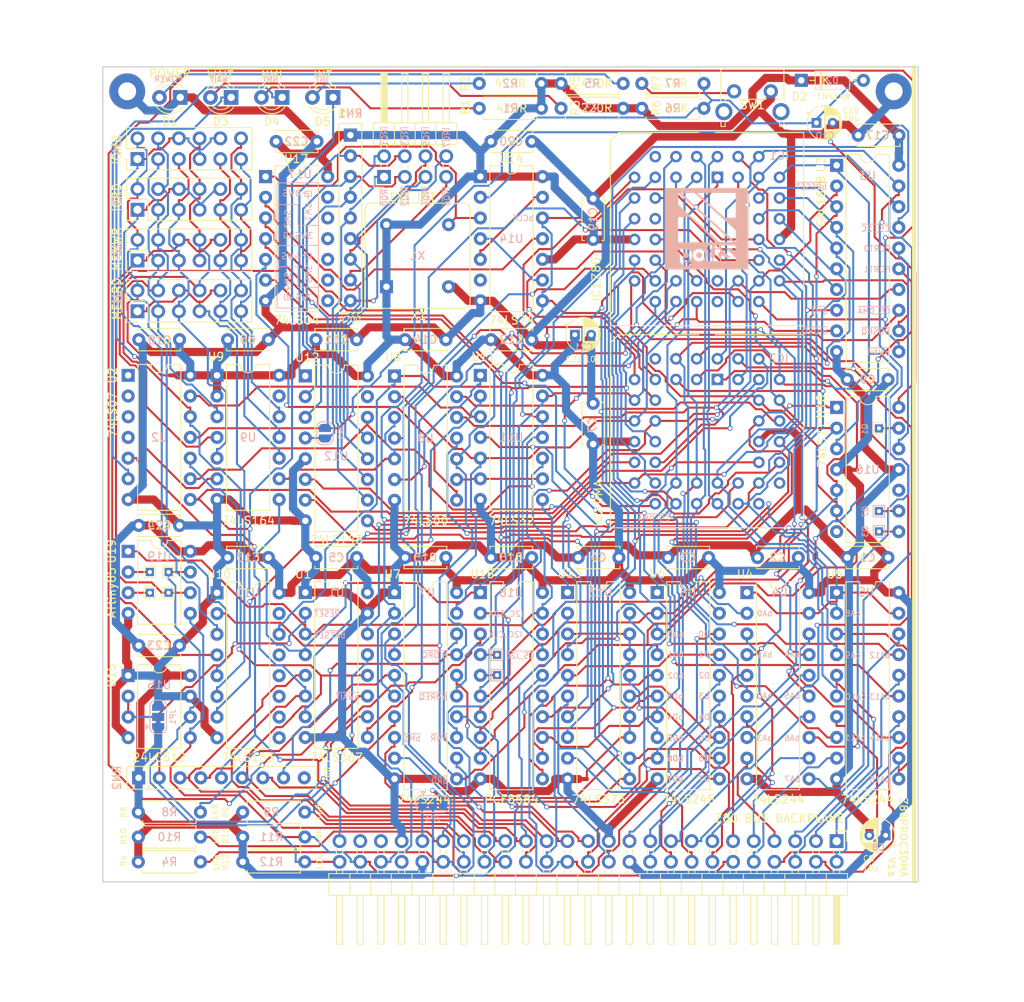
<source format=kicad_pcb>
(kicad_pcb (version 20221018) (generator pcbnew)
  (layers (0 "F.Cu" signal) (31 "B.Cu" signal) (34 "B.Paste" user) (35 "F.Paste" user) (36 "B.SilkS" user "B.Silkscreen") (37 "F.SilkS" user "F.Silkscreen") (38 "B.Mask" user) (39 "F.Mask" user) (44 "Edge.Cuts" user))
  (net 0 "")
  (net 1 "VCC")
  (net 2 "GND")
  (net 3 "/A11")
  (net 4 "/A10")
  (net 5 "/A12")
  (net 6 "/A9")
  (net 7 "/A13")
  (net 8 "/A8")
  (net 9 "/A14")
  (net 10 "/A7")
  (net 11 "/A15")
  (net 12 "/A6")
  (net 13 "/CLK")
  (net 14 "/A5")
  (net 15 "/D4")
  (net 16 "/A4")
  (net 17 "/D3")
  (net 18 "/A3")
  (net 19 "/D5")
  (net 20 "/A2")
  (net 21 "/D6")
  (net 22 "/A1")
  (net 23 "/A0")
  (net 24 "/D2")
  (net 25 "/D7")
  (net 26 "/D0")
  (net 27 "/D1")
  (net 28 "Net-(D2-A)")
  (net 29 "/bA11")
  (net 30 "/bA12")
  (net 31 "/bA13")
  (net 32 "/bA14")
  (net 33 "/bA15")
  (net 34 "Net-(D1-A)")
  (net 35 "Net-(D3-A)")
  (net 36 "Net-(D4-K)")
  (net 37 "/~{bMREQ}")
  (net 38 "/~{bRD}")
  (net 39 "Net-(D4-A)")
  (net 40 "Net-(D5-A)")
  (net 41 "/~{bWR}")
  (net 44 "/bA0")
  (net 45 "/bA1")
  (net 46 "/SPARE1")
  (net 47 "/SPARE6")
  (net 48 "Net-(IC1-INT)")
  (net 49 "Net-(IC1-NMI)")
  (net 50 "/WS-MEMRD")
  (net 51 "/1WS")
  (net 52 "/2WS")
  (net 53 "/3WS")
  (net 54 "/4WS")
  (net 55 "/5WS")
  (net 56 "/6WS")
  (net 57 "/7WS")
  (net 58 "/WS-MEMWR")
  (net 59 "/WS-IORD")
  (net 60 "/WS-IOWR")
  (net 61 "/READY")
  (net 62 "/bA2")
  (net 63 "/bA3")
  (net 64 "Net-(U11-Pad1)")
  (net 65 "/RDY")
  (net 66 "/8WS")
  (net 67 "Net-(IC1-HALT)")
  (net 70 "Net-(IC1-RFSH)")
  (net 71 "/~{INT}")
  (net 72 "/~{WAIT}")
  (net 73 "/~{IORQ}")
  (net 74 "/~{RD}")
  (net 75 "/~{MREQ}")
  (net 76 "/~{WR}")
  (net 77 "/~{HALT}")
  (net 78 "/~{BUSACK}")
  (net 79 "/~{NMI}")
  (net 80 "/~{BUSRQ}")
  (net 81 "/~{RESET}")
  (net 82 "/~{M1}")
  (net 83 "/~{RFSH}")
  (net 84 "/~{IRQ7}")
  (net 85 "/~{IRQ6}")
  (net 86 "/~{IRQ5}")
  (net 87 "/~{IRQ4}")
  (net 88 "/~{IRQ3}")
  (net 89 "/~{IRQ2}")
  (net 90 "/~{IRQ1}")
  (net 91 "/~{IRQ0}")
  (net 92 "/bA4")
  (net 93 "/bA5")
  (net 94 "/bA6")
  (net 95 "/~{MR}")
  (net 96 "/~{INTA}")
  (net 98 "Net-(IC2-RDY)")
  (net 100 "/bCLK")
  (net 101 "/CLKSEL")
  (net 103 "/bD1")
  (net 104 "/bD0")
  (net 105 "/bD7")
  (net 106 "/bD2")
  (net 107 "/bD6")
  (net 108 "/bD5")
  (net 109 "/bD3")
  (net 110 "/bD4")
  (net 111 "/~{bIORQ}")
  (net 112 "/~{IM2-INT}")
  (net 113 "/~{bM1}")
  (net 114 "/bA7")
  (net 115 "/bA8")
  (net 116 "/bA9")
  (net 117 "/bA10")
  (net 118 "Net-(IC2-IEI)")
  (net 119 "Net-(JP1-C)")
  (net 120 "Net-(JP2-A)")
  (net 121 "/0WS")
  (net 122 "/~{bIEO}")
  (net 123 "Net-(JP3-C)")
  (net 124 "Net-(U13-D0)")
  (net 130 "Net-(U19-XTAL1{slash}PB3)")
  (net 131 "Net-(U19-XTAL2{slash}PB4)")
  (net 132 "Net-(U16-Q1)")
  (net 133 "Net-(U16-Q2)")
  (net 134 "Net-(U16-Q3)")
  (net 136 "Net-(U18-~{IACK})")
  (net 137 "Net-(U18-~{INT})")
  (net 138 "/~{CS_DMA}")
  (net 139 "Net-(U6-A->B)")
  (net 140 "Net-(U6-CE)")
  (net 141 "/~{CS_I2C}")
  (net 142 "Net-(R7-Pad1)")
  (net 143 "/~{BAI}")
  (net 144 "/~{BAO}")
  (net 145 "/PORT0")
  (net 146 "/PORT1")
  (net 150 "Net-(U17-Pad5)")
  (net 154 "Net-(U13-OE)")
  (net 155 "Net-(U18-~{WR})")
  (net 160 "/~{bWAIT}")
  (net 161 "Net-(U12-S2)")
  (net 162 "Net-(U12-S1)")
  (net 163 "/~{DREQ0}")
  (net 164 "/~{TEND0}")
  (net 165 "/~{IEO}")
  (net 166 "Net-(U12-S0)")
  (net 168 "/BUSACK")
  (net 169 "Net-(U14A-C)")
  (net 170 "/~{bRESET}")
  (net 171 "Net-(U14A-~{S})")
  (net 172 "Net-(U14A-Q)")
  (net 174 "/I2C_SDA")
  (net 175 "/I2C_CLK")
  (net 176 "Net-(U14B-C)")
  (footprint "Resistor_THT:R_Axial_DIN0207_L6.3mm_D2.5mm_P7.62mm_Horizontal" (layer "F.Cu") (at 90.17 53.086)
    (fp_text reference "R1")
    (fp_text value "470R")
  )
  (footprint "Resistor_THT:R_Axial_DIN0207_L6.3mm_D2.5mm_P7.62mm_Horizontal" (layer "F.Cu") (at 100.203 50.038)
    (fp_text reference "R5")
    (fp_text value "470R")
  )
  (footprint "Resistor_THT:R_Axial_DIN0207_L6.3mm_D2.5mm_P7.62mm_Horizontal" (layer "F.Cu") (at 110.109 53.086)
    (fp_text reference "R6")
    (fp_text value "10K")
  )
  (footprint "Resistor_THT:R_Axial_DIN0207_L6.3mm_D2.5mm_P7.62mm_Horizontal" (layer "F.Cu") (at 110.109 50.038)
    (fp_text reference "R7")
    (fp_text value "10R")
  )
  (footprint "Resistor_THT:R_Axial_DIN0207_L6.3mm_D2.5mm_P7.62mm_Horizontal" (layer "F.Cu") (at 100.203 53.086)
    (fp_text reference "R3")
    (fp_text value "220R")
  )
  (footprint "Package_DIP:DIP-16_W7.62mm" (layer "F.Cu") (at 68.84 112.5)
    (fp_text reference "U1")
    (fp_text value "74LS367")
  )
  (footprint "Package_DIP:DIP-20_W7.62mm" (layer "F.Cu") (at 123 112.5)
    (fp_text reference "U4")
    (fp_text value "74LS244")
  )
  (footprint "Package_DIP:DIP-20_W7.62mm" (layer "F.Cu") (at 134 112.5)
    (fp_text reference "U5")
    (fp_text value "74LS244")
  )
  (footprint "Package_DIP:DIP-20_W7.62mm" (layer "F.Cu") (at 112 112.5)
    (fp_text reference "U6")
    (fp_text value "74LS245")
  )
  (footprint "Package_DIP:DIP-16_W7.62mm" (layer "F.Cu") (at 58.0136 112.537)
    (fp_text reference "U10")
    (fp_text value "74LS153")
  )
  (footprint "Capacitor_THT:C_Disc_D5.0mm_W2.5mm_P5.00mm" (layer "F.Cu") (at 140.3 108.204 180)
    (fp_text reference "C1")
    (fp_text value "0.1u" hide)
  )
  (footprint "Capacitor_THT:C_Disc_D5.0mm_W2.5mm_P5.00mm" (layer "F.Cu") (at 129.3 108.204 180)
    (fp_text reference "C2")
    (fp_text value "0.1u" hide)
  )
  (footprint "Capacitor_THT:C_Disc_D5.0mm_W2.5mm_P5.00mm" (layer "F.Cu") (at 118.3 108.204 180)
    (fp_text reference "C3")
    (fp_text value "0.1u" hide)
  )
  (footprint "Capacitor_THT:C_Disc_D5.0mm_W2.5mm_P5.00mm" (layer "F.Cu") (at 107.3 108.204 180)
    (fp_text reference "C4")
    (fp_text value "0.1u" hide)
  )
  (footprint "Capacitor_THT:C_Disc_D5.0mm_W2.5mm_P5.00mm" (layer "F.Cu") (at 64.3136 108.204 180)
    (fp_text reference "C13")
    (fp_text value "0.1u" hide)
  )
  (footprint "Capacitor_THT:C_Disc_D5.0mm_W2.5mm_P5.00mm" (layer "F.Cu") (at 104.14 94.281 90)
    (fp_text reference "C7")
    (fp_text value "0.1u" hide)
  )
  (footprint "Capacitor_THT:CP_Radial_D4.0mm_P2.00mm" (layer "F.Cu") (at 140.0122 142.2908 180)
    (fp_text reference "C8")
    (fp_text value "10u")
  )
  (footprint "Connector_PinHeader_2.54mm:PinHeader_2x25_P2.54mm_Horizontal" (layer "F.Cu") (at 134 143 -90)
    (fp_text reference "P1" hide)
    (fp_text value "Z80 BUS BACKPLANE")
  )
  (footprint "Capacitor_THT:C_Disc_D5.0mm_W2.5mm_P5.00mm" (layer "F.Cu") (at 75.14 108.204 180)
    (fp_text reference "C5")
    (fp_text value "0.1u" hide)
  )
  (footprint "LED_THT:LED_D3.0mm" (layer "F.Cu") (at 66 51.75 180)
    (fp_text reference "D4")
    (fp_text value "~{NMI}")
  )
  (footprint "LED_THT:LED_D3.0mm" (layer "F.Cu") (at 72.25 51.75 180)
    (fp_text reference "D5")
    (fp_text value "~{INT}")
  )
  (footprint "MountingHole:MountingHole_2.2mm_M2_Pad" (layer "F.Cu") (at 47 51)
    (fp_text reference "H1" hide)
    (fp_text value "BRACKET" hide)
  )
  (footprint "MountingHole:MountingHole_2.2mm_M2_Pad" (layer "F.Cu") (at 141 51)
    (fp_text reference "H2" hide)
    (fp_text value "BRACKET" hide)
  )
  (footprint "Connector_PinHeader_2.54mm:PinHeader_2x04_P2.54mm_Horizontal" (layer "F.Cu") (at 78.5 61.5 90)
    (fp_text reference "P3" hide)
    (fp_text value "EXT INT")
  )
  (footprint "Resistor_THT:R_Axial_DIN0207_L6.3mm_D2.5mm_P7.62mm_Horizontal" (layer "F.Cu") (at 90.17 50.038)
    (fp_text reference "R2")
    (fp_text value "470R")
  )
  (footprint "Resistor_THT:R_Array_SIP9" (layer "F.Cu") (at 48.3974 135.2296)
    (fp_text reference "RN2")
    (fp_text value "4700")
  )
  (footprint "Package_DIP:DIP-16_W7.62mm" (layer "F.Cu") (at 68.84 85.9178)
    (fp_text reference "U12")
    (fp_text value "74LS148")
  )
  (footprint "LED_THT:LED_D3.0mm" (layer "F.Cu") (at 59.75 51.75 180)
    (fp_text reference "D3")
    (fp_text value "~{WAIT}")
  )
  (footprint "LED_THT:LED_D3.0mm" (layer "F.Cu") (at 53.5 51.75 180)
    (fp_text reference "D1")
    (fp_text value "POWER")
  )
  (footprint "Capacitor_THT:C_Disc_D5.0mm_W2.5mm_P5.00mm" (layer "F.Cu") (at 86.08 108.204 180)
    (fp_text reference "C15")
    (fp_text value "0.1u" hide)
  )
  (footprint "Package_DIP:DIP-20_W7.62mm" (layer "F.Cu") (at 79.78 112.5)
    (fp_text reference "U7")
    (fp_text value "74LS244")
  )
  (footprint "Package_DIP:DIP-20_W7.62mm" (layer "F.Cu") (at 101 112.5)
    (fp_text reference "U13")
    (fp_text value "74LS373")
  )
  (footprint "Capacitor_THT:C_Disc_D5.0mm_W2.5mm_P5.00mm" (layer "F.Cu") (at 96.607 108.204 180)
    (fp_text reference "C16")
    (fp_text value "0.1u" hide)
  )
  (footprint "Capacitor_THT:C_Disc_D5.0mm_W2.5mm_P5.00mm" (layer "F.Cu") (at 141.65 56.388 180)
    (fp_text reference "C17")
    (fp_text value "0.1u" hide)
  )
  (footprint "Resistor_THT:R_Array_SIP9" (layer "F.Cu") (at 74.3712 56.373 -90)
    (fp_text reference "RN1")
    (fp_text value "4700")
  )
  (footprint "Diode_THT:D_DO-35_SOD27_P7.62mm_Horizontal" (layer "F.Cu") (at 129.667 49.657)
    (fp_text reference "D2")
    (fp_text value "1N4148")
  )
  (footprint "Capacitor_THT:CP_Radial_D4.0mm_P2.00mm" (layer "F.Cu") (at 131.5158 54.864)
    (fp_text reference "C10")
    (fp_text value "10u")
  )
  (footprint "Capacitor_THT:C_Disc_D5.0mm_W2.5mm_P5.00mm" (layer "F.Cu") (at 53.417 81.469 180)
    (fp_text reference "C18")
    (fp_text value "0.1u" hide)
  )
  (footprint "Capacitor_THT:C_Disc_D5.0mm_W2.5mm_P5.00mm" (layer "F.Cu") (at 140.3 86.36 180)
    (fp_text reference "C9")
    (fp_text value "0.1u" hide)
  )
  (footprint "Resistor_THT:R_Axial_DIN0207_L6.3mm_D2.5mm_P7.62mm_Horizontal" (layer "F.Cu") (at 48.3616 145.542)
    (fp_text reference "R4")
    (fp_text value "1K8")
  )
  (footprint "Package_DIP:DIP-14_W7.62mm" (layer "F.Cu") (at 58.0136 85.847)
    (fp_text reference "U9")
    (fp_text value "74LS164")
  )
  (footprint "Package_LCC:PLCC-44_THT-Socket" (layer "F.Cu") (at 119.38 86.36)
    (fp_text reference "IC2")
    (fp_text value "DMA")
  )
  (footprint "MountingHole:MountingHole_2mm" (layer "F.Cu") (at 75.946 136.017)
    (fp_text reference "H4" hide)
    (fp_text value "MountingHole_Pad" hide)
  )
  (footprint "Capacitor_THT:C_Disc_D5.0mm_W2.5mm_P5.00mm" (layer "F.Cu") (at 91.607 57.15)
    (fp_text reference "C20")
    (fp_text value "0.1u" hide)
  )
  (footprint "Package_DIP:DIP-8_W7.62mm" (layer "F.Cu") (at 47.117 122.682)
    (fp_text reference "U15")
    (fp_text value "24LC512")
  )
  (footprint "Package_DIP:DIP-14_W7.62mm" (layer "F.Cu") (at 63.9672 61.463)
    (fp_text reference "U17")
    (fp_text value "74LS04")
  )
  (footprint "Capacitor_THT:C_Disc_D5.0mm_W2.5mm_P5.00mm" (layer "F.Cu") (at 70.14 81.469)
    (fp_text reference "C11")
    (fp_text value "0.1u" hide)
  )
  (footprint "Connector_PinHeader_2.54mm:PinHeader_2x06_P2.54mm_Vertical" (layer "F.Cu") (at 48.26 65.532 90)
    (fp_text reference "J3" hide)
    (fp_text value "IORD")
  )
  (footprint "Package_DIP:DIP-14_W7.62mm" (layer "F.Cu") (at 134 89.784)
    (fp_text reference "U16")
    (fp_text value "74LS77")
  )
  (footprint "Package_DIP:DIP-14_W7.62mm" (layer "F.Cu") (at 90.307 85.847)
    (fp_text reference "U11")
    (fp_text value "74LS32")
  )
  (footprint "NetTie:NetTie-2_SMD_Pad0.5mm" (layer "F.Cu") (at 102.87 135.382)
    (fp_text reference "NT2" hide)
    (fp_text value "NetTie_2" hide)
  )
  (footprint "Capacitor_THT:C_Disc_D5.0mm_W2.5mm_P5.00mm" (layer "F.Cu") (at 104.14 69.175 90)
    (fp_text reference "C19")
    (fp_text value "0.1u" hide)
  )
  (footprint "Package_LCC:PLCC-44_THT-Socket" (layer "F.Cu") (at 119.38 61.555)
    (fp_text reference "IC1")
    (fp_text value "Z80")
  )
  (footprint "Connector_PinHeader_2.54mm:PinHeader_2x06_P2.54mm_Vertical" (layer "F.Cu") (at 48.26 59.309 90)
    (fp_text reference "J4" hide)
    (fp_text value "IOWR")
  )
  (footprint "Oscillator:Oscillator_DIP-8" (layer "F.Cu") (at 78.7908 74.9808)
    (fp_text reference "X1")
    (fp_text value "CXO_DIP8" hide)
  )
  (footprint "TestPoint:TestPoint_THTPad_1.0x1.0mm_Drill0.5mm" (layer "F.Cu") (at 52.07 112.522)
    (fp_text reference "PB1" hide)
    (fp_text value "TestPoint" hide)
  )
  (footprint "TestPoint:TestPoint_THTPad_1.0x1.0mm_Drill0.5mm" (layer "F.Cu") (at 49.784 109.982)
    (fp_text reference "PB3" hide)
    (fp_text value "TestPoint" hide)
  )
  (footprint "Package_DIP:DIP-8_W7.62mm" (layer "F.Cu") (at 47.117 107.442)
    (fp_text reference "U19")
    (fp_text value "ATtiny85")
  )
  (footprint "Resistor_THT:R_Axial_DIN0207_L6.3mm_D2.5mm_P7.62mm_Horizontal" (layer "F.Cu") (at 61.1632 145.542)
    (fp_text reference "R12")
    (fp_text value "10K")
  )
  (footprint "Package_DIP:DIP-14_W7.62mm" (layer "F.Cu") (at 47.117 85.847)
    (fp_text reference "U2")
    (fp_text value "74LS07")
  )
  (footprint "Resistor_THT:R_Axial_DIN0207_L6.3mm_D2.5mm_P7.62mm_Horizontal" (layer "F.Cu") (at 61.1632 139.446)
    (fp_text reference "R9")
    (fp_text value "1K8")
  )
  (footprint "Capacitor_THT:C_Disc_D5.0mm_W2.5mm_P5.00mm" (layer "F.Cu") (at 59.3136 81.469)
    (fp_text reference "C6")
    (fp_text value "0.1u" hide)
  )
  (footprint "TestPoint:TestPoint_THTPad_1.0x1.0mm_Drill0.5mm" (layer "F.Cu") (at 139.192 92.3544 90)
    (fp_text reference "Q1")
    (fp_text value "TestPoint" hide)
  )
  (footprint "TestPoint:TestPoint_THTPad_1.0x1.0mm_Drill0.5mm" (layer "F.Cu") (at 52.07 109.982)
    (fp_text reference "PB2" hide)
    (fp_text value "TestPoint" hide)
  )
  (footprint "Package_DIP:DIP-14_W7.62mm" (layer "F.Cu") (at 90.307 61.463)
    (fp_text reference "U14")
    (fp_text value "74LS74")
  )
  (footprint "Capacitor_THT:CP_Radial_D4.0mm_P2.00mm" (layer "F.Cu") (at 101.8974 80.859)
    (fp_text reference "C21")
    (fp_text value "10u")
  )
  (footprint "Capacitor_THT:C_Disc_D5.0mm_W2.5mm_P5.00mm" (layer "F.Cu") (at 81.08 81.469)
    (fp_text reference "C14")
    (fp_text value "0.1u" hide)
  )
  (footprint "Package_DIP:DIP-20_W7.62mm" (layer "F.Cu") (at 90.307 112.5)
    (fp_text reference "U18")
    (fp_text value "PCF8584")
  )
  (footprint "NetTie:NetTie-2_SMD_Pad0.5mm" (layer "F.Cu") (at 52.7304 85.852 180)
    (fp_text reference "NT1" hide)
    (fp_text value "NetTie_2" hide)
  )
  (footprint "Button_Switch_THT:SW_Tactile_SPST_Angled_PTS645Vx58-2LFS" (layer "F.Cu") (at 121.423 51.0045)
    (fp_text reference "SW1")
    (fp_text value "SW_Push" hide)
  )
  (footprint "NetTie:NetTie-2_SMD_Pad0.5mm" (layer "F.Cu") (at 135.9916 97.4344)
    (fp_text reference "NT4" hide)
    (fp_text value "NetTie_2" hide)
  )
  (footprint "Capacitor_THT:C_Disc_D5.0mm_W2.5mm_P5.00mm" (layer "F.Cu") (at 48.417 118.999)
    (fp_text reference "C23")
    (fp_text value "0.1u" hide)
  )
  (footprint "Package_DIP:DIP-20_W7.62mm" (layer "F.Cu") (at 134 60.076)
    (fp_text reference "U3")
    (fp_text value "GAL16V8")
  )
  (footprint "Package_DIP:DIP-14_W7.62mm" (layer "F.Cu") (at 79.78 85.933)
    (fp_text reference "U8")
    (fp_text value "74LS00")
  )
  (footprint "Resistor_THT:R_Axial_DIN0207_L6.3mm_D2.5mm_P7.62mm_Horizontal" (layer "F.Cu") (at 48.3616 142.494)
    (fp_text reference "R10")
    (fp_text value "1K8")
  )
  (footprint "Connector_PinHeader_2.54mm:PinHeader_2x06_P2.54mm_Vertical" (layer "F.Cu") (at 48.26 77.983 90)
    (fp_text reference "J1" hide)
    (fp_text value "MEMRD")
  )
  (footprint "Capacitor_THT:C_Disc_D5.0mm_W2.5mm_P5.00mm" (layer "F.Cu") (at 91.607 81.469)
    (fp_text reference "C12")
    (fp_text value "0.1u" hide)
  )
  (footprint "MountingHole:MountingHole_2mm" (layer "F.Cu") (at 102.997 58.547)
    (fp_text reference "H3" hide)
    (fp_text value "MountingHole_Pad" hide)
  )
  (footprint "Resistor_THT:R_Axial_DIN0207_L6.3mm_D2.5mm_P7.62mm_Horizontal" (layer "F.Cu") (at 61.1632 142.494)
    (fp_text reference "R11")
    (fp_text value "10K")
  )
  (footprint "Connector_PinHeader_2.54mm:PinHeader_2x06_P2.54mm_Vertical" (layer "F.Cu") (at 48.26 71.76 90)
    (fp_text reference "J2" hide)
    (fp_text value "MEMWR")
  )
  (footprint "Capacitor_THT:C_Disc_D5.0mm_W2.5mm_P5.00mm" (layer "F.Cu") (at 48.417 104.267)
    (fp_text reference "C24")
    (fp_text value "0.1u" hide)
  )
  (footprint "Resistor_THT:R_Axial_DIN0207_L6.3mm_D2.5mm_P7.62mm_Horizontal" (layer "F.Cu") (at 48.3616 139.446)
    (fp_text reference "R8")
    (fp_text value "1K8")
  )
  (footprint "Capacitor_THT:C_Disc_D5.0mm_W2.5mm_P5.00mm" (layer "F.Cu") (at 65.2672 57.15)
    (fp_text reference "C22")
    (fp_text value "0.1u" hide)
  )
  (footprint "TestPoint:TestPoint_THTPad_1.0x1.0mm_Drill0.5mm" (layer "F.Cu") (at 49.784 112.522)
    (fp_text reference "PB4" hide)
    (fp_text value "TestPoint" hide)
  )
  (footprint "TestPoint:TestPoint_THTPad_1.0x1.0mm_Drill0.5mm" (layer "B.Cu") (at 139.192 105.0036 90)
    (fp_text reference "Q3")
    (fp_text value "TestPoint" hide)
  )
  (footprint "NetTie:NetTie-2_SMD_Pad0.5mm" (layer "B.Cu") (at 83.6676 147.1168)
    (fp_text reference "NT3" hide)
    (fp_text value "NetTie_2" hide)
  )
  (footprint "Jumper:SolderJumper-2_P1.3mm_Open_RoundedPad1.0x1.5mm" (layer "B.Cu") (at 71.247 92.949 -90)
    (fp_text reference "JP2")
    (fp_text value "SolderJumper_2_Open" hide)
  )
  (footprint "TestPoint:TestPoint_THTPad_1.0x1.0mm_Drill0.5mm" (layer "B.Cu") (at 139.192 102.5144 90)
    (fp_text reference "Q2")
    (fp_text value "TestPoint" hide)
  )
  (footprint "Jumper:SolderJumper-3_P1.3mm_Open_RoundedPad1.0x1.5mm" (layer "B.Cu") (at 84.4804 138.43)
    (fp_text reference "JP3")
    (fp_text value "SolderJumper_3_Open" hide)
  )
  (footprint "TestPoint:TestPoint_THTPad_1.0x1.0mm_Drill0.5mm" (layer "B.Cu") (at 92.3544 120.142 180)
    (fp_text reference "TestPoint1" hide)
    (fp_text value "~{I2C_IACK}" hide)
  )
  (footprint "GraphicZ80:Zilog_Z80_graphic" (layer "B.Cu") (at 118.0592 67.8688 180)
    (fp_text reference "G***" hide)
    (fp_text value "LOGO" hide)
  )
  (footprint "Jumper:SolderJumper-3_P1.3mm_Bridged12_RoundedPad1.0x1.5mm" (layer "B.Cu") (at 50.8 127.762 90)
    (fp_text reference "JP1")
    (fp_text value "SolderJumper_3_Bridged12" hide)
  )
  (footprint "TestPoint:TestPoint_THTPad_1.0x1.0mm_Drill0.5mm" (layer "B.Cu") (at 92.3544 122.6312 180)
    (fp_text reference "TestPoint2" hide)
    (fp_text value "~{I2C_INT}" hide)
  )
  (gr_line (start 69.1896 63.5) (end 69.1896 64.262) (stroke (width 0.1)) (layer "B.SilkS"))
  (gr_line (start 66.6496 68.707) (end 66.6496 67.945) (stroke (width 0.1)) (layer "B.SilkS"))
  (gr_line (start 65.3796 69.9135) (end 70.4596 69.9135) (stroke (width 0.1)) (layer "B.SilkS"))
  (gr_rect (start 66.2686 75.946) (end 67.0306 76.581) (stroke (width 0.1)) (fill none) (layer "B.SilkS"))
  (gr_line (start 66.6496 76.327) (end 66.6496 75.565) (stroke (width 0.1)) (layer "B.SilkS"))
  (gr_line (start 67.9196 67.437) (end 70.4596 67.437) (stroke (width 0.1)) (layer "B.SilkS"))
  (gr_line (start 68.4276 71.12) (end 69.1896 71.12) (stroke (width 0.1)) (layer "B.SilkS"))
  (gr_rect (start 66.2686 68.326) (end 67.0306 68.961) (stroke (width 0.1)) (fill none) (layer "B.SilkS"))
  (gr_line (start 65.3796 72.517) (end 67.9196 72.517) (stroke (width 0.1)) (layer "B.SilkS"))
  (gr_rect (start 68.8086 70.866) (end 69.5706 71.501) (stroke (width 0.1)) (fill none) (layer "B.SilkS"))
  (gr_rect (start 65.3796 62.23) (end 70.4596 77.597) (stroke (width 0.1)) (fill none) (layer "B.SilkS"))
  (gr_line (start 67.9196 64.897) (end 67.9196 67.437) (stroke (width 0.1)) (layer "B.SilkS"))
  (gr_line (start 69.1896 71.12) (end 69.1896 71.882) (stroke (width 0.1)) (layer "B.SilkS"))
  (gr_line (start 67.9196 75.057) (end 70.4596 75.057) (stroke (width 0.1)) (layer "B.SilkS"))
  (gr_line (start 67.4116 68.707) (end 66.6496 68.707) (stroke (width 0.1)) (layer "B.SilkS"))
  (gr_line (start 67.4116 76.327) (end 66.6496 76.327) (stroke (width 0.1)) (layer "B.SilkS"))
  (gr_line (start 65.3796 64.897) (end 67.9196 64.897) (stroke (width 0.1)) (layer "B.SilkS"))
  (gr_rect (start 68.8086 63.246) (end 69.5706 63.881) (stroke (width 0.1)) (fill none) (layer "B.SilkS"))
  (gr_line (start 68.4276 63.5) (end 69.1896 63.5) (stroke (width 0.1)) (layer "B.SilkS"))
  (gr_line (start 67.9196 72.517) (end 67.9196 75.057) (stroke (width 0.1)) (layer "B.SilkS"))
  (gr_line (start 143.5 148) (end 143.5 48) (stroke (width 0.5)) (layer "F.SilkS"))
  (gr_line (start 144 48) (end 44 48) (stroke (width 0.15)) (layer "Edge.Cuts"))
  (gr_line (start 44 48) (end 44 148) (stroke (width 0.15)) (layer "Edge.Cuts"))
  (gr_line (start 44 148) (end 144 148) (stroke (width 0.15)) (layer "Edge.Cuts"))
  (gr_line (start 144 148) (end 144 48) (stroke (width 0.15)) (layer "Edge.Cuts"))
  (gr_text "6WS" (at 66.6496 74.295 -90) (layer "B.SilkS") (effects (font (size 0.75 0.75) (thickness 0.1)) (justify mirror)))
  (gr_text "5WS" (at 69.1896 73.406 -90) (layer "B.SilkS") (effects (font (size 0.75 0.75) (thickness 0.1)) (justify mirror)))
  (gr_text "0WS" (at 67.1576 63.5) (layer "B.SilkS") (effects (font (size 0.75 0.75) (thickness 0.1)) (justify mirror)))
  (gr_text "7WS" (at 68.6816 76.327) (layer "B.SilkS") (effects (font (size 0.75 0.75) (thickness 0.1)) (justify mirror)))
  (gr_text "3WS" (at 68.6816 68.707) (layer "B.SilkS") (effects (font (size 0.75 0.75) (thickness 0.1)) (justify mirror)))
  (gr_text "1WS" (at 69.1896 65.786 -90) (layer "B.SilkS") (effects (font (size 0.75 0.75) (thickness 0.1)) (justify mirror)))
  (gr_text "2WS" (at 66.6496 66.675 -90) (layer "B.SilkS") (effects (font (size 0.75 0.75) (thickness 0.1)) (justify mirror)))
  (gr_text "4WS" (at 67.0306 71.247) (layer "B.SilkS") (effects (font (size 0.75 0.75) (thickness 0.1)) (justify mirror)))
  (gr_text "Z80PROC3DMA\nV1a\n" (at 141.478 147.5232 270) (layer "F.SilkS") (effects (font (size 0.9 0.9)) (justify right)))
  (segment (start 97.927 112.5) (end 97.927 110.9997) (width 1) (layer "F.Cu") (net 1))
  (segment (start 140.3 108.204) (end 138.6171 109.8869) (width 1) (layer "F.Cu") (net 1))
  (segment (start 67.1339 111.5993) (end 68.3812 110.352) (width 1) (layer "F.Cu") (net 1))
  (segment (start 123.673 50.9847) (end 125.2981 49.3596) (width 1) (layer "F.Cu") (net 1))
  (segment (start 100.203 50.038) (end 103.251 53.086) (width 1) (layer "F.Cu") (net 1))
  (segment (start 135.4916 97.4344) (end 134.0304 97.4344) (width 1) (layer "F.Cu") (net 1))
  (segment (start 95.8692 108.9418) (end 93.8113 110.9997) (width 1) (layer "F.Cu") (net 1))
  (segment (start 129.667 49.657) (end 128.1667 49.657) (width 1) (layer "F.Cu") (net 1))
  (segment (start 68.8963 83.2433) (end 67.1339 85.0057) (width 1) (layer "F.Cu") (net 1))
  (segment (start 97.927 71.623) (end 99.4273 71.623) (width 1) (layer "F.Cu") (net 1))
  (segment (start 104.441 93.98) (end 104.14 94.281) (width 1) (layer "F.Cu") (net 1))
  (segment (start 101.8753 69.175) (end 104.14 69.175) (width 1) (layer "F.Cu") (net 1))
  (segment (start 52.0472 122.6292) (end 52.0472 122.682) (width 1) (layer "F.Cu") (net 1))
  (segment (start 138.6171 109.8869) (end 138.6171 110.9974) (width 1) (layer "F.Cu") (net 1))
  (segment (start 95.8692 108.9418) (end 97.927 110.9997) (width 1) (layer "F.Cu") (net 1))
  (segment (start 129.667 49.657) (end 134.919 49.657) (width 1) (layer "F.Cu") (net 1))
  (segment (start 107.3 109.6797) (end 108.62 110.9997) (width 1) (layer "F.Cu") (net 1))
  (segment (start 118.3 108.204) (end 115.5043 110.9997) (width 1) (layer "F.Cu") (net 1))
  (segment (start 76.6404 109.7044) (end 86.08 109.7044) (width 1) (layer "F.Cu") (net 1))
  (segment (start 87.4 85.933) (end 85.8997 85.933) (width 1) (layer "F.Cu") (net 1))
  (segment (start 48.3974 135.2296) (end 48.3974 133.7293) (width 1) (layer "F.Cu") (net 1))
  (segment (start 140.3 108.204) (end 136.8709 104.7749) (width 1) (layer "F.Cu") (net 1))
  (segment (start 120.9104 55.2603) (end 123.673 52.4977) (width 1) (layer "F.Cu") (net 1))
  (segment (start 52.0472 122.682) (end 54.737 122.682) (width 1) (layer "F.Cu") (net 1))
  (segment (start 107.823 53.086) (end 110.109 53.086) (width 1) (layer "F.Cu") (net 1))
  (segment (start 67.1339 112.537) (end 67.1339 111.5993) (width 1) (layer "F.Cu") (net 1))
  (segment (start 48.3616 139.446) (end 49.8738 140.9582) (width 1) (layer "F.Cu") (net 1))
  (segment (start 65.6336 85.847) (end 67.1339 85.847) (width 1) (layer "F.Cu") (net 1))
  (segment (start 72.8709 56.373) (end 72.8709 56.6921) (width 1) (layer "F.Cu") (net 1))
  (segment (start 49.8738 140.9582) (end 49.8738 140.9818) (width 1) (layer "F.Cu") (net 1))
  (segment (start 54.737 85.847) (end 58.0136 85.847) (width 1) (layer "F.Cu") (net 1))
  (segment (start 72.992 110.352) (end 75.14 108.204) (width 1) (layer "F.Cu") (net 1))
  (segment (start 70.14 81.469) (end 70.14 83.2433) (width 1) (layer "F.Cu") (net 1))
  (segment (start 58.0136 85.847) (end 65.6336 85.847) (width 1) (layer "F.Cu") (net 1))
  (segment (start 110.109 53.086) (end 112.2833 55.2603) (width 1) (layer "F.Cu") (net 1))
  (segment (start 107.3 108.204) (end 107.3 109.6797) (width 1) (layer "F.Cu") (net 1))
  (segment (start 138.6171 110.9974) (end 140.1197 112.5) (width 1) (layer "F.Cu") (net 1))
  (segment (start 53.2304 85.852) (end 53.2317 85.852) (width 1) (layer "F.Cu") (net 1))
  (segment (start 92.0487 81.469) (end 91.607 81.469) (width 1) (layer "F.Cu") (net 1))
  (segment (start 103.251 53.086) (end 107.823 53.086) (width 1) (layer "F.Cu") (net 1))
  (segment (start 112.2833 55.2603) (end 120.9104 55.2603) (width 1) (layer "F.Cu") (net 1))
  (segment (start 90.307 61.463) (end 97.927 61.463) (width 1) (layer "F.Cu") (net 1))
  (segment (start 74.9597 85.9178) (end 72.2852 83.2433) (width 1) (layer "F.Cu") (net 1))
  (segment (start 70.9126 59.2881) (end 71.5872 59.9627) (width 1) (layer "F.Cu") (net 1))
  (segment (start 48.6174 133.5093) (end 48.3974 133.7293) (width 1) (layer "F.Cu") (net 1))
  (segment (start 86.08 109.7044) (end 86.08 108.204) (width 1) (layer "F.Cu") (net 1))
  (segment (start 127.8693 49.3596) (end 128.1667 49.657) (width 1) (layer "F.Cu") (net 1))
  (segment (start 53.9869 85.847) (end 53.2367 85.847) (width 1) (layer "F.Cu") (net 1))
  (segment (start 136.8709 104.7749) (end 136.8709 99.4469) (width 1) (layer "F.Cu") (net 1))
  (segment (start 97.79 50.038) (end 100.203 50.038) (width 1) (layer "F.Cu") (net 1))
  (segment (start 49.8738 140.9818) (end 59.651 140.9818) (width 1) (layer "F.Cu") (net 1))
  (segment (start 70.14 83.2433) (end 68.8963 83.2433) (width 1) (layer "F.Cu") (net 1))
  (segment (start 49.8738 140.9818) (end 48.3616 142.494) (width 1) (layer "F.Cu") (net 1))
  (segment (start 72.2852 83.2433) (end 70.14 83.2433) (width 1) (layer "F.Cu") (net 1))
  (segment (start 48.417 118.999) (end 52.0472 122.6292) (width 1) (layer "F.Cu") (net 1))
  (segment (start 48.3616 142.494) (end 48.3616 145.542) (width 1) (layer "F.Cu") (net 1))
  (segment (start 53.2317 85.852) (end 53.2367 85.847) (width 1) (layer "F.Cu") (net 1))
  (segment (start 109.22 93.98) (end 104.441 93.98) (width 1) (layer "F.Cu") (net 1))
  (segment (start 70.9126 58.6504) (end 70.9126 59.2881) (width 1) (layer "F.Cu") (net 1))
  (segment (start 93.8113 110.9997) (end 87.4 110.9997) (width 1) (layer "F.Cu") (net 1))
  (segment (start 48.6174 126.1118) (end 48.6174 133.5093) (width 1) (layer "F.Cu") (net 1))
  (segment (start 86.1047 109.7044) (end 87.4 110.9997) (width 1) (layer "F.Cu") (net 1))
  (segment (start 81.4357 81.469) (end 81.08 81.469) (width 1) (layer "F.Cu") (net 1))
  (segment (start 65.2672 57.15) (end 66.7676 58.6504) (width 1) (layer "F.Cu") (net 1))
  (segment (start 54.737 107.442) (end 53.2367 107.442) (width 1) (layer "F.Cu") (net 1))
  (segment (start 75.14 108.204) (end 76.6404 109.7044) (width 1) (layer "F.Cu") (net 1))
  (segment (start 96.607 108.204) (end 95.8692 108.9418) (width 1) (layer "F.Cu") (net 1))
  (segment (start 72.8709 56.6921) (end 70.9126 58.6504) (width 1) (layer "F.Cu") (net 1))
  (segment (start 67.1339 85.0057) (end 67.1339 85.847) (width 1) (layer "F.Cu") (net 1))
  (segment (start 58.0136 88.387) (end 58.0136 85.847) (width 1) (layer "F.Cu") (net 1))
  (segment (start 87.4 112.5) (end 87.4 110.9997) (width 1) (layer "F.Cu") (net 1))
  (segment (start 76.46 85.9178) (end 74.9597 85.9178) (width 1) (layer "F.Cu") (net 1))
  (segment (start 56.9864 106.6929) (end 61.0104 106.6929) (width 1) (layer "F.Cu") (net 1))
  (segment (start 66.7676 58.6504) (end 70.9126 58.6504) (width 1) (layer "F.Cu") (net 1))
  (segment (start 141.62 112.5) (end 140.1197 112.5) (width 1) (layer "F.Cu") (net 1))
  (segment (start 125.2981 49.3596) (end 127.8693 49.3596) (width 1) (layer "F.Cu") (net 1))
  (segment (start 74.3712 56.373) (end 72.8709 56.373) (width 1) (layer "F.Cu") (net 1))
  (segment (start 96.4267 85.847) (end 92.0487 81.469) (width 1) (layer "F.Cu") (net 1))
  (segment (start 132.1203 112.5) (end 132.1203 111.7498) (width 1) (layer "F.Cu") (net 1))
  (segment (start 61.0104 106.6929) (end 62.5215 108.204) (width 1) (layer "F.Cu") (net 1))
  (segment (start 53.9869 85.847) (end 54.737 85.847) (width 1) (layer "F.Cu") (net 1))
  (segment (start 62.5215 108.204) (end 64.3136 108.204) (width 1) (layer "F.Cu") (net 1))
  (segment (start 134.919 49.657) (end 141.65 56.388) (width 1) (layer "F.Cu") (net 1))
  (segment (start 136.8709 99.4469) (end 135.4916 98.0676) (width 1) (layer "F.Cu") (net 1))
  (segment (start 115.5043 110.9997) (end 108.62 110.9997) (width 1) (layer "F.Cu") (net 1))
  (segment (start 130.62 112.5) (end 132.1203 112.5) (width 1) (layer "F.Cu") (net 1))
  (segment (start 59.651 140.9818) (end 61.1632 139.4696) (width 1) (layer "F.Cu") (net 1))
  (segment (start 135.4916 98.0676) (end 135.4916 97.4344) (width 1) (layer "F.Cu") (net 1))
  (segment (start 108.62 112.5) (end 108.62 110.9997) (width 1) (layer "F.Cu") (net 1))
  (segment (start 59.651 140.9818) (end 61.1632 142.494) (width 1) (layer "F.Cu") (net 1))
  (segment (start 71.5872 61.463) (end 71.5872 59.9627) (width 1) (layer "F.Cu") (net 1))
  (segment (start 48.417 104.267) (end 50.0617 104.267) (width 1) (layer "F.Cu") (net 1))
  (segment (start 132.1203 111.7498) (end 132.8727 110.9974) (width 1) (layer "F.Cu") (net 1))
  (segment (start 50.0617 104.267) (end 53.2367 107.442) (width 1) (layer "F.Cu") (net 1))
  (segment (start 52.0472 122.682) (end 48.6174 126.1118) (width 1) (layer "F.Cu") (net 1))
  (segment (start 85.8997 85.933) (end 81.4357 81.469) (width 1) (layer "F.Cu") (net 1))
  (segment (start 86.08 109.7044) (end 86.1047 109.7044) (width 1) (layer "F.Cu") (net 1))
  (segment (start 68.3812 110.352) (end 72.992 110.352) (width 1) (layer "F.Cu") (net 1))
  (segment (start 56.2373 107.442) (end 56.9864 106.6929) (width 1) (layer "F.Cu") (net 1))
  (segment (start 97.927 85.847) (end 96.4267 85.847) (width 1) (layer "F.Cu") (net 1))
  (segment (start 132.8727 110.9974) (end 138.6171 110.9974) (width 1) (layer "F.Cu") (net 1))
  (segment (start 105.98 110.9997) (end 97.927 110.9997) (width 1) (layer "F.Cu") (net 1))
  (segment (start 65.6336 112.537) (end 67.1339 112.537) (width 1) (layer "F.Cu") (net 1))
  (segment (start 54.737 107.442) (end 56.2373 107.442) (width 1) (layer "F.Cu") (net 1))
  (segment (start 123.673 52.4977) (end 123.673 50.9847) (width 1) (layer "F.Cu") (net 1))
  (segment (start 107.3 109.6797) (end 105.98 110.9997) (width 1) (layer "F.Cu") (net 1))
  (segment (start 104.14 69.175) (end 109.22 69.175) (width 1) (layer "F.Cu") (net 1))
  (segment (start 99.4273 71.623) (end 101.8753 69.175) (width 1) (layer "F.Cu") (net 1))
  (segment (start 87.4 85.933) (end 87.4 84.4327) (width 1) (layer "B.Cu") (net 1))
  (segment (start 104.14 93.5016) (end 100.8168 90.1784) (width 1) (layer "B.Cu") (net 1))
  (segment (start 79.1932 81.469) (end 79.1932 81.6843) (width 1) (layer "B.Cu") (net 1))
  (segment (start 76.46 112.5) (end 76.46 110.9997) (width 1) (layer "B.Cu") (net 1))
  (segment (start 129.3 109.2101) (end 129.3 108.204) (width 1) (layer "B.Cu") (net 1))
  (segment (start 65.6336 109.524) (end 64.3136 108.204) (width 1) (layer "B.Cu") (net 1))
  (segment (start 53.417 83.0267) (end 53.417 81.469) (width 1) (layer "B.Cu") (net 1))
  (segment (start 107.3 108.204) (end 107.3 102.5091) (width 1) (layer "B.Cu") (net 1))
  (segment (start 65.6336 112.537) (end 65.6336 109.524) (width 1) (layer "B.Cu") (net 1))
  (segment (start 47.6781 104.267) (end 48.417 104.267) (width 1) (layer "B.Cu") (net 1))
  (segment (start 50.8 131.3267) (end 48.3974 133.7293) (width 1) (layer "B.Cu") (net 1))
  (segment (start 78.7908 67.3608) (end 78.7908 74.9808) (width 1) (layer "B.Cu") (net 1))
  (segment (start 107.3 102.5091) (end 104.14 99.3491) (width 1) (layer "B.Cu") (net 1))
  (segment (start 101.8974 80.859) (end 101.8974 82.1593) (width 1) (layer "B.Cu") (net 1))
  (segment (start 62.738 147.1168) (end 83.1676 147.1168) (width 1) (layer "B.Cu") (net 1))
  (segment (start 119.9264 109.8304) (end 118.3 108.204) (width 1) (layer "B.Cu") (net 1))
  (segment (start 88.23 56.373) (end 74.3712 56.373) (width 1) (layer "B.Cu") (net 1))
  (segment (start 110.1984 147.1384) (end 135.1646 147.1384) (width 1) (layer "B.Cu") (net 1))
  (segment (start 97.927 61.463) (end 99.4273 61.463) (width 1) (layer "B.Cu") (net 1))
  (segment (start 140.0122 140.9905) (end 143.1368 137.8659) (width 1) (layer "B.Cu") (net 1))
  (segment (start 82.9089 67.3608) (end 88.8067 61.463) (width 1) (layer "B.Cu") (net 1))
  (segment (start 61.1632 145.542) (end 61.1632 142.494) (width 1) (layer "B.Cu") (net 1))
  (segment (start 104.2091 69.1059) (end 104.2091 67.6154) (width 1) (layer "B.Cu") (net 1))
  (segment (start 58.0136 85.847) (end 58.0136 84.3467) (width 1) (layer "B.Cu") (net 1))
  (segment (start 100.8168 90.1784) (end 100.8168 87.2365) (width 1) (layer "B.Cu") (net 1))
  (segment (start 100.8168 87.2365) (end 99.4273 85.847) (width 1) (layer "B.Cu") (net 1))
  (segment (start 134 97.404) (end 137.8432 93.5608) (width 1) (layer "B.Cu") (net 1))
  (segment (start 137.8432 89.0594) (end 140.3 86.6026) (width 1) (layer "B.Cu") (net 1))
  (segment (start 83.1941 147.0903) (end 83.2 147.0903) (width 1) (layer "B.Cu") (net 1))
  (segment (start 130.62 112.5) (end 130.62 110.9997) (width 1) (layer "B.Cu") (net 1))
  (segment (start 141.62 58.5757) (end 141.65 58.5457) (width 1) (layer "B.Cu") (net 1))
  (segment (start 90.307 58.45) (end 91.607 57.15) (width 1) (layer "B.Cu") (net 1))
  (segment (start 130.62 110.5301) (end 129.3 109.2101) (width 1) (layer "B.Cu") (net 1))
  (segment (start 78.7908 74.9808) (end 78.7908 81.0666) (width 1) (layer "B.Cu") (net 1))
  (segment (start 83.2 145.54) (end 83.2 147.0903) (width 1) (layer "B.Cu") (net 1))
  (segment (start 104.2091 67.6154) (end 99.4273 62.8336) (width 1) (layer "B.Cu") (net 1))
  (segment (start 141.62 60.076) (end 141.62 58.5757) (width 1) (layer "B.Cu") (net 1))
  (segment (start 83.1676 147.1168) (end 83.1941 147.0903) (width 1) (layer "B.Cu") (net 1))
  (segment (start 125.5641 109.2101) (end 124.9438 109.8304) (width 1) (layer "B.Cu") (net 1))
  (segment (start 90.307 58.45) (end 90.307 61.463) (width 1) (layer "B.Cu") (net 1))
  (segment (start 135.1646 147.1384) (end 140.0122 142.2908) (width 1) (layer "B.Cu") (net 1))
  (segment (start 87.5851 84.4327) (end 90.5488 81.469) (width 1) (layer "B.Cu") (net 1))
  (segment (start 119.62 112.5) (end 119.62 110.1368) (width 1) (layer "B.Cu") (net 1))
  (segment (start 75.14 109.6797) (end 75.14 108.204) (width 1) (layer "B.Cu") (net 1))
  (segment (start 97.79 50.038) (end 97.79 53.086) (width 1) (layer "B.Cu") (net 1))
  (segment (start 104.14 94.281) (end 104.14 93.5016) (width 1) (layer "B.Cu") (net 1))
  (segment (start 130.62 110.9997) (end 130.62 110.5301) (width 1) (layer "B.Cu") (net 1))
  (segment (start 143.1368 114.0168) (end 141.62 112.5) (width 1) (layer "B.Cu") (net 1))
  (segment (start 45.6166 116.1986) (end 45.6166 106.3285) (width 1) (layer "B.Cu") (net 1))
  (segment (start 143.1368 137.8659) (end 143.1368 114.0168) (width 1) (layer "B.Cu") (net 1))
  (segment (start 97.927 85.847) (end 99.4273 85.847) (width 1) (layer "B.Cu") (net 1))
  (segment (start 91.607 57.15) (end 95.671 53.086) (width 1) (layer "B.Cu") (net 1))
  (segment (start 45.6166 106.3285) (end 47.6781 104.267) (width 1) (layer "B.Cu") (net 1))
  (segment (start 76.46 85.9178) (end 76.46 84.4175) (width 1) (layer "B.Cu") (net 1))
  (segment (start 99.4273 62.8336) (end 99.4273 61.463) (width 1) (layer "B.Cu") (net 1))
  (segment (start 54.737 84.3467) (end 53.417 83.0267) (width 1) (layer "B.Cu") (net 1))
  (segment (start 48.3974 139.4102) (end 48.3974 135.2296) (width 1) (layer "B.Cu") (net 1))
  (segment (start 119.62 110.1368) (end 119.9264 109.8304) (width 1) (layer "B.Cu") (net 1))
  (segment (start 95.671 53.086) (end 97.79 53.086) (width 1) (layer "B.Cu") (net 1))
  (segment (start 101.8974 82.1593) (end 99.4273 84.6294) (width 1) (layer "B.Cu") (net 1))
  (segment (start 79.1932 81.469) (end 81.08 81.469) (width 1) (layer "B.Cu") (net 1))
  (segment (start 48.417 118.999) (end 45.6166 116.1986) (width 1) (layer "B.Cu") (net 1))
  (segment (start 61.1632 145.542) (end 62.738 147.1168) (width 1) (layer "B.Cu") (net 1))
  (segment (start 99.4273 84.6294) (end 99.4273 85.847) (width 1) (layer "B.Cu") (net 1))
  (segment (start 124.9438 109.8304) (end 119.9264 109.8304) (width 1) (layer "B.Cu") (net 1))
  (segment (start 48.3974 135.2296) (end 48.3974 133.7293) (width 1) (layer "B.Cu") (net 1))
  (segment (start 76.46 110.9997) (end 75.14 109.6797) (width 1) (layer "B.Cu") (net 1))
  (segment (start 87.4 84.4327) (end 87.5851 84.4327) (width 1) (layer "B.Cu") (net 1))
  (segment (start 129.3 109.2101) (end 125.5641 109.2101) (width 1) (layer "B.Cu") (net 1))
  (segment (start 90.307 58.45) (end 88.23 56.373) (width 1) (layer "B.Cu") (net 1))
  (segment (start 59.3136 83.0467) (end 59.3136 81.469) (width 1) (layer "B.Cu") (net 1))
  (segment (start 140.0122 142.2908) (end 140.0122 140.9905) (width 1) (layer "B.Cu") (net 1))
  (segment (start 137.8432 93.5608) (end 137.8432 89.0594) (width 1) (layer "B.Cu") (net 1))
  (segment (start 104.14 99.3491) (end 104.14 94.281) (width 1) (layer "B.Cu") (net 1))
  (segment (start 108.6 145.54) (end 110.1984 147.1384) (width 1) (layer "B.Cu") (net 1))
  (segment (start 79.1932 81.6843) (end 76.46 84.4175) (width 1) (layer "B.Cu") (net 1))
  (segment (start 90.307 61.463) (end 88.8067 61.463) (width 1) (layer "B.Cu") (net 1))
  (segment (start 78.7908 67.3608) (end 82.9089 67.3608) (width 1) (layer "B.Cu") (net 1))
  (segment (start 58.0136 84.3467) (end 59.3136 83.0467) (width 1) (layer "B.Cu") (net 1))
  (segment (start 54.737 85.847) (end 54.737 84.3467) (width 1) (layer "B.Cu") (net 1))
  (segment (start 50.8 129.062) (end 50.8 131.3267) (width 1) (layer "B.Cu") (net 1))
  (segment (start 90.5488 81.469) (end 91.607 81.469) (width 1) (layer "B.Cu") (net 1))
  (segment (start 141.65 58.5457) (end 141.65 56.388) (width 1) (layer "B.Cu") (net 1))
  (segment (start 78.7908 81.0666) (end 79.1932 81.469) (width 1) (layer "B.Cu") (net 1))
  (segment (start 62.0769 103.65) (end 59.5139 101.087) (width 1) (layer "F.Cu") (net 2))
  (segment (start 104.14 64.175) (end 111.7646 56.5504) (width 1) (layer "F.Cu") (net 2))
  (segment (start 98.2418 106.6944) (end 95.4797 106.6944) (width 1) (layer "F.Cu") (net 2))
  (segment (start 56.272 114.2786) (end 56.272 116.144) (width 1) (layer "F.Cu") (net 2))
  (segment (start 87.0845 74.9808) (end 86.4108 74.9808) (width 1) (layer "F.Cu") (net 2))
  (segment (start 123.1788 106.7036) (end 123.8843 107.4091) (width 1) (layer "F.Cu") (net 2))
  (segment (start 135.3571 55.0951) (end 136.65 56.388) (width 1) (layer "F.Cu") (net 2))
  (segment (start 114.8206 106.7036) (end 123.1788 106.7036) (width 1) (layer "F.Cu") (net 2))
  (segment (start 68.84 112.5) (end 73.9787 112.5) (width 1) (layer "F.Cu") (net 2))
  (segment (start 74.8521 113.1274) (end 76.4081 114.6833) (width 1) (layer "F.Cu") (net 2))
  (segment (start 96.607 81.469) (end 97.2974 82.1594) (width 1) (layer "F.Cu") (net 2))
  (segment (start 125.726 92.7144) (end 128.647 92.7144) (width 0.7) (layer "F.Cu") (net 2))
  (segment (start 63.9672 76.703) (end 63.9672 78.2033) (width 1) (layer "F.Cu") (net 2))
  (segment (start 129.3337 93.4011) (end 128.647 92.7144) (width 1) (layer "F.Cu") (net 2))
  (segment (start 128.4127 56.2801) (end 132.3308 56.2801) (width 1) (layer "F.Cu") (net 2))
  (segment (start 90.2373 76.703) (end 88.8067 76.703) (width 1) (layer "F.Cu") (net 2))
  (segment (start 98.621 136.8604) (end 93.3077 136.8604) (width 1) (layer "F.Cu") (net 2))
  (segment (start 133.5158 55.0951) (end 135.3571 55.0951) (width 1) (layer "F.Cu") (net 2))
  (segment (start 90.1066 106.7036) (end 85.0409 106.7036) (width 1) (layer "F.Cu") (net 2))
  (segment (start 102.37 135.382) (end 101.022 135.382) (width 1) (layer "F.Cu") (net 2))
  (segment (start 141.62 97.404) (end 140.1197 97.404) (width 1) (layer "F.Cu") (net 2))
  (segment (start 103.8004 106.7036) (end 108.353 106.7036) (width 1) (layer "F.Cu") (net 2))
  (segment (start 102.3 108.204) (end 99.7514 108.204) (width 1) (layer "F.Cu") (net 2))
  (segment (start 79.78 135.36) (end 85.278679 135.36) (width 1) (layer "F.Cu") (net 2))
  (segment (start 67.2919 103.65) (end 62.0769 103.65) (width 1) (layer "F.Cu") (net 2))
  (segment (start 124.5003 135.36) (end 124.5003 135.6563) (width 1) (layer "F.Cu") (net 2))
  (segment (start 124.464 93.9756) (end 125.726 92.7144) (width 0.7) (layer "F.Cu") (net 2))
  (segment (start 74.6061 113.1274) (end 74.8521 113.1274) (width 1) (layer "F.Cu") (net 2))
  (segment (start 62.8019 82.9807) (end 64.3136 81.469) (width 1) (layer "F.Cu") (net 2))
  (segment (start 140.1197 97.404) (end 137.4141 94.6984) (width 1) (layer "F.Cu") (net 2))
  (segment (start 73.6338 79.9628) (end 75.14 81.469) (width 1) (layer "F.Cu") (net 2))
  (segment (start 85.0409 106.7036) (end 83.5405 108.204) (width 1) (layer "F.Cu") (net 2))
  (segment (start 46.8713 120.936) (end 47.117 121.1817) (width 1) (layer "F.Cu") (net 2))
  (segment (start 79.78 112.5) (end 78.2797 112.5) (width 1) (layer "F.Cu") (net 2))
  (segment (start 47.117 122.682) (end 47.117 121.1817) (width 1) (layer "F.Cu") (net 2))
  (segment (start 53.5 51.75) (end 55.1003 51.75) (width 1) (layer "F.Cu") (net 2))
  (segment (start 132.3308 56.2801) (end 133.5158 55.0951) (width 1) (layer "F.Cu") (net 2))
  (segment (start 84.574 79.963) (end 86.08 81.469) (width 1) (layer "F.Cu") (net 2))
  (segment (start 58.0136 112.537) (end 56.272 114.2786) (width 1) (layer "F.Cu") (net 2))
  (segment (start 113.3 107.9356) (end 113.5886 107.9356) (width 1) (layer "F.Cu") (net 2))
  (segment (start 97.2974 82.1594) (end 102.8223 82.1594) (width 1) (layer "F.Cu") (net 2))
  (segment (start 123.8843 107.4091) (end 123.8843 107.7883) (width 1) (layer "F.Cu") (net 2))
  (segment (start 128.9807 102.3127) (end 123.8843 107.4091) (width 1) (layer "F.Cu") (net 2))
  (segment (start 128.4127 56.2801) (end 128.4127 67.7623) (width 1) (layer "F.Cu") (net 2))
  (segment (start 56.4824 126.9674) (end 56.4824 128.7858) (width 1) (layer "F.Cu") (net 2))
  (segment (start 47.117 122.682) (end 45.602 124.197) (width 1) (layer "F.Cu") (net 2))
  (segment (start 65.7733 80.0093) (end 65.8198 79.9628) (width 1) (layer "F.Cu") (net 2))
  (segment (start 58.0136 101.087) (end 59.5139 101.087) (width 1) (layer "F.Cu") (net 2))
  (segment (start 125.8077 136.9637) (end 133.8966 136.9637) (width 1) (layer "F.Cu") (net 2))
  (segment (start 128.4127 67.7623) (end 127 69.175) (width 1) (layer "F.Cu") (net 2))
  (segment (start 99.4997 135.9817) (end 98.621 136.8604) (width 1) (layer "F.Cu") (net 2))
  (segment (start 129.3337 102.3127) (end 128.9807 102.3127) (width 1) (layer "F.Cu") (net 2))
  (segment (start 138.0122 141.0793) (end 138.0122 142.2908) (width 1) (layer "F.Cu") (net 2))
  (segment (start 66.4675 53.3503) (end 56.5004 53.3503) (width 1) (layer "F.Cu") (net 2))
  (segment (start 48.417 81.469) (end 49.9287 82.9807) (width 1) (layer "F.Cu") (net 2))
  (segment (start 56.5004 53.3503) (end 55.1003 51.9502) (width 1) (layer "F.Cu") (net 2))
  (segment (start 133.8966 136.9637) (end 134 136.8603) (width 1) (layer "F.Cu") (net 2))
  (segment (start 45.602 128.787) (end 47.117 130.302) (width 1) (layer "F.Cu") (net 2))
  (segment (start 102.3 108.204) (end 103.8004 106.7036) (width 1) (layer "F.Cu") (net 2))
  (segment (start 99.7514 108.204) (end 98.2418 106.6944) (width 1) (layer "F.Cu") (net 2))
  (segment (start 133.5158 55.0951) (end 133.5158 54.864) (width 1) (layer "F.Cu") (net 2))
  (segment (start 124.5408 53.3314) (end 125.923 51.9492) (width 1) (layer "F.Cu") (net 2))
  (segment (start 68.84 103.6978) (end 67.3397 103.6978) (width 1) (layer "F.Cu") (net 2))
  (segment (start 53.417 104.267) (end 50.237 101.087) (width 1) (layer "F.Cu") (net 2))
  (segment (start 135.0098 108.204) (end 132.4097 105.6039) (width 1) (layer "F.Cu") (net 2))
  (segment (start 65.8198 79.9628) (end 73.6338 79.9628) (width 1) (layer "F.Cu") (net 2))
  (segment (start 106.06 143) (end 106.06 141.4497) (width 1) (layer "F.Cu") (net 2))
  (segment (start 91.607 108.204) (end 90.1066 106.7036) (width 1) (layer "F.Cu") (net 2))
  (segment (start 73.9787 112.5) (end 74.6061 113.1274) (width 1) (layer "F.Cu") (net 2))
  (segment (start 130.1554 102.3127) (end 129.3337 102.3127) (width 1) (layer "F.Cu") (net 2))
  (segment (start 132.4097 104.567) (end 130.1554 102.3127) (width 1) (layer "F.Cu") (net 2))
  (segment (start 133.8966 136.9637) (end 138.0122 141.0793) (width 1) (layer "F.Cu") (net 2))
  (segment (start 137.4141 94.6984) (end 137.4141 88.4741) (width 1) (layer "F.Cu") (net 2))
  (segment (start 45.602 124.197) (end 45.602 128.787) (width 1) (layer "F.Cu") (net 2))
  (segment (start 99.4997 135.36) (end 99.4997 135.9817) (width 1) (layer "F.Cu") (net 2))
  (segment (start 124.5003 135.6563) (end 125.8077 136.9637) (width 1) (layer "F.Cu") (net 2))
  (segment (start 113.5886 107.9356) (end 114.8206 106.7036) (width 1) (layer "F.Cu") (net 2))
  (segment (start 56.4824 128.7858) (end 58.0136 130.317) (width 1) (layer "F.Cu") (net 2))
  (segment (start 125.923 51.9492) (end 125.923 51.0045) (width 1) (layer "F.Cu") (net 2))
  (segment (start 64.3136 81.469) (end 65.7733 80.0093) (width 1) (layer "F.Cu") (net 2))
  (segment (start 83.5405 108.204) (end 81.08 108.204) (width 1) (layer "F.Cu") (net 2))
  (segment (start 54.737 125.222) (end 56.4824 126.9674) (width 1) (layer "F.Cu") (net 2))
  (segment (start 103.8974 81.0843) (end 103.8974 80.859) (width 1) (layer "F.Cu") (net 2))
  (segment (start 78.2797 112.8117) (end 76.4081 114.6833) (width 1) (layer "F.Cu") (net 2))
  (segment (start 85.278679 135.36) (end 86.788379 136.8697) (width 1) (layer "F.Cu") (net 2))
  (segment (start 91.8073 76.703) (end 96.5733 81.469) (width 1) (layer "F.Cu") (net 2))
  (segment (start 47.117 116.5623) (end 46.8713 116.808) (width 1) (layer "F.Cu") (net 2))
  (segment (start 67.3397 103.6978) (end 67.2919 103.65) (width 1) (layer "F.Cu") (net 2))
  (segment (start 90.307 76.703) (end 91.8073 76.703) (width 1) (layer "F.Cu") (net 2))
  (segment (start 129.3337 102.3127) (end 129.3337 93.4011) (width 1) (layer "F.Cu") (net 2))
  (segment (start 123.8843 107.7883) (end 124.3 108.204) (width 1) (layer "F.Cu") (net 2))
  (segment (start 55.1003 51.9502) (end 55.1003 51.75) (width 1) (layer "F.Cu") (net 2))
  (segment (start 76.46 115.04) (end 76.46 114.7353) (width 1) (layer "F.Cu") (net 2))
  (segment (start 93.3077 136.8604) (end 91.8073 135.36) (width 1) (layer "F.Cu") (net 2))
  (segment (start 127.3893 56.18) (end 127.901 56.18) (width 1) (layer "F.Cu") (net 2))
  (segment (start 121.3218 56.5504) (end 124.5408 53.3314) (width 1) (layer "F.Cu") (net 2))
  (segment (start 111.7646 56.5504) (end 121.3218 56.5504) (width 1) (layer "F.Cu") (net 2))
  (segment (start 108.353 106.7036) (end 109.585 107.9356) (width 1) (layer "F.Cu") (net 2))
  (segment (start 46.8713 116.808) (end 46.8713 120.936) (width 1) (layer "F.Cu") (net 2))
  (segment (start 76.646 79.963) (end 84.574 79.963) (width 1) (layer "F.Cu") (net 2))
  (segment (start 127.901 56.18) (end 128.0011 56.2801) (width 1) (layer "F.Cu") (net 2))
  (segment (start 78.2797 112.5) (end 78.2797 112.8117) (width 1) (layer "F.Cu") (net 2))
  (segment (start 128.0011 56.2801) (end 128.4127 56.2801) (width 1) (layer "F.Cu") (net 2))
  (segment (start 101 135.36) (end 99.4997 135.36) (width 1) (layer "F.Cu") (net 2))
  (segment (start 56.272 116.144) (end 53.417 118.999) (width 1) (layer "F.Cu") (net 2))
  (segment (start 70.2672 57.15) (end 66.4675 53.3503) (width 1) (layer "F.Cu") (net 2))
  (segment (start 49.9287 82.9807) (end 62.8019 82.9807) (width 1) (layer "F.Cu") (net 2))
  (segment (start 88.8067 76.703) (end 87.0845 74.9808) (width 1) (layer "F.Cu") (net 2))
  (segment (start 95.4797 106.6944) (end 93.9701 108.204) (width 1) (layer "F.Cu") (net 2))
  (segment (start 65.7733 80.0093) (end 63.9672 78.2033) (width 1) (layer "F.Cu") (net 2))
  (segment (start 102.8223 82.1594) (end 103.8974 81.0843) (width 1) (layer "F.Cu") (net 2))
  (segment (start 106.06 141.4497) (end 112 135.5097) (width 1) (layer "F.Cu") (net 2))
  (segment (start 86.788379 136.8697) (end 88.7973 136.8697) (width 1) (layer "F.Cu") (net 2))
  (segment (start 132.4097 105.6039) (end 132.4097 104.567) (width 1) (layer "F.Cu") (net 2))
  (segment (start 134 136.8603) (end 134 136.5602) (width 1) (layer "F.Cu") (net 2))
  (segment (start 50.237 101.087) (end 47.117 101.087) (width 1) (layer "F.Cu") (net 2))
  (segment (start 93.9701 108.204) (end 91.607 108.204) (width 1) (layer "F.Cu") (net 2))
  (segment (start 124.5408 53.3314) (end 127.3893 56.18) (width 1) (layer "F.Cu") (net 2))
  (segment (start 123 135.36) (end 124.5003 135.36) (width 1) (layer "F.Cu") (net 2))
  (segment (start 137.4141 88.4741) (end 135.3 86.36) (width 1) (layer "F.Cu") (net 2))
  (segment (start 134 135.36) (end 134 136.5602) (width 1) (layer "F.Cu") (net 2))
  (segment (start 90.307 135.36) (end 91.8073 135.36) (width 1) (layer "F.Cu") (net 2))
  (segment (start 88.7973 136.8697) (end 90.307 135.36) (width 1) (layer "F.Cu") (net 2))
  (segment (start 109.585 107.9356) (end 113.3 107.9356) (width 1) (layer "F.Cu") (net 2))
  (segment (start 47.117 115.062) (end 47.117 116.5623) (width 1) (layer "F.Cu") (net 2))
  (segment (start 75.14 81.469) (end 76.646 79.963) (width 1) (layer "F.Cu") (net 2))
  (segment (start 76.46 114.7353) (end 76.4081 114.6833) (width 1) (layer "F.Cu") (net 2))
  (segment (start 48.9039 81.9559) (end 48.417 81.469) (width 1) (layer "B.Cu") (net 2))
  (segment (start 73.356 130.2552) (end 70.3651 130.2552) (width 1) (layer "B.Cu") (net 2))
  (segment (start 50.8 125.222) (end 54.737 125.222) (width 1) (layer "B.Cu") (net 2))
  (segment (start 66.0619 74.6083) (end 66.0619 61.3553) (width 1) (layer "B.Cu") (net 2))
  (segment (start 67.3331 97.5847) (end 68.84 96.0778) (width 1) (layer "B.Cu") (net 2))
  (segment (start 75.1189 132.0181) (end 73.356 130.2552) (width 1) (layer "B.Cu") (net 2))
  (segment (start 81.08 108.204) (end 79.78 109.504) (width 1) (layer "B.Cu") (net 2))
  (segment (start 105.5894 141.4497) (end 106.06 141.4497) (width 1) (layer "B.Cu") (net 2))
  (segment (start 47.117 122.682) (end 50.8 122.682) (width 1) (layer "B.Cu") (net 2))
  (segment (start 68.84 106.904) (end 70.14 108.204) (width 1) (layer "B.Cu") (net 2))
  (segment (start 103.8974 89.0384) (end 104.14 89.281) (width 1) (layer "B.Cu") (net 2))
  (segment (start 135.3 108.204) (end 136.871 106.633) (width 1) (layer "B.Cu") (net 2))
  (segment (start 73.356 118.144) (end 76.46 115.04) (width 1) (layer "B.Cu") (net 2))
  (segment (start 79.78 112.5) (end 79.78 109.504) (width 1) (layer "B.Cu") (net 2))
  (segment (start 68.84 110.9997) (end 70.14 109.6997) (width 1) (layer "B.Cu") (net 2))
  (segment (start 79.78 101.173) (end 79.78 102.6733) (width 1) (layer "B.Cu") (net 2))
  (segment (start 58.0136 101.087) (end 58.0136 104.267) (width 1) (layer "B.Cu") (net 2))
  (segment (start 105.6727 65.7077) (end 105.6727 71.8129) (width 1) (layer "B.Cu") (net 2))
  (segment (start 49.352 53.352) (end 47 51) (width 1) (layer "B.Cu") (net 2))
  (segment (start 48.9039 99.3001) (end 48.9039 81.9559) (width 1) (layer "B.Cu") (net 2))
  (segment (start 134 82.936) (end 134 85.06) (width 1) (layer "B.Cu") (net 2))
  (segment (start 58.0136 106.904) (end 59.3136 108.204) (width 1) (layer "B.Cu") (net 2))
  (segment (start 104.14 64.175) (end 105.6727 65.7077) (width 1) (layer "B.Cu") (net 2))
  (segment (start 58.0136 104.267) (end 58.0136 106.904) (width 1) (layer "B.Cu") (net 2))
  (segment (start 68.84 130.28) (end 70.3403 130.28) (width 1) (layer "B.Cu") (net 2))
  (segment (start 103.8974 80.859) (end 103.8974 89.0384) (width 1) (layer "B.Cu") (net 2))
  (segment (start 59.3136 108.204) (end 58.0136 109.504) (width 1) (layer "B.Cu") (net 2))
  (segment (start 97.115 57.15) (end 96.607 57.15) (width 1) (layer "B.Cu") (net 2))
  (segment (start 58.0136 109.504) (end 58.0136 112.537) (width 1) (layer "B.Cu") (net 2))
  (segment (start 70.3651 130.2552) (end 70.3403 130.28) (width 1) (layer "B.Cu") (net 2))
  (segment (start 68.84 112.5) (end 68.84 110.9997) (width 1) (layer "B.Cu") (net 2))
  (segment (start 51.898 53.352) (end 49.352 53.352) (width 1) (layer "B.Cu") (net 2))
  (segment (start 101 136.8603) (end 105.5894 141.4497) (width 1) (layer "B.Cu") (net 2))
  (segment (start 47.117 101.087) (end 48.9039 99.3001) (width 1) (layer "B.Cu") (net 2))
  (segment (start 90.307 102.5873) (end 91.607 103.8873) (width 1) (layer "B.Cu") (net 2))
  (segment (start 136.871 102.153) (end 141.62 97.404) (width 1) (layer "B.Cu") (net 2))
  (segment (start 68.84 103.6978) (end 67.3331 102.1909) (width 1) (layer "B.Cu") (net 2))
  (segment (start 90.307 76.703) (end 90.307 78.2033) (width 1) (layer "B.Cu") (net 2))
  (segment (start 80.66 143) (end 80.66 141.4497) (width 1) (layer "B.Cu") (net 2))
  (segment (start 90.307 78.2033) (end 89.3457 78.2033) (width 1) (layer "B.Cu") (net 2))
  (segment (start 134 135.36) (end 135.5004 133.8596) (width 1) (layer "B.Cu") (net 2))
  (segment (start 91.607 103.8873) (end 91.607 108.204) (width 1) (layer "B.Cu") (net 2))
  (segment (start 105.6727 71.8129) (end 96.607 80.8786) (width 1) (layer "B.Cu") (net 2))
  (segment (start 67.3331 102.1909) (end 67.3331 97.5847) (width 1) (layer "B.Cu") (net 2))
  (segment (start 68.84 103.6978) (end 68.84 106.904) (width 1) (layer "B.Cu") (net 2))
  (segment (start 79.78 135.36) (end 79.78 140.5697) (width 1) (layer "B.Cu") (net 2))
  (segment (start 58.0136 104.267) (end 53.417 104.267) (width 1) (layer "B.Cu") (net 2))
  (segment (start 73.356 130.2552) (end 73.356 118.144) (width 1) (layer "B.Cu") (net 2))
  (segment (start 136.65 56.388) (end 141 52.038) (width 1) (layer "B.Cu") (net 2))
  (segment (start 79.7291 102.7242) (end 79.7291 106.8531) (width 1) (layer "B.Cu") (net 2))
  (segment (start 134 85.06) (end 135.3 86.36) (width 1) (layer "B.Cu") (net 2))
  (segment (start 76.1381 132.0181) (end 75.1189 132.0181) (width 1) (layer "B.Cu") (net 2))
  (segment (start 53.417 118.999) (end 50.8 121.616) (width 1) (layer "B.Cu") (net 2))
  (segment (start 70.14 109.6997) (end 70.14 108.204) (width 1) (layer "B.Cu") (net 2))
  (segment (start 50.8 121.616) (end 50.8 122.682) (width 1) (layer "B.Cu") (net 2))
  (segment (start 135.5004 133.8596) (end 135.5004 108.4044) (width 1) (layer "B.Cu") (net 2))
  (segment (start 63.9672 76.703) (end 66.0619 74.6083) (width 1) (layer "B.Cu") (net 2))
  (segment (start 53.5 51.75) (end 51.898 53.352) (width 1) (layer "B.Cu") (net 2))
  (segment (start 79.78 102.6733) (end 79.7291 102.7242) (width 1) (layer "B.Cu") (net 2))
  (segment (start 89.3457 78.2033) (end 86.08 81.469) (width 1) (layer "B.Cu") (net 2))
  (segment (start 79.78 135.36) (end 79.48 135.36) (width 1) (layer "B.Cu") (net 2))
  (segment (start 79.7291 106.8531) (end 81.08 108.204) (width 1) (layer "B.Cu") (net 2))
  (segment (start 96.607 80.8786) (end 96.607 81.469) (width 1) (layer "B.Cu") (net 2))
  (segment (start 50.8 122.682) (end 50.8 125.222) (width 1) (layer "B.Cu") (net 2))
  (segment (start 79.78 140.5697) (end 80.66 141.4497) (width 1) (layer "B.Cu") (net 2))
  (segment (start 66.0619 61.3553) (end 70.2672 57.15) (width 1) (layer "B.Cu") (net 2))
  (segment (start 79.48 135.36) (end 76.1381 132.0181) (width 1) (layer "B.Cu") (net 2))
  (segment (start 104.14 64.175) (end 97.115 57.15) (width 1) (layer "B.Cu") (net 2))
  (segment (start 101 135.36) (end 101 136.8603) (width 1) (layer "B.Cu") (net 2))
  (segment (start 136.871 106.633) (end 136.871 102.153) (width 1) (layer "B.Cu") (net 2))
  (segment (start 106.06 143) (end 106.06 141.4497) (width 1) (layer "B.Cu") (net 2))
  (segment (start 50.8 125.222) (end 50.8 126.462) (width 1) (layer "B.Cu") (net 2))
  (segment (start 90.307 101.087) (end 90.307 102.5873) (width 1) (layer "B.Cu") (net 2))
  (segment (start 135.1753 140.1947) (end 141.4247 133.9453) (width 0.25) (layer "B.Cu") (net 3))
  (segment (start 135.1753 143.9975) (end 135.1753 140.1947) (width 0.25) (layer "B.Cu") (net 3))
  (segment (start 141.4247 133.9453) (end 141.62 133.9453) (width 0.25) (layer "B.Cu") (net 3))
  (segment (start 134 144.3647) (end 134.8081 144.3647) (width 0.25) (layer "B.Cu") (net 3))
  (segment (start 134.8081 144.3647) (end 135.1753 143.9975) (width 0.25) (layer "B.Cu") (net 3))
  (segment (start 141.62 132.82) (end 141.62 133.9453) (width 0.25) (layer "B.Cu") (net 3))
  (segment (start 134 145.54) (end 134 144.3647) (width 0.25) (layer "B.Cu") (net 3))
  (segment (start 134 143) (end 134 140.2689) (width 0.25) (layer "B.Cu") (net 4))
  (segment (start 141.62 127.74) (end 141.62 128.8653) (width 0.25) (layer "B.Cu") (net 4))
  (segment (start 140.4947 133.7742) (end 140.4947 129.7092) (width 0.25) (layer "B.Cu") (net 4))
  (segment (start 140.4947 129.7092) (end 141.3386 128.8653) (width 0.25) (layer "B.Cu") (net 4))
  (segment (start 141.3386 128.8653) (end 141.62 128.8653) (width 0.25) (layer "B.Cu") (net 4))
  (segment (start 134 140.2689) (end 140.4947 133.7742) (width 0.25) (layer "B.Cu") (net 4))
  (segment (start 133.4749 146.7469) (end 137.2193 146.7469) (width 0.25) (layer "F.Cu") (net 5))
  (segment (start 132.6353 145.9073) (end 133.4749 146.7469) (width 0.25) (layer "F.Cu") (net 5))
  (segment (start 132.6353 145.54) (end 132.6353 145.9073) (width 0.25) (layer "F.Cu") (net 5))
  (segment (start 140.9376 139.1058) (end 140.4422 138.6104) (width 0.25) (layer "F.Cu") (net 5))
  (segment (start 140.4422 132.3976) (end 141.2898 131.55) (width 0.25) (layer "F.Cu") (net 5))
  (segment (start 142.7697 119.6247) (end 142.1396 118.9946) (width 0.25) (layer "F.Cu") (net 5))
  (segment (start 140.9376 143.0286) (end 140.9376 139.1058) (width 0.25) (layer "F.Cu") (net 5))
  (segment (start 137.2193 146.7469) (end 140.9376 143.0286) (width 0.25) (layer "F.Cu") (net 5))
  (segment (start 131.46 145.54) (end 132.6353 145.54) (width 0.25) (layer "F.Cu") (net 5))
  (segment (start 140.4422 138.6104) (end 140.4422 132.3976) (width 0.25) (layer "F.Cu") (net 5))
  (segment (start 141.2898 131.55) (end 142.0177 131.55) (width 0.25) (layer "F.Cu") (net 5))
  (segment (start 140.0284 117.58) (end 134 117.58) (width 0.25) (layer "F.Cu") (net 5))
  (segment (start 142.7697 130.798) (end 142.7697 119.6247) (width 0.25) (layer "F.Cu") (net 5))
  (segment (start 142.0177 131.55) (end 142.7697 130.798) (width 0.25) (layer "F.Cu") (net 5))
  (segment (start 142.1396 118.9946) (end 141.443 118.9946) (width 0.25) (layer "F.Cu") (net 5))
  (segment (start 141.443 118.9946) (end 140.0284 117.58) (width 0.25) (layer "F.Cu") (net 5))
  (segment (start 139.475 133.8097) (end 139.475 125.649) (width 0.25) (layer "B.Cu") (net 6))
  (segment (start 141.62 122.66) (end 141.62 123.7853) (width 0.25) (layer "B.Cu") (net 6))
  (segment (start 141.3387 123.7853) (end 141.62 123.7853) (width 0.25) (layer "B.Cu") (net 6))
  (segment (start 131.46 143) (end 131.46 141.8247) (width 0.25) (layer "B.Cu") (net 6))
  (segment (start 131.46 141.8247) (end 139.475 133.8097) (width 0.25) (layer "B.Cu") (net 6))
  (segment (start 139.475 125.649) (end 141.3387 123.7853) (width 0.25) (layer "B.Cu") (net 6))
  (segment (start 134 123.7853) (end 134.2813 123.7853) (width 0.25) (layer "F.Cu") (net 7))
  (segment (start 134.2813 123.7853) (end 138.5423 128.0463) (width 0.25) (layer "F.Cu") (net 7))
  (segment (start 134 122.66) (end 134 123.7853) (width 0.25) (layer "F.Cu") (net 7))
  (via (at 138.5423 128.0463) (size 0.6) (drill 0.4) (layers "F.Cu" "B.Cu") (net 7))
  (segment (start 128.92 145.54) (end 128.92 144.3647) (width 0.25) (layer "B.Cu") (net 7))
  (segment (start 129.2874 144.3647) (end 130.0953 143.5568) (width 0.25) (layer "B.Cu") (net 7))
  (segment (start 138.5423 134.1055) (end 138.5423 128.0463) (width 0.25) (layer "B.Cu") (net 7))
  (segment (start 128.92 144.3647) (end 129.2874 144.3647) (width 0.25) (layer "B.Cu") (net 7))
  (segment (start 130.0953 143.5568) (end 130.0953 142.5525) (width 0.25) (layer "B.Cu") (net 7))
  (segment (start 130.0953 142.5525) (end 138.5423 134.1055) (width 0.25) (layer "B.Cu") (net 7))
  (segment (start 137.8731 122.1709) (end 141.3387 118.7053) (width 0.25) (layer "B.Cu") (net 8))
  (segment (start 141.3387 118.7053) (end 141.62 118.7053) (width 0.25) (layer "B.Cu") (net 8))
  (segment (start 128.92 143) (end 128.92 141.8247) (width 0.25) (layer "B.Cu") (net 8))
  (segment (start 128.92 141.8247) (end 129.8015 141.8247) (width 0.25) (layer "B.Cu") (net 8))
  (segment (start 141.62 117.58) (end 141.62 118.7053) (width 0.25) (layer "B.Cu") (net 8))
  (segment (start 137.8731 133.7531) (end 137.8731 122.1709) (width 0.25) (layer "B.Cu") (net 8))
  (segment (start 129.8015 141.8247) (end 137.8731 133.7531) (width 0.25) (layer "B.Cu") (net 8))
  (segment (start 134.9846 128.8653) (end 134 128.8653) (width 0.25) (layer "F.Cu") (net 9))
  (segment (start 137.2938 144.3647) (end 138.9622 142.6963) (width 0.25) (layer "F.Cu") (net 9))
  (segment (start 126.38 145.54) (end 127.5553 145.54) (width 0.25) (layer "F.Cu") (net 9))
  (segment (start 127.5553 145.54) (end 127.5553 145.1726) (width 0.25) (layer "F.Cu") (net 9))
  (segment (start 134 127.74) (end 134 128.8653) (width 0.25) (layer "F.Cu") (net 9))
  (segment (start 138.9622 132.8429) (end 134.9846 128.8653) (width 0.25) (layer "F.Cu") (net 9))
  (segment (start 127.5553 145.1726) (end 128.3632 144.3647) (width 0.25) (layer "F.Cu") (net 9))
  (segment (start 128.3632 144.3647) (end 137.2938 144.3647) (width 0.25) (layer "F.Cu") (net 9))
  (segment (start 138.9622 142.6963) (end 138.9622 132.8429) (width 0.25) (layer "F.Cu") (net 9))
  (segment (start 121.8747 134.7892) (end 122.7186 133.9453) (width 0.25) (layer "F.Cu") (net 10))
  (segment (start 123 132.82) (end 123 133.9453) (width 0.25) (layer "F.Cu") (net 10))
  (segment (start 122.7186 133.9453) (end 123 133.9453) (width 0.25) (layer "F.Cu") (net 10))
  (segment (start 126.38 141.8247) (end 121.8747 137.3194) (width 0.25) (layer "F.Cu") (net 10))
  (segment (start 121.8747 137.3194) (end 121.8747 134.7892) (width 0.25) (layer "F.Cu") (net 10))
  (segment (start 126.38 143) (end 126.38 141.8247) (width 0.25) (layer "F.Cu") (net 10))
  (segment (start 134 132.82) (end 132.8747 132.82) (width 0.25) (layer "B.Cu") (net 11))
  (segment (start 130.4432 133.9453) (end 131.7494 133.9453) (width 0.25) (layer "B.Cu") (net 11))
  (segment (start 124.2074 144.3647) (end 125.0153 143.5568) (width 0.25) (layer "B.Cu") (net 11))
  (segment (start 123.84 145.54) (end 123.84 144.3647) (width 0.25) (layer "B.Cu") (net 11))
  (segment (start 123.84 144.3647) (end 124.2074 144.3647) (width 0.25) (layer "B.Cu") (net 11))
  (segment (start 125.0153 139.3732) (end 130.4432 133.9453) (width 0.25) (layer "B.Cu") (net 11))
  (segment (start 131.7494 133.9453) (end 132.8747 132.82) (width 0.25) (layer "B.Cu") (net 11))
  (segment (start 125.0153 143.5568) (end 125.0153 139.3732) (width 0.25) (layer "B.Cu") (net 11))
  (segment (start 124.1253 133.8177) (end 124.1253 129.7092) (width 0.25) (layer "F.Cu") (net 12))
  (segment (start 123 127.74) (end 123 128.8653) (width 0.25) (layer "F.Cu") (net 12))
  (segment (start 126.1233 135.8157) (end 124.1253 133.8177) (width 0.25) (layer "F.Cu") (net 12))
  (segment (start 123.2814 128.8653) (end 123 128.8653) (width 0.25) (layer "F.Cu") (net 12))
  (segment (start 124.1253 129.7092) (end 123.2814 128.8653) (width 0.25) (layer "F.Cu") (net 12))
  (via (at 126.1233 135.8157) (size 0.6) (drill 0.4) (layers "F.Cu" "B.Cu") (net 12))
  (segment (start 123.84 138.099) (end 126.1233 135.8157) (width 0.25) (layer "B.Cu") (net 12))
  (segment (start 123.84 143) (end 123.84 138.099) (width 0.25) (layer "B.Cu") (net 12))
  (segment (start 121.3 145.54) (end 120.1247 145.54) (width 0.25) (layer "F.Cu") (net 13))
  (segment (start 63.5741 125.6487) (end 65.2558 123.967) (width 0.25) (layer "F.Cu") (net 13))
  (segment (start 66.0889 141.3686) (end 61.6469 136.9266) (width 0.25) (layer "F.Cu") (net 13))
  (segment (start 55.4466 134.1043) (end 55.8849 134.1043) (width 0.25) (layer "F.Cu") (net 13))
  (segment (start 65.2558 123.967) (end 66.4077 123.967) (width 0.25) (layer "F.Cu") (net 13))
  (segment (start 55.8849 134.1043) (end 63.5741 126.4151) (width 0.25) (layer "F.Cu") (net 13))
  (segment (start 54.6027 135.4698) (end 54.6027 135.2296) (width 0.25) (layer "F.Cu") (net 13))
  (segment (start 53.4774 135.2296) (end 54.6027 135.2296) (width 0.25) (layer "F.Cu") (net 13))
  (segment (start 56.0595 136.9266) (end 54.6027 135.4698) (width 0.25) (layer "F.Cu") (net 13))
  (segment (start 118.8035 147.2285) (end 88.3062 147.2285) (width 0.25) (layer "F.Cu") (net 13))
  (segment (start 61.6469 136.9266) (end 56.0595 136.9266) (width 0.25) (layer "F.Cu") (net 13))
  (segment (start 85.7836 141.3686) (end 66.0889 141.3686) (width 0.25) (layer "F.Cu") (net 13))
  (segment (start 87.01 145.9323) (end 87.01 142.595) (width 0.25) (layer "F.Cu") (net 13))
  (segment (start 68.84 122.66) (end 67.7147 122.66) (width 0.25) (layer "F.Cu") (net 13))
  (segment (start 66.4077 123.967) (end 67.7147 122.66) (width 0.25) (layer "F.Cu") (net 13))
  (segment (start 63.5741 126.4151) (end 63.5741 125.6487) (width 0.25) (layer "F.Cu") (net 13))
  (segment (start 54.6027 134.9482) (end 55.4466 134.1043) (width 0.25) (layer "F.Cu") (net 13))
  (segment (start 120.1247 145.9073) (end 118.8035 147.2285) (width 0.25) (layer "F.Cu") (net 13))
  (segment (start 88.3062 147.2285) (end 87.01 145.9323) (width 0.25) (layer "F.Cu") (net 13))
  (segment (start 54.6027 135.2296) (end 54.6027 134.9482) (width 0.25) (layer "F.Cu") (net 13))
  (segment (start 87.01 142.595) (end 85.7836 141.3686) (width 0.25) (layer "F.Cu") (net 13))
  (segment (start 120.1247 145.54) (end 120.1247 145.9073) (width 0.25) (layer "F.Cu") (net 13))
  (segment (start 121.1449 124.9146) (end 121.1449 123.3898) (width 0.25) (layer "F.Cu") (net 14))
  (segment (start 121.3 143) (end 121.3 125.0697) (width 0.25) (layer "F.Cu") (net 14))
  (segment (start 123 122.66) (end 121.8747 122.66) (width 0.25) (layer "F.Cu") (net 14))
  (segment (start 121.3 125.0697) (end 121.1449 124.9146) (width 0.25) (layer "F.Cu") (net 14))
  (segment (start 121.1449 123.3898) (end 121.8747 122.66) (width 0.25) (layer "F.Cu") (net 14))
  (segment (start 119.9014 128.8653) (end 119.62 128.8653) (width 0.25) (layer "F.Cu") (net 15))
  (segment (start 118.9225 133.9995) (end 120.1116 133.9995) (width 0.25) (layer "F.Cu") (net 15))
  (segment (start 110.8719 131.6934) (end 116.6164 131.6934) (width 0.25) (layer "F.Cu") (net 15))
  (segment (start 120.7453 133.3658) (end 120.7453 129.7092) (width 0.25) (layer "F.Cu") (net 15))
  (segment (start 119.62 127.74) (end 119.62 128.8653) (width 0.25) (layer "F.Cu") (net 15))
  (segment (start 109.7453 132.82) (end 110.8719 131.6934) (width 0.25) (layer "F.Cu") (net 15))
  (segment (start 118.76 144.3647) (end 119.1274 144.3647) (width 0.25) (layer "F.Cu") (net 15))
  (segment (start 108.62 132.82) (end 109.7453 132.82) (width 0.25) (layer "F.Cu") (net 15))
  (segment (start 116.6164 131.6934) (end 118.9225 133.9995) (width 0.25) (layer "F.Cu") (net 15))
  (segment (start 119.9353 143.5568) (end 119.9353 139.7498) (width 0.25) (layer "F.Cu") (net 15))
  (segment (start 119.9353 139.7498) (end 120.7888 138.8963) (width 0.25) (layer "F.Cu") (net 15))
  (segment (start 120.7888 134.6767) (end 120.1116 133.9995) (width 0.25) (layer "F.Cu") (net 15))
  (segment (start 120.7888 138.8963) (end 120.7888 134.6767) (width 0.25) (layer "F.Cu") (net 15))
  (segment (start 120.7453 129.7092) (end 119.9014 128.8653) (width 0.25) (layer "F.Cu") (net 15))
  (segment (start 120.1116 133.9995) (end 120.7453 133.3658) (width 0.25) (layer "F.Cu") (net 15))
  (segment (start 119.1274 144.3647) (end 119.9353 143.5568) (width 0.25) (layer "F.Cu") (net 15))
  (segment (start 118.76 145.54) (end 118.76 144.3647) (width 0.25) (layer "F.Cu") (net 15))
  (segment (start 126.0979 134.7031) (end 126.0979 126.8172) (width 0.25) (layer "F.Cu") (net 16))
  (segment (start 126.0979 126.8172) (end 124.5245 125.2438) (width 0.25) (layer "F.Cu") (net 16))
  (via (at 126.0979 134.7031) (size 0.6) (drill 0.4) (layers "F.Cu" "B.Cu") (net 16))
  (via (at 124.5245 125.2438) (size 0.6) (drill 0.4) (layers "F.Cu" "B.Cu") (net 16))
  (segment (start 123 117.58) (end 123 118.7053) (width 0.25) (layer "B.Cu") (net 16))
  (segment (start 118.76 142.041) (end 126.0979 134.7031) (width 0.25) (layer "B.Cu") (net 16))
  (segment (start 124.5245 120.0529) (end 123.1769 118.7053) (width 0.25) (layer "B.Cu") (net 16))
  (segment (start 123.1769 118.7053) (end 123 118.7053) (width 0.25) (layer "B.Cu") (net 16))
  (segment (start 124.5245 125.2438) (end 124.5245 120.0529) (width 0.25) (layer "B.Cu") (net 16))
  (segment (start 118.76 143) (end 118.76 142.041) (width 0.25) (layer "B.Cu") (net 16))
  (segment (start 115.0447 143.5568) (end 115.0447 138.7499) (width 0.25) (layer "F.Cu") (net 17))
  (segment (start 115.0447 138.7499) (end 113.1468 136.852) (width 0.25) (layer "F.Cu") (net 17))
  (segment (start 116.22 145.54) (end 116.22 144.3647) (width 0.25) (layer "F.Cu") (net 17))
  (segment (start 115.8526 144.3647) (end 115.0447 143.5568) (width 0.25) (layer "F.Cu") (net 17))
  (segment (start 116.22 144.3647) (end 115.8526 144.3647) (width 0.25) (layer "F.Cu") (net 17))
  (via (at 113.1468 136.852) (size 0.6) (drill 0.4) (layers "F.Cu" "B.Cu") (net 17))
  (segment (start 119.3386 126.3253) (end 118.4947 127.1692) (width 0.25) (layer "B.Cu") (net 17))
  (segment (start 119.62 126.3253) (end 119.3386 126.3253) (width 0.25) (layer "B.Cu") (net 17))
  (segment (start 118.4947 127.1692) (end 118.4947 128.8524) (width 0.25) (layer "B.Cu") (net 17))
  (segment (start 113.0283 136.9705) (end 106.2758 136.9705) (width 0.25) (layer "B.Cu") (net 17))
  (segment (start 106.2758 136.9705) (end 102.1253 132.82) (width 0.25) (layer "B.Cu") (net 17))
  (segment (start 113.1468 136.852) (end 113.0283 136.9705) (width 0.25) (layer "B.Cu") (net 17))
  (segment (start 101 132.82) (end 102.1253 132.82) (width 0.25) (layer "B.Cu") (net 17))
  (segment (start 118.4947 128.8524) (end 115.6951 131.652) (width 0.25) (layer "B.Cu") (net 17))
  (segment (start 115.6951 134.3037) (end 113.1468 136.852) (width 0.25) (layer "B.Cu") (net 17))
  (segment (start 115.6951 131.652) (end 115.6951 134.3037) (width 0.25) (layer "B.Cu") (net 17))
  (segment (start 119.62 125.2) (end 119.62 126.3253) (width 0.25) (layer "B.Cu") (net 17))
  (segment (start 125.4726 134.5553) (end 117.3953 142.6326) (width 0.25) (layer "B.Cu") (net 18))
  (segment (start 127.0967 132.82) (end 125.4726 134.4441) (width 0.25) (layer "B.Cu") (net 18))
  (segment (start 125.4726 134.4441) (end 125.4726 134.5553) (width 0.25) (layer "B.Cu") (net 18))
  (segment (start 116.22 143) (end 117.3953 143) (width 0.25) (layer "B.Cu") (net 18))
  (segment (start 127.0967 132.82) (end 130.62 132.82) (width 0.25) (layer "B.Cu") (net 18))
  (segment (start 117.3953 142.6326) (end 117.3953 143) (width 0.25) (layer "B.Cu") (net 18))
  (segment (start 113.68 145.54) (end 113.68 144.3647) (width 0.25) (layer "F.Cu") (net 19))
  (segment (start 113.3126 144.3647) (end 113.68 144.3647) (width 0.25) (layer "F.Cu") (net 19))
  (segment (start 113.4786 138.3884) (end 112.5047 139.3623) (width 0.25) (layer "F.Cu") (net 19))
  (segment (start 108.62 125.2) (end 109.7453 125.2) (width 0.25) (layer "F.Cu") (net 19))
  (segment (start 110.9068 124.0385) (end 112.5345 124.0385) (width 0.25) (layer "F.Cu") (net 19))
  (segment (start 118.4947 129.9987) (end 118.4947 130.28) (width 0.25) (layer "F.Cu") (net 19))
  (segment (start 119.62 130.28) (end 118.4947 130.28) (width 0.25) (layer "F.Cu") (net 19))
  (segment (start 109.7453 125.2) (end 110.9068 124.0385) (width 0.25) (layer "F.Cu") (net 19))
  (segment (start 112.5047 139.3623) (end 112.5047 143.5568) (width 0.25) (layer "F.Cu") (net 19))
  (segment (start 112.5047 143.5568) (end 113.3126 144.3647) (width 0.25) (layer "F.Cu") (net 19))
  (segment (start 112.5345 124.0385) (end 118.4947 129.9987) (width 0.25) (layer "F.Cu") (net 19))
  (via (at 113.4786 138.3884) (size 0.6) (drill 0.4) (layers "F.Cu" "B.Cu") (net 19))
  (segment (start 119.62 130.28) (end 117.9465 131.9535) (width 0.25) (layer "B.Cu") (net 19))
  (segment (start 117.9465 133.9205) (end 113.4786 138.3884) (width 0.25) (layer "B.Cu") (net 19))
  (segment (start 117.9465 131.9535) (end 117.9465 133.9205) (width 0.25) (layer "B.Cu") (net 19))
  (segment (start 130.62 127.74) (end 129.4947 127.74) (width 0.25) (layer "B.Cu") (net 20))
  (segment (start 113.68 143) (end 114.8553 143) (width 0.25) (layer "B.Cu") (net 20))
  (segment (start 122.6635 134.09) (end 123.426 134.09) (width 0.25) (layer "B.Cu") (net 20))
  (segment (start 114.8553 141.8982) (end 122.6635 134.09) (width 0.25) (layer "B.Cu") (net 20))
  (segment (start 114.8553 143) (end 114.8553 141.8982) (width 0.25) (layer "B.Cu") (net 20))
  (segment (start 123.426 134.09) (end 129.4947 128.0213) (width 0.25) (layer "B.Cu") (net 20))
  (segment (start 129.4947 128.0213) (end 129.4947 127.74) (width 0.25) (layer "B.Cu") (net 20))
  (segment (start 118.4947 132.82) (end 118.4947 132.5387) (width 0.25) (layer "F.Cu") (net 21))
  (segment (start 119.62 132.82) (end 118.4947 132.82) (width 0.25) (layer "F.Cu") (net 21))
  (segment (start 112.5508 126.5948) (end 109.8639 126.5948) (width 0.25) (layer "F.Cu") (net 21))
  (segment (start 118.4947 132.5387) (end 112.5508 126.5948) (width 0.25) (layer "F.Cu") (net 21))
  (segment (start 109.8639 126.5948) (end 109.7832 126.6755) (width 0.25) (layer "F.Cu") (net 21))
  (via (at 109.7832 126.6755) (size 0.6) (drill 0.4) (layers "F.Cu" "B.Cu") (net 21))
  (segment (start 111.14 144.3647) (end 111.5074 144.3647) (width 0.25) (layer "B.Cu") (net 21))
  (segment (start 108.62 122.66) (end 108.62 123.7853) (width 0.25) (layer "B.Cu") (net 21))
  (segment (start 111.14 145.54) (end 111.14 144.3647) (width 0.25) (layer "B.Cu") (net 21))
  (segment (start 119.4432 133.9453) (end 119.62 133.9453) (width 0.25) (layer "B.Cu") (net 21))
  (segment (start 108.9013 123.7853) (end 109.7832 124.6672) (width 0.25) (layer "B.Cu") (net 21))
  (segment (start 112.3153 141.0732) (end 119.4432 133.9453) (width 0.25) (layer "B.Cu") (net 21))
  (segment (start 112.3153 143.5568) (end 112.3153 141.0732) (width 0.25) (layer "B.Cu") (net 21))
  (segment (start 119.62 132.82) (end 119.62 133.9453) (width 0.25) (layer "B.Cu") (net 21))
  (segment (start 109.7832 124.6672) (end 109.7832 126.6755) (width 0.25) (layer "B.Cu") (net 21))
  (segment (start 108.62 123.7853) (end 108.9013 123.7853) (width 0.25) (layer "B.Cu") (net 21))
  (segment (start 111.5074 144.3647) (end 112.3153 143.5568) (width 0.25) (layer "B.Cu") (net 21))
  (segment (start 118.3969 132.4499) (end 119.2968 131.55) (width 0.25) (layer "B.Cu") (net 22))
  (segment (start 111.14 141.6114) (end 118.3969 134.3545) (width 0.25) (layer "B.Cu") (net 22))
  (segment (start 130.62 122.66) (end 129.4947 122.66) (width 0.25) (layer "B.Cu") (net 22))
  (segment (start 118.3969 134.3545) (end 118.3969 132.4499) (width 0.25) (layer "B.Cu") (net 22))
  (segment (start 119.2968 131.55) (end 120.0331 131.55) (width 0.25) (layer "B.Cu") (net 22))
  (segment (start 122.5731 129.01) (end 123.426 129.01) (width 0.25) (layer "B.Cu") (net 22))
  (segment (start 129.4947 122.9413) (end 129.4947 122.66) (width 0.25) (layer "B.Cu") (net 22))
  (segment (start 123.426 129.01) (end 129.4947 122.9413) (width 0.25) (layer "B.Cu") (net 22))
  (segment (start 111.14 143) (end 111.14 141.6114) (width 0.25) (layer "B.Cu") (net 22))
  (segment (start 120.0331 131.55) (end 122.5731 129.01) (width 0.25) (layer "B.Cu") (net 22))
  (segment (start 108.6 143) (end 108.6 141.8247) (width 0.25) (layer "B.Cu") (net 23))
  (segment (start 122.5725 126.47) (end 124.6968 126.47) (width 0.25) (layer "B.Cu") (net 23))
  (segment (start 119.2386 129.01) (end 120.0325 129.01) (width 0.25) (layer "B.Cu") (net 23))
  (segment (start 116.1454 134.7378) (end 116.1454 132.1032) (width 0.25) (layer "B.Cu") (net 23))
  (segment (start 116.1454 132.1032) (end 119.2386 129.01) (width 0.25) (layer "B.Cu") (net 23))
  (segment (start 108.6 141.8247) (end 109.0585 141.8247) (width 0.25) (layer "B.Cu") (net 23))
  (segment (start 130.62 117.58) (end 130.62 118.7053) (width 0.25) (layer "B.Cu") (net 23))
  (segment (start 109.0585 141.8247) (end 116.1454 134.7378) (width 0.25) (layer "B.Cu") (net 23))
  (segment (start 129.4947 121.6721) (end 129.4947 119.5492) (width 0.25) (layer "B.Cu") (net 23))
  (segment (start 120.0325 129.01) (end 122.5725 126.47) (width 0.25) (layer "B.Cu") (net 23))
  (segment (start 130.3386 118.7053) (end 130.62 118.7053) (width 0.25) (layer "B.Cu") (net 23))
  (segment (start 124.6968 126.47) (end 129.4947 121.6721) (width 0.25) (layer "B.Cu") (net 23))
  (segment (start 129.4947 119.5492) (end 130.3386 118.7053) (width 0.25) (layer "B.Cu") (net 23))
  (segment (start 119.62 122.66) (end 119.62 123.7853) (width 0.25) (layer "B.Cu") (net 24))
  (segment (start 114.7945 130.9512) (end 114.7945 134.2802) (width 0.25) (layer "B.Cu") (net 24))
  (segment (start 112.5546 136.5201) (end 107.737 136.5201) (width 0.25) (layer "B.Cu") (net 24))
  (segment (start 107.737 136.5201) (end 102.8446 131.6277) (width 0.25) (layer "B.Cu") (net 24))
  (segment (start 114.7945 134.2802) (end 112.5546 136.5201) (width 0.25) (layer "B.Cu") (net 24))
  (segment (start 100.7187 126.3253) (end 99.8609 127.1831) (width 0.25) (layer "B.Cu") (net 24))
  (segment (start 117.5234 125.6006) (end 117.5234 128.2223) (width 0.25) (layer "B.Cu") (net 24))
  (segment (start 99.8609 131.6277) (end 99.8609 137.0582) (width 0.25) (layer "B.Cu") (net 24))
  (segment (start 117.5234 128.2223) (end 114.7945 130.9512) (width 0.25) (layer "B.Cu") (net 24))
  (segment (start 106.06 145.54) (end 106.06 144.3647) (width 0.25) (layer "B.Cu") (net 24))
  (segment (start 119.62 123.7853) (end 119.3387 123.7853) (width 0.25) (layer "B.Cu") (net 24))
  (segment (start 99.8609 127.1831) (end 99.8609 131.6277) (width 0.25) (layer "B.Cu") (net 24))
  (segment (start 119.3387 123.7853) (end 117.5234 125.6006) (width 0.25) (layer "B.Cu") (net 24))
  (segment (start 105.6926 144.3647) (end 106.06 144.3647) (width 0.25) (layer "B.Cu") (net 24))
  (segment (start 101 125.2) (end 101 126.3253) (width 0.25) (layer "B.Cu") (net 24))
  (segment (start 102.8446 131.6277) (end 99.8609 131.6277) (width 0.25) (layer "B.Cu") (net 24))
  (segment (start 104.8847 142.082) (end 104.8847 143.5568) (width 0.25) (layer "B.Cu") (net 24))
  (segment (start 101 126.3253) (end 100.7187 126.3253) (width 0.25) (layer "B.Cu") (net 24))
  (segment (start 104.8847 143.5568) (end 105.6926 144.3647) (width 0.25) (layer "B.Cu") (net 24))
  (segment (start 99.8609 137.0582) (end 104.8847 142.082) (width 0.25) (layer "B.Cu") (net 24))
  (segment (start 117.2898 134.1551) (end 110.9124 134.1551) (width 0.25) (layer "F.Cu") (net 25))
  (segment (start 104.6953 143.5568) (end 103.8874 144.3647) (width 0.25) (layer "F.Cu") (net 25))
  (segment (start 110.729 134.3385) (end 110.729 135.5056) (width 0.25) (layer "F.Cu") (net 25))
  (segment (start 110.9124 134.1551) (end 110.729 134.3385) (width 0.25) (layer "F.Cu") (net 25))
  (segment (start 118.4947 135.36) (end 117.2898 134.1551) (width 0.25) (layer "F.Cu") (net 25))
  (segment (start 104.6953 141.5393) (end 104.6953 143.5568) (width 0.25) (layer "F.Cu") (net 25))
  (segment (start 119.62 135.36) (end 118.4947 135.36) (width 0.25) (layer "F.Cu") (net 25))
  (segment (start 110.729 135.5056) (end 104.6953 141.5393) (width 0.25) (layer "F.Cu") (net 25))
  (segment (start 103.52 145.54) (end 103.52 144.3647) (width 0.25) (layer "F.Cu") (net 25))
  (segment (start 103.8874 144.3647) (end 103.52 144.3647) (width 0.25) (layer "F.Cu") (net 25))
  (via (at 110.9124 134.1551) (size 0.6) (drill 0.4) (layers "F.Cu" "B.Cu") (net 25))
  (segment (start 110.4086 117.6726) (end 108.9013 116.1653) (width 0.25) (layer "B.Cu") (net 25))
  (segment (start 108.62 115.04) (end 108.62 116.1653) (width 0.25) (layer "B.Cu") (net 25))
  (segment (start 108.9013 116.1653) (end 108.62 116.1653) (width 0.25) (layer "B.Cu") (net 25))
  (segment (start 110.4086 133.6513) (end 110.4086 117.6726) (width 0.25) (layer "B.Cu") (net 25))
  (segment (start 110.9124 134.1551) (end 110.4086 133.6513) (width 0.25) (layer "B.Cu") (net 25))
  (segment (start 107.33 141.7007) (end 113.4081 135.6226) (width 0.25) (layer "F.Cu") (net 26))
  (segment (start 119.62 117.58) (end 118.4947 117.58) (width 0.25) (layer "F.Cu") (net 26))
  (segment (start 100.98 145.54) (end 102.1553 145.54) (width 0.25) (layer "F.Cu") (net 26))
  (segment (start 103.0086 146.7606) (end 103.9756 146.7606) (width 0.25) (layer "F.Cu") (net 26))
  (segment (start 116.8707 118.1592) (end 117.9155 118.1592) (width 0.25) (layer "F.Cu") (net 26))
  (segment (start 107.33 143.431) (end 107.33 141.7007) (width 0.25) (layer "F.Cu") (net 26))
  (segment (start 113.4081 135.6226) (end 113.4081 134.7804) (width 0.25) (layer "F.Cu") (net 26))
  (segment (start 103.9756 146.7606) (end 104.8234 145.9128) (width 0.25) (layer "F.Cu") (net 26))
  (segment (start 102.1553 145.54) (end 102.1553 145.9073) (width 0.25) (layer "F.Cu") (net 26))
  (segment (start 102.1553 145.9073) (end 103.0086 146.7606) (width 0.25) (layer "F.Cu") (net 26))
  (segment (start 104.8234 145.0924) (end 105.7404 144.1754) (width 0.25) (layer "F.Cu") (net 26))
  (segment (start 104.8234 145.9128) (end 104.8234 145.0924) (width 0.25) (layer "F.Cu") (net 26))
  (segment (start 105.7404 144.1754) (end 106.5856 144.1754) (width 0.25) (layer "F.Cu") (net 26))
  (segment (start 106.5856 144.1754) (end 107.33 143.431) (width 0.25) (layer "F.Cu") (net 26))
  (segment (start 113.4081 134.7804) (end 113.4082 134.7804) (width 0.25) (layer "F.Cu") (net 26))
  (segment (start 117.9155 118.1592) (end 118.4947 117.58) (width 0.25) (layer "F.Cu") (net 26))
  (via (at 116.8707 118.1592) (size 0.6) (drill 0.4) (layers "F.Cu" "B.Cu") (net 26))
  (via (at 113.4082 134.7804) (size 0.6) (drill 0.4) (layers "F.Cu" "B.Cu") (net 26))
  (segment (start 116.8707 128.2381) (end 116.8707 118.1592) (width 0.25) (layer "B.Cu") (net 26))
  (segment (start 99.8047 145.54) (end 99.8047 145.9074) (width 0.25) (layer "B.Cu") (net 26))
  (segment (start 97.9246 146.7153) (end 97.17 145.9607) (width 0.25) (layer "B.Cu") (net 26))
  (segment (start 113.4082 134.7804) (end 113.4082 131.7006) (width 0.25) (layer "B.Cu") (net 26))
  (segment (start 96.3265 140.0924) (end 96.3265 125.1981) (width 0.25) (layer "B.Cu") (net 26))
  (segment (start 100.7186 116.1653) (end 101 116.1653) (width 0.25) (layer "B.Cu") (net 26))
  (segment (start 113.4082 131.7006) (end 116.8707 128.2381) (width 0.25) (layer "B.Cu") (net 26))
  (segment (start 97.17 145.9607) (end 97.17 140.9359) (width 0.25) (layer "B.Cu") (net 26))
  (segment (start 99.8747 122.3098) (end 99.8747 117.0092) (width 0.25) (layer "B.Cu") (net 26))
  (segment (start 99.8747 117.0092) (end 100.7186 116.1653) (width 0.25) (layer "B.Cu") (net 26))
  (segment (start 99.8047 145.9074) (end 98.9968 146.7153) (width 0.25) (layer "B.Cu") (net 26))
  (segment (start 101 115.04) (end 101 116.1653) (width 0.25) (layer "B.Cu") (net 26))
  (segment (start 97.17 140.9359) (end 96.3265 140.0924) (width 0.25) (layer "B.Cu") (net 26))
  (segment (start 100.98 145.54) (end 99.8047 145.54) (width 0.25) (layer "B.Cu") (net 26))
  (segment (start 97.5946 123.93) (end 98.2545 123.93) (width 0.25) (layer "B.Cu") (net 26))
  (segment (start 98.9968 146.7153) (end 97.9246 146.7153) (width 0.25) (layer "B.Cu") (net 26))
  (segment (start 98.2545 123.93) (end 99.8747 122.3098) (width 0.25) (layer "B.Cu") (net 26))
  (segment (start 96.3265 125.1981) (end 97.5946 123.93) (width 0.25) (layer "B.Cu") (net 26))
  (segment (start 112.1859 121.5347) (end 103.2506 121.5347) (width 0.25) (layer "F.Cu") (net 27))
  (segment (start 103.2506 121.5347) (end 102.1253 122.66) (width 0.25) (layer "F.Cu") (net 27))
  (segment (start 119.62 120.12) (end 113.6006 120.12) (width 0.25) (layer "F.Cu") (net 27))
  (segment (start 113.6006 120.12) (end 112.1859 121.5347) (width 0.25) (layer "F.Cu") (net 27))
  (segment (start 101 122.66) (end 102.1253 122.66) (width 0.25) (layer "F.Cu") (net 27))
  (segment (start 101 122.66) (end 101 123.7853) (width 0.25) (layer "B.Cu") (net 27))
  (segment (start 99.6153 143.5568) (end 99.6153 137.6603) (width 0.25) (layer "B.Cu") (net 27))
  (segment (start 100.7187 123.7853) (end 101 123.7853) (width 0.25) (layer "B.Cu") (net 27))
  (segment (start 98.44 144.3647) (end 98.8074 144.3647) (width 0.25) (layer "B.Cu") (net 27))
  (segment (start 98.44 145.54) (end 98.44 144.3647) (width 0.25) (layer "B.Cu") (net 27))
  (segment (start 99.4105 137.4555) (end 99.4105 125.0935) (width 0.25) (layer "B.Cu") (net 27))
  (segment (start 99.4105 125.0935) (end 100.7187 123.7853) (width 0.25) (layer "B.Cu") (net 27))
  (segment (start 98.8074 144.3647) (end 99.6153 143.5568) (width 0.25) (layer "B.Cu") (net 27))
  (segment (start 99.6153 137.6603) (end 99.4105 137.4555) (width 0.25) (layer "B.Cu") (net 27))
  (segment (start 56.9876 92.3417) (end 72.915 92.3417) (width 0.25) (layer "F.Cu") (net 28))
  (segment (start 55.8623 93.467) (end 56.9876 92.3417) (width 0.25) (layer "F.Cu") (net 28))
  (segment (start 54.737 93.467) (end 55.8623 93.467) (width 0.25) (layer "F.Cu") (net 28))
  (segment (start 72.915 92.3417) (end 74.6629 90.5938) (width 0.25) (layer "F.Cu") (net 28))
  (via (at 74.6629 90.5938) (size 0.6) (drill 0.4) (layers "F.Cu" "B.Cu") (net 28))
  (segment (start 120.8149 52.094) (end 118.721 52.094) (width 0.25) (layer "B.Cu") (net 28))
  (segment (start 118.6904 52.1246) (end 117.729 53.086) (width 0.25) (layer "B.Cu") (net 28))
  (segment (start 137.287 49.657) (end 136.1617 49.657) (width 0.25) (layer "B.Cu") (net 28))
  (segment (start 116.6037 53.086) (end 115.4784 54.2113) (width 0.25) (layer "B.Cu") (net 28))
  (segment (start 82.2386 69.9115) (end 82.2386 81.971) (width 0.25) (layer "B.Cu") (net 28))
  (segment (start 76.8275 87.1878) (end 76.1317 87.1878) (width 0.25) (layer "B.Cu") (net 28))
  (segment (start 92.9423 58.492) (end 92.9423 60.9616) (width 0.25) (layer "B.Cu") (net 28))
  (segment (start 115.4784 54.2113) (end 97.223 54.2113) (width 0.25) (layer "B.Cu") (net 28))
  (segment (start 123.6457 54.9248) (end 120.8149 52.094) (width 0.25) (layer "B.Cu") (net 28))
  (segment (start 81.269 82.9406) (end 80.702 82.9406) (width 0.25) (layer "B.Cu") (net 28))
  (segment (start 131.0532 54.864) (end 130.5905 54.864) (width 0.25) (layer "B.Cu") (net 28))
  (segment (start 76.1317 87.1878) (end 74.6629 88.6566) (width 0.25) (layer "B.Cu") (net 28))
  (segment (start 97.223 54.2113) (end 92.9423 58.492) (width 0.25) (layer "B.Cu") (net 28))
  (segment (start 89.5617 62.5884) (end 82.2386 69.9115) (width 0.25) (layer "B.Cu") (net 28))
  (segment (start 91.3155 62.5884) (end 89.5617 62.5884) (width 0.25) (layer "B.Cu") (net 28))
  (segment (start 130.5297 54.9248) (end 123.6457 54.9248) (width 0.25) (layer "B.Cu") (net 28))
  (segment (start 117.729 50.038) (end 117.729 51.1633) (width 0.25) (layer "B.Cu") (net 28))
  (segment (start 136.1617 49.7555) (end 136.1617 49.657) (width 0.25) (layer "B.Cu") (net 28))
  (segment (start 92.9423 60.9616) (end 91.3155 62.5884) (width 0.25) (layer "B.Cu") (net 28))
  (segment (start 117.729 53.086) (end 116.6037 53.086) (width 0.25) (layer "B.Cu") (net 28))
  (segment (start 131.0532 54.864) (end 136.1617 49.7555) (width 0.25) (layer "B.Cu") (net 28))
  (segment (start 78.0831 85.9322) (end 76.8275 87.1878) (width 0.25) (layer "B.Cu") (net 28))
  (segment (start 82.2386 81.971) (end 81.269 82.9406) (width 0.25) (layer "B.Cu") (net 28))
  (segment (start 118.6904 52.1246) (end 117.729 51.1633) (width 0.25) (layer "B.Cu") (net 28))
  (segment (start 118.721 52.094) (end 118.6904 52.1246) (width 0.25) (layer "B.Cu") (net 28))
  (segment (start 80.702 82.9406) (end 78.0831 85.5595) (width 0.25) (layer "B.Cu") (net 28))
  (segment (start 74.6629 88.6566) (end 74.6629 90.5938) (width 0.25) (layer "B.Cu") (net 28))
  (segment (start 130.5905 54.864) (end 130.5297 54.9248) (width 0.25) (layer "B.Cu") (net 28))
  (segment (start 78.0831 85.5595) (end 78.0831 85.9322) (width 0.25) (layer "B.Cu") (net 28))
  (segment (start 131.7494 129.1547) (end 130.438 129.1547) (width 0.25) (layer "F.Cu") (net 29))
  (segment (start 125.2696 123.9863) (end 121.7703 123.9863) (width 0.25) (layer "F.Cu") (net 29))
  (segment (start 116.84 99.06) (end 115.5618 100.3382) (width 0.25) (layer "F.Cu") (net 29))
  (segment (start 119.38 62.5915) (end 116.7883 65.1832) (width 0.25) (layer "F.Cu") (net 29))
  (segment (start 134 130.28) (end 132.8747 130.28) (width 0.25) (layer "F.Cu") (net 29))
  (segment (start 130.438 129.1547) (end 125.2696 123.9863) (width 0.25) (layer "F.Cu") (net 29))
  (segment (start 119.38 61.555) (end 119.38 62.5915) (width 0.25) (layer "F.Cu") (net 29))
  (segment (start 132.8747 130.28) (end 131.7494 129.1547) (width 0.25) (layer "F.Cu") (net 29))
  (segment (start 115.5618 100.3382) (end 115.1509 100.3382) (width 0.25) (layer "F.Cu") (net 29))
  (via (at 121.7703 123.9863) (size 0.6) (drill 0.4) (layers "F.Cu" "B.Cu") (net 29))
  (via (at 115.1509 100.3382) (size 0.6) (drill 0.4) (layers "F.Cu" "B.Cu") (net 29))
  (via (at 116.7883 65.1832) (size 0.6) (drill 0.4) (layers "F.Cu" "B.Cu") (net 29))
  (segment (start 115.3891 111.5153) (end 115.3891 106.6701) (width 0.25) (layer "B.Cu") (net 29))
  (segment (start 120.0068 121.39) (end 119.2906 121.39) (width 0.25) (layer "B.Cu") (net 29))
  (segment (start 115.6771 111.8033) (end 115.3891 111.5153) (width 0.25) (layer "B.Cu") (net 29))
  (segment (start 117.9706 116.3865) (end 115.6771 114.093) (width 0.25) (layer "B.Cu") (net 29))
  (segment (start 115.8035 66.168) (end 116.7883 65.1832) (width 0.25) (layer "B.Cu") (net 29))
  (segment (start 121.2442 123.4602) (end 121.2442 122.6274) (width 0.25) (layer "B.Cu") (net 29))
  (segment (start 115.3891 106.6701) (end 115.2268 106.5078) (width 0.25) (layer "B.Cu") (net 29))
  (segment (start 121.2442 122.6274) (end 120.0068 121.39) (width 0.25) (layer "B.Cu") (net 29))
  (segment (start 115.2268 106.5078) (end 115.2268 102.9824) (width 0.25) (layer "B.Cu") (net 29))
  (segment (start 119.2906 121.39) (end 117.9706 120.07) (width 0.25) (layer "B.Cu") (net 29))
  (segment (start 116.84 99.06) (end 116.84 89.25) (width 0.25) (layer "B.Cu") (net 29))
  (segment (start 116.84 89.25) (end 115.8035 88.2135) (width 0.25) (layer "B.Cu") (net 29))
  (segment (start 115.6771 114.093) (end 115.6771 111.8033) (width 0.25) (layer "B.Cu") (net 29))
  (segment (start 121.7703 123.9863) (end 121.2442 123.4602) (width 0.25) (layer "B.Cu") (net 29))
  (segment (start 115.8035 88.2135) (end 115.8035 66.168) (width 0.25) (layer "B.Cu") (net 29))
  (segment (start 115.3405 102.8687) (end 115.3405 100.5278) (width 0.25) (layer "B.Cu") (net 29))
  (segment (start 115.2268 102.9824) (end 115.3405 102.8687) (width 0.25) (layer "B.Cu") (net 29))
  (segment (start 115.3405 100.5278) (end 115.1509 100.3382) (width 0.25) (layer "B.Cu") (net 29))
  (segment (start 117.9706 120.07) (end 117.9706 116.3865) (width 0.25) (layer "B.Cu") (net 29))
  (segment (start 139.1661 118.7914) (end 140.4947 120.12) (width 0.25) (layer "F.Cu") (net 30))
  (segment (start 125.389 116.4017) (end 127.7787 118.7914) (width 0.25) (layer "F.Cu") (net 30))
  (segment (start 141.62 120.12) (end 140.4947 120.12) (width 0.25) (layer "F.Cu") (net 30))
  (segment (start 127.7787 118.7914) (end 139.1661 118.7914) (width 0.25) (layer "F.Cu") (net 30))
  (segment (start 121.4322 116.4017) (end 125.389 116.4017) (width 0.25) (layer "F.Cu") (net 30))
  (via (at 121.4322 116.4017) (size 0.6) (drill 0.4) (layers "F.Cu" "B.Cu") (net 30))
  (segment (start 117.713 94.8472) (end 117.884 95.0182) (width 0.25) (layer "B.Cu") (net 30))
  (segment (start 116.84 59.015) (end 117.884 60.059) (width 0.25) (layer "B.Cu") (net 30))
  (segment (start 117.713 89.7701) (end 117.713 94.8472) (width 0.25) (layer "B.Cu") (net 30))
  (segment (start 116.5777 111.4301) (end 116.2897 111.1421) (width 0.25) (layer "B.Cu") (net 30))
  (segment (start 117.884 100.556) (end 116.84 101.6) (width 0.25) (layer "B.Cu") (net 30))
  (segment (start 117.884 60.059) (end 117.884 89.5991) (width 0.25) (layer "B.Cu") (net 30))
  (segment (start 116.2897 106.2969) (end 116.1473 106.1545) (width 0.25) (layer "B.Cu") (net 30))
  (segment (start 116.2897 111.1421) (end 116.2897 106.2969) (width 0.25) (layer "B.Cu") (net 30))
  (segment (start 117.884 89.5991) (end 117.713 89.7701) (width 0.25) (layer "B.Cu") (net 30))
  (segment (start 116.1473 103.3357) (end 116.84 102.643) (width 0.25) (layer "B.Cu") (net 30))
  (segment (start 121.4322 116.4017) (end 121.4322 116.4016) (width 0.25) (layer "B.Cu") (net 30))
  (segment (start 119.3587 116.4016) (end 116.5777 113.6206) (width 0.25) (layer "B.Cu") (net 30))
  (segment (start 116.5777 113.6206) (end 116.5777 111.4301) (width 0.25) (layer "B.Cu") (net 30))
  (segment (start 116.1473 106.1545) (end 116.1473 103.3357) (width 0.25) (layer "B.Cu") (net 30))
  (segment (start 117.884 95.0182) (end 117.884 100.556) (width 0.25) (layer "B.Cu") (net 30))
  (segment (start 116.84 102.643) (end 116.84 101.6) (width 0.25) (layer "B.Cu") (net 30))
  (segment (start 121.4322 116.4016) (end 119.3587 116.4016) (width 0.25) (layer "B.Cu") (net 30))
  (segment (start 124.4301 118.7881) (end 113.4929 118.7881) (width 0.25) (layer "F.Cu") (net 31))
  (segment (start 126.2452 118.7153) (end 124.5029 118.7153) (width 0.25) (layer "F.Cu") (net 31))
  (segment (start 136.6847 121.39) (end 128.9199 121.39) (width 0.25) (layer "F.Cu") (net 31))
  (segment (start 141.62 125.2) (end 140.4947 125.2) (width 0.25) (layer "F.Cu") (net 31))
  (segment (start 128.9199 121.39) (end 126.2452 118.7153) (width 0.25) (layer "F.Cu") (net 31))
  (segment (start 140.4947 125.2) (end 136.6847 121.39) (width 0.25) (layer "F.Cu") (net 31))
  (segment (start 124.5029 118.7153) (end 124.4301 118.7881) (width 0.25) (layer "F.Cu") (net 31))
  (via (at 113.4929 118.7881) (size 0.6) (drill 0.4) (layers "F.Cu" "B.Cu") (net 31))
  (segment (start 113.2469 100.1131) (end 113.2469 101.8361) (width 0.25) (layer "B.Cu") (net 31))
  (segment (start 114.3 99.06) (end 113.2469 100.1131) (width 0.25) (layer "B.Cu") (net 31))
  (segment (start 111.6567 103.4263) (end 111.6567 110.0695) (width 0.25) (layer "B.Cu") (net 31))
  (segment (start 113.3759 112.8436) (end 113.6011 113.0688) (width 0.25) (layer "B.Cu") (net 31))
  (segment (start 115.3429 80.0604) (end 115.3429 63.0521) (width 0.25) (layer "B.Cu") (net 31))
  (segment (start 114.354 88.9506) (end 113.2468 87.8434) (width 0.25) (layer "B.Cu") (net 31))
  (segment (start 114.354 99.006) (end 114.354 88.9506) (width 0.25) (layer "B.Cu") (net 31))
  (segment (start 113.2468 82.1565) (end 115.3429 80.0604) (width 0.25) (layer "B.Cu") (net 31))
  (segment (start 113.2469 101.8361) (end 111.6567 103.4263) (width 0.25) (layer "B.Cu") (net 31))
  (segment (start 113.6011 118.6799) (end 113.4929 118.7881) (width 0.25) (layer "B.Cu") (net 31))
  (segment (start 113.3759 111.7887) (end 113.3759 112.8436) (width 0.25) (layer "B.Cu") (net 31))
  (segment (start 111.6567 110.0695) (end 113.3759 111.7887) (width 0.25) (layer "B.Cu") (net 31))
  (segment (start 115.3429 63.0521) (end 116.84 61.555) (width 0.25) (layer "B.Cu") (net 31))
  (segment (start 113.2468 87.8434) (end 113.2468 82.1565) (width 0.25) (layer "B.Cu") (net 31))
  (segment (start 113.6011 113.0688) (end 113.6011 118.6799) (width 0.25) (layer "B.Cu") (net 31))
  (segment (start 135.5507 126.47) (end 133.6065 126.47) (width 0.25) (layer "F.Cu") (net 32))
  (segment (start 131.0316 123.8951) (end 130.2632 123.8951) (width 0.25) (layer "F.Cu") (net 32))
  (segment (start 130.2632 123.8951) (end 128.7654 122.3973) (width 0.25) (layer "F.Cu") (net 32))
  (segment (start 139.3607 130.28) (end 135.5507 126.47) (width 0.25) (layer "F.Cu") (net 32))
  (segment (start 128.2722 121.39) (end 114.4716 121.39) (width 0.25) (layer "F.Cu") (net 32))
  (segment (start 114.4716 121.39) (end 114.0439 120.9623) (width 0.25) (layer "F.Cu") (net 32))
  (segment (start 133.6065 126.47) (end 131.0316 123.8951) (width 0.25) (layer "F.Cu") (net 32))
  (segment (start 141.62 130.28) (end 139.3607 130.28) (width 0.25) (layer "F.Cu") (net 32))
  (segment (start 128.7654 122.3973) (end 128.7654 121.8832) (width 0.25) (layer "F.Cu") (net 32))
  (segment (start 114.3 101.6) (end 112.7966 100.0966) (width 0.25) (layer "F.Cu") (net 32))
  (segment (start 112.7966 100.0966) (end 110.49 100.0966) (width 0.25) (layer "F.Cu") (net 32))
  (segment (start 128.7654 121.8832) (end 128.2722 121.39) (width 0.25) (layer "F.Cu") (net 32))
  (via (at 110.49 100.0966) (size 0.6) (drill 0.4) (layers "F.Cu" "B.Cu") (net 32))
  (via (at 114.0439 120.9623) (size 0.6) (drill 0.4) (layers "F.Cu" "B.Cu") (net 32))
  (segment (start 112.8488 60.4662) (end 112.8488 72.0922) (width 0.25) (layer "B.Cu") (net 32))
  (segment (start 108.7903 100.0965) (end 110.49 100.0965) (width 0.25) (layer "B.Cu") (net 32))
  (segment (start 112.8488 72.0922) (end 111.7226 73.2184) (width 0.25) (layer "B.Cu") (net 32))
  (segment (start 106.9535 79.2826) (end 106.9535 85.5919) (width 0.25) (layer "B.Cu") (net 32))
  (segment (start 111.2603 73.2184) (end 110.49 73.9887) (width 0.25) (layer "B.Cu") (net 32))
  (segment (start 112.1717 108.6671) (end 112.1717 103.7248) (width 0.25) (layer "B.Cu") (net 32))
  (segment (start 112.1717 103.7248) (end 114.2965 101.6) (width 0.25) (layer "B.Cu") (net 32))
  (segment (start 113.8262 112.657) (end 113.8262 110.3216) (width 0.25) (layer "B.Cu") (net 32))
  (segment (start 113.8262 110.3216) (end 112.1717 108.6671) (width 0.25) (layer "B.Cu") (net 32))
  (segment (start 114.1287 120.8775) (end 114.1287 112.9595) (width 0.25) (layer "B.Cu") (net 32))
  (segment (start 107.1355 85.7739) (end 107.1355 98.4417) (width 0.25) (layer "B.Cu") (net 32))
  (segment (start 110.49 75.7461) (end 106.9535 79.2826) (width 0.25) (layer "B.Cu") (net 32))
  (segment (start 114.1287 112.9595) (end 113.8262 112.657) (width 0.25) (layer "B.Cu") (net 32))
  (segment (start 114.0439 120.9623) (end 114.1287 120.8775) (width 0.25) (layer "B.Cu") (net 32))
  (segment (start 110.49 100.0965) (end 110.49 100.0966) (width 0.25) (layer "B.Cu") (net 32))
  (segment (start 110.49 73.9887) (end 110.49 75.7461) (width 0.25) (layer "B.Cu") (net 32))
  (segment (start 114.3 59.015) (end 112.8488 60.4662) (width 0.25) (layer "B.Cu") (net 32))
  (segment (start 106.9535 85.5919) (end 107.1355 85.7739) (width 0.25) (layer "B.Cu") (net 32))
  (segment (start 107.1355 98.4417) (end 108.7903 100.0965) (width 0.25) (layer "B.Cu") (net 32))
  (segment (start 111.7226 73.2184) (end 111.2603 73.2184) (width 0.25) (layer "B.Cu") (net 32))
  (segment (start 139.119 88.8871) (end 141.2859 91.054) (width 0.25) (layer "F.Cu") (net 33))
  (segment (start 139.119 87.1804) (end 139.119 88.8871) (width 0.25) (layer "F.Cu") (net 33))
  (segment (start 143.2201 92.294) (end 143.2201 132.9159) (width 0.25) (layer "F.Cu") (net 33))
  (segment (start 136.0495 84.1109) (end 139.119 87.1804) (width 0.25) (layer "F.Cu") (net 33))
  (segment (start 141.9801 91.054) (end 143.2201 92.294) (width 0.25) (layer "F.Cu") (net 33))
  (segment (start 111.2321 81.4027) (end 130.8296 81.4027) (width 0.25) (layer "F.Cu") (net 33))
  (segment (start 141.2859 91.054) (end 141.9801 91.054) (width 0.25) (layer "F.Cu") (net 33))
  (segment (start 141.9013 134.2347) (end 141.62 134.2347) (width 0.25) (layer "F.Cu") (net 33))
  (segment (start 141.62 135.36) (end 141.62 134.2347) (width 0.25) (layer "F.Cu") (net 33))
  (segment (start 109.4661 79.6367) (end 111.2321 81.4027) (width 0.25) (layer "F.Cu") (net 33))
  (segment (start 130.8296 81.4027) (end 133.5378 84.1109) (width 0.25) (layer "F.Cu") (net 33))
  (segment (start 133.5378 84.1109) (end 136.0495 84.1109) (width 0.25) (layer "F.Cu") (net 33))
  (segment (start 143.2201 132.9159) (end 141.9013 134.2347) (width 0.25) (layer "F.Cu") (net 33))
  (via (at 109.4661 79.6367) (size 0.6) (drill 0.4) (layers "F.Cu" "B.Cu") (net 33))
  (segment (start 109.0007 95.25) (end 109.4269 95.25) (width 0.25) (layer "B.Cu") (net 33))
  (segment (start 107.4038 81.699) (end 107.4038 85.4053) (width 0.25) (layer "B.Cu") (net 33))
  (segment (start 114.3 71.3934) (end 113.1894 72.504) (width 0.25) (layer "B.Cu") (net 33))
  (segment (start 109.4269 95.25) (end 110.49 96.3131) (width 0.25) (layer "B.Cu") (net 33))
  (segment (start 114.3 61.555) (end 114.3 71.3934) (width 0.25) (layer "B.Cu") (net 33))
  (segment (start 113.1894 72.504) (end 113.1894 74.3269) (width 0.25) (layer "B.Cu") (net 33))
  (segment (start 110.49 97.79) (end 111.76 99.06) (width 0.25) (layer "B.Cu") (net 33))
  (segment (start 107.4038 85.4053) (end 107.592 85.5935) (width 0.25) (layer "B.Cu") (net 33))
  (segment (start 109.4661 77.6017) (end 109.4661 79.6367) (width 0.25) (layer "B.Cu") (net 33))
  (segment (start 111.9913 75.525) (end 111.5428 75.525) (width 0.25) (layer "B.Cu") (net 33))
  (segment (start 107.592 85.5935) (end 107.592 93.8413) (width 0.25) (layer "B.Cu") (net 33))
  (segment (start 109.4661 79.6367) (end 107.4038 81.699) (width 0.25) (layer "B.Cu") (net 33))
  (segment (start 113.1894 74.3269) (end 111.9913 75.525) (width 0.25) (layer "B.Cu") (net 33))
  (segment (start 110.49 96.3131) (end 110.49 97.79) (width 0.25) (layer "B.Cu") (net 33))
  (segment (start 107.592 93.8413) (end 109.0007 95.25) (width 0.25) (layer "B.Cu") (net 33))
  (segment (start 111.5428 75.525) (end 109.4661 77.6017) (width 0.25) (layer "B.Cu") (net 33))
  (segment (start 50.96 51.75) (end 53.7973 48.9127) (width 0.25) (layer "B.Cu") (net 34))
  (segment (start 107.823 50.038) (end 106.6977 50.038) (width 0.25) (layer "B.Cu") (net 34))
  (segment (start 53.7973 48.9127) (end 105.5724 48.9127) (width 0.25) (layer "B.Cu") (net 34))
  (segment (start 105.5724 48.9127) (end 106.6977 50.038) (width 0.25) (layer "B.Cu") (net 34))
  (segment (start 58.9235 50.0365) (end 86.3584 50.0365) (width 0.25) (layer "F.Cu") (net 35))
  (segment (start 98.679 51.562) (end 100.203 53.086) (width 0.25) (layer "F.Cu") (net 35))
  (segment (start 87.8839 51.562) (end 98.679 51.562) (width 0.25) (layer "F.Cu") (net 35))
  (segment (start 86.3584 50.0365) (end 87.8839 51.562) (width 0.25) (layer "F.Cu") (net 35))
  (segment (start 57.21 51.75) (end 58.9235 50.0365) (width 0.25) (layer "F.Cu") (net 35))
  (segment (start 64.009 50.5247) (end 56.6949 50.5247) (width 0.25) (layer "B.Cu") (net 36))
  (segment (start 55.648 51.5716) (end 55.648 51.9208) (width 0.25) (layer "B.Cu") (net 36))
  (segment (start 66 51.75) (end 64.7747 51.75) (width 0.25) (layer "B.Cu") (net 36))
  (segment (start 52.8758 54.693) (end 47.9744 54.693) (width 0.25) (layer "B.Cu") (net 36))
  (segment (start 56.6949 50.5247) (end 55.648 51.5716) (width 0.25) (layer "B.Cu") (net 36))
  (segment (start 45.2254 95.8114) (end 46.8357 97.4217) (width 0.25) (layer "B.Cu") (net 36))
  (segment (start 46.8357 97.4217) (end 47.117 97.4217) (width 0.25) (layer "B.Cu") (net 36))
  (segment (start 55.648 51.9208) (end 52.8758 54.693) (width 0.25) (layer "B.Cu") (net 36))
  (segment (start 47.117 98.547) (end 47.117 97.4217) (width 0.25) (layer "B.Cu") (net 36))
  (segment (start 64.7747 51.75) (end 64.7747 51.2904) (width 0.25) (layer "B.Cu") (net 36))
  (segment (start 47.9744 54.693) (end 45.2254 57.442) (width 0.25) (layer "B.Cu") (net 36))
  (segment (start 45.2254 57.442) (end 45.2254 95.8114) (width 0.25) (layer "B.Cu") (net 36))
  (segment (start 64.7747 51.2904) (end 64.009 50.5247) (width 0.25) (layer "B.Cu") (net 36))
  (segment (start 94.1084 87.4191) (end 94.1084 87.978) (width 0.25) (layer "F.Cu") (net 37))
  (segment (start 108.0627 87.2615) (end 108.2266 87.4254) (width 0.25) (layer "F.Cu") (net 37))
  (segment (start 94.1084 87.4191) (end 96.1487 87.4191) (width 0.25) (layer "F.Cu") (net 37))
  (segment (start 93.935 87.2457) (end 94.1084 87.4191) (width 0.25) (layer "F.Cu") (net 37))
  (segment (start 84.5581 87.2457) (end 93.935 87.2457) (width 0.25) (layer "F.Cu") (net 37))
  (segment (start 96.3063 87.2615) (end 108.0627 87.2615) (width 0.25) (layer "F.Cu") (net 37))
  (segment (start 83.2454 85.933) (end 84.5581 87.2457) (width 0.25) (layer "F.Cu") (net 37))
  (segment (start 79.78 85.933) (end 83.2454 85.933) (width 0.25) (layer "F.Cu") (net 37))
  (segment (start 96.1487 87.4191) (end 96.3063 87.2615) (width 0.25) (layer "F.Cu") (net 37))
  (via (at 108.2266 87.4254) (size 0.6) (drill 0.4) (layers "F.Cu" "B.Cu") (net 37))
  (via (at 94.1084 87.978) (size 0.6) (drill 0.4) (layers "F.Cu" "B.Cu") (net 37))
  (segment (start 108.1715 87.3703) (end 108.2266 87.4254) (width 0.25) (layer "B.Cu") (net 37))
  (segment (start 79.78 85.933) (end 79.78 87.0583) (width 0.25) (layer "B.Cu") (net 37))
  (segment (start 87.4 125.2) (end 87.4 124.0747) (width 0.25) (layer "B.Cu") (net 37))
  (segment (start 108.7205 82.0791) (end 108.7205 83.5476) (width 0.25) (layer "B.Cu") (net 37))
  (segment (start 107.8541 85.2187) (end 108.1715 85.5361) (width 0.25) (layer "B.Cu") (net 37))
  (segment (start 109.0043 92.71) (end 108.1345 91.8402) (width 0.25) (layer "B.Cu") (net 37))
  (segment (start 65.6336 117.617) (end 65.6336 116.4917) (width 0.25) (layer "B.Cu") (net 37))
  (segment (start 79.78 87.0583) (end 79.4987 87.0583) (width 0.25) (layer "B.Cu") (net 37))
  (segment (start 93.9333 109.0222) (end 93.9333 88.1531) (width 0.25) (layer "B.Cu") (net 37))
  (segment (start 66.7589 115.5907) (end 65.8579 116.4917) (width 0.25) (layer "B.Cu") (net 37))
  (segment (start 76.0268 102.514) (end 71.2897 107.2511) (width 0.25) (layer "B.Cu") (net 37))
  (segment (start 108.1715 85.5361) (end 108.1715 87.3703) (width 0.25) (layer "B.Cu") (net 37))
  (segment (start 87.4 124.0747) (end 87.6814 124.0747) (width 0.25) (layer "B.Cu") (net 37))
  (segment (start 108.7205 83.5476) (end 107.8541 84.414) (width 0.25) (layer "B.Cu") (net 37))
  (segment (start 91.6024 111.3531) (end 93.9333 109.0222) (width 0.25) (layer "B.Cu") (net 37))
  (segment (start 91.6024 117.8822) (end 91.6024 111.3531) (width 0.25) (layer "B.Cu") (net 37))
  (segment (start 108.1345 87.5175) (end 108.2266 87.4254) (width 0.25) (layer "B.Cu") (net 37))
  (segment (start 66.7589 115.4619) (end 66.7589 115.5907) (width 0.25) (layer "B.Cu") (net 37))
  (segment (start 88.5253 120.2283) (end 89.7783 118.9753) (width 0.25) (layer "B.Cu") (net 37))
  (segment (start 65.8579 116.4917) (end 65.6336 116.4917) (width 0.25) (layer "B.Cu") (net 37))
  (segment (start 69.775 113.6254) (end 68.5954 113.6254) (width 0.25) (layer "B.Cu") (net 37))
  (segment (start 113.1894 77.6102) (end 108.7205 82.0791) (width 0.25) (layer "B.Cu") (net 37))
  (segment (start 88.5253 123.2308) (end 88.5253 120.2283) (width 0.25) (layer "B.Cu") (net 37))
  (segment (start 71.2897 112.1107) (end 69.775 113.6254) (width 0.25) (layer "B.Cu") (net 37))
  (segment (start 71.2897 107.2511) (end 71.2897 112.1107) (width 0.25) (layer "B.Cu") (net 37))
  (segment (start 77.6093 101.6237) (end 76.719 102.514) (width 0.25) (layer "B.Cu") (net 37))
  (segment (start 76.719 102.514) (end 76.0268 102.514) (width 0.25) (layer "B.Cu") (net 37))
  (segment (start 110.49 92.71) (end 109.0043 92.71) (width 0.25) (layer "B.Cu") (net 37))
  (segment (start 108.1345 91.8402) (end 108.1345 87.5175) (width 0.25) (layer "B.Cu") (net 37))
  (segment (start 68.5954 113.6254) (end 66.7589 115.4619) (width 0.25) (layer "B.Cu") (net 37))
  (segment (start 89.7783 118.9753) (end 90.5093 118.9753) (width 0.25) (layer "B.Cu") (net 37))
  (segment (start 79.4987 87.0583) (end 77.6093 88.9477) (width 0.25) (layer "B.Cu") (net 37))
  (segment (start 77.6093 88.9477) (end 77.6093 101.6237) (width 0.25) (layer "B.Cu") (net 37))
  (segment (start 114.3 74.255) (end 113.1894 75.3656) (width 0.25) (layer "B.Cu") (net 37))
  (segment (start 90.5093 118.9753) (end 91.6024 117.8822) (width 0.25) (layer "B.Cu") (net 37))
  (segment (start 87.6814 124.0747) (end 88.5253 123.2308) (width 0.25) (layer "B.Cu") (net 37))
  (segment (start 113.1894 75.3656) (end 113.1894 77.6102) (width 0.25) (layer "B.Cu") (net 37))
  (segment (start 93.9333 88.1531) (end 94.1084 87.978) (width 0.25) (layer "B.Cu") (net 37))
  (segment (start 111.76 93.98) (end 110.49 92.71) (width 0.25) (layer "B.Cu") (net 37))
  (segment (start 107.8541 84.414) (end 107.8541 85.2187) (width 0.25) (layer "B.Cu") (net 37))
  (segment (start 59.1389 115.077) (end 60.2642 116.2023) (width 0.25) (layer "F.Cu") (net 38))
  (segment (start 88.5253 135.36) (end 89.6506 134.2347) (width 0.25) (layer "F.Cu") (net 38))
  (segment (start 116.84 74.255) (end 113.2366 70.6516) (width 0.25) (layer "F.Cu") (net 38))
  (segment (start 68.6029 118.9946) (end 85.3199 118.9946) (width 0.25) (layer "F.Cu") (net 38))
  (segment (start 97.204 78.6551) (end 105.2018 78.6551) (width 0.25) (layer "F.Cu") (net 38))
  (segment (start 104.255 70.6516) (end 102.1386 72.768) (width 0.25) (layer "F.Cu") (net 38))
  (segment (start 90.5092 134.2347) (end 95.7012 129.0427) (width 0.25) (layer "F.Cu") (net 38))
  (segment (start 96.063 74.3638) (end 96.063 77.5141) (width 0.25) (layer "F.Cu") (net 38))
  (segment (start 95.7012 129.0427) (end 95.7012 127.1863) (width 0.25) (layer "F.Cu") (net 38))
  (segment (start 110.2852 87.4252) (end 111.76 88.9) (width 0.25) (layer "F.Cu") (net 38))
  (segment (start 109.8119 84.8498) (end 110.2852 85.3231) (width 0.25) (layer "F.Cu") (net 38))
  (segment (start 65.8106 116.2023) (end 68.6029 118.9946) (width 0.25) (layer "F.Cu") (net 38))
  (segment (start 96.063 77.5141) (end 96.3038 77.7549) (width 0.25) (layer "F.Cu") (net 38))
  (segment (start 87.4 135.36) (end 88.5253 135.36) (width 0.25) (layer "F.Cu") (net 38))
  (segment (start 113.2366 70.6516) (end 104.255 70.6516) (width 0.25) (layer "F.Cu") (net 38))
  (segment (start 102.1386 72.768) (end 97.6588 72.768) (width 0.25) (layer "F.Cu") (net 38))
  (segment (start 110.2852 85.3231) (end 110.2852 87.4252) (width 0.25) (layer "F.Cu") (net 38))
  (segment (start 60.2642 116.2023) (end 65.8106 116.2023) (width 0.25) (layer "F.Cu") (net 38))
  (segment (start 96.3038 77.7549) (end 97.204 78.6551) (width 0.25) (layer "F.Cu") (net 38))
  (segment (start 97.6588 72.768) (end 96.063 74.3638) (width 0.25) (layer "F.Cu") (net 38))
  (segment (start 58.0136 115.077) (end 59.1389 115.077) (width 0.25) (layer "F.Cu") (net 38))
  (segment (start 89.6506 134.2347) (end 90.5092 134.2347) (width 0.25) (layer "F.Cu") (net 38))
  (segment (start 105.2018 78.6551) (end 109.8119 83.2652) (width 0.25) (layer "F.Cu") (net 38))
  (segment (start 109.8119 83.2652) (end 109.8119 84.8498) (width 0.25) (layer "F.Cu") (net 38))
  (via (at 96.3038 77.7549) (size 0.6) (drill 0.4) (layers "F.Cu" "B.Cu") (net 38))
  (via (at 95.7012 127.1863) (size 0.6) (drill 0.4) (layers "F.Cu" "B.Cu") (net 38))
  (via (at 85.3199 118.9946) (size 0.6) (drill 0.4) (layers "F.Cu" "B.Cu") (net 38))
  (segment (start 85.32 110.7081) (end 85.32 118.9946) (width 0.25) (layer "B.Cu") (net 38))
  (segment (start 89.9776 92.197) (end 88.9947 93.1799) (width 0.25) (layer "B.Cu") (net 38))
  (segment (start 87.4 96.093) (end 87.4 97.2183) (width 0.25) (layer "B.Cu") (net 38))
  (segment (start 85.3199 133.2799) (end 87.4 135.36) (width 0.25) (layer "B.Cu") (net 38))
  (segment (start 85.3199 118.9946) (end 85.3199 133.2799) (width 0.25) (layer "B.Cu") (net 38))
  (segment (start 88.5253 104.079) (end 89.3038 104.8575) (width 0.25) (layer "B.Cu") (net 38))
  (segment (start 90.7051 92.197) (end 89.9776 92.197) (width 0.25) (layer "B.Cu") (net 38))
  (segment (start 94.9066 82.671) (end 92.0119 85.5657) (width 0.25) (layer "B.Cu") (net 38))
  (segment (start 85.32 118.9946) (end 85.3199 118.9946) (width 0.25) (layer "B.Cu") (net 38))
  (segment (start 94.9066 79.1521) (end 94.9066 82.671) (width 0.25) (layer "B.Cu") (net 38))
  (segment (start 88.9947 93.1799) (end 88.9947 94.4983) (width 0.25) (layer "B.Cu") (net 38))
  (segment (start 92.0119 85.5657) (end 92.0119 90.8902) (width 0.25) (layer "B.Cu") (net 38))
  (segment (start 95.7012 124.8858) (end 97.927 122.66) (width 0.25) (layer "B.Cu") (net 38))
  (segment (start 88.9947 94.4983) (end 87.4 96.093) (width 0.25) (layer "B.Cu") (net 38))
  (segment (start 92.0119 90.8902) (end 90.7051 92.197) (width 0.25) (layer "B.Cu") (net 38))
  (segment (start 87.4 97.2183) (end 87.6814 97.2183) (width 0.25) (layer "B.Cu") (net 38))
  (segment (start 89.3038 104.8575) (end 89.3038 106.7243) (width 0.25) (layer "B.Cu") (net 38))
  (segment (start 87.6814 97.2183) (end 88.5253 98.0622) (width 0.25) (layer "B.Cu") (net 38))
  (segment (start 95.7012 127.1863) (end 95.7012 124.8858) (width 0.25) (layer "B.Cu") (net 38))
  (segment (start 96.3038 77.7549) (end 94.9066 79.1521) (width 0.25) (layer "B.Cu") (net 38))
  (segment (start 88.5253 98.0622) (end 88.5253 104.079) (width 0.25) (layer "B.Cu") (net 38))
  (segment (start 89.3038 106.7243) (end 85.32 110.7081) (width 0.25) (layer "B.Cu") (net 38))
  (segment (start 74.2724 50.5246) (end 64.6854 50.5246) (width 0.25) (layer "F.Cu") (net 39))
  (segment (start 90.17 53.086) (end 76.8338 53.086) (width 0.25) (layer "F.Cu") (net 39))
  (segment (start 76.8338 53.086) (end 74.2724 50.5246) (width 0.25) (layer "F.Cu") (net 39))
  (segment (start 64.6854 50.5246) (end 63.46 51.75) (width 0.25) (layer "F.Cu") (net 39))
  (segment (start 71.422 50.038) (end 69.71 51.75) (width 0.25) (layer "B.Cu") (net 40))
  (segment (start 90.17 50.038) (end 71.422 50.038) (width 0.25) (layer "B.Cu") (net 40))
  (segment (start 116.3561 75.7584) (end 115.57 76.5445) (width 0.25) (layer "F.Cu") (net 41))
  (segment (start 108.3832 88.0632) (end 102.3539 88.0632) (width 0.25) (layer "F.Cu") (net 41))
  (segment (start 120.8834 75.7584) (end 116.3561 75.7584) (width 0.25) (layer "F.Cu") (net 41))
  (segment (start 121.92 76.795) (end 120.8834 75.7584) (width 0.25) (layer "F.Cu") (net 41))
  (segment (start 102.3539 88.0632) (end 102.3385 88.0478) (width 0.25) (layer "F.Cu") (net 41))
  (segment (start 115.57 76.5445) (end 115.57 77.0275) (width 0.25) (layer "F.Cu") (net 41))
  (segment (start 115.57 77.0275) (end 113.771 78.8265) (width 0.25) (layer "F.Cu") (net 41))
  (segment (start 99.3915 88.0478) (end 99.0523 88.387) (width 0.25) (layer "F.Cu") (net 41))
  (segment (start 102.3385 88.0478) (end 99.3915 88.0478) (width 0.25) (layer "F.Cu") (net 41))
  (segment (start 97.927 88.387) (end 99.0523 88.387) (width 0.25) (layer "F.Cu") (net 41))
  (segment (start 113.771 78.8265) (end 113.6784 78.8265) (width 0.25) (layer "F.Cu") (net 41))
  (segment (start 109.22 88.9) (end 108.3832 88.0632) (width 0.25) (layer "F.Cu") (net 41))
  (via (at 113.6784 78.8265) (size 0.6) (drill 0.4) (layers "F.Cu" "B.Cu") (net 41))
  (segment (start 93.1076 115.1783) (end 93.1076 117.5228) (width 0.25) (layer "B.Cu") (net 41))
  (segment (start 97.927 88.387) (end 97.927 89.5123) (width 0.25) (layer "B.Cu") (net 41))
  (segment (start 86.2747 127.2652) (end 86.2747 128.3108) (width 0.25) (layer "B.Cu") (net 41))
  (segment (start 87.4 130.28) (end 87.4 129.1547) (width 0.25) (layer "B.Cu") (net 41))
  (segment (start 110.2647 82.2402) (end 110.2647 87.8553) (width 0.25) (layer "B.Cu") (net 41))
  (segment (start 87.1186 129.1547) (end 87.4 129.1547) (width 0.25) (layer "B.Cu") (net 41))
  (segment (start 113.6784 78.8265) (end 110.2647 82.2402) (width 0.25) (layer "B.Cu") (net 41))
  (segment (start 95.0274 113.2585) (end 93.1076 115.1783) (width 0.25) (layer "B.Cu") (net 41))
  (segment (start 86.2747 128.3108) (end 87.1186 129.1547) (width 0.25) (layer "B.Cu") (net 41))
  (segment (start 97.7041 89.5123) (end 95.0274 92.189) (width 0.25) (layer "B.Cu") (net 41))
  (segment (start 110.2647 87.8553) (end 109.22 88.9) (width 0.25) (layer "B.Cu") (net 41))
  (segment (start 93.1952 117.6104) (end 93.1952 123.9414) (width 0.25) (layer "B.Cu") (net 41))
  (segment (start 90.6666 126.47) (end 87.0699 126.47) (width 0.25) (layer "B.Cu") (net 41))
  (segment (start 87.0699 126.47) (end 86.2747 127.2652) (width 0.25) (layer "B.Cu") (net 41))
  (segment (start 95.0274 92.189) (end 95.0274 113.2585) (width 0.25) (layer "B.Cu") (net 41))
  (segment (start 97.927 89.5123) (end 97.7041 89.5123) (width 0.25) (layer "B.Cu") (net 41))
  (segment (start 93.1076 117.5228) (end 93.1952 117.6104) (width 0.25) (layer "B.Cu") (net 41))
  (segment (start 93.1952 123.9414) (end 90.6666 126.47) (width 0.25) (layer "B.Cu") (net 41))
  (segment (start 114.4364 113.6254) (end 117.3653 110.6965) (width 0.25) (layer "F.Cu") (net 44))
  (segment (start 93.8804 119.9935) (end 97.4193 116.4546) (width 0.25) (layer "F.Cu") (net 44))
  (segment (start 90.307 125.2) (end 91.2645 125.2) (width 0.25) (layer "F.Cu") (net 44))
  (segment (start 98.1326 116.4546) (end 99.4635 115.1237) (width 0.25) (layer "F.Cu") (net 44))
  (segment (start 93.8804 122.5841) (end 93.8804 119.9935) (width 0.25) (layer "F.Cu") (net 44))
  (segment (start 97.5401 70.353) (end 95.6012 72.2919) (width 0.25) (layer "F.Cu") (net 44))
  (segment (start 99.4635 115.1237) (end 99.4635 114.9724) (width 0.25) (layer "F.Cu") (net 44))
  (segment (start 105.7772 79.9231) (end 109.22 83.3659) (width 0.25) (layer "F.Cu") (net 44))
  (segment (start 119.8957 69.175) (end 113.7441 63.0234) (width 0.25) (layer "F.Cu") (net 44))
  (segment (start 95.6012 72.2919) (end 95.6012 77.9403) (width 0.25) (layer "F.Cu") (net 44))
  (segment (start 97.4193 116.4546) (end 98.1326 116.4546) (width 0.25) (layer "F.Cu") (net 44))
  (segment (start 99.4635 114.9724) (end 100.8105 113.6254) (width 0.25) (layer "F.Cu") (net 44))
  (segment (start 99.1146 70.353) (end 97.5401 70.353) (width 0.25) (layer "F.Cu") (net 44))
  (segment (start 95.6012 77.9403) (end 97.584 79.9231) (width 0.25) (layer "F.Cu") (net 44))
  (segment (start 113.7441 63.0234) (end 108.3885 63.0234) (width 0.25) (layer "F.Cu") (net 44))
  (segment (start 102.4742 66.9934) (end 99.1146 70.353) (width 0.25) (layer "F.Cu") (net 44))
  (segment (start 104.4185 66.9934) (end 102.4742 66.9934) (width 0.25) (layer "F.Cu") (net 44))
  (segment (start 91.2645 125.2) (end 93.8804 122.5841) (width 0.25) (layer "F.Cu") (net 44))
  (segment (start 108.3885 63.0234) (end 104.4185 66.9934) (width 0.25) (layer "F.Cu") (net 44))
  (segment (start 97.584 79.9231) (end 98.4915 79.9231) (width 0.25) (layer "F.Cu") (net 44))
  (segment (start 98.4915 79.9231) (end 105.7772 79.9231) (width 0.25) (layer "F.Cu") (net 44))
  (segment (start 98.4915 80.9979) (end 98.4915 79.9231) (width 0.25) (layer "F.Cu") (net 44))
  (segment (start 124.46 69.175) (end 119.8957 69.175) (width 0.25) (layer "F.Cu") (net 44))
  (segment (start 100.8105 113.6254) (end 114.4364 113.6254) (width 0.25) (layer "F.Cu") (net 44))
  (segment (start 109.22 83.3659) (end 109.22 86.36) (width 0.25) (layer "F.Cu") (net 44))
  (via (at 117.3653 110.6965) (size 0.6) (drill 0.4) (layers "F.Cu" "B.Cu") (net 44))
  (via (at 98.4915 80.9979) (size 0.6) (drill 0.4) (layers "F.Cu" "B.Cu") (net 44))
  (segment (start 90.307 125.2) (end 90.307 124.0747) (width 0.25) (layer "B.Cu") (net 44))
  (segment (start 119.4365 113.9147) (end 120.7494 113.9147) (width 0.25) (layer "B.Cu") (net 44))
  (segment (start 125.496 70.2112) (end 128.895 70.2112) (width 0.25) (layer "B.Cu") (net 44))
  (segment (start 92.1957 118.7391) (end 92.1957 112.9431) (width 0.25) (layer "B.Cu") (net 44))
  (segment (start 94.3837 110.7551) (end 94.3837 89.2962) (width 0.25) (layer "B.Cu") (net 44))
  (segment (start 94.7626 87.717) (end 94.607 87.5614) (width 0.25) (layer "B.Cu") (net 44))
  (segment (start 123 115.04) (end 121.8747 115.04) (width 0.25) (layer "B.Cu") (net 44))
  (segment (start 94.3837 89.2962) (end 94.7626 88.9173) (width 0.25) (layer "B.Cu") (net 44))
  (segment (start 124.46 69.175) (end 125.496 70.2112) (width 0.25) (layer "B.Cu") (net 44))
  (segment (start 92.1957 112.9431) (end 94.3837 110.7551) (width 0.25) (layer "B.Cu") (net 44))
  (segment (start 117.3653 110.6965) (end 117.8272 111.1584) (width 0.25) (layer "B.Cu") (net 44))
  (segment (start 128.895 70.2112) (end 134 75.316) (width 0.25) (layer "B.Cu") (net 44))
  (segment (start 90.5884 124.0747) (end 91.4323 123.2308) (width 0.25) (layer "B.Cu") (net 44))
  (segment (start 94.607 86.2142) (end 98.4915 82.3297) (width 0.25) (layer "B.Cu") (net 44))
  (segment (start 117.8272 111.1584) (end 117.8272 112.3054) (width 0.25) (layer "B.Cu") (net 44))
  (segment (start 91.4323 119.5025) (end 92.1957 118.7391) (width 0.25) (layer "B.Cu") (net 44))
  (segment (start 120.7494 113.9147) (end 121.8747 115.04) (width 0.25) (layer "B.Cu") (net 44))
  (segment (start 98.4915 82.3297) (end 98.4915 80.9979) (width 0.25) (layer "B.Cu") (net 44))
  (segment (start 94.7626 88.9173) (end 94.7626 87.717) (width 0.25) (layer "B.Cu") (net 44))
  (segment (start 90.307 124.0747) (end 90.5884 124.0747) (width 0.25) (layer "B.Cu") (net 44))
  (segment (start 117.8272 112.3054) (end 119.4365 113.9147) (width 0.25) (layer "B.Cu") (net 44))
  (segment (start 94.607 87.5614) (end 94.607 86.2142) (width 0.25) (layer "B.Cu") (net 44))
  (segment (start 91.4323 123.2308) (end 91.4323 119.5025) (width 0.25) (layer "B.Cu") (net 44))
  (segment (start 123 120.12) (end 124.1253 120.12) (width 0.25) (layer "F.Cu") (net 45))
  (segment (start 124.7802 119.3671) (end 124.1253 120.022) (width 0.25) (layer "F.Cu") (net 45))
  (segment (start 130.474 108.827) (end 130.474 104.046) (width 0.25) (layer "F.Cu") (net 45))
  (segment (start 114.3 86.36) (end 115.7096 87.7696) (width 0.25) (layer "F.Cu") (net 45))
  (segment (start 115.7096 87.7696) (end 132.3183 87.7696) (width 0.25) (layer "F.Cu") (net 45))
  (segment (start 124.1253 120.022) (end 124.1253 120.12) (width 0.25) (layer "F.Cu") (net 45))
  (segment (start 130.474 104.046) (end 129.741 103.313) (width 0.25) (layer "F.Cu") (net 45))
  (segment (start 127.0849 112.2161) (end 130.474 108.827) (width 0.25) (layer "F.Cu") (net 45))
  (via (at 132.3183 87.7696) (size 0.6) (drill 0.4) (layers "F.Cu" "B.Cu") (net 45))
  (via (at 127.0849 112.2161) (size 0.6) (drill 0.4) (layers "F.Cu" "B.Cu") (net 45))
  (via (at 124.7802 119.3671) (size 0.6) (drill 0.4) (layers "F.Cu" "B.Cu") (net 45))
  (via (at 129.741 103.313) (size 0.6) (drill 0.4) (layers "F.Cu" "B.Cu") (net 45))
  (segment (start 135.1353 75.8206) (end 135.1353 74.3408) (width 0.25) (layer "B.Cu") (net 45))
  (segment (start 129.741 94.8092) (end 129.741 103.313) (width 0.25) (layer "B.Cu") (net 45))
  (segment (start 132.2228 87.6741) (end 132.2228 78.0417) (width 0.25) (layer "B.Cu") (net 45))
  (segment (start 133.5338 76.7307) (end 134.2252 76.7307) (width 0.25) (layer "B.Cu") (net 45))
  (segment (start 132.3183 87.7696) (end 132.2228 87.6741) (width 0.25) (layer "B.Cu") (net 45))
  (segment (start 134.2252 76.7307) (end 135.1353 75.8206) (width 0.25) (layer "B.Cu") (net 45))
  (segment (start 135.1353 74.3408) (end 133.5705 72.776) (width 0.25) (layer "B.Cu") (net 45))
  (segment (start 132.3183 92.2319) (end 129.741 94.8092) (width 0.25) (layer "B.Cu") (net 45))
  (segment (start 127 66.635) (end 133.141 72.776) (width 0.25) (layer "B.Cu") (net 45))
  (segment (start 124.7802 119.3671) (end 127.0849 117.0624) (width 0.25) (layer "B.Cu") (net 45))
  (segment (start 133.141 72.776) (end 133.5705 72.776) (width 0.25) (layer "B.Cu") (net 45))
  (segment (start 127.0849 117.0624) (end 127.0849 112.2161) (width 0.25) (layer "B.Cu") (net 45))
  (segment (start 132.2228 78.0417) (end 133.5338 76.7307) (width 0.25) (layer "B.Cu") (net 45))
  (segment (start 132.3183 87.7696) (end 132.3183 92.2319) (width 0.25) (layer "B.Cu") (net 45))
  (segment (start 76.46 129.1547) (end 76.7345 129.1547) (width 0.25) (layer "F.Cu") (net 48))
  (segment (start 80.1024 126.47) (end 81.9141 124.6583) (width 0.25) (layer "F.Cu") (net 48))
  (segment (start 79.4192 126.47) (end 80.1024 126.47) (width 0.25) (layer "F.Cu") (net 48))
  (segment (start 81.9141 124.6583) (end 81.9141 124.1402) (width 0.25) (layer "F.Cu") (net 48))
  (segment (start 94.1761 80.6628) (end 96.6533 83.14) (width 0.25) (layer "F.Cu") (net 48))
  (segment (start 76.7345 129.1547) (end 79.4192 126.47) (width 0.25) (layer "F.Cu") (net 48))
  (segment (start 76.46 130.28) (end 76.46 129.1547) (width 0.25) (layer "F.Cu") (net 48))
  (segment (start 96.6533 83.14) (end 108.0951 83.14) (width 0.25) (layer "F.Cu") (net 48))
  (via (at 81.9141 124.1402) (size 0.6) (drill 0.4) (layers "F.Cu" "B.Cu") (net 48))
  (via (at 108.0951 83.14) (size 0.6) (drill 0.4) (layers "F.Cu" "B.Cu") (net 48))
  (via (at 94.1761 80.6628) (size 0.6) (drill 0.4) (layers "F.Cu" "B.Cu") (net 48))
  (segment (start 82.8059 91.4524) (end 87.0553 87.203) (width 0.25) (layer "B.Cu") (net 48))
  (segment (start 83.1231 122.9312) (end 83.1231 98.1074) (width 0.25) (layer "B.Cu") (net 48))
  (segment (start 82.8059 97.7902) (end 82.8059 91.4524) (width 0.25) (layer "B.Cu") (net 48))
  (segment (start 90.4001 84.4388) (end 94.1761 80.6628) (width 0.25) (layer "B.Cu") (net 48))
  (segment (start 111.76 78.3158) (end 108.0951 81.9807) (width 0.25) (layer "B.Cu") (net 48))
  (segment (start 87.8039 87.203) (end 88.6329 86.374) (width 0.25) (layer "B.Cu") (net 48))
  (segment (start 88.6329 85.3983) (end 89.5924 84.4388) (width 0.25) (layer "B.Cu") (net 48))
  (segment (start 87.0553 87.203) (end 87.8039 87.203) (width 0.25) (layer "B.Cu") (net 48))
  (segment (start 111.76 76.795) (end 111.76 78.3158) (width 0.25) (layer "B.Cu") (net 48))
  (segment (start 81.9141 124.1402) (end 83.1231 122.9312) (width 0.25) (layer "B.Cu") (net 48))
  (segment (start 108.0951 81.9807) (end 108.0951 83.14) (width 0.25) (layer "B.Cu") (net 48))
  (segment (start 83.1231 98.1074) (end 82.8059 97.7902) (width 0.25) (layer "B.Cu") (net 48))
  (segment (start 89.5924 84.4388) (end 90.4001 84.4388) (width 0.25) (layer "B.Cu") (net 48))
  (segment (start 88.6329 86.374) (end 88.6329 85.3983) (width 0.25) (layer "B.Cu") (net 48))
  (segment (start 110.273 72.768) (end 103.1348 72.768) (width 0.25) (layer "F.Cu") (net 49))
  (segment (start 81.1797 105.2639) (end 76.4732 105.2639) (width 0.25) (layer "F.Cu") (net 49))
  (segment (start 111.76 74.255) (end 110.273 72.768) (width 0.25) (layer "F.Cu") (net 49))
  (segment (start 103.1348 72.768) (end 100.6144 75.2884) (width 0.25) (layer "F.Cu") (net 49))
  (segment (start 97.2959 75.2884) (end 96.6883 75.896) (width 0.25) (layer "F.Cu") (net 49))
  (segment (start 100.6144 75.2884) (end 97.2959 75.2884) (width 0.25) (layer "F.Cu") (net 49))
  (via (at 96.6883 75.896) (size 0.6) (drill 0.4) (layers "F.Cu" "B.Cu") (net 49))
  (via (at 81.1797 105.2639) (size 0.6) (drill 0.4) (layers "F.Cu" "B.Cu") (net 49))
  (via (at 76.4732 105.2639) (size 0.6) (drill 0.4) (layers "F.Cu" "B.Cu") (net 49))
  (segment (start 74.003 107.7341) (end 76.4732 105.2639) (width 0.25) (layer "B.Cu") (net 49))
  (segment (start 69.1214 126.6147) (end 69.9653 125.7708) (width 0.25) (layer "B.Cu") (net 49))
  (segment (start 93.8089 75.896) (end 84.5832 85.1217) (width 0.25) (layer "B.Cu") (net 49))
  (segment (start 96.6883 75.896) (end 93.8089 75.896) (width 0.25) (layer "B.Cu") (net 49))
  (segment (start 69.9653 120.2765) (end 74.4449 115.7969) (width 0.25) (layer "B.Cu") (net 49))
  (segment (start 81.5554 89.7414) (end 81.5554 104.8882) (width 0.25) (layer "B.Cu") (net 49))
  (segment (start 74.4449 115.7969) (end 74.4449 110.4024) (width 0.25) (layer "B.Cu") (net 49))
  (segment (start 81.5554 104.8882) (end 81.1797 105.2639) (width 0.25) (layer "B.Cu") (net 49))
  (segment (start 68.84 127.74) (end 68.84 126.6147) (width 0.25) (layer "B.Cu") (net 49))
  (segment (start 74.003 109.9605) (end 74.003 107.7341) (width 0.25) (layer "B.Cu") (net 49))
  (segment (start 84.5832 86.7136) (end 81.5554 89.7414) (width 0.25) (layer "B.Cu") (net 49))
  (segment (start 69.9653 125.7708) (end 69.9653 120.2765) (width 0.25) (layer "B.Cu") (net 49))
  (segment (start 68.84 126.6147) (end 69.1214 126.6147) (width 0.25) (layer "B.Cu") (net 49))
  (segment (start 74.4449 110.4024) (end 74.003 109.9605) (width 0.25) (layer "B.Cu") (net 49))
  (segment (start 84.5832 85.1217) (end 84.5832 86.7136) (width 0.25) (layer "B.Cu") (net 49))
  (segment (start 57.2447 75.8103) (end 56.2368 76.8182) (width 0.25) (layer "F.Cu") (net 50))
  (segment (start 49.4353 77.6156) (end 49.4353 77.983) (width 0.25) (layer "F.Cu") (net 50))
  (segment (start 52.563 76.8077) (end 50.2432 76.8077) (width 0.25) (layer "F.Cu") (net 50))
  (segment (start 55.88 76.8182) (end 55.5888 76.8182) (width 0.25) (layer "F.Cu") (net 50))
  (segment (start 55.88 77.983) (end 55.88 76.8182) (width 0.25) (layer "F.Cu") (net 50))
  (segment (start 56.2368 76.8182) (end 55.88 76.8182) (width 0.25) (layer "F.Cu") (net 50))
  (segment (start 58.42 75.443) (end 57.2447 75.443) (width 0.25) (layer "F.Cu") (net 50))
  (segment (start 48.26 77.983) (end 49.4353 77.983) (width 0.25) (layer "F.Cu") (net 50))
  (segment (start 54.5153 75.7447) (end 54.5153 75.443) (width 0.25) (layer "F.Cu") (net 50))
  (segment (start 53.9277 75.443) (end 52.563 76.8077) (width 0.25) (layer "F.Cu") (net 50))
  (segment (start 53.9277 75.443) (end 54.5153 75.443) (width 0.25) (layer "F.Cu") (net 50))
  (segment (start 57.2447 75.443) (end 57.2447 75.8103) (width 0.25) (layer "F.Cu") (net 50))
  (segment (start 55.5888 76.8182) (end 54.5153 75.7447) (width 0.25) (layer "F.Cu") (net 50))
  (segment (start 50.2432 76.8077) (end 49.4353 77.6156) (width 0.25) (layer "F.Cu") (net 50))
  (segment (start 58.2179 124.1117) (end 58.0136 124.1117) (width 0.25) (layer "B.Cu") (net 50))
  (segment (start 61.365 120.9646) (end 58.2179 124.1117) (width 0.25) (layer "B.Cu") (net 50))
  (segment (start 55.88 77.983) (end 57.0553 77.983) (width 0.25) (layer "B.Cu") (net 50))
  (segment (start 61.365 97.6055) (end 61.365 120.9646) (width 0.25) (layer "B.Cu") (net 50))
  (segment (start 60.4607 96.7012) (end 61.365 97.6055) (width 0.25) (layer "B.Cu") (net 50))
  (segment (start 57.0553 78.4972) (end 58.3749 79.8168) (width 0.25) (layer "B.Cu") (net 50))
  (segment (start 59.2701 79.8168) (end 60.4607 81.0074) (width 0.25) (layer "B.Cu") (net 50))
  (segment (start 60.4607 81.0074) (end 60.4607 96.7012) (width 0.25) (layer "B.Cu") (net 50))
  (segment (start 57.0553 77.983) (end 57.0553 78.4972) (width 0.25) (layer "B.Cu") (net 50))
  (segment (start 58.0136 125.237) (end 58.0136 124.1117) (width 0.25) (layer "B.Cu") (net 50))
  (segment (start 58.3749 79.8168) (end 59.2701 79.8168) (width 0.25) (layer "B.Cu") (net 50))
  (segment (start 50.8 59.309) (end 50.8 60.4843) (width 0.25) (layer "B.Cu") (net 51))
  (segment (start 58.0136 90.927) (end 58.0136 89.8017) (width 0.25) (layer "B.Cu") (net 51))
  (segment (start 52.2942 81.9627) (end 50.8 80.4685) (width 0.25) (layer "B.Cu") (net 51))
  (segment (start 50.8 60.4843) (end 49.6247 61.6596) (width 0.25) (layer "B.Cu") (net 51))
  (segment (start 50.8 77.983) (end 50.8 76.8077) (width 0.25) (layer "B.Cu") (net 51))
  (segment (start 54.2619 86.9724) (end 52.2942 85.0047) (width 0.25) (layer "B.Cu") (net 51))
  (segment (start 49.6247 75.9325) (end 49.6247 74.1106) (width 0.25) (layer "B.Cu") (net 51))
  (segment (start 50.8 65.532) (end 50.8 64.3567) (width 0.25) (layer "B.Cu") (net 51))
  (segment (start 49.6247 63.5488) (end 50.4326 64.3567) (width 0.25) (layer "B.Cu") (net 51))
  (segment (start 50.4326 64.3567) (end 50.8 64.3567) (width 0.25) (layer "B.Cu") (net 51))
  (segment (start 50.4999 76.8077) (end 49.6247 75.9325) (width 0.25) (layer "B.Cu") (net 51))
  (segment (start 54.9142 86.9724) (end 54.2619 86.9724) (width 0.25) (layer "B.Cu") (net 51))
  (segment (start 58.0136 89.8017) (end 57.7435 89.8017) (width 0.25) (layer "B.Cu") (net 51))
  (segment (start 52.2942 85.0047) (end 52.2942 81.9627) (width 0.25) (layer "B.Cu") (net 51))
  (segment (start 49.6247 74.1106) (end 50.8 72.9353) (width 0.25) (layer "B.Cu") (net 51))
  (segment (start 50.8 71.76) (end 49.6247 70.5847) (width 0.25) (layer "B.Cu") (net 51))
  (segment (start 57.7435 89.8017) (end 54.9142 86.9724) (width 0.25) (layer "B.Cu") (net 51))
  (segment (start 49.6247 70.5847) (end 49.6247 67.8826) (width 0.25) (layer "B.Cu") (net 51))
  (segment (start 50.8 71.76) (end 50.8 72.9353) (width 0.25) (layer "B.Cu") (net 51))
  (segment (start 49.6247 61.6596) (end 49.6247 63.5488) (width 0.25) (layer "B.Cu") (net 51))
  (segment (start 50.8 80.4685) (end 50.8 77.983) (width 0.25) (layer "B.Cu") (net 51))
  (segment (start 50.8 65.532) (end 50.8 66.7073) (width 0.25) (layer "B.Cu") (net 51))
  (segment (start 49.6247 67.8826) (end 50.8 66.7073) (width 0.25) (layer "B.Cu") (net 51))
  (segment (start 50.8 76.8077) (end 50.4999 76.8077) (width 0.25) (layer "B.Cu") (net 51))
  (segment (start 49.6247 75.0756) (end 48.8168 74.2677) (width 0.25) (layer "F.Cu") (net 52))
  (segment (start 47.746 74.2677) (end 46.5483 75.4654) (width 0.25) (layer "F.Cu") (net 52))
  (segment (start 49.6247 75.443) (end 49.6247 75.0756) (width 0.25) (layer "F.Cu") (net 52))
  (segment (start 46.5483 83.073) (end 47.6446 84.1693) (width 0.25) (layer "F.Cu") (net 52))
  (segment (start 49.3359 89.6667) (end 54.2615 94.5923) (width 0.25) (layer "F.Cu") (net 52))
  (segment (start 50.8 75.443) (end 49.6247 75.443) (width 0.25) (layer "F.Cu") (net 52))
  (segment (start 58.0136 93.467) (end 56.8883 93.467) (width 0.25) (layer "F.Cu") (net 52))
  (segment (start 46.5483 75.4654) (end 46.5483 83.073) (width 0.25) (layer "F.Cu") (net 52))
  (segment (start 55.763 94.5923) (end 56.8883 93.467) (width 0.25) (layer "F.Cu") (net 52))
  (segment (start 48.8168 74.2677) (end 47.746 74.2677) (width 0.25) (layer "F.Cu") (net 52))
  (segment (start 48.1441 84.1693) (end 49.3359 85.3611) (width 0.25) (layer "F.Cu") (net 52))
  (segment (start 47.6446 84.1693) (end 48.1441 84.1693) (width 0.25) (layer "F.Cu") (net 52))
  (segment (start 49.3359 85.3611) (end 49.3359 89.6667) (width 0.25) (layer "F.Cu") (net 52))
  (segment (start 54.2615 94.5923) (end 55.763 94.5923) (width 0.25) (layer "F.Cu") (net 52))
  (segment (start 50.8 70.3953) (end 51.1673 70.3953) (width 0.25) (layer "B.Cu") (net 52))
  (segment (start 51.9957 63.6) (end 51.9957 66.1485) (width 0.25) (layer "B.Cu") (net 52))
  (segment (start 51.3877 62.992) (end 51.9957 63.6) (width 0.25) (layer "B.Cu") (net 52))
  (segment (start 51.9753 73.0924) (end 50.8 74.2677) (width 0.25) (layer "B.Cu") (net 52))
  (segment (start 50.8 67.3442) (end 50.8 69.22) (width 0.25) (layer "B.Cu") (net 52))
  (segment (start 51.9753 71.2033) (end 51.9753 73.0924) (width 0.25) (layer "B.Cu") (net 52))
  (segment (start 51.3877 62.992) (end 51.9753 62.4044) (width 0.25) (layer "B.Cu") (net 52))
  (segment (start 50.8 69.22) (end 50.8 70.3953) (width 0.25) (layer "B.Cu") (net 52))
  (segment (start 51.9957 66.1485) (end 50.8 67.3442) (width 0.25) (layer "B.Cu") (net 52))
  (segment (start 50.8 75.443) (end 50.8 74.2677) (width 0.25) (layer "B.Cu") (net 52))
  (segment (start 51.9753 62.4044) (end 51.9753 58.7522) (width 0.25) (layer "B.Cu") (net 52))
  (segment (start 50.8 56.769) (end 50.8 57.9443) (width 0.25) (layer "B.Cu") (net 52))
  (segment (start 51.1673 70.3953) (end 51.9753 71.2033) (width 0.25) (layer "B.Cu") (net 52))
  (segment (start 51.9753 58.7522) (end 51.1674 57.9443) (width 0.25) (layer "B.Cu") (net 52))
  (segment (start 51.1674 57.9443) (end 50.8 57.9443) (width 0.25) (layer "B.Cu") (net 52))
  (segment (start 53.7074 64.3567) (end 53.34 64.3567) (width 0.25) (layer "F.Cu") (net 53))
  (segment (start 53.34 60.4843) (end 54.5153 61.6596) (width 0.25) (layer "F.Cu") (net 53))
  (segment (start 54.5153 63.5488) (end 53.7074 64.3567) (width 0.25) (layer "F.Cu") (net 53))
  (segment (start 53.34 65.532) (end 53.34 64.3567) (width 0.25) (layer "F.Cu") (net 53))
  (segment (start 53.34 59.309) (end 53.34 60.4843) (width 0.25) (layer "F.Cu") (net 53))
  (segment (start 54.5153 61.6596) (end 54.5153 63.5488) (width 0.25) (layer "F.Cu") (net 53))
  (segment (start 52.9727 70.5847) (end 52.1647 69.7767) (width 0.25) (layer "B.Cu") (net 53))
  (segment (start 53.34 71.76) (end 53.34 70.5847) (width 0.25) (layer "B.Cu") (net 53))
  (segment (start 54.5153 74.1106) (end 54.5153 75.9998) (width 0.25) (layer "B.Cu") (net 53))
  (segment (start 53.7074 76.8077) (end 53.34 76.8077) (width 0.25) (layer "B.Cu") (net 53))
  (segment (start 58.0136 96.007) (end 58.0136 94.8817) (width 0.25) (layer "B.Cu") (net 53))
  (segment (start 53.34 79.1583) (end 56.8883 82.7066) (width 0.25) (layer "B.Cu") (net 53))
  (segment (start 56.8883 82.7066) (end 56.8883 86.8103) (width 0.25) (layer "B.Cu") (net 53))
  (segment (start 52.1647 69.7767) (end 52.1647 67.8826) (width 0.25) (layer "B.Cu") (net 53))
  (segment (start 56.8883 86.8103) (end 57.1527 87.0747) (width 0.25) (layer "B.Cu") (net 53))
  (segment (start 53.34 72.9353) (end 54.5153 74.1106) (width 0.25) (layer "B.Cu") (net 53))
  (segment (start 53.34 77.3953) (end 53.34 76.8077) (width 0.25) (layer "B.Cu") (net 53))
  (segment (start 53.34 77.983) (end 53.34 79.1583) (width 0.25) (layer "B.Cu") (net 53))
  (segment (start 58.2984 87.0747) (end 59.1389 87.9152) (width 0.25) (layer "B.Cu") (net 53))
  (segment (start 53.34 72.3476) (end 53.34 72.9353) (width 0.25) (layer "B.Cu") (net 53))
  (segment (start 58.295 94.8817) (end 58.0136 94.8817) (width 0.25) (layer "B.Cu") (net 53))
  (segment (start 53.34 65.532) (end 53.34 66.7073) (width 0.25) (layer "B.Cu") (net 53))
  (segment (start 52.1647 67.8826) (end 53.34 66.7073) (width 0.25) (layer "B.Cu") (net 53))
  (segment (start 57.1527 87.0747) (end 58.2984 87.0747) (width 0.25) (layer "B.Cu") (net 53))
  (segment (start 59.1389 87.9152) (end 59.1389 94.0378) (width 0.25) (layer "B.Cu") (net 53))
  (segment (start 59.1389 94.0378) (end 58.295 94.8817) (width 0.25) (layer "B.Cu") (net 53))
  (segment (start 53.34 70.5847) (end 52.9727 70.5847) (width 0.25) (layer "B.Cu") (net 53))
  (segment (start 54.5153 75.9998) (end 53.7074 76.8077) (width 0.25) (layer "B.Cu") (net 53))
  (segment (start 54.7047 60.6414) (end 55.88 61.8167) (width 0.25) (layer "F.Cu") (net 54))
  (segment (start 47.9575 84.6196) (end 48.6927 85.3548) (width 0.25) (layer "F.Cu") (net 54))
  (segment (start 55.88 75.443) (end 54.2073 73.7703) (width 0.25) (layer "F.Cu") (net 54))
  (segment (start 46.085 75.2257) (end 46.085 83.3139) (width 0.25) (layer "F.Cu") (net 54))
  (segment (start 55.88 64.1673) (end 55.5127 64.1673) (width 0.25) (layer "F.Cu") (net 54))
  (segment (start 46.085 83.3139) (end 47.3907 84.6196) (width 0.25) (layer "F.Cu") (net 54))
  (segment (start 47.3907 84.6196) (end 47.9575 84.6196) (width 0.25) (layer "F.Cu") (net 54))
  (segment (start 47.5404 73.7703) (end 46.085 75.2257) (width 0.25) (layer "F.Cu") (net 54))
  (segment (start 55.763 99.6723) (end 56.8883 98.547) (width 0.25) (layer "F.Cu") (net 54))
  (segment (start 54.2069 99.6723) (end 55.763 99.6723) (width 0.25) (layer "F.Cu") (net 54))
  (segment (start 54.7047 58.7523) (end 54.7047 60.6414) (width 0.25) (layer "F.Cu") (net 54))
  (segment (start 55.88 62.992) (end 55.88 61.8167) (width 0.25) (layer "F.Cu") (net 54))
  (segment (start 55.88 69.22) (end 55.88 68.0447) (width 0.25) (layer "F.Cu") (net 54))
  (segment (start 55.88 57.9443) (end 55.5127 57.9443) (width 0.25) (layer "F.Cu") (net 54))
  (segment (start 58.0136 98.547) (end 56.8883 98.547) (width 0.25) (layer "F.Cu") (net 54))
  (segment (start 48.6927 85.3548) (end 48.6927 94.1581) (width 0.25) (layer "F.Cu") (net 54))
  (segment (start 55.88 62.992) (end 55.88 64.1673) (width 0.25) (layer "F.Cu") (net 54))
  (segment (start 54.7047 64.9753) (end 54.7047 66.8694) (width 0.25) (layer "F.Cu") (net 54))
  (segment (start 48.6927 94.1581) (end 54.2069 99.6723) (width 0.25) (layer "F.Cu") (net 54))
  (segment (start 54.2073 73.7703) (end 47.5404 73.7703) (width 0.25) (layer "F.Cu") (net 54))
  (segment (start 55.88 56.769) (end 55.88 57.9443) (width 0.25) (layer "F.Cu") (net 54))
  (segment (start 55.5127 64.1673) (end 54.7047 64.9753) (width 0.25) (layer "F.Cu") (net 54))
  (segment (start 55.5127 57.9443) (end 54.7047 58.7523) (width 0.25) (layer "F.Cu") (net 54))
  (segment (start 54.7047 66.8694) (end 55.88 68.0447) (width 0.25) (layer "F.Cu") (net 54))
  (segment (start 55.88 75.443) (end 55.88 74.2677) (width 0.25) (layer "B.Cu") (net 54))
  (segment (start 57.0553 71.2033) (end 57.0553 73.0924) (width 0.25) (layer "B.Cu") (net 54))
  (segment (start 55.88 69.22) (end 55.88 70.3953) (width 0.25) (layer "B.Cu") (net 54))
  (segment (start 57.0553 73.0924) (end 55.88 74.2677) (width 0.25) (layer "B.Cu") (net 54))
  (segment (start 56.2473 70.3953) (end 57.0553 71.2033) (width 0.25) (layer "B.Cu") (net 54))
  (segment (start 55.88 70.3953) (end 56.2473 70.3953) (width 0.25) (layer "B.Cu") (net 54))
  (segment (start 59.5953 69.7767) (end 59.5953 67.8826) (width 0.25) (layer "F.Cu") (net 55))
  (segment (start 58.42 65.532) (end 58.42 66.7073) (width 0.25) (layer "F.Cu") (net 55))
  (segment (start 58.42 71.76) (end 58.42 70.5847) (width 0.25) (layer "F.Cu") (net 55))
  (segment (start 58.7874 64.3567) (end 58.42 64.3567) (width 0.25) (layer "F.Cu") (net 55))
  (segment (start 58.42 70.5847) (end 58.7873 70.5847) (width 0.25) (layer "F.Cu") (net 55))
  (segment (start 58.42 65.532) (end 58.42 64.3567) (width 0.25) (layer "F.Cu") (net 55))
  (segment (start 59.5953 67.8826) (end 58.42 66.7073) (width 0.25) (layer "F.Cu") (net 55))
  (segment (start 58.42 59.309) (end 58.42 60.4843) (width 0.25) (layer "F.Cu") (net 55))
  (segment (start 59.5953 63.5488) (end 58.7874 64.3567) (width 0.25) (layer "F.Cu") (net 55))
  (segment (start 59.5953 61.6596) (end 59.5953 63.5488) (width 0.25) (layer "F.Cu") (net 55))
  (segment (start 58.7873 70.5847) (end 59.5953 69.7767) (width 0.25) (layer "F.Cu") (net 55))
  (segment (start 58.42 60.4843) (end 59.5953 61.6596) (width 0.25) (layer "F.Cu") (net 55))
  (segment (start 61.3647 81.2533) (end 61.3647 90.8173) (width 0.25) (layer "B.Cu") (net 55))
  (segment (start 58.42 71.76) (end 58.42 72.9353) (width 0.25) (layer "B.Cu") (net 55))
  (segment (start 65.4291 94.8817) (end 65.6336 94.8817) (width 0.25) (layer "B.Cu") (net 55))
  (segment (start 58.42 77.983) (end 58.42 76.8077) (width 0.25) (layer "B.Cu") (net 55))
  (segment (start 59.2697 79.1583) (end 61.3647 81.2533) (width 0.25) (layer "B.Cu") (net 55))
  (segment (start 58.42 79.1583) (end 59.2697 79.1583) (width 0.25) (layer "B.Cu") (net 55))
  (segment (start 65.6336 96.007) (end 65.6336 94.8817) (width 0.25) (layer "B.Cu") (net 55))
  (segment (start 58.7335 76.8077) (end 58.42 76.8077) (width 0.25) (layer "B.Cu") (net 55))
  (segment (start 61.3647 90.8173) (end 65.4291 94.8817) (width 0.25) (layer "B.Cu") (net 55))
  (segment (start 58.42 77.983) (end 58.42 79.1583) (width 0.25) (layer "B.Cu") (net 55))
  (segment (start 59.6291 74.1444) (end 59.6291 75.9121) (width 0.25) (layer "B.Cu") (net 55))
  (segment (start 59.6291 75.9121) (end 58.7335 76.8077) (width 0.25) (layer "B.Cu") (net 55))
  (segment (start 58.42 72.9353) (end 59.6291 74.1444) (width 0.25) (layer "B.Cu") (net 55))
  (segment (start 60.96 62.992) (end 60.96 61.8167) (width 0.25) (layer "F.Cu") (net 56))
  (segment (start 60.96 57.9443) (end 60.5927 57.9443) (width 0.25) (layer "F.Cu") (net 56))
  (segment (start 60.5927 57.9443) (end 59.7847 58.7523) (width 0.25) (layer "F.Cu") (net 56))
  (segment (start 59.7847 60.6414) (end 60.96 61.8167) (width 0.25) (layer "F.Cu") (net 56))
  (segment (start 60.96 56.769) (end 60.96 57.9443) (width 0.25) (layer "F.Cu") (net 56))
  (segment (start 59.7847 58.7523) (end 59.7847 60.6414) (width 0.25) (layer "F.Cu") (net 56))
  (segment (start 61.815 80.8584) (end 61.815 88.7078) (width 0.25) (layer "B.Cu") (net 56))
  (segment (start 60.96 70.3953) (end 60.5927 70.3953) (width 0.25) (layer "B.Cu") (net 56))
  (segment (start 59.7847 76.6183) (end 59.7847 78.8281) (width 0.25) (layer "B.Cu") (net 56))
  (segment (start 59.7847 71.2033) (end 59.7847 73.0924) (width 0.25) (layer "B.Cu") (net 56))
  (segment (start 59.7847 78.8281) (end 61.815 80.8584) (width 0.25) (layer "B.Cu") (net 56))
  (segment (start 61.815 88.7078) (end 65.4489 92.3417) (width 0.25) (layer "B.Cu") (net 56))
  (segment (start 65.4489 92.3417) (end 65.6336 92.3417) (width 0.25) (layer "B.Cu") (net 56))
  (segment (start 60.96 75.443) (end 59.7847 76.6183) (width 0.25) (layer "B.Cu") (net 56))
  (segment (start 60.96 69.22) (end 60.96 68.0447) (width 0.25) (layer "B.Cu") (net 56))
  (segment (start 59.7847 73.0924) (end 60.96 74.2677) (width 0.25) (layer "B.Cu") (net 56))
  (segment (start 60.5927 70.3953) (end 59.7847 71.2033) (width 0.25) (layer "B.Cu") (net 56))
  (segment (start 60.96 69.8076) (end 60.96 70.3953) (width 0.25) (layer "B.Cu") (net 56))
  (segment (start 60.96 68.0447) (end 59.7847 66.8694) (width 0.25) (layer "B.Cu") (net 56))
  (segment (start 60.96 74.8553) (end 60.96 74.2677) (width 0.25) (layer "B.Cu") (net 56))
  (segment (start 59.7847 66.8694) (end 59.7847 64.9752) (width 0.25) (layer "B.Cu") (net 56))
  (segment (start 60.5926 64.1673) (end 60.96 64.1673) (width 0.25) (layer "B.Cu") (net 56))
  (segment (start 59.7847 64.9752) (end 60.5926 64.1673) (width 0.25) (layer "B.Cu") (net 56))
  (segment (start 60.96 62.992) (end 60.96 64.1673) (width 0.25) (layer "B.Cu") (net 56))
  (segment (start 65.6336 93.467) (end 65.6336 92.3417) (width 0.25) (layer "B.Cu") (net 56))
  (segment (start 62.1353 69.7767) (end 62.1353 67.8826) (width 0.25) (layer "F.Cu") (net 57))
  (segment (start 62.1353 67.8826) (end 60.96 66.7073) (width 0.25) (layer "F.Cu") (net 57))
  (segment (start 60.96 70.5847) (end 61.3273 70.5847) (width 0.25) (layer "F.Cu") (net 57))
  (segment (start 60.96 71.76) (end 60.96 70.5847) (width 0.25) (layer "F.Cu") (net 57))
  (segment (start 61.3273 70.5847) (end 62.1353 69.7767) (width 0.25) (layer "F.Cu") (net 57))
  (segment (start 60.96 65.532) (end 60.96 66.7073) (width 0.25) (layer "F.Cu") (net 57))
  (segment (start 60.96 77.983) (end 60.96 76.8077) (width 0.25) (layer "B.Cu") (net 57))
  (segment (start 62.1353 64.3567) (end 62.1353 61.6596) (width 0.25) (layer "B.Cu") (net 57))
  (segment (start 65.6336 90.927) (end 65.6336 89.8017) (width 0.25) (layer "B.Cu") (net 57))
  (segment (start 62.2653 86.6608) (end 65.4062 89.8017) (width 0.25) (layer "B.Cu") (net 57))
  (segment (start 62.1353 61.6596) (end 60.96 60.4843) (width 0.25) (layer "B.Cu") (net 57))
  (segment (start 60.96 71.76) (end 60.96 72.9353) (width 0.25) (layer "B.Cu") (net 57))
  (segment (start 62.1353 75.9998) (end 61.3274 76.8077) (width 0.25) (layer "B.Cu") (net 57))
  (segment (start 60.96 72.9353) (end 62.1353 74.1106) (width 0.25) (layer "B.Cu") (net 57))
  (segment (start 62.2653 80.4636) (end 62.2653 86.6608) (width 0.25) (layer "B.Cu") (net 57))
  (segment (start 62.1353 74.1106) (end 62.1353 75.9998) (width 0.25) (layer "B.Cu") (net 57))
  (segment (start 60.96 77.983) (end 60.96 79.1583) (width 0.25) (layer "B.Cu") (net 57))
  (segment (start 60.96 65.532) (end 62.1353 64.3567) (width 0.25) (layer "B.Cu") (net 57))
  (segment (start 60.96 79.1583) (end 62.2653 80.4636) (width 0.25) (layer "B.Cu") (net 57))
  (segment (start 60.96 59.309) (end 60.96 60.4843) (width 0.25) (layer "B.Cu") (net 57))
  (segment (start 61.3274 76.8077) (end 60.96 76.8077) (width 0.25) (layer "B.Cu") (net 57))
  (segment (start 65.4062 89.8017) (end 65.6336 89.8017) (width 0.25) (layer "B.Cu") (net 57))
  (segment (start 53.9277 69.22) (end 52.563 70.5847) (width 0.25) (layer "F.Cu") (net 58))
  (segment (start 48.26 71.76) (end 49.4353 71.76) (width 0.25) (layer "F.Cu") (net 58))
  (segment (start 45.17 112.2022) (end 46.7598 113.792) (width 0.25) (layer "F.Cu") (net 58))
  (segment (start 55.5928 70.611) (end 54.5153 69.5335) (width 0.25) (layer "F.Cu") (net 58))
  (segment (start 57.2447 69.22) (end 57.2447 69.5873) (width 0.25) (layer "F.Cu") (net 58))
  (segment (start 50.2432 70.5847) (end 49.4353 71.3926) (width 0.25) (layer "F.Cu") (net 58))
  (segment (start 55.88 71.76) (end 55.88 70.611) (width 0.25) (layer "F.Cu") (net 58))
  (segment (start 55.88 70.611) (end 55.5928 70.611) (width 0.25) (layer "F.Cu") (net 58))
  (segment (start 57.2447 69.5873) (end 56.221 70.611) (width 0.25) (layer "F.Cu") (net 58))
  (segment (start 46.7598 113.792) (end 47.5011 113.792) (width 0.25) (layer "F.Cu") (net 58))
  (segment (start 53.9277 69.22) (end 54.5153 69.22) (width 0.25) (layer "F.Cu") (net 58))
  (segment (start 52.563 70.5847) (end 50.2432 70.5847) (width 0.25) (layer "F.Cu") (net 58))
  (segment (start 48.26 71.76) (end 45.17 74.85) (width 0.25) (layer "F.Cu") (net 58))
  (segment (start 49.4353 71.3926) (end 49.4353 71.76) (width 0.25) (layer "F.Cu") (net 58))
  (segment (start 52.8917 120.157) (end 58.0136 120.157) (width 0.25) (layer "F.Cu") (net 58))
  (segment (start 52.2032 119.4685) (end 52.8917 120.157) (width 0.25) (layer "F.Cu") (net 58))
  (segment (start 52.2032 118.4941) (end 52.2032 119.4685) (width 0.25) (layer "F.Cu") (net 58))
  (segment (start 56.221 70.611) (end 55.88 70.611) (width 0.25) (layer "F.Cu") (net 58))
  (segment (start 58.42 69.22) (end 57.2447 69.22) (width 0.25) (layer "F.Cu") (net 58))
  (segment (start 54.5153 69.5335) (end 54.5153 69.22) (width 0.25) (layer "F.Cu") (net 58))
  (segment (start 47.5011 113.792) (end 52.2032 118.4941) (width 0.25) (layer "F.Cu") (net 58))
  (segment (start 45.17 74.85) (end 45.17 112.2022) (width 0.25) (layer "F.Cu") (net 58))
  (segment (start 50.2432 64.3567) (end 49.4353 65.1646) (width 0.25) (layer "F.Cu") (net 59))
  (segment (start 48.26 65.532) (end 49.4353 65.532) (width 0.25) (layer "F.Cu") (net 59))
  (segment (start 53.34 62.992) (end 52.1647 62.992) (width 0.25) (layer "F.Cu") (net 59))
  (segment (start 52.1647 63.3594) (end 51.1674 64.3567) (width 0.25) (layer "F.Cu") (net 59))
  (segment (start 49.4353 65.1646) (end 49.4353 65.532) (width 0.25) (layer "F.Cu") (net 59))
  (segment (start 52.1647 62.992) (end 52.1647 63.3594) (width 0.25) (layer "F.Cu") (net 59))
  (segment (start 51.1674 64.3567) (end 50.2432 64.3567) (width 0.25) (layer "F.Cu") (net 59))
  (segment (start 53.34 62.992) (end 54.5153 62.992) (width 0.25) (layer "B.Cu") (net 59))
  (segment (start 56.8883 113.4718) (end 57.0789 113.6624) (width 0.25) (layer "B.Cu") (net 59))
  (segment (start 57.0789 113.6624) (end 58.2378 113.6624) (width 0.25) (layer "B.Cu") (net 59))
  (segment (start 55.1796 108.802) (end 56.8883 110.5107) (width 0.25) (layer "B.Cu") (net 59))
  (segment (start 58.2378 113.6624) (end 59.1389 114.5635) (width 0.25) (layer "B.Cu") (net 59))
  (segment (start 49.6013 77.12) (end 49.6013 79.9067) (width 0.25) (layer "B.Cu") (net 59))
  (segment (start 56.8883 110.5107) (end 56.8883 113.4718) (width 0.25) (layer "B.Cu") (net 59))
  (segment (start 46.6293 68.338) (end 46.6293 75.4903) (width 0.25) (layer "B.Cu") (net 59))
  (segment (start 48.26 65.532) (end 48.26 66.7073) (width 0.25) (layer "B.Cu") (net 59))
  (segment (start 46.6293 75.4903) (end 47.8517 76.7127) (width 0.25) (layer "B.Cu") (net 59))
  (segment (start 49.6013 79.9067) (end 51.8438 82.1492) (width 0.25) (layer "B.Cu") (net 59))
  (segment (start 51.8438 82.1492) (end 51.8438 106.1463) (width 0.25) (layer "B.Cu") (net 59))
  (segment (start 59.1389 114.5635) (end 59.1389 120.7278) (width 0.25) (layer "B.Cu") (net 59))
  (segment (start 59.1389 120.7278) (end 58.295 121.5717) (width 0.25) (layer "B.Cu") (net 59))
  (segment (start 47.8517 76.7127) (end 49.194 76.7127) (width 0.25) (layer "B.Cu") (net 59))
  (segment (start 58.295 121.5717) (end 58.0136 121.5717) (width 0.25) (layer "B.Cu") (net 59))
  (segment (start 54.5153 63.3075) (end 54.5153 62.992) (width 0.25) (layer "B.Cu") (net 59))
  (segment (start 56.0483 64.8405) (end 54.5153 63.3075) (width 0.25) (layer "B.Cu") (net 59))
  (segment (start 58.0136 122.697) (end 58.0136 121.5717) (width 0.25) (layer "B.Cu") (net 59))
  (segment (start 57.8968 62.992) (end 56.0483 64.8405) (width 0.25) (layer "B.Cu") (net 59))
  (segment (start 48.26 66.7073) (end 46.6293 68.338) (width 0.25) (layer "B.Cu") (net 59))
  (segment (start 54.4995 108.802) (end 55.1796 108.802) (width 0.25) (layer "B.Cu") (net 59))
  (segment (start 51.8438 106.1463) (end 54.4995 108.802) (width 0.25) (layer "B.Cu") (net 59))
  (segment (start 49.194 76.7127) (end 49.6013 77.12) (width 0.25) (layer "B.Cu") (net 59))
  (segment (start 51.1674 58.1337) (end 50.2432 58.1337) (width 0.25) (layer "F.Cu") (net 60))
  (segment (start 48.26 59.309) (end 49.4353 59.309) (width 0.25) (layer "F.Cu") (net 60))
  (segment (start 50.2432 58.1337) (end 49.4353 58.9416) (width 0.25) (layer "F.Cu") (net 60))
  (segment (start 53.34 56.769) (end 52.1647 56.769) (width 0.25) (layer "F.Cu") (net 60))
  (segment (start 52.1647 57.1364) (end 51.1674 58.1337) (width 0.25) (layer "F.Cu") (net 60))
  (segment (start 52.1647 56.769) (end 52.1647 57.1364) (width 0.25) (layer "F.Cu") (net 60))
  (segment (start 49.4353 58.9416) (end 49.4353 59.309) (width 0.25) (layer "F.Cu") (net 60))
  (segment (start 55.5127 58.1337) (end 54.5153 57.1363) (width 0.25) (layer "B.Cu") (net 60))
  (segment (start 58.42 56.769) (end 57.2447 56.769) (width 0.25) (layer "B.Cu") (net 60))
  (segment (start 48.26 59.309) (end 48.26 60.4843) (width 0.25) (layer "B.Cu") (net 60))
  (segment (start 55.8624 114.6218) (end 57.7323 116.4917) (width 0.25) (layer "B.Cu") (net 60))
  (segment (start 55.1072 111.252) (end 55.8624 112.0072) (width 0.25) (layer "B.Cu") (net 60))
  (segment (start 55.88 58.1337) (end 55.5127 58.1337) (width 0.25) (layer "B.Cu") (net 60))
  (segment (start 58.0136 117.617) (end 58.0136 116.4917) (width 0.25) (layer "B.Cu") (net 60))
  (segment (start 53.34 56.769) (end 54.5153 56.769) (width 0.25) (layer "B.Cu") (net 60))
  (segment (start 51.2344 82.6576) (end 51.2344 106.6176) (width 0.25) (layer "B.Cu") (net 60))
  (segment (start 48.26 60.4843) (end 46.1789 62.5654) (width 0.25) (layer "B.Cu") (net 60))
  (segment (start 48.3812 79.8044) (end 51.2344 82.6576) (width 0.25) (layer "B.Cu") (net 60))
  (segment (start 46.1789 78.1582) (end 47.8251 79.8044) (width 0.25) (layer "B.Cu") (net 60))
  (segment (start 53.0463 109.9463) (end 54.352 111.252) (width 0.25) (layer "B.Cu") (net 60))
  (segment (start 57.2447 56.769) (end 57.2447 57.1363) (width 0.25) (layer "B.Cu") (net 60))
  (segment (start 47.8251 79.8044) (end 48.3812 79.8044) (width 0.25) (layer "B.Cu") (net 60))
  (segment (start 54.352 111.252) (end 55.1072 111.252) (width 0.25) (layer "B.Cu") (net 60))
  (segment (start 57.2447 57.1363) (end 56.2473 58.1337) (width 0.25) (layer "B.Cu") (net 60))
  (segment (start 56.2473 58.1337) (end 55.88 58.1337) (width 0.25) (layer "B.Cu") (net 60))
  (segment (start 53.0463 108.4295) (end 53.0463 109.9463) (width 0.25) (layer "B.Cu") (net 60))
  (segment (start 55.88 59.309) (end 55.88 58.1337) (width 0.25) (layer "B.Cu") (net 60))
  (segment (start 54.5153 57.1363) (end 54.5153 56.769) (width 0.25) (layer "B.Cu") (net 60))
  (segment (start 51.2344 106.6176) (end 53.0463 108.4295) (width 0.25) (layer "B.Cu") (net 60))
  (segment (start 57.7323 116.4917) (end 58.0136 116.4917) (width 0.25) (layer "B.Cu") (net 60))
  (segment (start 55.8624 112.0072) (end 55.8624 114.6218) (width 0.25) (layer "B.Cu") (net 60))
  (segment (start 46.1789 62.5654) (end 46.1789 78.1582) (width 0.25) (layer "B.Cu") (net 60))
  (segment (start 54.737 88.387) (end 55.8623 88.387) (width 0.25) (layer "F.Cu") (net 61))
  (segment (start 60.683 89.5485) (end 62.9923 87.2392) (width 0.25) (layer "F.Cu") (net 61))
  (segment (start 88.0564 89.8017) (end 89.1817 90.927) (width 0.25) (layer "F.Cu") (net 61))
  (segment (start 85.4483 89.8017) (end 88.0564 89.8017) (width 0.25) (layer "F.Cu") (net 61))
  (segment (start 90.307 90.927) (end 89.1817 90.927) (width 0.25) (layer "F.Cu") (net 61))
  (segment (start 82.8858 87.2392) (end 85.4483 89.8017) (width 0.25) (layer "F.Cu") (net 61))
  (segment (start 57.0238 89.5485) (end 60.683 89.5485) (width 0.25) (layer "F.Cu") (net 61))
  (segment (start 55.8623 88.387) (end 57.0238 89.5485) (width 0.25) (layer "F.Cu") (net 61))
  (segment (start 62.9923 87.2392) (end 82.8858 87.2392) (width 0.25) (layer "F.Cu") (net 61))
  (segment (start 132.8481 84.2293) (end 132.8481 84.368) (width 0.25) (layer "F.Cu") (net 62))
  (segment (start 116.2669 81.8531) (end 130.4719 81.8531) (width 0.25) (layer "F.Cu") (net 62))
  (segment (start 114.3 83.82) (end 116.2669 81.8531) (width 0.25) (layer "F.Cu") (net 62))
  (segment (start 130.4719 81.8531) (end 132.8481 84.2293) (width 0.25) (layer "F.Cu") (net 62))
  (via (at 132.8481 84.368) (size 0.6) (drill 0.4) (layers "F.Cu" "B.Cu") (net 62))
  (segment (start 123 125.2) (end 123 124.0747) (width 0.25) (layer "B.Cu") (net 62))
  (segment (start 134.3336 81.666) (end 135.5857 80.4139) (width 0.25) (layer "B.Cu") (net 62))
  (segment (start 134.2532 71.3613) (end 134 71.3613) (width 0.25) (layer "B.Cu") (net 62))
  (segment (start 118.4209 117.9758) (end 118.4209 116.1007) (width 0.25) (layer "B.Cu") (net 62))
  (segment (start 134 70.236) (end 134 71.3613) (width 0.25) (layer "B.Cu") (net 62))
  (segment (start 121.8747 123.2064) (end 121.8747 120.7045) (width 0.25) (layer "B.Cu") (net 62))
  (segment (start 119.2951 118.85) (end 118.4209 117.9758) (width 0.25) (layer "B.Cu") (net 62))
  (segment (start 122.7431 124.0747) (end 121.8748 123.2064) (width 0.25) (layer "B.Cu") (net 62))
  (segment (start 115.7909 103.0552) (end 115.7909 89.724) (width 0.25) (layer "B.Cu") (net 62))
  (segment (start 116.1274 113.8072) (end 116.1274 111.6167) (width 0.25) (layer "B.Cu") (net 62))
  (segment (start 120.0202 118.85) (end 119.2951 118.85) (width 0.25) (layer "B.Cu") (net 62))
  (segment (start 129.363 65.5988) (end 125.496 65.5988) (width 0.25) (layer "B.Cu") (net 62))
  (segment (start 115.7909 89.724) (end 115.3365 89.2696) (width 0.25) (layer "B.Cu") (net 62))
  (segment (start 123 124.0747) (end 122.7431 124.0747) (width 0.25) (layer "B.Cu") (net 62))
  (segment (start 115.8394 106.4835) (end 115.6771 106.3212) (width 0.25) (layer "B.Cu") (net 62))
  (segment (start 121.8747 120.7045) (end 120.0202 118.85) (width 0.25) (layer "B.Cu") (net 62))
  (segment (start 135.5857 80.4139) (end 135.5857 72.6938) (width 0.25) (layer "B.Cu") (net 62))
  (segment (start 118.4209 116.1007) (end 116.1274 113.8072) (width 0.25) (layer "B.Cu") (net 62))
  (segment (start 115.3365 89.2696) (end 115.3365 84.8565) (width 0.25) (layer "B.Cu") (net 62))
  (segment (start 133.6631 81.666) (end 134.3336 81.666) (width 0.25) (layer "B.Cu") (net 62))
  (segment (start 125.496 65.5988) (end 124.46 66.635) (width 0.25) (layer "B.Cu") (net 62))
  (segment (start 115.6771 106.3212) (end 115.6771 103.169) (width 0.25) (layer "B.Cu") (net 62))
  (segment (start 115.8394 111.3287) (end 115.8394 106.4835) (width 0.25) (layer "B.Cu") (net 62))
  (segment (start 135.5857 72.6938) (end 134.2532 71.3613) (width 0.25) (layer "B.Cu") (net 62))
  (segment (start 116.1274 111.6167) (end 115.8394 111.3287) (width 0.25) (layer "B.Cu") (net 62))
  (segment (start 115.3365 84.8565) (end 114.3 83.82) (width 0.25) (layer "B.Cu") (net 62))
  (segment (start 115.6771 103.169) (end 115.7909 103.0552) (width 0.25) (layer "B.Cu") (net 62))
  (segment (start 132.8481 82.481) (end 133.6631 81.666) (width 0.25) (layer "B.Cu") (net 62))
  (segment (start 121.8748 123.2064) (end 121.8747 123.2064) (width 0.25) (layer "B.Cu") (net 62))
  (segment (start 134 70.236) (end 129.363 65.5988) (width 0.25) (layer "B.Cu") (net 62))
  (segment (start 132.8481 84.368) (end 132.8481 82.481) (width 0.25) (layer "B.Cu") (net 62))
  (segment (start 126.5786 84.4228) (end 131.8798 84.4228) (width 0.25) (layer "F.Cu") (net 63))
  (segment (start 136.036 85.0384) (end 138.2395 87.2419) (width 0.25) (layer "F.Cu") (net 63))
  (segment (start 131.6532 116.4546) (end 131.6016 116.5062) (width 0.25) (layer "F.Cu") (net 63))
  (segment (start 119.4306 85.2493) (end 120.4331 84.2468) (width 0.25) (layer "F.Cu") (net 63))
  (segment (start 142.0019 96.134) (end 142.7697 96.9018) (width 0.25) (layer "F.Cu") (net 63))
  (segment (start 141.2582 96.134) (end 142.0019 96.134) (width 0.25) (layer "F.Cu") (net 63))
  (segment (start 117.9507 85.2493) (end 119.4306 85.2493) (width 0.25) (layer "F.Cu") (net 63))
  (segment (start 132.4954 85.0384) (end 136.036 85.0384) (width 0.25) (layer "F.Cu") (net 63))
  (segment (start 142.7697 115.4913) (end 141.8064 116.4546) (width 0.25) (layer "F.Cu") (net 63))
  (segment (start 131.8798 84.4228) (end 132.4954 85.0384) (width 0.25) (layer "F.Cu") (net 63))
  (segment (start 121.4893 82.7825) (end 124.9383 82.7825) (width 0.25) (layer "F.Cu") (net 63))
  (segment (start 142.7697 96.9018) (end 142.7697 115.4913) (width 0.25) (layer "F.Cu") (net 63))
  (segment (start 141.8064 116.4546) (end 131.6532 116.4546) (width 0.25) (layer "F.Cu") (net 63))
  (segment (start 120.4331 83.8387) (end 121.4893 82.7825) (width 0.25) (layer "F.Cu") (net 63))
  (segment (start 138.2395 93.1153) (end 141.2582 96.134) (width 0.25) (layer "F.Cu") (net 63))
  (segment (start 116.84 86.36) (end 117.9507 85.2493) (width 0.25) (layer "F.Cu") (net 63))
  (segment (start 120.4331 84.2468) (end 120.4331 83.8387) (width 0.25) (layer "F.Cu") (net 63))
  (segment (start 138.2395 87.2419) (end 138.2395 93.1153) (width 0.25) (layer "F.Cu") (net 63))
  (segment (start 124.9383 82.7825) (end 126.5786 84.4228) (width 0.25) (layer "F.Cu") (net 63))
  (via (at 131.6016 116.5062) (size 0.6) (drill 0.4) (layers "F.Cu" "B.Cu") (net 63))
  (via (at 136.036 85.0384) (size 0.6) (drill 0.4) (layers "F.Cu" "B.Cu") (net 63))
  (segment (start 130.399 64.095) (end 134 67.696) (width 0.25) (layer "B.Cu") (net 63))
  (segment (start 134 67.696) (end 134 68.8213) (width 0.25) (layer "B.Cu") (net 63))
  (segment (start 136.036 85.0384) (end 136.036 70.6714) (width 0.25) (layer "B.Cu") (net 63))
  (segment (start 124.1253 130.28) (end 124.1253 129.9987) (width 0.25) (layer "B.Cu") (net 63))
  (segment (start 127 64.095) (end 130.399 64.095) (width 0.25) (layer "B.Cu") (net 63))
  (segment (start 123 130.28) (end 124.1253 130.28) (width 0.25) (layer "B.Cu") (net 63))
  (segment (start 131.7564 123.1331) (end 131.7564 116.661) (width 0.25) (layer "B.Cu") (net 63))
  (segment (start 124.1253 129.9987) (end 130.0954 124.0286) (width 0.25) (layer "B.Cu") (net 63))
  (segment (start 130.0954 124.0286) (end 130.8609 124.0286) (width 0.25) (layer "B.Cu") (net 63))
  (segment (start 131.7564 116.661) (end 131.6016 116.5062) (width 0.25) (layer "B.Cu") (net 63))
  (segment (start 134.1859 68.8213) (end 134 68.8213) (width 0.25) (layer "B.Cu") (net 63))
  (segment (start 130.8609 124.0286) (end 131.7564 123.1331) (width 0.25) (layer "B.Cu") (net 63))
  (segment (start 136.036 70.6714) (end 134.1859 68.8213) (width 0.25) (layer "B.Cu") (net 63))
  (segment (start 81.843 98.633) (end 83.4312 97.0448) (width 0.25) (layer "F.Cu") (net 64))
  (segment (start 79.78 98.633) (end 81.843 98.633) (width 0.25) (layer "F.Cu") (net 64))
  (via (at 83.4312 97.0448) (size 0.6) (drill 0.4) (layers "F.Cu" "B.Cu") (net 64))
  (segment (start 89.1817 88.2851) (end 89.1817 87.8162) (width 0.25) (layer "B.Cu") (net 64))
  (segment (start 89.1817 87.8162) (end 90.0256 86.9723) (width 0.25) (layer "B.Cu") (net 64))
  (segment (start 83.4312 97.0448) (end 83.4312 93.3208) (width 0.25) (layer "B.Cu") (net 64))
  (segment (start 87.009 89.743) (end 87.7238 89.743) (width 0.25) (layer "B.Cu") (net 64))
  (segment (start 83.4312 93.3208) (end 87.009 89.743) (width 0.25) (layer "B.Cu") (net 64))
  (segment (start 87.7238 89.743) (end 89.1817 88.2851) (width 0.25) (layer "B.Cu") (net 64))
  (segment (start 90.0256 86.9723) (end 90.307 86.9723) (width 0.25) (layer "B.Cu") (net 64))
  (segment (start 90.307 85.847) (end 90.307 86.9723) (width 0.25) (layer "B.Cu") (net 64))
  (segment (start 83.9182 106.3395) (end 84.2369 106.0208) (width 0.25) (layer "F.Cu") (net 65))
  (segment (start 69.3011 106.3395) (end 83.9182 106.3395) (width 0.25) (layer "F.Cu") (net 65))
  (segment (start 62.0398 113.6008) (end 69.3011 106.3395) (width 0.25) (layer "F.Cu") (net 65))
  (via (at 62.0398 113.6008) (size 0.6) (drill 0.4) (layers "F.Cu" "B.Cu") (net 65))
  (via (at 84.2369 106.0208) (size 0.6) (drill 0.4) (layers "F.Cu" "B.Cu") (net 65))
  (segment (start 84.2369 95.1031) (end 87.057 92.283) (width 0.25) (layer "B.Cu") (net 65))
  (segment (start 87.057 92.283) (end 87.7318 92.283) (width 0.25) (layer "B.Cu") (net 65))
  (segment (start 58.2179 126.6517) (end 58.0136 126.6517) (width 0.25) (layer "B.Cu") (net 65))
  (segment (start 84.2369 106.0208) (end 84.2369 95.1031) (width 0.25) (layer "B.Cu") (net 65))
  (segment (start 62.0398 122.8298) (end 58.2179 126.6517) (width 0.25) (layer "B.Cu") (net 65))
  (segment (start 90.307 88.387) (end 90.307 89.5123) (width 0.25) (layer "B.Cu") (net 65))
  (segment (start 90.0256 89.5123) (end 90.307 89.5123) (width 0.25) (layer "B.Cu") (net 65))
  (segment (start 89.1817 90.3562) (end 90.0256 89.5123) (width 0.25) (layer "B.Cu") (net 65))
  (segment (start 87.7318 92.283) (end 89.1817 90.8331) (width 0.25) (layer "B.Cu") (net 65))
  (segment (start 89.1817 90.8331) (end 89.1817 90.3562) (width 0.25) (layer "B.Cu") (net 65))
  (segment (start 58.0136 127.777) (end 58.0136 126.6517) (width 0.25) (layer "B.Cu") (net 65))
  (segment (start 62.0398 113.6008) (end 62.0398 122.8298) (width 0.25) (layer "B.Cu") (net 65))
  (segment (start 97.1335 84.673) (end 92.7589 80.2984) (width 0.25) (layer "F.Cu") (net 67))
  (segment (start 108.4794 84.673) (end 97.1335 84.673) (width 0.25) (layer "F.Cu") (net 67))
  (segment (start 90.3047 80.2984) (end 89.5587 81.0444) (width 0.25) (layer "F.Cu") (net 67))
  (segment (start 92.7589 80.2984) (end 90.3047 80.2984) (width 0.25) (layer "F.Cu") (net 67))
  (via (at 108.4794 84.673) (size 0.6) (drill 0.4) (layers "F.Cu" "B.Cu") (net 67))
  (via (at 89.5587 81.0444) (size 0.6) (drill 0.4) (layers "F.Cu" "B.Cu") (net 67))
  (segment (start 109.6519 81.8766) (end 109.6519 83.5005) (width 0.25) (layer "B.Cu") (net 67))
  (segment (start 80.0613 118.9947) (end 79.78 118.9947) (width 0.25) (layer "B.Cu") (net 67))
  (segment (start 109.6519 83.5005) (end 108.4794 84.673) (width 0.25) (layer "B.Cu") (net 67))
  (segment (start 82.6685 116.3875) (end 80.0613 118.9947) (width 0.25) (layer "B.Cu") (net 67))
  (segment (start 79.78 120.12) (end 79.78 118.9947) (width 0.25) (layer "B.Cu") (net 67))
  (segment (start 89.5587 81.0444) (end 85.8135 84.7896) (width 0.25) (layer "B.Cu") (net 67))
  (segment (start 82.3555 89.5782) (end 82.3555 102.2235) (width 0.25) (layer "B.Cu") (net 67))
  (segment (start 85.8135 86.1202) (end 82.3555 89.5782) (width 0.25) (layer "B.Cu") (net 67))
  (segment (start 85.8135 84.7896) (end 85.8135 86.1202) (width 0.25) (layer "B.Cu") (net 67))
  (segment (start 82.3555 102.2235) (end 82.6685 102.5365) (width 0.25) (layer "B.Cu") (net 67))
  (segment (start 82.6685 102.5365) (end 82.6685 116.3875) (width 0.25) (layer "B.Cu") (net 67))
  (segment (start 114.3 77.2285) (end 109.6519 81.8766) (width 0.25) (layer "B.Cu") (net 67))
  (segment (start 103.2088 68.0298) (end 115.9336 68.0298) (width 0.25) (layer "F.Cu") (net 70))
  (segment (start 115.9336 68.0298) (end 119.6188 71.715) (width 0.25) (layer "F.Cu") (net 70))
  (segment (start 119.6188 71.715) (end 124.46 71.715) (width 0.25) (layer "F.Cu") (net 70))
  (via (at 103.2088 68.0298) (size 0.6) (drill 0.4) (layers "F.Cu" "B.Cu") (net 70))
  (segment (start 103.2088 68.0298) (end 100.5557 65.3767) (width 0.25) (layer "B.Cu") (net 70))
  (segment (start 79.78 93.553) (end 80.9053 93.553) (width 0.25) (layer "B.Cu") (net 70))
  (segment (start 80.9054 89.7545) (end 80.9054 93.553) (width 0.25) (layer "B.Cu") (net 70))
  (segment (start 80.5544 105.0049) (end 80.5544 105.7567) (width 0.25) (layer "B.Cu") (net 70))
  (segment (start 89.9717 67.813) (end 83.9738 73.8109) (width 0.25) (layer "B.Cu") (net 70))
  (segment (start 82.2181 107.4204) (end 82.2181 114.2242) (width 0.25) (layer "B.Cu") (net 70))
  (segment (start 95.7638 65.3767) (end 93.3275 67.813) (width 0.25) (layer "B.Cu") (net 70))
  (segment (start 79.4851 116.2441) (end 78.2 117.5292) (width 0.25) (layer "B.Cu") (net 70))
  (segment (start 80.5544 105.7567) (end 82.2181 107.4204) (width 0.25) (layer "B.Cu") (net 70))
  (segment (start 80.1982 116.2441) (end 79.4851 116.2441) (width 0.25) (layer "B.Cu") (net 70))
  (segment (start 78.2 117.5292) (end 78.2 123.62) (width 0.25) (layer "B.Cu") (net 70))
  (segment (start 78.2 123.62) (end 79.78 125.2) (width 0.25) (layer "B.Cu") (net 70))
  (segment (start 83.9738 73.8109) (end 83.9738 86.6861) (width 0.25) (layer "B.Cu") (net 70))
  (segment (start 82.2181 114.2242) (end 80.1982 116.2441) (width 0.25) (layer "B.Cu") (net 70))
  (segment (start 80.9053 104.654) (end 80.5544 105.0049) (width 0.25) (layer "B.Cu") (net 70))
  (segment (start 80.9053 93.553) (end 80.9053 104.654) (width 0.25) (layer "B.Cu") (net 70))
  (segment (start 80.9054 93.553) (end 80.9053 93.553) (width 0.25) (layer "B.Cu") (net 70))
  (segment (start 100.5557 65.3767) (end 95.7638 65.3767) (width 0.25) (layer "B.Cu") (net 70))
  (segment (start 93.3275 67.813) (end 89.9717 67.813) (width 0.25) (layer "B.Cu") (net 70))
  (segment (start 83.9738 86.6861) (end 80.9054 89.7545) (width 0.25) (layer "B.Cu") (net 70))
  (segment (start 106.4728 95.4702) (end 99.1846 102.7584) (width 0.25) (layer "F.Cu") (net 71))
  (segment (start 97.0941 143.5379) (end 97.0941 142.4621) (width 0.25) (layer "F.Cu") (net 71))
  (segment (start 95.9 145.54) (end 95.9 144.3647) (width 0.25) (layer "F.Cu") (net 71))
  (segment (start 71.972 131.1027) (end 75.3347 127.74) (width 0.25) (layer "F.Cu") (net 71))
  (segment (start 118.7887 91.2326) (end 116.6635 91.2326) (width 0.25) (layer "F.Cu") (net 71))
  (segment (start 59.4673 104.692) (end 62.0653 104.692) (width 0.25) (layer "F.Cu") (net 71))
  (segment (start 70.4247 135.5977) (end 70.4247 133.178) (width 0.25) (layer "F.Cu") (net 71))
  (segment (start 88.3946 139.0988) (end 74.1642 139.0988) (width 0.25) (layer "F.Cu") (net 71))
  (segment (start 76.46 127.74) (end 75.3347 127.74) (width 0.25) (layer "F.Cu") (net 71))
  (segment (start 71.0294 135.964) (end 70.791 135.964) (width 0.25) (layer "F.Cu") (net 71))
  (segment (start 79.5378 103.2087) (end 78.8972 102.5681) (width 0.25) (layer "F.Cu") (net 71))
  (segment (start 96.2673 144.3647) (end 97.0941 143.5379) (width 0.25) (layer "F.Cu") (net 71))
  (segment (start 55.2997 101.087) (end 55.6313 101.087) (width 0.25) (layer "F.Cu") (net 71))
  (segment (start 56.8062 99.9121) (end 55.6313 101.087) (width 0.25) (layer "F.Cu") (net 71))
  (segment (start 55.6313 101.087) (end 55.8623 101.087) (width 0.25) (layer "F.Cu") (net 71))
  (segment (start 72.0125 102.5681) (end 69.3565 99.9121) (width 0.25) (layer "F.Cu") (net 71))
  (segment (start 97.0941 142.4621) (end 95.5282 140.8962) (width 0.25) (layer "F.Cu") (net 71))
  (segment (start 92.0308 102.7584) (end 91.5805 103.2087) (width 0.25) (layer "F.Cu") (net 71))
  (segment (start 116.6635 91.2326) (end 112.4259 95.4702) (width 0.25) (layer "F.Cu") (net 71))
  (segment (start 70.269 133.0223) (end 70.4247 133.178) (width 0.25) (layer "F.Cu") (net 71))
  (segment (start 112.4259 95.4702) (end 106.4728 95.4702) (width 0.25) (layer "F.Cu") (net 71))
  (segment (start 65.7539 133.0223) (end 70.269 133.0223) (width 0.25) (layer "F.Cu") (net 71))
  (segment (start 99.1846 102.7584) (end 92.0308 102.7584) (width 0.25) (layer "F.Cu") (net 71))
  (segment (start 70.6076 133.178) (end 71.972 131.8136) (width 0.25) (layer "F.Cu") (net 71))
  (segment (start 95.9 144.3647) (end 96.2673 144.3647) (width 0.25) (layer "F.Cu") (net 71))
  (segment (start 55.8623 101.087) (end 59.4673 104.692) (width 0.25) (layer "F.Cu") (net 71))
  (segment (start 70.4247 133.178) (end 70.6076 133.178) (width 0.25) (layer "F.Cu") (net 71))
  (segment (start 90.192 140.8962) (end 88.3946 139.0988) (width 0.25) (layer "F.Cu") (net 71))
  (segment (start 91.5805 103.2087) (end 79.5378 103.2087) (width 0.25) (layer "F.Cu") (net 71))
  (segment (start 74.1642 139.0988) (end 71.0294 135.964) (width 0.25) (layer "F.Cu") (net 71))
  (segment (start 69.3565 99.9121) (end 56.8062 99.9121) (width 0.25) (layer "F.Cu") (net 71))
  (segment (start 70.791 135.964) (end 70.4247 135.5977) (width 0.25) (layer "F.Cu") (net 71))
  (segment (start 78.8972 102.5681) (end 72.0125 102.5681) (width 0.25) (layer "F.Cu") (net 71))
  (segment (start 71.972 131.8136) (end 71.972 131.1027) (width 0.25) (layer "F.Cu") (net 71))
  (segment (start 95.5282 140.8962) (end 90.192 140.8962) (width 0.25) (layer "F.Cu") (net 71))
  (via (at 62.0653 104.692) (size 0.6) (drill 0.4) (layers "F.Cu" "B.Cu") (net 71))
  (via (at 118.7887 91.2326) (size 0.6) (drill 0.4) (layers "F.Cu" "B.Cu") (net 71))
  (via (at 65.7539 133.0223) (size 0.6) (drill 0.4) (layers "F.Cu" "B.Cu") (net 71))
  (segment (start 62.0653 100.446) (end 62.0653 104.692) (width 0.25) (layer "B.Cu") (net 71))
  (segment (start 62.718 129.9864) (end 65.7539 133.0223) (width 0.25) (layer "B.Cu") (net 71))
  (segment (start 65.9606 97.277) (end 65.2343 97.277) (width 0.25) (layer "B.Cu") (net 71))
  (segment (start 119.6175 91.2939) (end 124.46 86.4514) (width 0.25) (layer "B.Cu") (net 71))
  (segment (start 72.25 51.75) (end 72.25 57.2281) (width 0.25) (layer "B.Cu") (net 71))
  (segment (start 67.2153 62.2628) (end 67.2153 96.0223) (width 0.25) (layer "B.Cu") (net 71))
  (segment (start 118.7887 91.2326) (end 118.85 91.2939) (width 0.25) (layer "B.Cu") (net 71))
  (segment (start 61.9771 112.448) (end 62.6753 113.1462) (width 0.25) (layer "B.Cu") (net 71))
  (segment (start 61.9771 104.7802) (end 61.9771 112.448) (width 0.25) (layer "B.Cu") (net 71))
  (segment (start 65.2343 97.277) (end 62.0653 100.446) (width 0.25) (layer "B.Cu") (net 71))
  (segment (start 118.85 91.2939) (end 119.6175 91.2939) (width 0.25) (layer "B.Cu") (net 71))
  (segment (start 62.6753 129.9864) (end 62.718 129.9864) (width 0.25) (layer "B.Cu") (net 71))
  (segment (start 72.25 57.2281) (end 67.2153 62.2628) (width 0.25) (layer "B.Cu") (net 71))
  (segment (start 67.2153 96.0223) (end 65.9606 97.277) (width 0.25) (layer "B.Cu") (net 71))
  (segment (start 62.6753 113.1462) (end 62.6753 129.9864) (width 0.25) (layer "B.Cu") (net 71))
  (segment (start 62.0653 104.692) (end 61.9771 104.7802) (width 0.25) (layer "B.Cu") (net 71))
  (segment (start 58.5574 135.2296) (end 58.5574 134.1043) (width 0.25) (layer "B.Cu") (net 71))
  (segment (start 62.6753 129.9864) (end 58.5574 134.1043) (width 0.25) (layer "B.Cu") (net 71))
  (segment (start 54.4134 89.8017) (end 48.1557 83.544) (width 0.25) (layer "F.Cu") (net 72))
  (segment (start 93.36 143) (end 92.1847 143) (width 0.25) (layer "F.Cu") (net 72))
  (segment (start 65.2769 129.0102) (end 61.7122 132.5749) (width 0.25) (layer "F.Cu") (net 72))
  (segment (start 70.7547 124.9467) (end 69.2314 126.47) (width 0.25) (layer "F.Cu") (net 72))
  (segment (start 69.2314 126.47) (end 68.4591 126.47) (width 0.25) (layer "F.Cu") (net 72))
  (segment (start 61.7122 132.5749) (end 61.7122 135.2296) (width 0.25) (layer "F.Cu") (net 72))
  (segment (start 69.2041 137.4677) (end 63.9503 137.4677) (width 0.25) (layer "F.Cu") (net 72))
  (segment (start 67.3629 127.6445) (end 65.9972 129.0102) (width 0.25) (layer "F.Cu") (net 72))
  (segment (start 69.494 121.4201) (end 62.6845 121.4201) (width 0.25) (layer "F.Cu") (net 72))
  (segment (start 63.9503 137.4677) (end 61.7122 135.2296) (width 0.25) (layer "F.Cu") (net 72))
  (segment (start 65.9972 129.0102) (end 65.2769 129.0102) (width 0.25) (layer "F.Cu") (net 72))
  (segment (start 70.7547 122.6808) (end 75.3139 122.6808) (width 0.25) (layer "F.Cu") (net 72))
  (segment (start 87.605 139.9994) (end 71.7358 139.9994) (width 0.25) (layer "F.Cu") (net 72))
  (segment (start 70.7547 122.6808) (end 70.7547 124.9467) (width 0.25) (layer "F.Cu") (net 72))
  (segment (start 75.3139 122.6808) (end 75.3347 122.66) (width 0.25) (layer "F.Cu") (net 72))
  (segment (start 76.46 122.66) (end 75.3347 122.66) (width 0.25) (layer "F.Cu") (net 72))
  (segment (start 92.1847 142.6326) (end 91.3768 141.8247) (width 0.25) (layer "F.Cu") (net 72))
  (segment (start 68.4591 126.47) (end 67.3629 127.5662) (width 0.25) (layer "F.Cu") (net 72))
  (segment (start 54.737 90.927) (end 54.737 89.8017) (width 0.25) (layer "F.Cu") (net 72))
  (segment (start 91.3768 141.8247) (end 89.4303 141.8247) (width 0.25) (layer "F.Cu") (net 72))
  (segment (start 48.1557 83.544) (end 47.9036 83.544) (width 0.25) (layer "F.Cu") (net 72))
  (segment (start 54.737 89.8017) (end 54.4134 89.8017) (width 0.25) (layer "F.Cu") (net 72))
  (segment (start 70.7547 122.6808) (end 69.494 121.4201) (width 0.25) (layer "F.Cu") (net 72))
  (segment (start 89.4303 141.8247) (end 87.605 139.9994) (width 0.25) (layer "F.Cu") (net 72))
  (segment (start 67.3629 127.5662) (end 67.3629 127.6445) (width 0.25) (layer "F.Cu") (net 72))
  (segment (start 92.1847 143) (end 92.1847 142.6326) (width 0.25) (layer "F.Cu") (net 72))
  (segment (start 62.6845 121.4201) (end 60.7105 119.4461) (width 0.25) (layer "F.Cu") (net 72))
  (segment (start 71.7358 139.9994) (end 69.2041 137.4677) (width 0.25) (layer "F.Cu") (net 72))
  (via (at 47.9036 83.544) (size 0.6) (drill 0.4) (layers "F.Cu" "B.Cu") (net 72))
  (via (at 60.7105 119.4461) (size 0.6) (drill 0.4) (layers "F.Cu" "B.Cu") (net 72))
  (segment (start 54.737 90.927) (end 54.737 92.0523) (width 0.25) (layer "B.Cu") (net 72))
  (segment (start 47.7107 55.5936) (end 55.1406 55.5936) (width 0.25) (layer "B.Cu") (net 72))
  (segment (start 45.6758 81.3162) (end 45.6758 57.6285) (width 0.25) (layer "B.Cu") (net 72))
  (segment (start 55.1406 55.5936) (end 58.5247 52.2095) (width 0.25) (layer "B.Cu") (net 72))
  (segment (start 58.3762 97.277) (end 60.9147 99.8155) (width 0.25) (layer "B.Cu") (net 72))
  (segment (start 55.0184 92.0523) (end 55.8623 92.8962) (width 0.25) (layer "B.Cu") (net 72))
  (segment (start 59.75 51.75) (end 58.5247 51.75) (width 0.25) (layer "B.Cu") (net 72))
  (segment (start 57.6286 97.277) (end 58.3762 97.277) (width 0.25) (layer "B.Cu") (net 72))
  (segment (start 60.9147 119.2419) (end 60.7105 119.4461) (width 0.25) (layer "B.Cu") (net 72))
  (segment (start 55.8623 95.5107) (end 57.6286 97.277) (width 0.25) (layer "B.Cu") (net 72))
  (segment (start 60.9147 99.8155) (end 60.9147 119.2419) (width 0.25) (layer "B.Cu") (net 72))
  (segment (start 58.5247 52.2095) (end 58.5247 51.75) (width 0.25) (layer "B.Cu") (net 72))
  (segment (start 47.9036 83.544) (end 45.6758 81.3162) (width 0.25) (layer "B.Cu") (net 72))
  (segment (start 55.8623 92.8962) (end 55.8623 95.5107) (width 0.25) (layer "B.Cu") (net 72))
  (segment (start 54.737 92.0523) (end 55.0184 92.0523) (width 0.25) (layer "B.Cu") (net 72))
  (segment (start 45.6758 57.6285) (end 47.7107 55.5936) (width 0.25) (layer "B.Cu") (net 72))
  (segment (start 58.2842 144.3647) (end 83.7568 144.3647) (width 0.25) (layer "F.Cu") (net 73))
  (segment (start 55.9816 145.542) (end 57.1069 145.542) (width 0.25) (layer "F.Cu") (net 73))
  (segment (start 57.1069 145.542) (end 58.2842 144.3647) (width 0.25) (layer "F.Cu") (net 73))
  (segment (start 83.7568 144.3647) (end 84.5647 145.1726) (width 0.25) (layer "F.Cu") (net 73))
  (segment (start 84.5647 145.1726) (end 84.5647 145.54) (width 0.25) (layer "F.Cu") (net 73))
  (segment (start 85.74 145.54) (end 84.5647 145.54) (width 0.25) (layer "F.Cu") (net 73))
  (segment (start 89.4632 146.02) (end 89.4632 139.0691) (width 0.25) (layer "B.Cu") (net 73))
  (segment (start 80.1042 121.39) (end 79.4157 121.39) (width 0.25) (layer "B.Cu") (net 73))
  (segment (start 78.6503 120.6246) (end 78.6503 118.7097) (width 0.25) (layer "B.Cu") (net 73))
  (segment (start 86.9153 145.8993) (end 87.7772 146.7612) (width 0.25) (layer "B.Cu") (net 73))
  (segment (start 85.74 145.54) (end 86.9153 145.54) (width 0.25) (layer "B.Cu") (net 73))
  (segment (start 86.9153 145.54) (end 86.9153 145.8993) (width 0.25) (layer "B.Cu") (net 73))
  (segment (start 81.5453 124.6558) (end 81.2279 124.3384) (width 0.25) (layer "B.Cu") (net 73))
  (segment (start 78.6503 118.7097) (end 79.78 117.58) (width 0.25) (layer "B.Cu") (net 73))
  (segment (start 88.722 146.7612) (end 89.4632 146.02) (width 0.25) (layer "B.Cu") (net 73))
  (segment (start 81.5453 131.1512) (end 81.5453 124.6558) (width 0.25) (layer "B.Cu") (net 73))
  (segment (start 81.2279 124.3384) (end 81.2279 122.5137) (width 0.25) (layer "B.Cu") (net 73))
  (segment (start 87.7772 146.7612) (end 88.722 146.7612) (width 0.25) (layer "B.Cu") (net 73))
  (segment (start 79.4157 121.39) (end 78.6503 120.6246) (width 0.25) (layer "B.Cu") (net 73))
  (segment (start 81.2279 122.5137) (end 80.1042 121.39) (width 0.25) (layer "B.Cu") (net 73))
  (segment (start 89.4632 139.0691) (end 81.5453 131.1512) (width 0.25) (layer "B.Cu") (net 73))
  (segment (start 57.1069 142.494) (end 58.2323 143.6194) (width 0.25) (layer "F.Cu") (net 74))
  (segment (start 70.5204 143.6194) (end 72.3151 141.8247) (width 0.25) (layer "F.Cu") (net 74))
  (segment (start 85.74 143) (end 84.5647 143) (width 0.25) (layer "F.Cu") (net 74))
  (segment (start 84.5647 142.6326) (end 84.5647 143) (width 0.25) (layer "F.Cu") (net 74))
  (segment (start 72.3151 141.8247) (end 83.7568 141.8247) (width 0.25) (layer "F.Cu") (net 74))
  (segment (start 58.2323 143.6194) (end 70.5204 143.6194) (width 0.25) (layer "F.Cu") (net 74))
  (segment (start 83.7568 141.8247) (end 84.5647 142.6326) (width 0.25) (layer "F.Cu") (net 74))
  (segment (start 55.9816 142.494) (end 57.1069 142.494) (width 0.25) (layer "F.Cu") (net 74))
  (segment (start 86.6543 140.9104) (end 86.6543 137.8838) (width 0.25) (layer "B.Cu") (net 74))
  (segment (start 85.74 141.8247) (end 86.6543 140.9104) (width 0.25) (layer "B.Cu") (net 74))
  (segment (start 86.6543 137.8838) (end 81.5905 132.82) (width 0.25) (layer "B.Cu") (net 74))
  (segment (start 81.5905 132.82) (end 79.78 132.82) (width 0.25) (layer "B.Cu") (net 74))
  (segment (start 85.74 143) (end 85.74 141.8247) (width 0.25) (layer "B.Cu") (net 74))
  (segment (start 78.6547 122.66) (end 77.5294 123.7853) (width 0.25) (layer "F.Cu") (net 75))
  (segment (start 79.78 122.66) (end 78.6547 122.66) (width 0.25) (layer "F.Cu") (net 75))
  (segment (start 68.4753 129.01) (end 67.3511 130.1342) (width 0.25) (layer "F.Cu") (net 75))
  (segment (start 69.3742 129.01) (end 68.4753 129.01) (width 0.25) (layer "F.Cu") (net 75))
  (segment (start 63.2773 131.9467) (end 62.9517 132.2723) (width 0.25) (layer "F.Cu") (net 75))
  (segment (start 77.5294 123.7853) (end 74.5989 123.7853) (width 0.25) (layer "F.Cu") (net 75))
  (segment (start 67.3511 130.2093) (end 65.6137 131.9467) (width 0.25) (layer "F.Cu") (net 75))
  (segment (start 67.3511 130.1342) (end 67.3511 130.2093) (width 0.25) (layer "F.Cu") (net 75))
  (segment (start 65.6137 131.9467) (end 63.2773 131.9467) (width 0.25) (layer "F.Cu") (net 75))
  (segment (start 74.5989 123.7853) (end 69.3742 129.01) (width 0.25) (layer "F.Cu") (net 75))
  (via (at 62.9517 132.2723) (size 0.6) (drill 0.4) (layers "F.Cu" "B.Cu") (net 75))
  (segment (start 57.1069 138.3207) (end 59.8274 135.6002) (width 0.25) (layer "B.Cu") (net 75))
  (segment (start 55.9816 138.3207) (end 57.1069 138.3207) (width 0.25) (layer "B.Cu") (net 75))
  (segment (start 55.9816 139.446) (end 55.9816 138.3207) (width 0.25) (layer "B.Cu") (net 75))
  (segment (start 62.4353 132.2723) (end 62.9517 132.2723) (width 0.25) (layer "B.Cu") (net 75))
  (segment (start 88.28 145.54) (end 88.28 144.3647) (width 0.25) (layer "B.Cu") (net 75))
  (segment (start 79.78 123.7853) (end 79.9573 123.7853) (width 0.25) (layer "B.Cu") (net 75))
  (segment (start 79.9573 123.7853) (end 80.9054 124.7334) (width 0.25) (layer "B.Cu") (net 75))
  (segment (start 59.8274 134.8802) (end 62.4353 132.2723) (width 0.25) (layer "B.Cu") (net 75))
  (segment (start 80.9054 131.1482) (end 87.1047 137.3475) (width 0.25) (layer "B.Cu") (net 75))
  (segment (start 87.1047 137.3475) (end 87.1047 143.5568) (width 0.25) (layer "B.Cu") (net 75))
  (segment (start 87.1047 143.5568) (end 87.9126 144.3647) (width 0.25) (layer "B.Cu") (net 75))
  (segment (start 87.9126 144.3647) (end 88.28 144.3647) (width 0.25) (layer "B.Cu") (net 75))
  (segment (start 59.8274 135.6002) (end 59.8274 134.8802) (width 0.25) (layer "B.Cu") (net 75))
  (segment (start 80.9054 124.7334) (end 80.9054 131.1482) (width 0.25) (layer "B.Cu") (net 75))
  (segment (start 79.78 122.66) (end 79.78 123.7853) (width 0.25) (layer "B.Cu") (net 75))
  (segment (start 79.78 128.8653) (end 79.4987 128.8653) (width 0.25) (layer "F.Cu") (net 76))
  (segment (start 69.9085 139.446) (end 71.3626 140.9001) (width 0.25) (layer "F.Cu") (net 76))
  (segment (start 86.1801 140.9001) (end 88.28 143) (width 0.25) (layer "F.Cu") (net 76))
  (segment (start 68.7832 139.446) (end 69.9085 139.446) (width 0.25) (layer "F.Cu") (net 76))
  (segment (start 71.3626 140.9001) (end 86.1801 140.9001) (width 0.25) (layer "F.Cu") (net 76))
  (segment (start 79.78 127.74) (end 79.78 128.8653) (width 0.25) (layer "F.Cu") (net 76))
  (segment (start 79.4987 128.8653) (end 72.4946 135.8694) (width 0.25) (layer "F.Cu") (net 76))
  (via (at 72.4946 135.8694) (size 0.6) (drill 0.4) (layers "F.Cu" "B.Cu") (net 76))
  (segment (start 69.9085 139.446) (end 69.9085 138.4555) (width 0.25) (layer "B.Cu") (net 76))
  (segment (start 69.9085 138.4555) (end 72.4946 135.8694) (width 0.25) (layer "B.Cu") (net 76))
  (segment (start 68.7832 139.446) (end 69.9085 139.446) (width 0.25) (layer "B.Cu") (net 76))
  (segment (start 87.4 122.66) (end 87.4 123.7853) (width 0.25) (layer "F.Cu") (net 77))
  (segment (start 87.4 123.7853) (end 87.6813 123.7853) (width 0.25) (layer "F.Cu") (net 77))
  (segment (start 88.7151 124.8191) (end 88.7151 128.8432) (width 0.25) (layer "F.Cu") (net 77))
  (segment (start 87.6813 123.7853) (end 88.7151 124.8191) (width 0.25) (layer "F.Cu") (net 77))
  (via (at 88.7151 128.8432) (size 0.6) (drill 0.4) (layers "F.Cu" "B.Cu") (net 77))
  (segment (start 91.9954 143.5566) (end 91.9954 132.8397) (width 0.25) (layer "B.Cu") (net 77))
  (segment (start 90.82 145.54) (end 90.82 144.3647) (width 0.25) (layer "B.Cu") (net 77))
  (segment (start 91.9954 132.8397) (end 90.7057 131.55) (width 0.25) (layer "B.Cu") (net 77))
  (segment (start 90.7057 131.55) (end 89.9789 131.55) (width 0.25) (layer "B.Cu") (net 77))
  (segment (start 88.7151 130.2862) (end 88.7151 128.8432) (width 0.25) (layer "B.Cu") (net 77))
  (segment (start 89.9789 131.55) (end 88.7151 130.2862) (width 0.25) (layer "B.Cu") (net 77))
  (segment (start 91.1873 144.3647) (end 91.9954 143.5566) (width 0.25) (layer "B.Cu") (net 77))
  (segment (start 90.82 144.3647) (end 91.1873 144.3647) (width 0.25) (layer "B.Cu") (net 77))
  (segment (start 90.82 137.8843) (end 88.9757 136.04) (width 0.25) (layer "B.Cu") (net 78))
  (segment (start 87.1186 118.7053) (end 87.4 118.7053) (width 0.25) (layer "B.Cu") (net 78))
  (segment (start 90.82 143) (end 90.82 137.8843) (width 0.25) (layer "B.Cu") (net 78))
  (segment (start 87.809 131.5833) (end 87.0616 131.5833) (width 0.25) (layer "B.Cu") (net 78))
  (segment (start 85.8206 130.3423) (end 85.8206 120.0033) (width 0.25) (layer "B.Cu") (net 78))
  (segment (start 88.9757 136.04) (end 88.9757 132.75) (width 0.25) (layer "B.Cu") (net 78))
  (segment (start 87.0616 131.5833) (end 85.8206 130.3423) (width 0.25) (layer "B.Cu") (net 78))
  (segment (start 87.4 117.58) (end 87.4 118.7053) (width 0.25) (layer "B.Cu") (net 78))
  (segment (start 88.9757 132.75) (end 87.809 131.5833) (width 0.25) (layer "B.Cu") (net 78))
  (segment (start 85.8206 120.0033) (end 87.1186 118.7053) (width 0.25) (layer "B.Cu") (net 78))
  (segment (start 59.8274 134.091) (end 58 134.091) (width 0.25) (layer "F.Cu") (net 79))
  (segment (start 69.098 137.9986) (end 63.3558 137.9986) (width 0.25) (layer "F.Cu") (net 79))
  (segment (start 66.4077 126.507) (end 65.3027 126.507) (width 0.25) (layer "F.Cu") (net 79))
  (segment (start 56.0174 135.2296) (end 57.1427 135.2296) (width 0.25) (layer "F.Cu") (net 79))
  (segment (start 92.1847 145.54) (end 92.1847 145.1726) (width 0.25) (layer "F.Cu") (net 79))
  (segment (start 48.2423 96.2883) (end 57.3871 105.4331) (width 0.25) (layer "F.Cu") (net 79))
  (segment (start 57.3871 105.4331) (end 61.1652 105.4331) (width 0.25) (layer "F.Cu") (net 79))
  (segment (start 63.3558 137.9986) (end 61.7122 136.355) (width 0.25) (layer "F.Cu") (net 79))
  (segment (start 47.117 96.007) (end 48.2423 96.007) (width 0.25) (layer "F.Cu") (net 79))
  (segment (start 71.5491 140.4497) (end 69.098 137.9986) (width 0.25) (layer "F.Cu") (net 79))
  (segment (start 87.4184 140.4497) (end 71.5491 140.4497) (width 0.25) (layer "F.Cu") (net 79))
  (segment (start 68.84 125.2) (end 67.7147 125.2) (width 0.25) (layer "F.Cu") (net 79))
  (segment (start 67.7147 125.2) (end 66.4077 126.507) (width 0.25) (layer "F.Cu") (net 79))
  (segment (start 89.6446 143.5256) (end 89.6446 142.6759) (width 0.25) (layer "F.Cu") (net 79))
  (segment (start 59.8274 131.9823) (end 59.8274 134.091) (width 0.25) (layer "F.Cu") (net 79))
  (segment (start 61.1652 105.4331) (end 62.6024 106.8703) (width 0.25) (layer "F.Cu") (net 79))
  (segment (start 48.2423 96.007) (end 48.2423 96.2883) (width 0.25) (layer "F.Cu") (net 79))
  (segment (start 93.36 145.54) (end 92.1847 145.54) (width 0.25) (layer "F.Cu") (net 79))
  (segment (start 89.6446 142.6759) (end 87.4184 140.4497) (width 0.25) (layer "F.Cu") (net 79))
  (segment (start 90.4837 144.3647) (end 89.6446 143.5256) (width 0.25) (layer "F.Cu") (net 79))
  (segment (start 65.3027 126.507) (end 59.8274 131.9823) (width 0.25) (layer "F.Cu") (net 79))
  (segment (start 57.1427 134.9483) (end 57.1427 135.2296) (width 0.25) (layer "F.Cu") (net 79))
  (segment (start 61.7122 136.355) (end 60.631 136.355) (width 0.25) (layer "F.Cu") (net 79))
  (segment (start 59.8274 135.5514) (end 59.8274 134.091) (width 0.25) (layer "F.Cu") (net 79))
  (segment (start 91.3768 144.3647) (end 90.4837 144.3647) (width 0.25) (layer "F.Cu") (net 79))
  (segment (start 92.1847 145.1726) (end 91.3768 144.3647) (width 0.25) (layer "F.Cu") (net 79))
  (segment (start 58 134.091) (end 57.1427 134.9483) (width 0.25) (layer "F.Cu") (net 79))
  (segment (start 60.631 136.355) (end 59.8274 135.5514) (width 0.25) (layer "F.Cu") (net 79))
  (via (at 62.6024 106.8703) (size 0.6) (drill 0.4) (layers "F.Cu" "B.Cu") (net 79))
  (segment (start 62.6024 110.4578) (end 63.2287 111.0841) (width 0.25) (layer "B.Cu") (net 79))
  (segment (start 68.84 125.2) (end 68.84 124.0747) (width 0.25) (layer "B.Cu") (net 79))
  (segment (start 62.6024 106.8703) (end 62.6024 110.4578) (width 0.25) (layer "B.Cu") (net 79))
  (segment (start 63.2287 111.0841) (end 63.2287 119.375) (width 0.25) (layer "B.Cu") (net 79))
  (segment (start 68.6631 124.0747) (end 68.84 124.0747) (width 0.25) (layer "B.Cu") (net 79))
  (segment (start 63.2287 119.375) (end 65.2807 121.427) (width 0.25) (layer "B.Cu") (net 79))
  (segment (start 66.0154 121.427) (end 68.6631 124.0747) (width 0.25) (layer "B.Cu") (net 79))
  (segment (start 65.2807 121.427) (end 66.0154 121.427) (width 0.25) (layer "B.Cu") (net 79))
  (segment (start 132.3271 74.362) (end 132.5 74.1891) (width 0.25) (layer "F.Cu") (net 80))
  (segment (start 73.9 139.5491) (end 88.208 139.5491) (width 0.25) (layer "F.Cu") (net 80))
  (segment (start 104.7941 99.06) (end 100.9406 102.9135) (width 0.25) (layer "F.Cu") (net 80))
  (segment (start 141.9013 79.2707) (end 141.62 79.2707) (width 0.25) (layer "F.Cu") (net 80))
  (segment (start 64.7627 135.2296) (end 64.7627 135.511) (width 0.25) (layer "F.Cu") (net 80))
  (segment (start 95.9 143) (end 94.7247 143) (width 0.25) (layer "F.Cu") (net 80))
  (segment (start 94.7247 142.6327) (end 94.7247 143) (width 0.25) (layer "F.Cu") (net 80))
  (segment (start 142.1023 74.1891) (end 142.7603 74.8471) (width 0.25) (layer "F.Cu") (net 80))
  (segment (start 93.4663 141.3743) (end 94.7247 142.6327) (width 0.25) (layer "F.Cu") (net 80))
  (segment (start 65.666 136.4143) (end 70.7652 136.4143) (width 0.25) (layer "F.Cu") (net 80))
  (segment (start 70.7652 136.4143) (end 73.9 139.5491) (width 0.25) (layer "F.Cu") (net 80))
  (segment (start 132.5 74.1891) (end 142.1023 74.1891) (width 0.25) (layer "F.Cu") (net 80))
  (segment (start 142.7603 74.8471) (end 142.7603 78.4117) (width 0.25) (layer "F.Cu") (net 80))
  (segment (start 100.9406 102.9135) (end 100.9406 103.4604) (width 0.25) (layer "F.Cu") (net 80))
  (segment (start 110.2731 98.0069) (end 120.1976 98.0069) (width 0.25) (layer "F.Cu") (net 80))
  (segment (start 109.22 99.06) (end 110.2731 98.0069) (width 0.25) (layer "F.Cu") (net 80))
  (segment (start 88.208 139.5491) (end 90.0332 141.3743) (width 0.25) (layer "F.Cu") (net 80))
  (segment (start 141.62 80.396) (end 141.62 79.2707) (width 0.25) (layer "F.Cu") (net 80))
  (segment (start 90.0332 141.3743) (end 93.4663 141.3743) (width 0.25) (layer "F.Cu") (net 80))
  (segment (start 142.7603 78.4117) (end 141.9013 79.2707) (width 0.25) (layer "F.Cu") (net 80))
  (segment (start 127.107 74.362) (end 132.3271 74.362) (width 0.25) (layer "F.Cu") (net 80))
  (segment (start 63.6374 135.2296) (end 64.7627 135.2296) (width 0.25) (layer "F.Cu") (net 80))
  (segment (start 64.7627 135.511) (end 65.666 136.4143) (width 0.25) (layer "F.Cu") (net 80))
  (segment (start 109.22 99.06) (end 104.7941 99.06) (width 0.25) (layer "F.Cu") (net 80))
  (via (at 100.9406 103.4604) (size 0.6) (drill 0.4) (layers "F.Cu" "B.Cu") (net 80))
  (via (at 120.1976 98.0069) (size 0.6) (drill 0.4) (layers "F.Cu" "B.Cu") (net 80))
  (segment (start 100.4698 109.5185) (end 102.1254 111.1741) (width 0.25) (layer "B.Cu") (net 80))
  (segment (start 125.4966 94.4715) (end 124.7181 95.25) (width 0.25) (layer "B.Cu") (net 80))
  (segment (start 126.57 92.9309) (end 125.4966 94.0043) (width 0.25) (layer "B.Cu") (net 80))
  (segment (start 100.7967 113.6454) (end 99.2531 115.189) (width 0.25) (layer "B.Cu") (net 80))
  (segment (start 95.3725 132.9481) (end 95.3725 141.2972) (width 0.25) (layer "B.Cu") (net 80))
  (segment (start 95.0759 132.6515) (end 95.3725 132.9481) (width 0.25) (layer "B.Cu") (net 80))
  (segment (start 129.32 91.2427) (end 127.6318 92.9309) (width 0.25) (layer "B.Cu") (net 80))
  (segment (start 127.6318 92.9309) (end 126.57 92.9309) (width 0.25) (layer "B.Cu") (net 80))
  (segment (start 99.2531 120.386) (end 98.2491 121.39) (width 0.25) (layer "B.Cu") (net 80))
  (segment (start 95.9 143) (end 95.9 141.8247) (width 0.25) (layer "B.Cu") (net 80))
  (segment (start 95.0759 123.8767) (end 95.0759 132.6515) (width 0.25) (layer "B.Cu") (net 80))
  (segment (start 98.2491 121.39) (end 97.5626 121.39) (width 0.25) (layer "B.Cu") (net 80))
  (segment (start 99.2531 115.189) (end 99.2531 120.386) (width 0.25) (layer "B.Cu") (net 80))
  (segment (start 129.32 76.575) (end 129.32 91.2427) (width 0.25) (layer "B.Cu") (net 80))
  (segment (start 102.1254 111.1741) (end 102.1254 113.5024) (width 0.25) (layer "B.Cu") (net 80))
  (segment (start 97.5626 121.39) (end 95.0759 123.8767) (width 0.25) (layer "B.Cu") (net 80))
  (segment (start 102.1254 113.5024) (end 101.9824 113.6454) (width 0.25) (layer "B.Cu") (net 80))
  (segment (start 101.9824 113.6454) (end 100.7967 113.6454) (width 0.25) (layer "B.Cu") (net 80))
  (segment (start 125.4966 94.0043) (end 125.4966 94.4715) (width 0.25) (layer "B.Cu") (net 80))
  (segment (start 95.3725 141.2972) (end 95.9 141.8247) (width 0.25) (layer "B.Cu") (net 80))
  (segment (start 124.7181 95.25) (end 122.9545 95.25) (width 0.25) (layer "B.Cu") (net 80))
  (segment (start 100.4698 103.9312) (end 100.4698 109.5185) (width 0.25) (layer "B.Cu") (net 80))
  (segment (start 100.9406 103.4604) (end 100.4698 103.9312) (width 0.25) (layer "B.Cu") (net 80))
  (segment (start 122.9545 95.25) (end 120.1976 98.0069) (width 0.25) (layer "B.Cu") (net 80))
  (segment (start 127 74.255) (end 129.32 76.575) (width 0.25) (layer "B.Cu") (net 80))
  (segment (start 95.8859 140.4459) (end 98.44 143) (width 0.25) (layer "F.Cu") (net 81))
  (segment (start 60.2548 118.8208) (end 60.2268 118.7928) (width 0.25) (layer "F.Cu") (net 81))
  (segment (start 88.7355 138.6305) (end 90.5509 140.4459) (width 0.25) (layer "F.Cu") (net 81))
  (segment (start 59.8349 119.2407) (end 59.8349 119.9323) (width 0.25) (layer "F.Cu") (net 81))
  (segment (start 60.3332 118.7424) (end 60.2548 118.8208) (width 0.25) (layer "F.Cu") (net 81))
  (segment (start 90.5509 140.4459) (end 95.8859 140.4459) (width 0.25) (layer "F.Cu") (net 81))
  (segment (start 57.5872 121.427) (end 54.9176 124.0966) (width 0.25) (layer "F.Cu") (net 81))
  (segment (start 59.8349 119.9323) (end 58.3402 121.427) (width 0.25) (layer "F.Cu") (net 81))
  (segment (start 66.8652 118.7424) (end 60.3332 118.7424) (width 0.25) (layer "F.Cu") (net 81))
  (segment (start 50.9374 127.3443) (end 50.9374 135.2296) (width 0.25) (layer "F.Cu") (net 81))
  (segment (start 60.2548 118.8208) (end 59.8349 119.2407) (width 0.25) (layer "F.Cu") (net 81))
  (segment (start 71.05 135.3387) (end 74.3418 138.6305) (width 0.25) (layer "F.Cu") (net 81))
  (segment (start 54.1851 124.0966) (end 50.9374 127.3443) (width 0.25) (layer "F.Cu") (net 81))
  (segment (start 54.9176 124.0966) (end 54.1851 124.0966) (width 0.25) (layer "F.Cu") (net 81))
  (segment (start 58.3402 121.427) (end 57.5872 121.427) (width 0.25) (layer "F.Cu") (net 81))
  (segment (start 74.3418 138.6305) (end 88.7355 138.6305) (width 0.25) (layer "F.Cu") (net 81))
  (via (at 66.8652 118.7424) (size 0.6) (drill 0.4) (layers "F.Cu" "B.Cu") (net 81))
  (via (at 71.05 135.3387) (size 0.6) (drill 0.4) (layers "F.Cu" "B.Cu") (net 81))
  (via (at 60.2268 118.7928) (size 0.6) (drill 0.4) (layers "F.Cu" "B.Cu") (net 81))
  (segment (start 66.8652 117.8588) (end 66.8652 118.7424) (width 0.25) (layer "B.Cu") (net 81))
  (segment (start 71.05 135.3387) (end 69.1183 137.2704) (width 0.25) (layer "B.Cu") (net 81))
  (segment (start 69.1183 137.2704) (end 67.6687 137.2704) (width 0.25) (layer "B.Cu") (net 81))
  (segment (start 68.84 116.1653) (end 68.5587 116.1653) (width 0.25) (layer "B.Cu") (net 81))
  (segment (start 60.4644 118.5552) (end 60.2268 118.7928) (width 0.25) (layer "B.Cu") (net 81))
  (segment (start 54.737 97.1323) (end 54.9439 97.1323) (width 0.25) (layer "B.Cu") (net 81))
  (segment (start 67.6687 137.2704) (end 64.3323 140.6068) (width 0.25) (layer "B.Cu") (net 81))
  (segment (start 68.84 115.04) (end 68.84 116.1653) (width 0.25) (layer "B.Cu") (net 81))
  (segment (start 58.3765 99.817) (end 60.4644 101.9049) (width 0.25) (layer "B.Cu") (net 81))
  (segment (start 64.3323 140.6068) (end 55.4889 140.6068) (width 0.25) (layer "B.Cu") (net 81))
  (segment (start 54.737 96.007) (end 54.737 97.1323) (width 0.25) (layer "B.Cu") (net 81))
  (segment (start 68.5587 116.1653) (end 66.8652 117.8588) (width 0.25) (layer "B.Cu") (net 81))
  (segment (start 60.4644 101.9049) (end 60.4644 118.5552) (width 0.25) (layer "B.Cu") (net 81))
  (segment (start 50.9374 136.0553) (end 50.9374 135.2296) (width 0.25) (layer "B.Cu") (net 81))
  (segment (start 57.6286 99.817) (end 58.3765 99.817) (width 0.25) (layer "B.Cu") (net 81))
  (segment (start 54.9439 97.1323) (end 57.6286 99.817) (width 0.25) (layer "B.Cu") (net 81))
  (segment (start 55.4889 140.6068) (end 50.9374 136.0553) (width 0.25) (layer "B.Cu") (net 81))
  (segment (start 96.5917 139.4546) (end 99.8047 142.6676) (width 0.25) (layer "F.Cu") (net 82))
  (segment (start 90.7759 139.4546) (end 96.5917 139.4546) (width 0.25) (layer "F.Cu") (net 82))
  (segment (start 90.1392 138.8179) (end 90.7759 139.4546) (width 0.25) (layer "F.Cu") (net 82))
  (segment (start 99.8047 142.6676) (end 99.8047 143) (width 0.25) (layer "F.Cu") (net 82))
  (segment (start 100.98 143) (end 99.8047 143) (width 0.25) (layer "F.Cu") (net 82))
  (via (at 90.1392 138.8179) (size 0.6) (drill 0.4) (layers "F.Cu" "B.Cu") (net 82))
  (segment (start 88.5253 137.204) (end 90.1392 138.8179) (width 0.25) (layer "B.Cu") (net 82))
  (segment (start 88.5253 134.7892) (end 88.5253 137.204) (width 0.25) (layer "B.Cu") (net 82))
  (segment (start 87.4 133.9453) (end 87.6814 133.9453) (width 0.25) (layer "B.Cu") (net 82))
  (segment (start 87.4 132.82) (end 87.4 133.9453) (width 0.25) (layer "B.Cu") (net 82))
  (segment (start 87.6814 133.9453) (end 88.5253 134.7892) (width 0.25) (layer "B.Cu") (net 82))
  (segment (start 102.3447 142.6326) (end 102.3447 143) (width 0.25) (layer "F.Cu") (net 83))
  (segment (start 96.5908 138.7819) (end 99.6336 141.8247) (width 0.25) (layer "F.Cu") (net 83))
  (segment (start 101.5368 141.8247) (end 102.3447 142.6326) (width 0.25) (layer "F.Cu") (net 83))
  (segment (start 94.2127 138.7819) (end 96.5908 138.7819) (width 0.25) (layer "F.Cu") (net 83))
  (segment (start 99.6336 141.8247) (end 101.5368 141.8247) (width 0.25) (layer "F.Cu") (net 83))
  (segment (start 103.52 143) (end 102.3447 143) (width 0.25) (layer "F.Cu") (net 83))
  (via (at 94.2127 138.7819) (size 0.6) (drill 0.4) (layers "F.Cu" "B.Cu") (net 83))
  (segment (start 92.4528 130.7634) (end 92.4528 137.022) (width 0.25) (layer "B.Cu") (net 83))
  (segment (start 92.4528 137.022) (end 94.2127 138.7819) (width 0.25) (layer "B.Cu") (net 83))
  (segment (start 90.6994 129.01) (end 92.4528 130.7634) (width 0.25) (layer "B.Cu") (net 83))
  (segment (start 87.4 127.74) (end 88.5253 127.74) (width 0.25) (layer "B.Cu") (net 83))
  (segment (start 89.7953 129.01) (end 90.6994 129.01) (width 0.25) (layer "B.Cu") (net 83))
  (segment (start 88.5253 127.74) (end 89.7953 129.01) (width 0.25) (layer "B.Cu") (net 83))
  (segment (start 77.201 76.693) (end 77.216 76.708) (width 0.25) (layer "F.Cu") (net 84))
  (segment (start 74.3712 76.693) (end 77.201 76.693) (width 0.25) (layer "F.Cu") (net 84))
  (via (at 77.216 76.708) (size 0.6) (drill 0.4) (layers "F.Cu" "B.Cu") (net 84))
  (segment (start 83.687499 63.124501) (end 84.836 61.976) (width 0.25) (layer "B.Cu") (net 84))
  (segment (start 72.666497 78.397703) (end 74.3712 76.693) (width 0.25) (layer "B.Cu") (net 84))
  (segment (start 72.839501 97.537301) (end 72.839501 91.839084) (width 0.25) (layer "B.Cu") (net 84))
  (segment (start 84.836 60.244) (end 86.12 58.96) (width 0.25) (layer "B.Cu") (net 84))
  (segment (start 81.436108 63.124501) (end 83.687499 63.124501) (width 0.25) (layer "B.Cu") (net 84))
  (segment (start 72.666497 91.66608) (end 72.666497 78.397703) (width 0.25) (layer "B.Cu") (net 84))
  (segment (start 84.836 61.976) (end 84.836 60.244) (width 0.25) (layer "B.Cu") (net 84))
  (segment (start 76.46 101.1578) (end 72.839501 97.537301) (width 0.25) (layer "B.Cu") (net 84))
  (segment (start 72.839501 91.839084) (end 72.666497 91.66608) (width 0.25) (layer "B.Cu") (net 84))
  (segment (start 77.6658 66.894809) (end 81.436108 63.124501) (width 0.25) (layer "B.Cu") (net 84))
  (segment (start 77.216 76.708) (end 77.6658 76.2582) (width 0.25) (layer "B.Cu") (net 84))
  (segment (start 77.6658 76.2582) (end 77.6658 66.894809) (width 0.25) (layer "B.Cu") (net 84))
  (segment (start 74.3712 73.0277) (end 75.7676 73.0277) (width 0.25) (layer "F.Cu") (net 85))
  (segment (start 86.12 61.5) (end 86.12 62.6753) (width 0.25) (layer "F.Cu") (net 85))
  (segment (start 75.7676 73.0277) (end 86.12 62.6753) (width 0.25) (layer "F.Cu") (net 85))
  (segment (start 74.3712 74.153) (end 74.3712 73.0277) (width 0.25) (layer "F.Cu") (net 85))
  (segment (start 73.289002 91.652895) (end 73.116 91.479893) (width 0.25) (layer "B.Cu") (net 85))
  (segment (start 76.46 98.6178) (end 73.289002 95.446802) (width 0.25) (layer "B.Cu") (net 85))
  (segment (start 73.289002 95.446802) (end 73.289002 91.652895) (width 0.25) (layer "B.Cu") (net 85))
  (segment (start 73.116 79.5392) (end 75.4962 77.159) (width 0.25) (layer "B.Cu") (net 85))
  (segment (start 75.4962 77.159) (end 75.4962 75.278) (width 0.25) (layer "B.Cu") (net 85))
  (segment (start 73.116 91.479893) (end 73.116 79.5392) (width 0.25) (layer "B.Cu") (net 85))
  (segment (start 75.4962 75.278) (end 74.3712 74.153) (width 0.25) (layer "B.Cu") (net 85))
  (segment (start 83.58 58.96) (end 83.58 60.1353) (width 0.25) (layer "F.Cu") (net 86))
  (segment (start 82.4047 60.9432) (end 83.2126 60.1353) (width 0.25) (layer "F.Cu") (net 86))
  (segment (start 74.6526 70.4877) (end 75.4965 69.6438) (width 0.25) (layer "F.Cu") (net 86))
  (segment (start 82.4047 62.1043) (end 82.4047 60.9432) (width 0.25) (layer "F.Cu") (net 86))
  (segment (start 83.2126 60.1353) (end 83.58 60.1353) (width 0.25) (layer "F.Cu") (net 86))
  (segment (start 74.3712 71.613) (end 74.3712 70.4877) (width 0.25) (layer "F.Cu") (net 86))
  (segment (start 74.3712 70.4877) (end 74.6526 70.4877) (width 0.25) (layer "F.Cu") (net 86))
  (segment (start 75.4965 69.6438) (end 75.4965 69.0125) (width 0.25) (layer "F.Cu") (net 86))
  (segment (start 75.4965 69.0125) (end 82.4047 62.1043) (width 0.25) (layer "F.Cu") (net 86))
  (segment (start 76.46 96.0778) (end 73.738503 93.356303) (width 0.25) (layer "B.Cu") (net 86))
  (segment (start 73.738503 93.356303) (end 73.738503 91.466706) (width 0.25) (layer "B.Cu") (net 86))
  (segment (start 73.5655 91.293703) (end 73.5655 79.7254) (width 0.25) (layer "B.Cu") (net 86))
  (segment (start 73.5655 79.7254) (end 75.9457 77.3452) (width 0.25) (layer "B.Cu") (net 86))
  (segment (start 73.738503 91.466706) (end 73.5655 91.293703) (width 0.25) (layer "B.Cu") (net 86))
  (segment (start 75.9457 77.3452) (end 75.9457 73.1875) (width 0.25) (layer "B.Cu") (net 86))
  (segment (start 75.9457 73.1875) (end 74.3712 71.613) (width 0.25) (layer "B.Cu") (net 86))
  (segment (start 74.015 79.9116) (end 76.3952 77.5314) (width 0.25) (layer "B.Cu") (net 87))
  (segment (start 83.58 61.5) (end 82.405 62.675) (width 0.25) (layer "B.Cu") (net 87))
  (segment (start 82.405 62.675) (end 81.249919 62.675) (width 0.25) (layer "B.Cu") (net 87))
  (segment (start 76.3952 71.097) (end 75.2713 69.9731) (width 0.25) (layer "B.Cu") (net 87))
  (segment (start 74.015 91.0928) (end 74.015 79.9116) (width 0.25) (layer "B.Cu") (net 87))
  (segment (start 75.2713 69.9731) (end 74.3712 69.073) (width 0.25) (layer "B.Cu") (net 87))
  (segment (start 79.011919 64.913) (end 78.9815 64.913) (width 0.25) (layer "B.Cu") (net 87))
  (segment (start 81.249919 62.675) (end 79.011919 64.913) (width 0.25) (layer "B.Cu") (net 87))
  (segment (start 76.46 93.5378) (end 74.015 91.0928) (width 0.25) (layer "B.Cu") (net 87))
  (segment (start 78.9815 64.913) (end 75.2713 68.6232) (width 0.25) (layer "B.Cu") (net 87))
  (segment (start 75.2713 68.6232) (end 75.2713 69.9731) (width 0.25) (layer "B.Cu") (net 87))
  (segment (start 76.3952 77.5314) (end 76.3952 71.097) (width 0.25) (layer "B.Cu") (net 87))
  (segment (start 79.8647 59.3274) (end 79.8647 58.96) (width 0.25) (layer "F.Cu") (net 88))
  (segment (start 76.7188 60.1353) (end 79.0568 60.1353) (width 0.25) (layer "F.Cu") (net 88))
  (segment (start 79.0568 60.1353) (end 79.8647 59.3274) (width 0.25) (layer "F.Cu") (net 88))
  (segment (start 81.04 58.96) (end 79.8647 58.96) (width 0.25) (layer "F.Cu") (net 88))
  (segment (start 75.4965 58.913) (end 76.7188 60.1353) (width 0.25) (layer "F.Cu") (net 88))
  (segment (start 74.3712 58.913) (end 75.4965 58.913) (width 0.25) (layer "F.Cu") (net 88))
  (segment (start 68.84 85.9178) (end 68.116 85.1938) (width 0.25) (layer "B.Cu") (net 88))
  (segment (start 68.116 63.3432) (end 72.5462 58.913) (width 0.25) (layer "B.Cu") (net 88))
  (segment (start 72.5462 58.913) (end 74.3712 58.913) (width 0.25) (layer "B.Cu") (net 88))
  (segment (start 68.116 85.1938) (end 68.116 63.3432) (width 0.25) (layer "B.Cu") (net 88))
  (segment (start 79.4975 62.6753) (end 79.8647 62.3081) (width 0.25) (layer "F.Cu") (net 89))
  (segment (start 74.3712 61.453) (end 75.4965 61.453) (width 0.25) (layer "F.Cu") (net 89))
  (segment (start 79.8647 62.3081) (end 79.8647 61.5) (width 0.25) (layer "F.Cu") (net 89))
  (segment (start 76.7188 62.6753) (end 79.4975 62.6753) (width 0.25) (layer "F.Cu") (net 89))
  (segment (start 75.4965 61.453) (end 76.7188 62.6753) (width 0.25) (layer "F.Cu") (net 89))
  (segment (start 81.04 61.5) (end 79.8647 61.5) (width 0.25) (layer "F.Cu") (net 89))
  (segment (start 68.84 88.4578) (end 70.1548 87.143) (width 0.25) (layer "B.Cu") (net 89))
  (segment (start 68.5655 65.4344) (end 71.4119 62.588) (width 0.25) (layer "B.Cu") (net 89))
  (segment (start 70.1548 83.7105) (end 68.5655 82.1212) (width 0.25) (layer "B.Cu") (net 89))
  (segment (start 70.1548 87.143) (end 70.1548 83.7105) (width 0.25) (layer "B.Cu") (net 89))
  (segment (start 71.4119 62.588) (end 73.2362 62.588) (width 0.25) (layer "B.Cu") (net 89))
  (segment (start 68.5655 82.1212) (end 68.5655 65.4344) (width 0.25) (layer "B.Cu") (net 89))
  (segment (start 73.2362 62.588) (end 74.3712 61.453) (width 0.25) (layer "B.Cu") (net 89))
  (segment (start 71.3213 65.1275) (end 73.2367 65.1275) (width 0.25) (layer "B.Cu") (net 90))
  (segment (start 73.2367 65.1275) (end 74.3712 63.993) (width 0.25) (layer "B.Cu") (net 90))
  (segment (start 78.5 58.96) (end 77.3247 58.96) (width 0.25) (layer "B.Cu") (net 90))
  (segment (start 70.7721 83.6921) (end 69.015 81.935) (width 0.25) (layer "B.Cu") (net 90))
  (segment (start 74.3712 62.8677) (end 74.5923 62.8677) (width 0.25) (layer "B.Cu") (net 90))
  (segment (start 70.7721 89.0657) (end 70.7721 83.6921) (width 0.25) (layer "B.Cu") (net 90))
  (segment (start 68.84 90.9978) (end 70.7721 89.0657) (width 0.25) (layer "B.Cu") (net 90))
  (segment (start 77.3247 60.1353) (end 77.3247 58.96) (width 0.25) (layer "B.Cu") (net 90))
  (segment (start 69.015 67.4338) (end 71.3213 65.1275) (width 0.25) (layer "B.Cu") (net 90))
  (segment (start 74.5923 62.8677) (end 77.3247 60.1353) (width 0.25) (layer "B.Cu") (net 90))
  (segment (start 69.015 81.935) (end 69.015 67.4338) (width 0.25) (layer "B.Cu") (net 90))
  (segment (start 74.3712 63.993) (end 74.3712 62.8677) (width 0.25) (layer "B.Cu") (net 90))
  (segment (start 72.39 92.025273) (end 72.39 92.86562) (width 0.25) (layer "B.Cu") (net 91))
  (segment (start 77.3247 62.6753) (end 77.3247 61.5) (width 0.25) (layer "B.Cu") (net 91))
  (segment (start 68.84 93.5378) (end 71.1858 93.5378) (width 0.25) (layer "B.Cu") (net 91))
  (segment (start 73.2462 76.635) (end 72.216996 77.664204) (width 0.25) (layer "B.Cu") (net 91))
  (segment (start 74.3712 66.533) (end 73.2462 67.658) (width 0.25) (layer "B.Cu") (net 91))
  (segment (start 72.216996 91.852269) (end 72.39 92.025273) (width 0.25) (layer "B.Cu") (net 91))
  (segment (start 74.3712 65.4077) (end 74.5923 65.4077) (width 0.25) (layer "B.Cu") (net 91))
  (segment (start 73.2462 67.658) (end 73.2462 76.635) (width 0.25) (layer "B.Cu") (net 91))
  (segment (start 74.3712 66.533) (end 74.3712 65.4077) (width 0.25) (layer "B.Cu") (net 91))
  (segment (start 74.5923 65.4077) (end 77.3247 62.6753) (width 0.25) (layer "B.Cu") (net 91))
  (segment (start 72.39 92.86562) (end 71.65662 93.599) (width 0.25) (layer "B.Cu") (net 91))
  (segment (start 78.5 61.5) (end 77.3247 61.5) (width 0.25) (layer "B.Cu") (net 91))
  (segment (start 72.216996 77.664204) (end 72.216996 91.852269) (width 0.25) (layer "B.Cu") (net 91))
  (segment (start 126.6132 110.2104) (end 127.5317 109.2919) (width 0.25) (layer "F.Cu") (net 92))
  (segment (start 116.84 83.82) (end 118.3278 82.3322) (width 0.25) (layer "F.Cu") (net 92))
  (segment (start 118.3278 82.3322) (end 130.0665 82.3322) (width 0.25) (layer "F.Cu") (net 92))
  (segment (start 130.62 120.12) (end 129.4947 120.12) (width 0.25) (layer "F.Cu") (net 92))
  (segment (start 130.0665 82.3322) (end 131.5151 83.7808) (width 0.25) (layer "F.Cu") (net 92))
  (segment (start 127.5317 106.5735) (end 128.8155 105.2897) (width 0.25) (layer "F.Cu") (net 92))
  (segment (start 133.7187 66.2813) (end 131.5293 68.4707) (width 0.25) (layer "F.Cu") (net 92))
  (segment (start 128.3144 119.7603) (end 129.135 119.7603) (width 0.25) (layer "F.Cu") (net 92))
  (segment (start 134 65.156) (end 134 66.2813) (width 0.25) (layer "F.Cu") (net 92))
  (segment (start 127.5317 109.2919) (end 127.5317 106.5735) (width 0.25) (layer "F.Cu") (net 92))
  (segment (start 131.5293 68.4707) (end 131.5293 73.7317) (width 0.25) (layer "F.Cu") (net 92))
  (segment (start 134 66.2813) (end 133.7187 66.2813) (width 0.25) (layer "F.Cu") (net 92))
  (segment (start 128.8155 105.2897) (end 128.8155 104.0671) (width 0.25) (layer "F.Cu") (net 92))
  (segment (start 129.135 119.7603) (end 129.4947 120.12) (width 0.25) (layer "F.Cu") (net 92))
  (via (at 128.8155 104.0671) (size 0.6) (drill 0.4) (layers "F.Cu" "B.Cu") (net 92))
  (via (at 128.3144 119.7603) (size 0.6) (drill 0.4) (layers "F.Cu" "B.Cu") (net 92))
  (via (at 131.5293 73.7317) (size 0.6) (drill 0.4) (layers "F.Cu" "B.Cu") (net 92))
  (via (at 126.6132 110.2104) (size 0.6) (drill 0.4) (layers "F.Cu" "B.Cu") (net 92))
  (via (at 131.5151 83.7808) (size 0.6) (drill 0.4) (layers "F.Cu" "B.Cu") (net 92))
  (segment (start 131.5151 92.2671) (end 128.8155 94.9667) (width 0.25) (layer "B.Cu") (net 92))
  (segment (start 126.6132 110.2104) (end 128.3144 111.9116) (width 0.25) (layer "B.Cu") (net 92))
  (segment (start 125.715 62.8396) (end 131.684 62.8396) (width 0.25) (layer "B.Cu") (net 92))
  (segment (start 124.46 64.095) (end 125.715 62.8396) (width 0.25) (layer "B.Cu") (net 92))
  (segment (start 128.3144 111.9116) (end 128.3144 119.7603) (width 0.25) (layer "B.Cu") (net 92))
  (segment (start 131.5293 83.7666) (end 131.5293 73.7317) (width 0.25) (layer "B.Cu") (net 92))
  (segment (start 131.684 62.8396) (end 134 65.156) (width 0.25) (layer "B.Cu") (net 92))
  (segment (start 131.5151 83.7808) (end 131.5151 92.2671) (width 0.25) (layer "B.Cu") (net 92))
  (segment (start 128.8155 94.9667) (end 128.8155 104.0671) (width 0.25) (layer "B.Cu") (net 92))
  (segment (start 131.5151 83.7808) (end 131.5293 83.7666) (width 0.25) (layer "B.Cu") (net 92))
  (segment (start 119.38 86.36) (end 120.4165 86.36) (width 0.25) (layer "F.Cu") (net 93))
  (segment (start 121.453 85.3235) (end 130.8698 85.3235) (width 0.25) (layer "F.Cu") (net 93))
  (segment (start 132.0793 86.533) (end 132.8702 86.533) (width 0.25) (layer "F.Cu") (net 93))
  (segment (start 128.1401 122.7201) (end 130.62 125.2) (width 0.25) (layer "F.Cu") (net 93))
  (segment (start 130.8698 85.3235) (end 132.0793 86.533) (width 0.25) (layer "F.Cu") (net 93))
  (segment (start 120.4165 86.36) (end 121.453 85.3235) (width 0.25) (layer "F.Cu") (net 93))
  (segment (start 131.4094 105.8752) (end 131.4094 109.1751) (width 0.25) (layer "F.Cu") (net 93))
  (segment (start 131.4094 109.1751) (end 129.5705 111.014) (width 0.25) (layer "F.Cu") (net 93))
  (segment (start 132.8702 86.533) (end 132.8963 86.5591) (width 0.25) (layer "F.Cu") (net 93))
  (segment (start 128.1401 122.1423) (end 128.1401 122.7201) (width 0.25) (layer "F.Cu") (net 93))
  (via (at 131.4094 105.8752) (size 0.6) (drill 0.4) (layers "F.Cu" "B.Cu") (net 93))
  (via (at 128.1401 122.1423) (size 0.6) (drill 0.4) (layers "F.Cu" "B.Cu") (net 93))
  (via (at 129.5705 111.014) (size 0.6) (drill 0.4) (layers "F.Cu" "B.Cu") (net 93))
  (via (at 132.8963 86.5591) (size 0.6) (drill 0.4) (layers "F.Cu" "B.Cu") (net 93))
  (segment (start 137.9594 85.3153) (end 135.7893 87.4854) (width 0.25) (layer "B.Cu") (net 93))
  (segment (start 129.0443 111.5402) (end 129.0443 121.2381) (width 0.25) (layer "B.Cu") (net 93))
  (segment (start 135.7569 102.3291) (end 134.332 103.754) (width 0.25) (layer "B.Cu") (net 93))
  (segment (start 139.3702 83.2089) (end 141.4558 85.2945) (width 0.25) (layer "B.Cu") (net 93))
  (segment (start 129.5705 111.014) (end 129.0443 111.5402) (width 0.25) (layer "B.Cu") (net 93))
  (segment (start 134.332 103.754) (end 133.5306 103.754) (width 0.25) (layer "B.Cu") (net 93))
  (segment (start 133.5306 103.754) (end 131.4094 105.8752) (width 0.25) (layer "B.Cu") (net 93))
  (segment (start 140.0442 97.7128) (end 135.7569 102.0001) (width 0.25) (layer "B.Cu") (net 93))
  (segment (start 135.7893 87.4854) (end 133.8226 87.4854) (width 0.25) (layer "B.Cu") (net 93))
  (segment (start 135.7569 102.0001) (end 135.7569 102.3291) (width 0.25) (layer "B.Cu") (net 93))
  (segment (start 141.4558 85.2945) (end 141.4558 86.8329) (width 0.25) (layer "B.Cu") (net 93))
  (segment (start 133.3665 60.076) (end 128.479 60.076) (width 0.25) (layer "B.Cu") (net 93))
  (segment (start 137.9594 83.2089) (end 137.9594 85.3153) (width 0.25) (layer "B.Cu") (net 93))
  (segment (start 133.3665 60.076) (end 137.9594 64.6689) (width 0.25) (layer "B.Cu") (net 93))
  (segment (start 133.8226 87.4854) (end 132.8963 86.5591) (width 0.25) (layer "B.Cu") (net 93))
  (segment (start 128.479 60.076) (end 127 61.555) (width 0.25) (layer "B.Cu") (net 93))
  (segment (start 137.9594 64.6689) (end 137.9594 83.2089) (width 0.25) (layer "B.Cu") (net 93))
  (segment (start 137.9594 83.2089) (end 139.3702 83.2089) (width 0.25) (layer "B.Cu") (net 93))
  (segment (start 141.4558 86.8329) (end 140.0442 88.2445) (width 0.25) (layer "B.Cu") (net 93))
  (segment (start 140.0442 88.2445) (end 140.0442 97.7128) (width 0.25) (layer "B.Cu") (net 93))
  (segment (start 129.0443 121.2381) (end 128.1401 122.1423) (width 0.25) (layer "B.Cu") (net 93))
  (segment (start 141.3387 63.7413) (end 139.5589 65.5211) (width 0.25) (layer "F.Cu") (net 94))
  (segment (start 136.5379 131.4053) (end 136.5853 131.3579) (width 0.25) (layer "F.Cu") (net 94))
  (segment (start 132.8706 131.4053) (end 136.5379 131.4053) (width 0.25) (layer "F.Cu") (net 94))
  (segment (start 139.5589 65.5211) (end 139.5589 67.0547) (width 0.25) (layer "F.Cu") (net 94))
  (segment (start 141.62 63.7413) (end 141.3387 63.7413) (width 0.25) (layer "F.Cu") (net 94))
  (segment (start 130.62 130.28) (end 131.7453 130.28) (width 0.25) (layer "F.Cu") (net 94))
  (segment (start 141.62 62.616) (end 141.62 63.7413) (width 0.25) (layer "F.Cu") (net 94))
  (segment (start 131.7453 130.28) (end 132.8706 131.4053) (width 0.25) (layer "F.Cu") (net 94))
  (via (at 136.5853 131.3579) (size 0.6) (drill 0.4) (layers "F.Cu" "B.Cu") (net 94))
  (via (at 139.5589 67.0547) (size 0.6) (drill 0.4) (layers "F.Cu" "B.Cu") (net 94))
  (segment (start 141.4389 101.0694) (end 140.3112 102.1971) (width 0.25) (layer "B.Cu") (net 94))
  (segment (start 125.171 58.3038) (end 137.308 58.3038) (width 0.25) (layer "B.Cu") (net 94))
  (segment (start 139.2929 82.2123) (end 141.9711 84.8905) (width 0.25) (layer "B.Cu") (net 94))
  (segment (start 140.4946 88.6491) (end 140.4946 95.3588) (width 0.25) (layer "B.Cu") (net 94))
  (segment (start 120.433 82.767) (end 120.433 65.5272) (width 0.25) (layer "B.Cu") (net 94))
  (segment (start 142.7956 100.4231) (end 142.1493 101.0694) (width 0.25) (layer "B.Cu") (net 94))
  (segment (start 120.433 65.5272) (end 123.4235 62.5367) (width 0.25) (layer "B.Cu") (net 94))
  (segment (start 140.3112 102.1971) (end 140.3112 105.3733) (width 0.25) (layer "B.Cu") (net 94))
  (segment (start 139.2929 67.3207) (end 139.2929 82.2123) (width 0.25) (layer "B.Cu") (net 94))
  (segment (start 141.2698 96.134) (end 142.0077 96.134) (width 0.25) (layer "B.Cu") (net 94))
  (segment (start 137.308 58.3038) (end 141.62 62.616) (width 0.25) (layer "B.Cu") (net 94))
  (segment (start 142.1493 101.0694) (end 141.4389 101.0694) (width 0.25) (layer "B.Cu") (net 94))
  (segment (start 142.7956 96.9219) (end 142.7956 100.4231) (width 0.25) (layer "B.Cu") (net 94))
  (segment (start 123.4235 60.0515) (end 124.46 59.015) (width 0.25) (layer "B.Cu") (net 94))
  (segment (start 139.5589 67.0547) (end 139.2929 67.3207) (width 0.25) (layer "B.Cu") (net 94))
  (segment (start 119.38 83.82) (end 120.433 82.767) (width 0.25) (layer "B.Cu") (net 94))
  (segment (start 140.4946 95.3588) (end 141.2698 96.134) (width 0.25) (layer "B.Cu") (net 94))
  (segment (start 141.9711 87.1726) (end 140.4946 88.6491) (width 0.25) (layer "B.Cu") (net 94))
  (segment (start 140.3112 105.3733) (end 136.5853 109.0992) (width 0.25) (layer "B.Cu") (net 94))
  (segment (start 124.46 59.015) (end 125.171 58.3038) (width 0.25) (layer "B.Cu") (net 94))
  (segment (start 136.5853 109.0992) (end 136.5853 131.3579) (width 0.25) (layer "B.Cu") (net 94))
  (segment (start 142.0077 96.134) (end 142.7956 96.9219) (width 0.25) (layer "B.Cu") (net 94))
  (segment (start 141.9711 84.8905) (end 141.9711 87.1726) (width 0.25) (layer "B.Cu") (net 94))
  (segment (start 123.4235 62.5367) (end 123.4235 60.0515) (width 0.25) (layer "B.Cu") (net 94))
  (segment (start 78.6547 96.093) (end 77.326 97.4217) (width 0.25) (layer "F.Cu") (net 95))
  (segment (start 79.78 96.093) (end 78.6547 96.093) (width 0.25) (layer "F.Cu") (net 95))
  (segment (start 65.6336 98.547) (end 66.7589 98.547) (width 0.25) (layer "F.Cu") (net 95))
  (segment (start 77.326 97.4217) (end 67.8842 97.4217) (width 0.25) (layer "F.Cu") (net 95))
  (segment (start 67.8842 97.4217) (end 66.7589 98.547) (width 0.25) (layer "F.Cu") (net 95))
  (segment (start 78.6547 93.0336) (end 78.6547 94.1238) (width 0.25) (layer "B.Cu") (net 95))
  (segment (start 78.6547 94.1238) (end 79.4986 94.9677) (width 0.25) (layer "B.Cu") (net 95))
  (segment (start 79.4986 94.9677) (end 79.78 94.9677) (width 0.25) (layer "B.Cu") (net 95))
  (segment (start 79.78 96.093) (end 79.78 94.9677) (width 0.25) (layer "B.Cu") (net 95))
  (segment (start 79.78 91.013) (end 79.78 92.1383) (width 0.25) (layer "B.Cu") (net 95))
  (segment (start 79.55 92.1383) (end 78.6547 93.0336) (width 0.25) (layer "B.Cu") (net 95))
  (segment (start 79.78 92.1383) (end 79.55 92.1383) (width 0.25) (layer "B.Cu") (net 95))
  (segment (start 90.307 98.547) (end 97.927 98.547) (width 0.25) (layer "F.Cu") (net 96))
  (segment (start 89.0957 98.633) (end 89.1817 98.547) (width 0.25) (layer "F.Cu") (net 96))
  (segment (start 90.307 98.547) (end 89.1817 98.547) (width 0.25) (layer "F.Cu") (net 96))
  (segment (start 87.4 98.633) (end 89.0957 98.633) (width 0.25) (layer "F.Cu") (net 96))
  (segment (start 107.3382 132.2684) (end 101.9003 137.7063) (width 0.25) (layer "F.Cu") (net 98))
  (segment (start 120.8669 101.6539) (end 119.2628 103.258) (width 0.25) (layer "F.Cu") (net 98))
  (segment (start 121.92 99.06) (end 120.8669 100.1131) (width 0.25) (layer "F.Cu") (net 98))
  (segment (start 107.3382 132.201) (end 107.3382 132.2684) (width 0.25) (layer "F.Cu") (net 98))
  (segment (start 85.3823 137.7063) (end 101.9003 137.7063) (width 0.25) (layer "F.Cu") (net 98))
  (segment (start 106.1995 103.6156) (end 105.99 103.8251) (width 0.25) (layer "F.Cu") (net 98))
  (segment (start 119.2628 103.258) (end 114.4073 103.258) (width 0.25) (layer "F.Cu") (net 98))
  (segment (start 114.4073 103.258) (end 114.0497 103.6156) (width 0.25) (layer "F.Cu") (net 98))
  (segment (start 114.0497 103.6156) (end 106.1995 103.6156) (width 0.25) (layer "F.Cu") (net 98))
  (segment (start 85.3823 137.7063) (end 84.455 136.779) (width 0.25) (layer "F.Cu") (net 98))
  (segment (start 120.8669 100.1131) (end 120.8669 101.6539) (width 0.25) (layer "F.Cu") (net 98))
  (via (at 84.455 136.779) (size 0.6) (drill 0.4) (layers "F.Cu" "B.Cu") (net 98))
  (via (at 107.3382 132.201) (size 0.6) (drill 0.4) (layers "F.Cu" "B.Cu") (net 98))
  (via (at 105.99 103.8251) (size 0.6) (drill 0.4) (layers "F.Cu" "B.Cu") (net 98))
  (segment (start 104.8874 129.7502) (end 107.3382 132.201) (width 0.25) (layer "B.Cu") (net 98))
  (segment (start 105.99 103.8251) (end 105.99 104.6741) (width 0.25) (layer "B.Cu") (net 98))
  (segment (start 104.8874 105.7767) (end 104.8874 129.7502) (width 0.25) (layer "B.Cu") (net 98))
  (segment (start 105.99 104.6741) (end 104.8874 105.7767) (width 0.25) (layer "B.Cu") (net 98))
  (segment (start 85.7804 137.83) (end 84.7294 136.779) (width 0.25) (layer "B.Cu") (net 98))
  (segment (start 84.7294 136.779) (end 84.455 136.779) (width 0.25) (layer "B.Cu") (net 98))
  (segment (start 85.1019 113.6814) (end 82.7416 111.3211) (width 0.25) (layer "F.Cu") (net 100))
  (segment (start 100.5541 78.2048) (end 105.3884 78.2048) (width 0.25) (layer "F.Cu") (net 100))
  (segment (start 97.927 66.543) (end 104.232 66.543) (width 0.25) (layer "F.Cu") (net 100))
  (segment (start 97.927 76.703) (end 99.0523 76.703) (width 0.25) (layer "F.Cu") (net 100))
  (segment (start 105.3884 78.2048) (end 110.2622 83.0786) (width 0.25) (layer "F.Cu") (net 100))
  (segment (start 88.0003 113.6814) (end 85.1019 113.6814) (width 0.25) (layer "F.Cu") (net 100))
  (segment (start 110.2622 84.6632) (end 111.76 86.161) (width 0.25) (layer "F.Cu") (net 100))
  (segment (start 82.7416 111.3211) (end 73.7779 111.3211) (width 0.25) (layer "F.Cu") (net 100))
  (segment (start 90.307 112.5) (end 89.1817 112.5) (width 0.25) (layer "F.Cu") (net 100))
  (segment (start 109.22 61.555) (end 104.232 66.543) (width 0.25) (layer "F.Cu") (net 100))
  (segment (start 99.0523 76.703) (end 100.5541 78.2048) (width 0.25) (layer "F.Cu") (net 100))
  (segment (start 110.2622 83.0786) (end 110.2622 84.6632) (width 0.25) (layer "F.Cu") (net 100))
  (segment (start 89.1817 112.5) (end 88.0003 113.6814) (width 0.25) (layer "F.Cu") (net 100))
  (via (at 73.7779 111.3211) (size 0.6) (drill 0.4) (layers "F.Cu" "B.Cu") (net 100))
  (segment (start 69.0443 118.9947) (end 68.84 118.9947) (width 0.25) (layer "B.Cu") (net 100))
  (segment (start 93.483 108.5968) (end 93.483 85.5476) (width 0.25) (layer "B.Cu") (net 100))
  (segment (start 65.6336 101.087) (end 65.6336 104.9953) (width 0.25) (layer "B.Cu") (net 100))
  (segment (start 99.0523 68.5122) (end 98.2084 67.6683) (width 0.25) (layer "B.Cu") (net 100))
  (segment (start 97.927 76.703) (end 97.927 77.8283) (width 0.25) (layer "B.Cu") (net 100))
  (segment (start 64.1007 109.7912) (end 63.1333 108.8238) (width 0.25) (layer "B.Cu") (net 100))
  (segment (start 65.3016 118.887) (end 64.1007 117.6861) (width 0.25) (layer "B.Cu") (net 100))
  (segment (start 66.8394 119.6312) (end 66.0952 118.887) (width 0.25) (layer "B.Cu") (net 100))
  (segment (start 63.1333 107.4956) (end 65.6336 104.9953) (width 0.25) (layer "B.Cu") (net 100))
  (segment (start 68.84 119.6312) (end 66.8394 119.6312) (width 0.25) (layer "B.Cu") (net 100))
  (segment (start 97.927 76.703) (end 97.927 75.5777) (width 0.25) (layer "B.Cu") (net 100))
  (segment (start 73.7779 114.2611) (end 69.0443 118.9947) (width 0.25) (layer "B.Cu") (net 100))
  (segment (start 90.307 112.5) (end 90.307 111.3747) (width 0.25) (layer "B.Cu") (net 100))
  (segment (start 66.0952 118.887) (end 65.3016 118.887) (width 0.25) (layer "B.Cu") (net 100))
  (segment (start 90.7051 111.3747) (end 93.483 108.5968) (width 0.25) (layer "B.Cu") (net 100))
  (segment (start 90.307 111.3747) (end 90.7051 111.3747) (width 0.25) (layer "B.Cu") (net 100))
  (segment (start 63.1333 108.8238) (end 63.1333 107.4956) (width 0.25) (layer "B.Cu") (net 100))
  (segment (start 95.462 83.5686) (end 95.462 80.2933) (width 0.25) (layer "B.Cu") (net 100))
  (segment (start 97.927 75.5777) (end 98.2084 75.5777) (width 0.25) (layer "B.Cu") (net 100))
  (segment (start 93.483 85.5476) (end 95.462 83.5686) (width 0.25) (layer "B.Cu") (net 100))
  (segment (start 64.1007 117.6861) (end 64.1007 109.7912) (width 0.25) (layer "B.Cu") (net 100))
  (segment (start 98.2084 67.6683) (end 97.927 67.6683) (width 0.25) (layer "B.Cu") (net 100))
  (segment (start 97.927 66.543) (end 97.927 67.6683) (width 0.25) (layer "B.Cu") (net 100))
  (segment (start 98.2084 75.5777) (end 99.0523 74.7338) (width 0.25) (layer "B.Cu") (net 100))
  (segment (start 68.84 119.6312) (end 68.84 118.9947) (width 0.25) (layer "B.Cu") (net 100))
  (segment (start 99.0523 74.7338) (end 99.0523 68.5122) (width 0.25) (layer "B.Cu") (net 100))
  (segment (start 73.7779 111.3211) (end 73.7779 114.2611) (width 0.25) (layer "B.Cu") (net 100))
  (segment (start 95.462 80.2933) (end 97.927 77.8283) (width 0.25) (layer "B.Cu") (net 100))
  (segment (start 138.6588 68.8724) (end 141.2924 71.506) (width 0.25) (layer "F.Cu") (net 101))
  (segment (start 143.661 73.2174) (end 143.661 86.6177) (width 0.25) (layer "F.Cu") (net 101))
  (segment (start 141.62 89.784) (end 141.62 88.6587) (width 0.25) (layer "F.Cu") (net 101))
  (segment (start 141.9496 71.506) (end 143.661 73.2174) (width 0.25) (layer "F.Cu") (net 101))
  (segment (start 133.2451 57.1804) (end 138.6588 62.5941) (width 0.25) (layer "F.Cu") (net 101))
  (segment (start 138.6588 62.5941) (end 138.6588 68.8724) (width 0.25) (layer "F.Cu") (net 101))
  (segment (start 141.2924 71.506) (end 141.9496 71.506) (width 0.25) (layer "F.Cu") (net 101))
  (segment (start 143.661 86.6177) (end 141.62 88.6587) (width 0.25) (layer "F.Cu") (net 101))
  (via (at 133.2451 57.1804) (size 0.6) (drill 0.4) (layers "F.Cu" "B.Cu") (net 101))
  (segment (start 132.0864 56.0217) (end 133.2451 57.1804) (width 0.25) (layer "B.Cu") (net 101))
  (segment (start 96.0934 56.0217) (end 132.0864 56.0217) (width 0.25) (layer "B.Cu") (net 101))
  (segment (start 93.9212 61.5141) (end 93.9212 58.1939) (width 0.25) (layer "B.Cu") (net 101))
  (segment (start 93.9212 58.1939) (end 96.0934 56.0217) (width 0.25) (layer "B.Cu") (net 101))
  (segment (start 91.4323 64.003) (end 93.9212 61.5141) (width 0.25) (layer "B.Cu") (net 101))
  (segment (start 90.307 64.003) (end 91.4323 64.003) (width 0.25) (layer "B.Cu") (net 101))
  (segment (start 91.8054 127.158) (end 97.4288 121.5346) (width 0.25) (layer "F.Cu") (net 103))
  (segment (start 97.4288 121.5346) (end 98.1161 121.5346) (width 0.25) (layer "F.Cu") (net 103))
  (segment (start 131.6322 94.5324) (end 131.6322 99.2722) (width 0.25) (layer "F.Cu") (net 103))
  (segment (start 124.46 88.9) (end 125.73 90.17) (width 0.25) (layer "F.Cu") (net 103))
  (segment (start 123.9832 88.4232) (end 114.868 88.4232) (width 0.25) (layer "F.Cu") (net 103))
  (segment (start 134 102.484) (end 134 103.6093) (width 0.25) (layer "F.Cu") (net 103))
  (segment (start 91.8054 127.8663) (end 91.8054 127.158) (width 0.25) (layer "F.Cu") (net 103))
  (segment (start 112.2536 85.3234) (end 111.7876 85.3234) (width 0.25) (layer "F.Cu") (net 103))
  (segment (start 134.1769 103.6093) (end 134 103.6093) (width 0.25) (layer "F.Cu") (net 103))
  (segment (start 135.6939 109.4224) (end 136.4455 108.6708) (width 0.25) (layer "F.Cu") (net 103))
  (segment (start 108.8033 80.5244) (end 108.8033 74.6717) (width 0.25) (layer "F.Cu") (net 103))
  (segment (start 133.7187 101.3587) (end 134 101.3587) (width 0.25) (layer "F.Cu") (net 103))
  (segment (start 99.4635 120.038) (end 100.7962 118.7053) (width 0.25) (layer "F.Cu") (net 103))
  (segment (start 113.03 86.0998) (end 112.2536 85.3234) (width 0.25) (layer "F.Cu") (net 103))
  (segment (start 113.1253 117.58) (end 113.1253 117.3233) (width 0.25) (layer "F.Cu") (net 103))
  (segment (start 113.03 86.5852) (end 113.03 86.0998) (width 0.25) (layer "F.Cu") (net 103))
  (segment (start 125.5745 112.8516) (end 128.6471 112.8516) (width 0.25) (layer "F.Cu") (net 103))
  (segment (start 124.46 88.9) (end 123.9832 88.4232) (width 0.25) (layer "F.Cu") (net 103))
  (segment (start 108.8033 74.6717) (end 109.22 74.255) (width 0.25) (layer "F.Cu") (net 103))
  (segment (start 98.1161 121.5346) (end 99.4635 120.1872) (width 0.25) (layer "F.Cu") (net 103))
  (segment (start 136.4455 108.6708) (end 136.4455 105.8779) (width 0.25) (layer "F.Cu") (net 103))
  (segment (start 111.7876 85.3234) (end 110.7125 84.2483) (width 0.25) (layer "F.Cu") (net 103))
  (segment (start 119.074 111.3746) (end 124.0975 111.3746) (width 0.25) (layer "F.Cu") (net 103))
  (segment (start 90.307 129.1547) (end 90.517 129.1547) (width 0.25) (layer "F.Cu") (net 103))
  (segment (start 131.6322 99.2722) (end 133.7187 101.3587) (width 0.25) (layer "F.Cu") (net 103))
  (segment (start 136.4455 105.8779) (end 134.1769 103.6093) (width 0.25) (layer "F.Cu") (net 103))
  (segment (start 114.868 88.4232) (end 113.03 86.5852) (width 0.25) (layer "F.Cu") (net 103))
  (segment (start 100.7962 118.7053) (end 102.7536 118.7053) (width 0.25) (layer "F.Cu") (net 103))
  (segment (start 102.7536 118.7053) (end 103.2919 118.167) (width 0.25) (layer "F.Cu") (net 103))
  (segment (start 127.2698 90.17) (end 131.6322 94.5324) (width 0.25) (layer "F.Cu") (net 103))
  (segment (start 103.2919 118.167) (end 107.0885 118.167) (width 0.25) (layer "F.Cu") (net 103))
  (segment (start 132.0763 109.4224) (end 135.6939 109.4224) (width 0.25) (layer "F.Cu") (net 103))
  (segment (start 90.517 129.1547) (end 91.8054 127.8663) (width 0.25) (layer "F.Cu") (net 103))
  (segment (start 110.7125 82.4336) (end 108.8033 80.5244) (width 0.25) (layer "F.Cu") (net 103))
  (segment (start 128.6471 112.8516) (end 132.0763 109.4224) (width 0.25) (layer "F.Cu") (net 103))
  (segment (start 124.0975 111.3746) (end 125.5745 112.8516) (width 0.25) (layer "F.Cu") (net 103))
  (segment (start 90.307 130.28) (end 90.307 129.1547) (width 0.25) (layer "F.Cu") (net 103))
  (segment (start 99.4635 120.1872) (end 99.4635 120.038) (width 0.25) (layer "F.Cu") (net 103))
  (segment (start 134 102.484) (end 134 101.3587) (width 0.25) (layer "F.Cu") (net 103))
  (segment (start 112 117.58) (end 113.1253 117.58) (width 0.25) (layer "F.Cu") (net 103))
  (segment (start 110.7125 84.2483) (end 110.7125 82.4336) (width 0.25) (layer "F.Cu") (net 103))
  (segment (start 113.1253 117.3233) (end 119.074 111.3746) (width 0.25) (layer "F.Cu") (net 103))
  (segment (start 125.73 90.17) (end 127.2698 90.17) (width 0.25) (layer "F.Cu") (net 103))
  (via (at 107.0885 118.167) (size 0.6) (drill 0.4) (layers "F.Cu" "B.Cu") (net 103))
  (segment (start 109.1023 113.9123) (end 111.6447 116.4547) (width 0.25) (layer "B.Cu") (net 103))
  (segment (start 107.0885 114.9345) (end 108.1107 113.9123) (width 0.25) (layer "B.Cu") (net 103))
  (segment (start 112 117.58) (end 112 116.4547) (width 0.25) (layer "B.Cu") (net 103))
  (segment (start 108.1107 113.9123) (end 109.1023 113.9123) (width 0.25) (layer "B.Cu") (net 103))
  (segment (start 111.6447 116.4547) (end 112 116.4547) (width 0.25) (layer "B.Cu") (net 103))
  (segment (start 107.0885 118.167) (end 107.0885 114.9345) (width 0.25) (layer "B.Cu") (net 103))
  (segment (start 114.1876 80.2447) (end 124.6864 80.2447) (width 0.25) (layer "F.Cu") (net 104))
  (segment (start 135.1323 95.3984) (end 134.3967 96.134) (width 0.25) (layer "F.Cu") (net 104))
  (segment (start 90.5883 126.6147) (end 96.4287 120.7743) (width 0.25) (layer "F.Cu") (net 104))
  (segment (start 112 115.04) (end 110.8747 115.04) (width 0.25) (layer "F.Cu") (net 104))
  (segment (start 109.7494 116.1653) (end 110.8747 115.04) (width 0.25) (layer "F.Cu") (net 104))
  (segment (start 127 86.36) (end 127.6233 86.9833) (width 0.25) (layer "F.Cu") (net 104))
  (segment (start 113.1253 115.04) (end 113.1253 115.0399) (width 0.25) (layer "F.Cu") (net 104))
  (segment (start 99.6081 117.4945) (end 99.6081 117.3463) (width 0.25) (layer "F.Cu") (net 104))
  (segment (start 134.3967 96.134) (end 133.6679 96.134) (width 0.25) (layer "F.Cu") (net 104))
  (segment (start 127.6233 86.9833) (end 132.4362 86.9833) (width 0.25) (layer "F.Cu") (net 104))
  (segment (start 132.862 96.9399) (end 132.862 97.962) (width 0.25) (layer "F.Cu") (net 104))
  (segment (start 135.1323 88.8442) (end 135.1323 95.3984) (width 0.25) (layer "F.Cu") (net 104))
  (segment (start 113.03 79.0871) (end 114.1876 80.2447) (width 0.25) (layer "F.Cu") (net 104))
  (segment (start 99.6081 117.3463) (end 100.7891 116.1653) (width 0.25) (layer "F.Cu") (net 104))
  (segment (start 96.4287 119.9616) (end 97.5403 118.85) (width 0.25) (layer "F.Cu") (net 104))
  (segment (start 127.0814 105.6266) (end 128.1443 104.5637) (width 0.25) (layer "F.Cu") (net 104))
  (segment (start 111.76 71.715) (end 113.03 72.985) (width 0.25) (layer "F.Cu") (net 104))
  (segment (start 113.03 72.985) (end 113.03 79.0871) (width 0.25) (layer "F.Cu") (net 104))
  (segment (start 97.5403 118.85) (end 98.2526 118.85) (width 0.25) (layer "F.Cu") (net 104))
  (segment (start 113.9725 115.0399) (end 119.3668 109.6456) (width 0.25) (layer "F.Cu") (net 104))
  (segment (start 90.307 127.74) (end 90.307 126.6147) (width 0.25) (layer "F.Cu") (net 104))
  (segment (start 132.4362 86.9833) (end 132.6373 87.1844) (width 0.25) (layer "F.Cu") (net 104))
  (segment (start 132.6373 87.1844) (end 133.4725 87.1844) (width 0.25) (layer "F.Cu") (net 104))
  (segment (start 113.1253 115.0399) (end 113.9725 115.0399) (width 0.25) (layer "F.Cu") (net 104))
  (segment (start 112 115.04) (end 113.1253 115.04) (width 0.25) (layer "F.Cu") (net 104))
  (segment (start 132.862 97.962) (end 133.7187 98.8187) (width 0.25) (layer "F.Cu") (net 104))
  (segment (start 124.4596 109.6456) (end 127.0814 107.0238) (width 0.25) (layer "F.Cu") (net 104))
  (segment (start 96.4287 120.7743) (end 96.4287 119.9616) (width 0.25) (layer "F.Cu") (net 104))
  (segment (start 133.7187 98.8187) (end 134 98.8187) (width 0.25) (layer "F.Cu") (net 104))
  (segment (start 127.0814 107.0238) (end 127.0814 105.6266) (width 0.25) (layer "F.Cu") (net 104))
  (segment (start 98.2526 118.85) (end 99.6081 117.4945) (width 0.25) (layer "F.Cu") (net 104))
  (segment (start 133.6679 96.134) (end 132.862 96.9399) (width 0.25) (layer "F.Cu") (net 104))
  (segment (start 100.7891 116.1653) (end 109.7494 116.1653) (width 0.25) (layer "F.Cu") (net 104))
  (segment (start 90.307 126.6147) (end 90.5883 126.6147) (width 0.25) (layer "F.Cu") (net 104))
  (segment (start 133.4725 87.1844) (end 135.1323 88.8442) (width 0.25) (layer "F.Cu") (net 104))
  (segment (start 119.3668 109.6456) (end 124.4596 109.6456) (width 0.25) (layer "F.Cu") (net 104))
  (segment (start 134 99.944) (end 134 98.8187) (width 0.25) (layer "F.Cu") (net 104))
  (via (at 128.1443 104.5637) (size 0.6) (drill 0.4) (layers "F.Cu" "B.Cu") (net 104))
  (via (at 124.6864 80.2447) (size 0.6) (drill 0.4) (layers "F.Cu" "B.Cu") (net 104))
  (segment (start 127 86.36) (end 127 82.5583) (width 0.25) (layer "B.Cu") (net 104))
  (segment (start 134 99.944) (end 134 101.0693) (width 0.25) (layer "B.Cu") (net 104))
  (segment (start 127 82.5583) (end 124.6864 80.2447) (width 0.25) (layer "B.Cu") (net 104))
  (segment (start 128.3194 104.7388) (end 128.1443 104.5637) (width 0.25) (layer "B.Cu") (net 104))
  (segment (start 134 101.0693) (end 133.7187 101.0693) (width 0.25) (layer "B.Cu") (net 104))
  (segment (start 130.0492 104.7388) (end 128.3194 104.7388) (width 0.25) (layer "B.Cu") (net 104))
  (segment (start 133.7187 101.0693) (end 130.0492 104.7388) (width 0.25) (layer "B.Cu") (net 104))
  (segment (start 118.3434 101.5673) (end 117.103 102.8077) (width 0.25) (layer "F.Cu") (net 105))
  (segment (start 112.2214 100.5634) (end 111.3045 100.5634) (width 0.25) (layer "F.Cu") (net 105))
  (segment (start 113.9732 102.8077) (end 113.7906 102.9903) (width 0.25) (layer "F.Cu") (net 105))
  (segment (start 117.103 102.8077) (end 113.9732 102.8077) (width 0.25) (layer "F.Cu") (net 105))
  (segment (start 112 132.82) (end 110.8747 132.82) (width 0.25) (layer "F.Cu") (net 105))
  (segment (start 118.3434 101.1032) (end 118.3434 101.5673) (width 0.25) (layer "F.Cu") (net 105))
  (segment (start 121.67 97.79) (end 120.6767 98.7833) (width 0.25) (layer "F.Cu") (net 105))
  (segment (start 127 96.52) (end 125.73 97.79) (width 0.25) (layer "F.Cu") (net 105))
  (segment (start 106.7921 138.8056) (end 98.4376 138.8056) (width 0.25) (layer "F.Cu") (net 105))
  (segment (start 113.03 101.372) (end 112.2214 100.5634) (width 0.25) (layer "F.Cu") (net 105))
  (segment (start 119.5859 100.33) (end 119.1166 100.33) (width 0.25) (layer "F.Cu") (net 105))
  (segment (start 120.6767 98.7833) (end 120.6767 99.2392) (width 0.25) (layer "F.Cu") (net 105))
  (segment (start 110.6573 101.2106) (end 109.5388 101.2106) (width 0.25) (layer "F.Cu") (net 105))
  (segment (start 119.1166 100.33) (end 118.3434 101.1032) (width 0.25) (layer "F.Cu") (net 105))
  (segment (start 109.8221 133.8726) (end 109.8221 135.7756) (width 0.25) (layer "F.Cu") (net 105))
  (segment (start 125.73 97.79) (end 121.67 97.79) (width 0.25) (layer "F.Cu") (net 105))
  (segment (start 113.03 101.8645) (end 113.03 101.372) (width 0.25) (layer "F.Cu") (net 105))
  (segment (start 111.3045 100.5634) (end 110.6573 101.2106) (width 0.25) (layer "F.Cu") (net 105))
  (segment (start 113.9732 102.8077) (end 113.03 101.8645) (width 0.25) (layer "F.Cu") (net 105))
  (segment (start 110.8747 132.82) (end 109.8221 133.8726) (width 0.25) (layer "F.Cu") (net 105))
  (segment (start 120.6767 99.2392) (end 119.5859 100.33) (width 0.25) (layer "F.Cu") (net 105))
  (segment (start 109.8221 135.7756) (end 106.7921 138.8056) (width 0.25) (layer "F.Cu") (net 105))
  (via (at 98.4376 138.8056) (size 0.6) (drill 0.4) (layers "F.Cu" "B.Cu") (net 105))
  (via (at 109.5388 101.2106) (size 0.6) (drill 0.4) (layers "F.Cu" "B.Cu") (net 105))
  (via (at 113.7906 102.9903) (size 0.6) (drill 0.4) (layers "F.Cu" "B.Cu") (net 105))
  (segment (start 112 131.6947) (end 112.2362 131.6947) (width 0.25) (layer "B.Cu") (net 105))
  (segment (start 97.927 125.2) (end 97.927 126.3253) (width 0.25) (layer "B.Cu") (net 105))
  (segment (start 106.6517 98.6143) (end 109.248 101.2106) (width 0.25) (layer "B.Cu") (net 105))
  (segment (start 97.6457 126.3253) (end 97.927 126.3253) (width 0.25) (layer "B.Cu") (net 105))
  (segment (start 115.137 128.7939) (end 115.137 111.9001) (width 0.25) (layer "B.Cu") (net 105))
  (segment (start 114.9388 111.7019) (end 114.9388 106.8568) (width 0.25) (layer "B.Cu") (net 105))
  (segment (start 98.4376 138.8056) (end 96.7768 137.1448) (width 0.25) (layer "B.Cu") (net 105))
  (segment (start 106.5032 79.096) (end 106.5032 85.7785) (width 0.25) (layer "B.Cu") (net 105))
  (segment (start 109.22 71.715) (end 109.22 72.7891) (width 0.25) (layer "B.Cu") (net 105))
  (segment (start 114.4315 106.3495) (end 114.4315 103.6312) (width 0.25) (layer "B.Cu") (net 105))
  (segment (start 106.5032 85.7785) (end 106.6517 85.927) (width 0.25) (layer "B.Cu") (net 105))
  (segment (start 112.2362 131.6947) (end 115.137 128.7939) (width 0.25) (layer "B.Cu") (net 105))
  (segment (start 96.7768 137.1448) (end 96.7768 127.1942) (width 0.25) (layer "B.Cu") (net 105))
  (segment (start 106.6517 85.927) (end 106.6517 98.6143) (width 0.25) (layer "B.Cu") (net 105))
  (segment (start 96.7768 127.1942) (end 97.6457 126.3253) (width 0.25) (layer "B.Cu") (net 105))
  (segment (start 115.137 111.9001) (end 114.9388 111.7019) (width 0.25) (layer "B.Cu") (net 105))
  (segment (start 114.4315 103.6312) (end 113.7906 102.9903) (width 0.25) (layer "B.Cu") (net 105))
  (segment (start 107.2008 74.8083) (end 107.2008 78.3984) (width 0.25) (layer "B.Cu") (net 105))
  (segment (start 112 132.82) (end 112 131.6947) (width 0.25) (layer "B.Cu") (net 105))
  (segment (start 114.9388 106.8568) (end 114.4315 106.3495) (width 0.25) (layer "B.Cu") (net 105))
  (segment (start 107.2008 78.3984) (end 106.5032 79.096) (width 0.25) (layer "B.Cu") (net 105))
  (segment (start 109.248 101.2106) (end 109.5388 101.2106) (width 0.25) (layer "B.Cu") (net 105))
  (segment (start 109.22 72.7891) (end 107.2008 74.8083) (width 0.25) (layer "B.Cu") (net 105))
  (segment (start 130.0962 92.324) (end 134 92.324) (width 0.25) (layer "F.Cu") (net 106))
  (segment (start 123.3537 77.8586) (end 124.0611 78.566) (width 0.25) (layer "F.Cu") (net 106))
  (segment (start 118.016 74.369) (end 118.9386 75.2916) (width 0.25) (layer "F.Cu") (net 106))
  (segment (start 127 89.2278) (end 130.0962 92.324) (width 0.25) (layer "F.Cu") (net 106))
  (segment (start 110.8228 118.9304) (end 111.8231 118.9304) (width 0.25) (layer "F.Cu") (net 106))
  (segment (start 100.6743 121.39) (end 102.2653 121.39) (width 0.25) (layer "F.Cu") (net 106))
  (segment (start 118.816 110.9101) (end 126.8629 110.9101) (width 0.25) (layer "F.Cu") (net 106))
  (segment (start 92.0692 129.3804) (end 97.5196 123.93) (width 0.25) (layer "F.Cu") (net 106))
  (segment (start 123.3537 76.718) (end 123.3537 77.8586) (width 0.25) (layer "F.Cu") (net 106))
  (segment (start 97.5196 123.93) (end 98.2825 123.93) (width 0.25) (layer "F.Cu") (net 106))
  (segment (start 118.9386 75.2916) (end 121.9273 75.2916) (width 0.25) (layer "F.Cu") (net 106))
  (segment (start 102.2653 121.39) (end 104.7249 118.9304) (width 0.25) (layer "F.Cu") (net 106))
  (segment (start 99.3189 122.8936) (end 99.3189 122.7454) (width 0.25) (layer "F.Cu") (net 106))
  (segment (start 111.8231 118.9304) (end 112 119.1073) (width 0.25) (layer "F.Cu") (net 106))
  (segment (start 128.141 109.632) (end 128.141 106.6011) (width 0.25) (layer "F.Cu") (net 106))
  (segment (start 111.6776 116.31) (end 113.4161 116.31) (width 0.25) (layer "F.Cu") (net 106))
  (segment (start 98.2825 123.93) (end 99.3189 122.8936) (width 0.25) (layer "F.Cu") (net 106))
  (segment (start 110.8228 117.1648) (end 111.6776 116.31) (width 0.25) (layer "F.Cu") (net 106))
  (segment (start 129.6159 105.1262) (end 129.6159 104.1134) (width 0.25) (layer "F.Cu") (net 106))
  (segment (start 111.76 69.175) (end 113.2268 69.175) (width 0.25) (layer "F.Cu") (net 106))
  (segment (start 126.8629 110.9101) (end 128.141 109.632) (width 0.25) (layer "F.Cu") (net 106))
  (segment (start 90.307 132.82) (end 90.307 131.6947) (width 0.25) (layer "F.Cu") (net 106))
  (segment (start 92.0692 130.1995) (end 92.0692 129.3804) (width 0.25) (layer "F.Cu") (net 106))
  (segment (start 104.7249 118.9304) (end 110.8228 118.9304) (width 0.25) (layer "F.Cu") (net 106))
  (segment (start 118.016 73.9642) (end 118.016 74.369) (width 0.25) (layer "F.Cu") (net 106))
  (segment (start 128.141 106.6011) (end 129.6159 105.1262) (width 0.25) (layer "F.Cu") (net 106))
  (segment (start 112 120.12) (end 112 119.1073) (width 0.25) (layer "F.Cu") (net 106))
  (segment (start 113.2268 69.175) (end 118.016 73.9642) (width 0.25) (layer "F.Cu") (net 106))
  (segment (start 113.4161 116.31) (end 118.816 110.9101) (width 0.25) (layer "F.Cu") (net 106))
  (segment (start 110.8228 118.9304) (end 110.8228 117.1648) (width 0.25) (layer "F.Cu") (net 106))
  (segment (start 90.307 131.6947) (end 90.574 131.6947) (width 0.25) (layer "F.Cu") (net 106))
  (segment (start 121.9273 75.2916) (end 123.3537 76.718) (width 0.25) (layer "F.Cu") (net 106))
  (segment (start 99.3189 122.7454) (end 100.6743 121.39) (width 0.25) (layer "F.Cu") (net 106))
  (segment (start 90.574 131.6947) (end 92.0692 130.1995) (width 0.25) (layer "F.Cu") (net 106))
  (via (at 129.6159 104.1134) (size 0.6) (drill 0.4) (layers "F.Cu" "B.Cu") (net 106))
  (via (at 124.0611 78.566) (size 0.6) (drill 0.4) (layers "F.Cu" "B.Cu") (net 106))
  (segment (start 131.5548 94.7692) (end 131.5548 102.3903) (width 0.25) (layer "B.Cu") (net 106))
  (segment (start 129.8317 104.1134) (end 129.6159 104.1134) (width 0.25) (layer "B.Cu") (net 106))
  (segment (start 124.0611 78.566) (end 124.0611 81.5244) (width 0.25) (layer "B.Cu") (net 106))
  (segment (start 125.9471 87.8471) (end 127 88.9) (width 0.25) (layer "B.Cu") (net 106))
  (segment (start 124.0611 81.5244) (end 125.9471 83.4104) (width 0.25) (layer "B.Cu") (net 106))
  (segment (start 131.5548 102.3903) (end 129.8317 104.1134) (width 0.25) (layer "B.Cu") (net 106))
  (segment (start 125.9471 83.4104) (end 125.9471 87.8471) (width 0.25) (layer "B.Cu") (net 106))
  (segment (start 134 92.324) (end 131.5548 94.7692) (width 0.25) (layer "B.Cu") (net 106))
  (segment (start 124.46 96.52) (end 114.4343 96.52) (width 0.25) (layer "F.Cu") (net 107))
  (segment (start 97.927 127.74) (end 99.0523 127.74) (width 0.25) (layer "F.Cu") (net 107))
  (segment (start 100.1776 126.6147) (end 103.6794 126.6147) (width 0.25) (layer "F.Cu") (net 107))
  (segment (start 103.6794 126.6147) (end 105.9873 124.3068) (width 0.25) (layer "F.Cu") (net 107))
  (segment (start 114.4343 96.52) (end 113.7238 97.2305) (width 0.25) (layer "F.Cu") (net 107))
  (segment (start 99.0523 127.74) (end 100.1776 126.6147) (width 0.25) (layer "F.Cu") (net 107))
  (via (at 105.9873 124.3068) (size 0.6) (drill 0.4) (layers "F.Cu" "B.Cu") (net 107))
  (via (at 113.7238 97.2305) (size 0.6) (drill 0.4) (layers "F.Cu" "B.Cu") (net 107))
  (segment (start 106.4322 122.2937) (end 106.4322 113.0867) (width 0.25) (layer "B.Cu") (net 107))
  (segment (start 112 129.1547) (end 111.8015 129.1547) (width 0.25) (layer "B.Cu") (net 107))
  (segment (start 106.0529 85.9651) (end 106.2014 86.1136) (width 0.25) (layer "B.Cu") (net 107))
  (segment (start 110.8709 128.2241) (end 110.8709 119.5943) (width 0.25) (layer "B.Cu") (net 107))
  (segment (start 113.03 97.9243) (end 113.7238 97.2305) (width 0.25) (layer "B.Cu") (net 107))
  (segment (start 106.7505 78.2118) (end 106.0529 78.9094) (width 0.25) (layer "B.Cu") (net 107))
  (segment (start 110.8709 119.5943) (end 111.6152 118.85) (width 0.25) (layer "B.Cu") (net 107))
  (segment (start 109.893 105.5478) (end 109.893 111.183) (width 0.25) (layer "B.Cu") (net 107))
  (segment (start 109.893 111.183) (end 109.7158 111.3602) (width 0.25) (layer "B.Cu") (net 107))
  (segment (start 109.7522 105.407) (end 109.893 105.5478) (width 0.25) (layer "B.Cu") (net 107))
  (segment (start 107.849 68.006) (end 107.849 73.471) (width 0.25) (layer "B.Cu") (net 107))
  (segment (start 111.6152 118.85) (end 112.353 118.85) (width 0.25) (layer "B.Cu") (net 107))
  (segment (start 107.849 73.471) (end 106.7505 74.5695) (width 0.25) (layer "B.Cu") (net 107))
  (segment (start 112.2229 113.6254) (end 111.0625 113.6254) (width 0.25) (layer "B.Cu") (net 107))
  (segment (start 109.7522 101.8851) (end 111.3073 100.33) (width 0.25) (layer "B.Cu") (net 107))
  (segment (start 105.9873 124.3068) (end 106.6062 123.6879) (width 0.25) (layer "B.Cu") (net 107))
  (segment (start 113.03 99.2785) (end 113.03 97.9243) (width 0.25) (layer "B.Cu") (net 107))
  (segment (start 112.353 118.85) (end 113.1507 118.0523) (width 0.25) (layer "B.Cu") (net 107))
  (segment (start 106.6062 122.4677) (end 106.4322 122.2937) (width 0.25) (layer "B.Cu") (net 107))
  (segment (start 109.22 66.635) (end 107.849 68.006) (width 0.25) (layer "B.Cu") (net 107))
  (segment (start 108.1587 111.3602) (end 109.7158 111.3602) (width 0.25) (layer "B.Cu") (net 107))
  (segment (start 109.7522 101.8851) (end 109.7522 105.407) (width 0.25) (layer "B.Cu") (net 107))
  (segment (start 111.8015 129.1547) (end 110.8709 128.2241) (width 0.25) (layer "B.Cu") (net 107))
  (segment (start 109.2856 101.8851) (end 109.7522 101.8851) (width 0.25) (layer "B.Cu") (net 107))
  (segment (start 106.2014 98.8009) (end 109.2856 101.8851) (width 0.25) (layer "B.Cu") (net 107))
  (segment (start 106.6062 123.6879) (end 106.6062 122.4677) (width 0.25) (layer "B.Cu") (net 107))
  (segment (start 111.9785 100.33) (end 113.03 99.2785) (width 0.25) (layer "B.Cu") (net 107))
  (segment (start 106.4322 113.0867) (end 108.1587 111.3602) (width 0.25) (layer "B.Cu") (net 107))
  (segment (start 113.1507 118.0523) (end 113.1507 114.5532) (width 0.25) (layer "B.Cu") (net 107))
  (segment (start 109.92 112.4829) (end 109.92 111.5644) (width 0.25) (layer "B.Cu") (net 107))
  (segment (start 106.0529 78.9094) (end 106.0529 85.9651) (width 0.25) (layer "B.Cu") (net 107))
  (segment (start 106.2014 86.1136) (end 106.2014 98.8009) (width 0.25) (layer "B.Cu") (net 107))
  (segment (start 113.1507 114.5532) (end 112.2229 113.6254) (width 0.25) (layer "B.Cu") (net 107))
  (segment (start 106.7505 74.5695) (end 106.7505 78.2118) (width 0.25) (layer "B.Cu") (net 107))
  (segment (start 109.92 111.5644) (end 109.7158 111.3602) (width 0.25) (layer "B.Cu") (net 107))
  (segment (start 112 130.28) (end 112 129.1547) (width 0.25) (layer "B.Cu") (net 107))
  (segment (start 111.3073 100.33) (end 111.9785 100.33) (width 0.25) (layer "B.Cu") (net 107))
  (segment (start 111.0625 113.6254) (end 109.92 112.4829) (width 0.25) (layer "B.Cu") (net 107))
  (segment (start 97.927 130.28) (end 99.0523 130.28) (width 0.25) (layer "F.Cu") (net 108))
  (segment (start 103.5233 131.422) (end 106.08 128.8653) (width 0.25) (layer "F.Cu") (net 108))
  (segment (start 106.08 128.8653) (end 109.7494 128.8653) (width 0.25) (layer "F.Cu") (net 108))
  (segment (start 100.1943 131.422) (end 103.5233 131.422) (width 0.25) (layer "F.Cu") (net 108))
  (segment (start 109.7494 128.8653) (end 110.8747 127.74) (width 0.25) (layer "F.Cu") (net 108))
  (segment (start 119.8703 70.3877) (end 124.6085 70.3877) (width 0.25) (layer "F.Cu") (net 108))
  (segment (start 99.0523 130.28) (end 100.1943 131.422) (width 0.25) (layer "F.Cu") (net 108))
  (segment (start 123.009 105.8783) (end 114.2312 105.8783) (width 0.25) (layer "F.Cu") (net 108))
  (segment (start 128.5045 95.4845) (end 128.5045 100.3828) (width 0.25) (layer "F.Cu") (net 108))
  (segment (start 114.2312 105.8783) (end 113.8062 106.3033) (width 0.25) (layer "F.Cu") (net 108))
  (segment (start 111.76 64.095) (end 113.5776 64.095) (width 0.25) (layer "F.Cu") (net 108))
  (segment (start 128.5045 100.3828) (end 123.009 105.8783) (width 0.25) (layer "F.Cu") (net 108))
  (segment (start 112 127.74) (end 110.8747 127.74) (width 0.25) (layer "F.Cu") (net 108))
  (segment (start 113.5776 64.095) (end 119.8703 70.3877) (width 0.25) (layer "F.Cu") (net 108))
  (segment (start 127 93.98) (end 128.5045 95.4845) (width 0.25) (layer "F.Cu") (net 108))
  (via (at 124.6085 70.3877) (size 0.6) (drill 0.4) (layers "F.Cu" "B.Cu") (net 108))
  (via (at 113.8062 106.3033) (size 0.6) (drill 0.4) (layers "F.Cu" "B.Cu") (net 108))
  (segment (start 124.6085 70.3877) (end 125.73 71.5092) (width 0.25) (layer "B.Cu") (net 108))
  (segment (start 113.8062 106.3964) (end 113.8062 106.3033) (width 0.25) (layer "B.Cu") (net 108))
  (segment (start 114.4884 107.0786) (end 113.8062 106.3964) (width 0.25) (layer "B.Cu") (net 108))
  (segment (start 125.73 71.9751) (end 126.5065 72.7516) (width 0.25) (layer "B.Cu") (net 108))
  (segment (start 114.4884 112.5107) (end 114.4884 107.0786) (width 0.25) (layer "B.Cu") (net 108))
  (segment (start 112 126.6147) (end 112.2813 126.6147) (width 0.25) (layer "B.Cu") (net 108))
  (segment (start 126.9725 72.7516) (end 129.7704 75.5495) (width 0.25) (layer "B.Cu") (net 108))
  (segment (start 114.6866 112.7089) (end 114.4884 112.5107) (width 0.25) (layer "B.Cu") (net 108))
  (segment (start 129.7704 91.4292) (end 127.2196 93.98) (width 0.25) (layer "B.Cu") (net 108))
  (segment (start 126.5065 72.7516) (end 126.9725 72.7516) (width 0.25) (layer "B.Cu") (net 108))
  (segment (start 125.73 71.5092) (end 125.73 71.9751) (width 0.25) (layer "B.Cu") (net 108))
  (segment (start 114.6866 124.2094) (end 114.6866 112.7089) (width 0.25) (layer "B.Cu") (net 108))
  (segment (start 112 127.74) (end 112 126.6147) (width 0.25) (layer "B.Cu") (net 108))
  (segment (start 129.7704 75.5495) (end 129.7704 91.4292) (width 0.25) (layer "B.Cu") (net 108))
  (segment (start 112.2813 126.6147) (end 114.6866 124.2094) (width 0.25) (layer "B.Cu") (net 108))
  (segment (start 127.1279 95.1691) (end 128.0541 96.0953) (width 0.25) (layer "F.Cu") (net 109))
  (segment (start 97.927 135.36) (end 97.927 134.2347) (width 0.25) (layer "F.Cu") (net 109))
  (segment (start 132.6785 89.5878) (end 132.8747 89.784) (width 0.25) (layer "F.Cu") (net 109))
  (segment (start 124.0966 95.1691) (end 127.1279 95.1691) (width 0.25) (layer "F.Cu") (net 109))
  (segment (start 97.927 134.2347) (end 97.6457 134.2347) (width 0.25) (layer "F.Cu") (net 109))
  (segment (start 97.6457 134.2347) (end 96.3336 132.9226) (width 0.25) (layer "F.Cu") (net 109))
  (segment (start 99.1113 125.3965) (end 100.578 123.9298) (width 0.25) (layer "F.Cu") (net 109))
  (segment (start 123.3327 92.5673) (end 123.3327 94.4052) (width 0.25) (layer "F.Cu") (net 109))
  (segment (start 123.3327 94.4052) (end 124.0966 95.1691) (width 0.25) (layer "F.Cu") (net 109))
  (segment (start 109.7494 123.7853) (end 110.8747 122.66) (width 0.25) (layer "F.Cu") (net 109))
  (segment (start 96.3336 132.9226) (end 96.3336 127.671) (width 0.25) (layer "F.Cu") (net 109))
  (segment (start 97.615 126.3896) (end 98.3709 126.3896) (width 0.25) (layer "F.Cu") (net 109))
  (segment (start 128.0541 100.1691) (end 122.7953 105.4279) (width 0.25) (layer "F.Cu") (net 109))
  (segment (start 105.9644 123.0167) (end 106.733 123.7853) (width 0.25) (layer "F.Cu") (net 109))
  (segment (start 124.46 91.44) (end 123.3327 92.5673) (width 0.25) (layer "F.Cu") (net 109))
  (segment (start 112 122.66) (end 110.8747 122.66) (width 0.25) (layer "F.Cu") (net 109))
  (segment (start 99.1113 125.6492) (end 99.1113 125.3965) (width 0.25) (layer "F.Cu") (net 109))
  (segment (start 96.3336 127.671) (end 97.615 126.3896) (width 0.25) (layer "F.Cu") (net 109))
  (segment (start 110.0393 105.4279) (end 109.2656 106.2016) (width 0.25) (layer "F.Cu") (net 109))
  (segment (start 98.3709 126.3896) (end 99.1113 125.6492) (width 0.25) (layer "F.Cu") (net 109))
  (segment (start 122.7953 105.4279) (end 110.0393 105.4279) (width 0.25) (layer "F.Cu") (net 109))
  (segment (start 100.578 123.9298) (end 105.0513 123.9298) (width 0.25) (layer "F.Cu") (net 109))
  (segment (start 128.2443 89.5878) (end 132.6785 89.5878) (width 0.25) (layer "F.Cu") (net 109))
  (segment (start 106.733 123.7853) (end 109.7494 123.7853) (width 0.25) (layer "F.Cu") (net 109))
  (segment (start 134 89.784) (end 132.8747 89.784) (width 0.25) (layer "F.Cu") (net 109))
  (segment (start 128.0541 96.0953) (end 128.0541 100.1691) (width 0.25) (layer "F.Cu") (net 109))
  (segment (start 105.0513 123.9298) (end 105.9644 123.0167) (width 0.25) (layer "F.Cu") (net 109))
  (via (at 105.9644 123.0167) (size 0.6) (drill 0.4) (layers "F.Cu" "B.Cu") (net 109))
  (via (at 109.2656 106.2016) (size 0.6) (drill 0.4) (layers "F.Cu" "B.Cu") (net 109))
  (via (at 128.2443 89.5878) (size 0.6) (drill 0.4) (layers "F.Cu" "B.Cu") (net 109))
  (segment (start 105.6026 86.1517) (end 105.7511 86.3002) (width 0.25) (layer "B.Cu") (net 109))
  (segment (start 107.3987 65.9163) (end 107.3987 72.6475) (width 0.25) (layer "B.Cu") (net 109))
  (segment (start 109.2656 109.5462) (end 109.2656 106.2016) (width 0.25) (layer "B.Cu") (net 109))
  (segment (start 105.9644 123.0167) (end 105.9644 112.8474) (width 0.25) (layer "B.Cu") (net 109))
  (segment (start 105.7511 99.0801) (end 109.2656 102.5946) (width 0.25) (layer "B.Cu") (net 109))
  (segment (start 105.7511 86.3002) (end 105.7511 99.0801) (width 0.25) (layer "B.Cu") (net 109))
  (segment (start 125.4966 90.4034) (end 127.4287 90.4034) (width 0.25) (layer "B.Cu") (net 109))
  (segment (start 107.3987 72.6475) (end 106.3002 73.746) (width 0.25) (layer "B.Cu") (net 109))
  (segment (start 124.46 91.44) (end 125.4966 90.4034) (width 0.25) (layer "B.Cu") (net 109))
  (segment (start 127.4287 90.4034) (end 128.2443 89.5878) (width 0.25) (layer "B.Cu") (net 109))
  (segment (start 109.2656 102.5946) (end 109.2656 106.2016) (width 0.25) (layer "B.Cu") (net 109))
  (segment (start 109.22 64.095) (end 107.3987 65.9163) (width 0.25) (layer "B.Cu") (net 109))
  (segment (start 106.3002 78.0252) (end 105.6026 78.7228) (width 0.25) (layer "B.Cu") (net 109))
  (segment (start 105.6026 78.7228) (end 105.6026 86.1517) (width 0.25) (layer "B.Cu") (net 109))
  (segment (start 106.3002 73.746) (end 106.3002 78.0252) (width 0.25) (layer "B.Cu") (net 109))
  (segment (start 105.9644 112.8474) (end 109.2656 109.5462) (width 0.25) (layer "B.Cu") (net 109))
  (segment (start 106.6811 126.6355) (end 106.7021 126.6145) (width 0.25) (layer "F.Cu") (net 110))
  (segment (start 96.7976 130.8466) (end 96.7976 129.7477) (width 0.25) (layer "F.Cu") (net 110))
  (segment (start 96.7976 129.7477) (end 97.3981 129.1472) (width 0.25) (layer "F.Cu") (net 110))
  (segment (start 105.4514 89.953) (end 114.0561 89.953) (width 0.25) (layer "F.Cu") (net 110))
  (segment (start 97.927 131.6947) (end 97.6457 131.6947) (width 0.25) (layer "F.Cu") (net 110))
  (segment (start 109.7762 125.7975) (end 110.2772 125.7975) (width 0.25) (layer "F.Cu") (net 110))
  (segment (start 123.2829 89.1887) (end 124.1048 90.0106) (width 0.25) (layer "F.Cu") (net 110))
  (segment (start 105.1073 90.2971) (end 105.4514 89.953) (width 0.25) (layer "F.Cu") (net 110))
  (segment (start 106.7021 126.6145) (end 108.9592 126.6145) (width 0.25) (layer "F.Cu") (net 110))
  (segment (start 124.8034 90.0106) (end 126.2328 91.44) (width 0.25) (layer "F.Cu") (net 110))
  (segment (start 97.927 132.82) (end 97.927 131.6947) (width 0.25) (layer "F.Cu") (net 110))
  (segment (start 114.8204 89.1887) (end 123.2829 89.1887) (width 0.25) (layer "F.Cu") (net 110))
  (segment (start 124.1048 90.0106) (end 124.8034 90.0106) (width 0.25) (layer "F.Cu") (net 110))
  (segment (start 104.1694 129.1472) (end 106.6811 126.6355) (width 0.25) (layer "F.Cu") (net 110))
  (segment (start 97.6457 131.6947) (end 96.7976 130.8466) (width 0.25) (layer "F.Cu") (net 110))
  (segment (start 114.0561 89.953) (end 114.8204 89.1887) (width 0.25) (layer "F.Cu") (net 110))
  (segment (start 108.9592 126.6145) (end 109.7762 125.7975) (width 0.25) (layer "F.Cu") (net 110))
  (segment (start 110.2772 125.7975) (end 110.8747 125.2) (width 0.25) (layer "F.Cu") (net 110))
  (segment (start 97.3981 129.1472) (end 104.1694 129.1472) (width 0.25) (layer "F.Cu") (net 110))
  (segment (start 112 125.2) (end 110.8747 125.2) (width 0.25) (layer "F.Cu") (net 110))
  (segment (start 126.2328 91.44) (end 127 91.44) (width 0.25) (layer "F.Cu") (net 110))
  (via (at 106.6811 126.6355) (size 0.6) (drill 0.4) (layers "F.Cu" "B.Cu") (net 110))
  (via (at 105.1073 90.2971) (size 0.6) (drill 0.4) (layers "F.Cu" "B.Cu") (net 110))
  (segment (start 105.3378 112.5227) (end 108.4397 109.4208) (width 0.25) (layer "B.Cu") (net 110))
  (segment (start 105.8499 77.8386) (end 105.1523 78.5362) (width 0.25) (layer "B.Cu") (net 110))
  (segment (start 105.1523 78.5362) (end 105.1523 86.3383) (width 0.25) (layer "B.Cu") (net 110))
  (segment (start 105.3378 125.2922) (end 105.3378 112.5227) (width 0.25) (layer "B.Cu") (net 110))
  (segment (start 110.49 62.825) (end 108.9955 62.825) (width 0.25) (layer "B.Cu") (net 110))
  (segment (start 108.4397 109.4208) (end 108.4397 102.4816) (width 0.25) (layer "B.Cu") (net 110))
  (segment (start 105.3007 90.4905) (end 105.1073 90.2971) (width 0.25) (layer "B.Cu") (net 110))
  (segment (start 106.9483 64.8722) (end 106.9483 72.3415) (width 0.25) (layer "B.Cu") (net 110))
  (segment (start 105.3007 90.1037) (end 105.1073 90.2971) (width 0.25) (layer "B.Cu") (net 110))
  (segment (start 111.76 61.555) (end 110.49 62.825) (width 0.25) (layer "B.Cu") (net 110))
  (segment (start 105.3007 86.4867) (end 105.3007 90.1037) (width 0.25) (layer "B.Cu") (net 110))
  (segment (start 105.3007 99.3426) (end 105.3007 90.4905) (width 0.25) (layer "B.Cu") (net 110))
  (segment (start 108.9955 62.825) (end 106.9483 64.8722) (width 0.25) (layer "B.Cu") (net 110))
  (segment (start 105.8499 73.4399) (end 105.8499 77.8386) (width 0.25) (layer "B.Cu") (net 110))
  (segment (start 108.4397 102.4816) (end 105.3007 99.3426) (width 0.25) (layer "B.Cu") (net 110))
  (segment (start 106.6811 126.6355) (end 105.3378 125.2922) (width 0.25) (layer "B.Cu") (net 110))
  (segment (start 106.9483 72.3415) (end 105.8499 73.4399) (width 0.25) (layer "B.Cu") (net 110))
  (segment (start 105.1523 86.3383) (end 105.3007 86.4867) (width 0.25) (layer "B.Cu") (net 110))
  (segment (start 116.84 78.9661) (end 116.84 76.795) (width 0.25) (layer "F.Cu") (net 111))
  (segment (start 90.307 96.007) (end 96.3269 96.007) (width 0.25) (layer "F.Cu") (net 111))
  (segment (start 126.2677 80.396) (end 134 80.396) (width 0.25) (layer "F.Cu") (net 111))
  (segment (start 85.1494 121.2453) (end 72.6977 121.2453) (width 0.25) (layer "F.Cu") (net 111))
  (segment (start 116.84 78.9661) (end 115.1064 78.9661) (width 0.25) (layer "F.Cu") (net 111))
  (segment (start 125.1509 79.2792) (end 126.2677 80.396) (width 0.25) (layer "F.Cu") (net 111))
  (segment (start 117.1531 79.2792) (end 125.1509 79.2792) (width 0.25) (layer "F.Cu") (net 111))
  (segment (start 115.1064 78.9661) (end 114.4531 79.6194) (width 0.25) (layer "F.Cu") (net 111))
  (segment (start 101.2883 94.6951) (end 104.5434 91.44) (width 0.25) (layer "F.Cu") (net 111))
  (segment (start 96.3269 96.007) (end 97.6388 94.6951) (width 0.25) (layer "F.Cu") (net 111))
  (segment (start 90.307 96.007) (end 89.1817 96.007) (width 0.25) (layer "F.Cu") (net 111))
  (segment (start 72.6977 121.2453) (end 71.8875 122.0555) (width 0.25) (layer "F.Cu") (net 111))
  (segment (start 86.2747 120.12) (end 85.1494 121.2453) (width 0.25) (layer "F.Cu") (net 111))
  (segment (start 97.6388 94.6951) (end 101.2883 94.6951) (width 0.25) (layer "F.Cu") (net 111))
  (segment (start 80.9053 88.6906) (end 87.0964 94.8817) (width 0.25) (layer "F.Cu") (net 111))
  (segment (start 80.9053 88.473) (end 80.9053 88.6906) (width 0.25) (layer "F.Cu") (net 111))
  (segment (start 104.5434 91.44) (end 109.22 91.44) (width 0.25) (layer "F.Cu") (net 111))
  (segment (start 79.78 88.473) (end 80.9053 88.473) (width 0.25) (layer "F.Cu") (net 111))
  (segment (start 88.0564 94.8817) (end 89.1817 96.007) (width 0.25) (layer "F.Cu") (net 111))
  (segment (start 116.84 78.9661) (end 117.1531 79.2792) (width 0.25) (layer "F.Cu") (net 111))
  (segment (start 87.0964 94.8817) (end 88.0564 94.8817) (width 0.25) (layer "F.Cu") (net 111))
  (segment (start 87.4 120.12) (end 86.2747 120.12) (width 0.25) (layer "F.Cu") (net 111))
  (via (at 71.8875 122.0555) (size 0.6) (drill 0.4) (layers "F.Cu" "B.Cu") (net 111))
  (via (at 114.4531 79.6194) (size 0.6) (drill 0.4) (layers "F.Cu" "B.Cu") (net 111))
  (segment (start 90.307 96.007) (end 90.307 97.1323) (width 0.25) (layer "B.Cu") (net 111))
  (segment (start 110.7151 83.3574) (end 114.4531 79.6194) (width 0.25) (layer "B.Cu") (net 111))
  (segment (start 109.22 91.44) (end 110.7151 89.9449) (width 0.25) (layer "B.Cu") (net 111))
  (segment (start 89.7542 103.3321) (end 89.163 102.7409) (width 0.25) (layer "B.Cu") (net 111))
  (segment (start 67.3027 130.1373) (end 67.3027 132.979) (width 0.25) (layer "B.Cu") (net 111))
  (segment (start 88.5478 118.9722) (end 88.5478 117.0897) (width 0.25) (layer "B.Cu") (net 111))
  (segment (start 90.0257 97.1323) (end 90.307 97.1323) (width 0.25) (layer "B.Cu") (net 111))
  (segment (start 87.7681 116.31) (end 87.0555 116.31) (width 0.25) (layer "B.Cu") (net 111))
  (segment (start 86.2745 115.529) (end 86.2745 111.3972) (width 0.25) (layer "B.Cu") (net 111))
  (segment (start 86.2745 111.3972) (end 89.7542 107.9175) (width 0.25) (layer "B.Cu") (net 111))
  (segment (start 110.7151 89.9449) (end 110.7151 83.3574) (width 0.25) (layer "B.Cu") (net 111))
  (segment (start 71.8875 122.0555) (end 71.8875 126.2841) (width 0.25) (layer "B.Cu") (net 111))
  (segment (start 87.4 120.12) (end 88.5478 118.9722) (width 0.25) (layer "B.Cu") (net 111))
  (segment (start 88.5478 117.0897) (end 87.7681 116.31) (width 0.25) (layer "B.Cu") (net 111))
  (segment (start 68.43 129.01) (end 67.3027 130.1373) (width 0.25) (layer "B.Cu") (net 111))
  (segment (start 69.1616 129.01) (end 68.43 129.01) (width 0.25) (layer "B.Cu") (net 111))
  (segment (start 89.163 97.995) (end 90.0257 97.1323) (width 0.25) (layer "B.Cu") (net 111))
  (segment (start 66.1774 135.2296) (end 66.1774 134.1043) (width 0.25) (layer "B.Cu") (net 111))
  (segment (start 87.0555 116.31) (end 86.2745 115.529) (width 0.25) (layer "B.Cu") (net 111))
  (segment (start 71.8875 126.2841) (end 69.1616 129.01) (width 0.25) (layer "B.Cu") (net 111))
  (segment (start 89.163 102.7409) (end 89.163 97.995) (width 0.25) (layer "B.Cu") (net 111))
  (segment (start 89.7542 107.9175) (end 89.7542 103.3321) (width 0.25) (layer "B.Cu") (net 111))
  (segment (start 67.3027 132.979) (end 66.1774 134.1043) (width 0.25) (layer "B.Cu") (net 111))
  (segment (start 84.0565 99.4619) (end 84.0565 96.7857) (width 0.25) (layer "F.Cu") (net 112))
  (segment (start 96.6661 99.4659) (end 93.8242 99.4659) (width 0.25) (layer "F.Cu") (net 112))
  (segment (start 90.982 102.3081) (end 86.9027 102.3081) (width 0.25) (layer "F.Cu") (net 112))
  (segment (start 54.737 98.547) (end 55.8623 98.547) (width 0.25) (layer "F.Cu") (net 112))
  (segment (start 55.8623 98.547) (end 56.9876 97.4217) (width 0.25) (layer "F.Cu") (net 112))
  (segment (start 63.5033 94.8078) (end 73.5117 94.8078) (width 0.25) (layer "F.Cu") (net 112))
  (segment (start 76.3636 91.9559) (end 76.46 91.9559) (width 0.25) (layer "F.Cu") (net 112))
  (segment (start 93.8242 99.4659) (end 90.982 102.3081) (width 0.25) (layer "F.Cu") (net 112))
  (segment (start 86.9027 102.3081) (end 84.0565 99.4619) (width 0.25) (layer "F.Cu") (net 112))
  (segment (start 60.8894 97.4217) (end 63.5033 94.8078) (width 0.25) (layer "F.Cu") (net 112))
  (segment (start 73.5117 94.8078) (end 76.3636 91.9559) (width 0.25) (layer "F.Cu") (net 112))
  (segment (start 84.0565 96.7857) (end 82.2316 94.9608) (width 0.25) (layer "F.Cu") (net 112))
  (segment (start 76.4698 91.9559) (end 76.46 91.9559) (width 0.25) (layer "F.Cu") (net 112))
  (segment (start 82.2316 94.9608) (end 79.4747 94.9608) (width 0.25) (layer "F.Cu") (net 112))
  (segment (start 56.9876 97.4217) (end 60.8894 97.4217) (width 0.25) (layer "F.Cu") (net 112))
  (segment (start 79.4747 94.9608) (end 76.4698 91.9559) (width 0.25) (layer "F.Cu") (net 112))
  (segment (start 76.46 90.9978) (end 76.46 91.9559) (width 0.25) (layer "F.Cu") (net 112))
  (via (at 96.6661 99.4659) (size 0.6) (drill 0.4) (layers "F.Cu" "B.Cu") (net 112))
  (segment (start 96.6661 99.4659) (end 96.6661 98.1119) (width 0.25) (layer "B.Cu") (net 112))
  (segment (start 97.6457 97.1323) (end 97.927 97.1323) (width 0.25) (layer "B.Cu") (net 112))
  (segment (start 97.927 96.007) (end 97.927 97.1323) (width 0.25) (layer "B.Cu") (net 112))
  (segment (start 96.6661 98.1119) (end 97.6457 97.1323) (width 0.25) (layer "B.Cu") (net 112))
  (segment (start 106.3102 105.0262) (end 106.8202 104.5162) (width 0.25) (layer "F.Cu") (net 113))
  (segment (start 134 77.856) (end 130.4005 77.856) (width 0.25) (layer "F.Cu") (net 113))
  (segment (start 90.307 93.467) (end 91.4323 93.467) (width 0.25) (layer "F.Cu") (net 113))
  (segment (start 106.8202 104.5162) (end 120.4818 104.5162) (width 0.25) (layer "F.Cu") (net 113))
  (segment (start 108.62 135.36) (end 107.4947 135.36) (width 0.25) (layer "F.Cu") (net 113))
  (segment (start 104.5486 105.0262) (end 106.3102 105.0262) (width 0.25) (layer "F.Cu") (net 113))
  (segment (start 79.78 130.28) (end 79.78 131.4053) (width 0.25) (layer "F.Cu") (net 113))
  (segment (start 79.4986 131.4053) (end 79.78 131.4053) (width 0.25) (layer "F.Cu") (net 113))
  (segment (start 80.9797 138.1566) (end 78.6547 135.8316) (width 0.25) (layer "F.Cu") (net 113))
  (segment (start 91.4323 93.467) (end 92.6175 94.6522) (width 0.25) (layer "F.Cu") (net 113))
  (segment (start 78.6547 135.8316) (end 78.6547 132.2492) (width 0.25) (layer "F.Cu") (net 113))
  (segment (start 104.6981 138.1566) (end 80.9797 138.1566) (width 0.25) (layer "F.Cu") (net 113))
  (segment (start 120.4818 104.5162) (end 123.2261 101.7719) (width 0.25) (layer "F.Cu") (net 113))
  (segment (start 78.6547 132.2492) (end 79.4986 131.4053) (width 0.25) (layer "F.Cu") (net 113))
  (segment (start 92.6175 94.6522) (end 96.7434 94.6522) (width 0.25) (layer "F.Cu") (net 113))
  (segment (start 123.2261 101.7719) (end 123.2261 100.2939) (width 0.25) (layer "F.Cu") (net 113))
  (segment (start 107.4947 135.36) (end 104.6981 138.1566) (width 0.25) (layer "F.Cu") (net 113))
  (segment (start 123.2261 100.2939) (end 124.46 99.06) (width 0.25) (layer "F.Cu") (net 113))
  (via (at 96.7434 94.6522) (size 0.6) (drill 0.4) (layers "F.Cu" "B.Cu") (net 113))
  (via (at 104.5486 105.0262) (size 0.6) (drill 0.4) (layers "F.Cu" "B.Cu") (net 113))
  (via (at 130.4005 77.856) (size 0.6) (drill 0.4) (layers "F.Cu" "B.Cu") (net 113))
  (segment (start 104.3797 105.1951) (end 104.5486 105.0262) (width 0.25) (layer "B.Cu") (net 113))
  (segment (start 130.2618 77.856) (end 130.4005 77.856) (width 0.25) (layer "B.Cu") (net 113))
  (segment (start 125.73 96.2695) (end 125.73 97.79) (width 0.25) (layer "B.Cu") (net 113))
  (segment (start 108.4119 134.2347) (end 104.3797 130.2025) (width 0.25) (layer "B.Cu") (net 113))
  (segment (start 104.3797 130.2025) (end 104.3797 105.1951) (width 0.25) (layer "B.Cu") (net 113))
  (segment (start 108.62 134.2347) (end 108.4119 134.2347) (width 0.25) (layer "B.Cu") (net 113))
  (segment (start 130.2618 92.2466) (end 127.025 95.4834) (width 0.25) (layer "B.Cu") (net 113))
  (segment (start 127.025 95.4834) (end 126.5161 95.4834) (width 0.25) (layer "B.Cu") (net 113))
  (segment (start 99.1443 95.6123) (end 99.1443 98.8157) (width 0.25) (layer "B.Cu") (net 113))
  (segment (start 130.2618 77.856) (end 130.2618 92.2466) (width 0.25) (layer "B.Cu") (net 113))
  (segment (start 96.7434 94.6522) (end 98.1842 94.6522) (width 0.25) (layer "B.Cu") (net 113))
  (segment (start 108.62 135.36) (end 108.62 134.2347) (width 0.25) (layer "B.Cu") (net 113))
  (segment (start 104.5486 104.22) (end 104.5486 105.0262) (width 0.25) (layer "B.Cu") (net 113))
  (segment (start 99.1443 98.8157) (end 104.5486 104.22) (width 0.25) (layer "B.Cu") (net 113))
  (segment (start 127 71.715) (end 130.2618 74.9768) (width 0.25) (layer "B.Cu") (net 113))
  (segment (start 130.2618 74.9768) (end 130.2618 77.856) (width 0.25) (layer "B.Cu") (net 113))
  (segment (start 126.5161 95.4834) (end 125.73 96.2695) (width 0.25) (layer "B.Cu") (net 113))
  (segment (start 98.1842 94.6522) (end 99.1443 95.6123) (width 0.25) (layer "B.Cu") (net 113))
  (segment (start 125.73 97.79) (end 124.46 99.06) (width 0.25) (layer "B.Cu") (net 113))
  (segment (start 143.246 107.5021) (end 143.246 70.2287) (width 0.25) (layer "B.Cu") (net 114))
  (segment (start 134.4798 136.4853) (end 137.2952 133.6699) (width 0.25) (layer "B.Cu") (net 114))
  (segment (start 127.064 58.951) (end 135.415 58.951) (width 0.25) (layer "B.Cu") (net 114))
  (segment (start 124.46 61.555) (end 127.064 58.951) (width 0.25) (layer "B.Cu") (net 114))
  (segment (start 131.7453 135.36) (end 132.8706 136.4853) (width 0.25) (layer "B.Cu") (net 114))
  (segment (start 137.2952 133.6699) (end 137.2952 113.4529) (width 0.25) (layer "B.Cu") (net 114))
  (segment (start 135.415 58.951) (end 140.9452 64.4812) (width 0.25) (layer "B.Cu") (net 114))
  (segment (start 130.62 135.36) (end 131.7453 135.36) (width 0.25) (layer "B.Cu") (net 114))
  (segment (start 124.46 62.1919) (end 122.4139 64.238) (width 0.25) (layer "B.Cu") (net 114))
  (segment (start 122.9618 85.3182) (end 121.92 86.36) (width 0.25) (layer "B.Cu") (net 114))
  (segment (start 140.4589 68.1317) (end 140.4589 64.9675) (width 0.25) (layer "B.Cu") (net 114))
  (segment (start 143.246 70.2287) (end 141.9833 68.966) (width 0.25) (layer "B.Cu") (net 114))
  (segment (start 132.8706 136.4853) (end 134.4798 136.4853) (width 0.25) (layer "B.Cu") (net 114))
  (segment (start 141.9833 68.966) (end 141.2932 68.966) (width 0.25) (layer "B.Cu") (net 114))
  (segment (start 141.2932 68.966) (end 140.4589 68.1317) (width 0.25) (layer "B.Cu") (net 114))
  (segment (start 122.4139 72.9884) (end 122.9618 73.5363) (width 0.25) (layer "B.Cu") (net 114))
  (segment (start 124.46 61.555) (end 124.46 62.1919) (width 0.25) (layer "B.Cu") (net 114))
  (segment (start 140.4589 64.9675) (end 140.9452 64.4812) (width 0.25) (layer "B.Cu") (net 114))
  (segment (start 137.2952 113.4529) (end 143.246 107.5021) (width 0.25) (layer "B.Cu") (net 114))
  (segment (start 122.9618 73.5363) (end 122.9618 85.3182) (width 0.25) (layer "B.Cu") (net 114))
  (segment (start 140.9452 64.4812) (end 141.62 65.156) (width 0.25) (layer "B.Cu") (net 114))
  (segment (start 122.4139 64.238) (end 122.4139 72.9884) (width 0.25) (layer "B.Cu") (net 114))
  (segment (start 125.4966 69.2183) (end 126.4899 70.2116) (width 0.25) (layer "F.Cu") (net 115))
  (segment (start 123.4234 62.0388) (end 124.443 63.0584) (width 0.25) (layer "F.Cu") (net 115))
  (segment (start 125.4966 63.6293) (end 125.4966 69.2183) (width 0.25) (layer "F.Cu") (net 115))
  (segment (start 126.4899 70.2116) (end 127.4834 70.2116) (width 0.25) (layer "F.Cu") (net 115))
  (segment (start 123.4234 60.5184) (end 123.4234 62.0388) (width 0.25) (layer "F.Cu") (net 115))
  (segment (start 127.4834 70.2116) (end 128.1697 70.8979) (width 0.25) (layer "F.Cu") (net 115))
  (segment (start 121.92 59.015) (end 123.4234 60.5184) (width 0.25) (layer "F.Cu") (net 115))
  (segment (start 124.443 63.0584) (end 124.9257 63.0584) (width 0.25) (layer "F.Cu") (net 115))
  (segment (start 124.9257 63.0584) (end 125.4966 63.6293) (width 0.25) (layer "F.Cu") (net 115))
  (via (at 128.1697 70.8979) (size 0.6) (drill 0.4) (layers "F.Cu" "B.Cu") (net 115))
  (segment (start 124.1568 100.4085) (end 124.632 100.4085) (width 0.25) (layer "B.Cu") (net 115))
  (segment (start 131.6107 108.2277) (end 131.6107 107.5986) (width 0.25) (layer "B.Cu") (net 115))
  (segment (start 133.2966 113.9147) (end 132.8747 113.4928) (width 0.25) (layer "B.Cu") (net 115))
  (segment (start 128.1701 94.9752) (end 130.7987 92.3466) (width 0.25) (layer "B.Cu") (net 115))
  (segment (start 129.4728 106.0898) (end 129.0224 105.6394) (width 0.25) (layer "B.Cu") (net 115))
  (segment (start 132.8747 109.4917) (end 131.6107 108.2277) (width 0.25) (layer "B.Cu") (net 115))
  (segment (start 130.1019 106.0898) (end 129.4728 106.0898) (width 0.25) (layer "B.Cu") (net 115))
  (segment (start 127.2203 105.1892) (end 126.5834 105.1892) (width 0.25) (layer "B.Cu") (net 115))
  (segment (start 134 113.9147) (end 133.2966 113.9147) (width 0.25) (layer "B.Cu") (net 115))
  (segment (start 131.6107 107.5986) (end 130.1019 106.0898) (width 0.25) (layer "B.Cu") (net 115))
  (segment (start 126.7787 97.79) (end 127.2136 97.79) (width 0.25) (layer "B.Cu") (net 115))
  (segment (start 122.9797 101.5855) (end 122.9798 101.5855) (width 0.25) (layer "B.Cu") (net 115))
  (segment (start 131.0759 78.4434) (end 131.0759 74.8164) (width 0.25) (layer "B.Cu") (net 115))
  (segment (start 125.4967 99.072) (end 126.7787 97.79) (width 0.25) (layer "B.Cu") (net 115))
  (segment (start 130.6256 73.3538) (end 128.1697 70.8979) (width 0.25) (layer "B.Cu") (net 115))
  (segment (start 124.632 100.4085) (end 125.4967 99.5438) (width 0.25) (layer "B.Cu") (net 115))
  (segment (start 125.4967 99.5438) (end 125.4967 99.072) (width 0.25) (layer "B.Cu") (net 115))
  (segment (start 122.9798 101.5855) (end 124.1568 100.4085) (width 0.25) (layer "B.Cu") (net 115))
  (segment (start 132.8747 113.4928) (end 132.8747 109.4917) (width 0.25) (layer "B.Cu") (net 115))
  (segment (start 127.2136 97.79) (end 128.1701 96.8335) (width 0.25) (layer "B.Cu") (net 115))
  (segment (start 134 115.04) (end 134 113.9147) (width 0.25) (layer "B.Cu") (net 115))
  (segment (start 126.5834 105.1892) (end 122.9798 101.5855) (width 0.25) (layer "B.Cu") (net 115))
  (segment (start 121.9345 101.5855) (end 122.9797 101.5855) (width 0.25) (layer "B.Cu") (net 115))
  (segment (start 130.6256 74.3661) (end 130.6256 73.3538) (width 0.25) (layer "B.Cu") (net 115))
  (segment (start 130.7987 92.3466) (end 130.7987 78.7206) (width 0.25) (layer "B.Cu") (net 115))
  (segment (start 130.7987 78.7206) (end 131.0759 78.4434) (width 0.25) (layer "B.Cu") (net 115))
  (segment (start 129.0224 105.6394) (end 127.6705 105.6394) (width 0.25) (layer "B.Cu") (net 115))
  (segment (start 128.1701 96.8335) (end 128.1701 94.9752) (width 0.25) (layer "B.Cu") (net 115))
  (segment (start 131.0759 74.8164) (end 130.6256 74.3661) (width 0.25) (layer "B.Cu") (net 115))
  (segment (start 127.6705 105.6394) (end 127.2203 105.1892) (width 0.25) (layer "B.Cu") (net 115))
  (segment (start 121.92 63.8042) (end 123.0466 64.9308) (width 0.25) (layer "F.Cu") (net 116))
  (segment (start 121.92 61.555) (end 121.92 63.8042) (width 0.25) (layer "F.Cu") (net 116))
  (via (at 123.0466 64.9308) (size 0.6) (drill 0.4) (layers "F.Cu" "B.Cu") (net 116))
  (segment (start 123.0466 64.9308) (end 123.0466 71.7971) (width 0.25) (layer "B.Cu") (net 116))
  (segment (start 120.7201 100.4001) (end 119.38 99.06) (width 0.25) (layer "B.Cu") (net 116))
  (segment (start 127.4389 92.4805) (end 124.452 92.4805) (width 0.25) (layer "B.Cu") (net 116))
  (segment (start 124.4679 73.2184) (end 124.9439 73.2184) (width 0.25) (layer "B.Cu") (net 116))
  (segment (start 133.7186 118.9947) (end 132.8747 118.1508) (width 0.25) (layer "B.Cu") (net 116))
  (segment (start 124.452 92.4805) (end 119.38 97.5525) (width 0.25) (layer "B.Cu") (net 116))
  (segment (start 119.38 97.5525) (end 119.38 99.06) (width 0.25) (layer "B.Cu") (net 116))
  (segment (start 123.0466 71.7971) (end 124.4679 73.2184) (width 0.25) (layer "B.Cu") (net 116))
  (segment (start 129.9154 106.5402) (end 125.3944 106.5402) (width 0.25) (layer "B.Cu") (net 116))
  (segment (start 132.2268 113.9346) (end 132.2268 109.4885) (width 0.25) (layer "B.Cu") (net 116))
  (segment (start 128.8696 91.0498) (end 127.4389 92.4805) (width 0.25) (layer "B.Cu") (net 116))
  (segment (start 132.8747 114.5825) (end 132.2268 113.9346) (width 0.25) (layer "B.Cu") (net 116))
  (segment (start 124.9439 73.2184) (end 125.8986 74.1731) (width 0.25) (layer "B.Cu") (net 116))
  (segment (start 134 118.9947) (end 133.7186 118.9947) (width 0.25) (layer "B.Cu") (net 116))
  (segment (start 125.3944 106.5402) (end 120.7201 101.8659) (width 0.25) (layer "B.Cu") (net 116))
  (segment (start 132.8747 118.1508) (end 132.8747 114.5825) (width 0.25) (layer "B.Cu") (net 116))
  (segment (start 125.8986 80.8145) (end 128.8696 83.7855) (width 0.25) (layer "B.Cu") (net 116))
  (segment (start 132.2268 109.4885) (end 131.1604 108.4221) (width 0.25) (layer "B.Cu") (net 116))
  (segment (start 128.8696 83.7855) (end 128.8696 91.0498) (width 0.25) (layer "B.Cu") (net 116))
  (segment (start 125.8986 74.1731) (end 125.8986 80.8145) (width 0.25) (layer "B.Cu") (net 116))
  (segment (start 131.1604 108.4221) (end 131.1604 107.7852) (width 0.25) (layer "B.Cu") (net 116))
  (segment (start 131.1604 107.7852) (end 129.9154 106.5402) (width 0.25) (layer "B.Cu") (net 116))
  (segment (start 134 120.12) (end 134 118.9947) (width 0.25) (layer "B.Cu") (net 116))
  (segment (start 120.7201 101.8659) (end 120.7201 100.4001) (width 0.25) (layer "B.Cu") (net 116))
  (segment (start 129.8082 107.0699) (end 130.5508 107.8125) (width 0.25) (layer "B.Cu") (net 117))
  (segment (start 118.1634 91.4916) (end 118.3344 91.6626) (width 0.25) (layer "B.Cu") (net 117))
  (segment (start 131.7454 114.5408) (end 132.2611 115.0565) (width 0.25) (layer "B.Cu") (net 117))
  (segment (start 130.5508 108.4494) (end 131.7454 109.644) (width 0.25) (layer "B.Cu") (net 117))
  (segment (start 118.1634 90.2749) (end 118.1634 91.4916) (width 0.25) (layer "B.Cu") (net 117))
  (segment (start 134 125.2) (end 134 124.0747) (width 0.25) (layer "B.Cu") (net 117))
  (segment (start 131.7454 109.644) (end 131.7454 114.5408) (width 0.25) (layer "B.Cu") (net 117))
  (segment (start 124.8499 107.0699) (end 129.8082 107.0699) (width 0.25) (layer "B.Cu") (net 117))
  (segment (start 132.2611 122.6171) (end 133.7187 124.0747) (width 0.25) (layer "B.Cu") (net 117))
  (segment (start 119.38 101.6) (end 124.8499 107.0699) (width 0.25) (layer "B.Cu") (net 117))
  (segment (start 119.38 59.015) (end 118.3345 60.0605) (width 0.25) (layer "B.Cu") (net 117))
  (segment (start 133.7187 124.0747) (end 134 124.0747) (width 0.25) (layer "B.Cu") (net 117))
  (segment (start 118.3345 60.0605) (end 118.3345 90.1038) (width 0.25) (layer "B.Cu") (net 117))
  (segment (start 118.3344 91.6626) (end 118.3344 100.5544) (width 0.25) (layer "B.Cu") (net 117))
  (segment (start 130.5508 107.8125) (end 130.5508 108.4494) (width 0.25) (layer "B.Cu") (net 117))
  (segment (start 118.3345 90.1038) (end 118.1634 90.2749) (width 0.25) (layer "B.Cu") (net 117))
  (segment (start 118.3344 100.5544) (end 119.38 101.6) (width 0.25) (layer "B.Cu") (net 117))
  (segment (start 132.2611 115.0565) (end 132.2611 122.6171) (width 0.25) (layer "B.Cu") (net 117))
  (segment (start 136.4916 89.244) (end 133.1713 85.9237) (width 0.25) (layer "F.Cu") (net 118))
  (segment (start 132.1999 85.9237) (end 131.1493 84.8731) (width 0.25) (layer "F.Cu") (net 118))
  (segment (start 122.9731 84.8731) (end 121.92 83.82) (width 0.25) (layer "F.Cu") (net 118))
  (segment (start 133.1713 85.9237) (end 132.1999 85.9237) (width 0.25) (layer "F.Cu") (net 118))
  (segment (start 131.1493 84.8731) (end 122.9731 84.8731) (width 0.25) (layer "F.Cu") (net 118))
  (segment (start 136.4916 97.4344) (end 136.4916 89.244) (width 0.25) (layer "F.Cu") (net 118))
  (segment (start 47.117 127.762) (end 47.117 125.222) (width 0.25) (layer "F.Cu") (net 119))
  (segment (start 50.8 127.762) (end 47.117 127.762) (width 0.25) (layer "B.Cu") (net 119))
  (segment (start 54.737 112.522) (end 52.07 112.522) (width 0.25) (layer "F.Cu") (net 120))
  (segment (start 49.9747 111.252) (end 46.7911 111.252) (width 0.25) (layer "F.Cu") (net 120))
  (segment (start 65.7882 73.0376) (end 69.6724 76.9218) (width 0.25) (layer "F.Cu") (net 120))
  (segment (start 52.07 112.522) (end 51.2447 112.522) (width 0.25) (layer "F.Cu") (net 120))
  (segment (start 46.7911 111.252) (end 45.6204 110.0813) (width 0.25) (layer "F.Cu") (net 120))
  (segment (start 45.6204 75.0365) (end 47.6193 73.0376) (width 0.25) (layer "F.Cu") (net 120))
  (segment (start 45.6204 110.0813) (end 45.6204 75.0365) (width 0.25) (layer "F.Cu") (net 120))
  (segment (start 51.2447 112.522) (end 49.9747 111.252) (width 0.25) (layer "F.Cu") (net 120))
  (segment (start 47.6193 73.0376) (end 65.7882 73.0376) (width 0.25) (layer "F.Cu") (net 120))
  (via (at 69.6724 76.9218) (size 0.6) (drill 0.4) (layers "F.Cu" "B.Cu") (net 120))
  (segment (start 71.5872 78.8366) (end 71.5872 91.9588) (width 0.25) (layer "B.Cu") (net 120))
  (segment (start 71.5872 78.8366) (end 69.6724 76.9218) (width 0.25) (layer "B.Cu") (net 120))
  (segment (start 47.0509 77.0194) (end 47.0509 81.7283) (width 0.25) (layer "F.Cu") (net 121))
  (segment (start 51.1746 85.852) (end 52.2304 85.852) (width 0.25) (layer "F.Cu") (net 121))
  (segment (start 48.26 76.6183) (end 47.452 76.6183) (width 0.25) (layer "F.Cu") (net 121))
  (segment (start 47.4519 64.1673) (end 48.26 64.1673) (width 0.25) (layer "F.Cu") (net 121))
  (segment (start 47.0847 64.5345) (end 47.4519 64.1673) (width 0.25) (layer "F.Cu") (net 121))
  (segment (start 47.0509 81.7283) (end 51.1746 85.852) (width 0.25) (layer "F.Cu") (net 121))
  (segment (start 47.0847 66.8694) (end 47.0847 64.5345) (width 0.25) (layer "F.Cu") (net 121))
  (segment (start 48.26 68.0447) (end 47.0847 66.8694) (width 0.25) (layer "F.Cu") (net 121))
  (segment (start 47.452 76.6183) (end 47.0509 77.0194) (width 0.25) (layer "F.Cu") (net 121))
  (segment (start 48.26 75.443) (end 48.26 76.6183) (width 0.25) (layer "F.Cu") (net 121))
  (segment (start 48.26 69.22) (end 48.26 68.0447) (width 0.25) (layer "F.Cu") (net 121))
  (segment (start 48.26 62.992) (end 48.26 64.1673) (width 0.25) (layer "F.Cu") (net 121))
  (segment (start 48.26 61.8033) (end 48.26 62.992) (width 0.25) (layer "B.Cu") (net 121))
  (segment (start 48.26 56.769) (end 48.26 57.9443) (width 0.25) (layer "B.Cu") (net 121))
  (segment (start 49.4354 60.6279) (end 48.26 61.8033) (width 0.25) (layer "B.Cu") (net 121))
  (segment (start 49.4354 58.3117) (end 49.4354 60.6279) (width 0.25) (layer "B.Cu") (net 121))
  (segment (start 48.26 70.3953) (end 47.452 70.3953) (width 0.25) (layer "B.Cu") (net 121))
  (segment (start 47.452 70.3953) (end 47.0847 70.7626) (width 0.25) (layer "B.Cu") (net 121))
  (segment (start 48.26 69.22) (end 48.26 70.3953) (width 0.25) (layer "B.Cu") (net 121))
  (segment (start 47.0847 73.0924) (end 48.26 74.2677) (width 0.25) (layer "B.Cu") (net 121))
  (segment (start 47.0847 70.7626) (end 47.0847 73.0924) (width 0.25) (layer "B.Cu") (net 121))
  (segment (start 48.26 75.443) (end 48.26 74.2677) (width 0.25) (layer "B.Cu") (net 121))
  (segment (start 48.26 57.9443) (end 49.068 57.9443) (width 0.25) (layer "B.Cu") (net 121))
  (segment (start 49.068 57.9443) (end 49.4354 58.3117) (width 0.25) (layer "B.Cu") (net 121))
  (segment (start 92.7384 103.9628) (end 92.5803 104.1209) (width 0.25) (layer "F.Cu") (net 122))
  (segment (start 105.6607 97.5565) (end 99.2544 103.9628) (width 0.25) (layer "F.Cu") (net 122))
  (segment (start 99.2544 103.9628) (end 92.7384 103.9628) (width 0.25) (layer "F.Cu") (net 122))
  (segment (start 120.9317 92.3486) (end 117.7214 92.3486) (width 0.25) (layer "F.Cu") (net 122))
  (segment (start 81.0814 104.1209) (end 81.0285 104.1738) (width 0.25) (layer "F.Cu") (net 122))
  (segment (start 117.7214 92.3486) (end 112.5135 97.5565) (width 0.25) (layer "F.Cu") (net 122))
  (segment (start 112.5135 97.5565) (end 105.6607 97.5565) (width 0.25) (layer "F.Cu") (net 122))
  (segment (start 81.0285 104.1738) (end 77.8684 104.1738) (width 0.25) (layer "F.Cu") (net 122))
  (segment (start 92.5803 104.1209) (end 81.0814 104.1209) (width 0.25) (layer "F.Cu") (net 122))
  (via (at 77.8684 104.1738) (size 0.6) (drill 0.4) (layers "F.Cu" "B.Cu") (net 122))
  (via (at 120.9317 92.3486) (size 0.6) (drill 0.4) (layers "F.Cu" "B.Cu") (net 122))
  (segment (start 124.3971 87.4253) (end 120.9317 90.8907) (width 0.25) (layer "B.Cu") (net 122))
  (segment (start 76.46 116.4547) (end 76.7413 116.4547) (width 0.25) (layer "B.Cu") (net 122))
  (segment (start 120.9317 90.8907) (end 120.9317 92.3486) (width 0.25) (layer "B.Cu") (net 122))
  (segment (start 76.46 117.58) (end 76.46 116.4547) (width 0.25) (layer "B.Cu") (net 122))
  (segment (start 125.4966 86.8002) (end 124.8715 87.4253) (width 0.25) (layer "B.Cu") (net 122))
  (segment (start 125.4966 84.8566) (end 125.4966 86.8002) (width 0.25) (layer "B.Cu") (net 122))
  (segment (start 124.46 83.82) (end 125.4966 84.8566) (width 0.25) (layer "B.Cu") (net 122))
  (segment (start 76.7413 116.4547) (end 77.8684 115.3276) (width 0.25) (layer "B.Cu") (net 122))
  (segment (start 77.8684 115.3276) (end 77.8684 104.1738) (width 0.25) (layer "B.Cu") (net 122))
  (segment (start 124.8715 87.4253) (end 124.3971 87.4253) (width 0.25) (layer "B.Cu") (net 122))
  (segment (start 84.4804 146.804) (end 84.1676 147.1168) (width 0.25) (layer "B.Cu") (net 123))
  (segment (start 84.4804 138.43) (end 84.4804 146.804) (width 0.25) (layer "B.Cu") (net 123))
  (segment (start 101 117.58) (end 102.1253 117.58) (width 0.25) (layer "F.Cu") (net 124))
  (segment (start 102.1636 117.5417) (end 102.1253 117.58) (width 0.25) (layer "F.Cu") (net 124))
  (segment (start 103.37 134.4047) (end 107.4947 130.28) (width 0.25) (layer "F.Cu") (net 124))
  (segment (start 107.4947 117.58) (end 107.4564 117.5417) (width 0.25) (layer "F.Cu") (net 124))
  (segment (start 103.37 135.382) (end 103.37 134.4047) (width 0.25) (layer "F.Cu") (net 124))
  (segment (start 108.62 130.28) (end 107.4947 130.28) (width 0.25) (layer "F.Cu") (net 124))
  (segment (start 108.62 117.58) (end 107.4947 117.58) (width 0.25) (layer "F.Cu") (net 124))
  (segment (start 107.4564 117.5417) (end 102.1636 117.5417) (width 0.25) (layer "F.Cu") (net 124))
  (segment (start 107.4947 122.0892) (end 108.3386 121.2453) (width 0.25) (layer "B.Cu") (net 124))
  (segment (start 108.62 126.6147) (end 108.3387 126.6147) (width 0.25) (layer "B.Cu") (net 124))
  (segment (start 108.3387 126.6147) (end 107.4947 125.7707) (width 0.25) (layer "B.Cu") (net 124))
  (segment (start 108.62 117.58) (end 108.62 120.12) (width 0.25) (layer "B.Cu") (net 124))
  (segment (start 108.62 120.12) (end 108.62 121.2453) (width 0.25) (layer "B.Cu") (net 124))
  (segment (start 108.3386 121.2453) (end 108.62 121.2453) (width 0.25) (layer "B.Cu") (net 124))
  (segment (start 107.4947 125.7707) (end 107.4947 122.0892) (width 0.25) (layer "B.Cu") (net 124))
  (segment (start 108.62 127.74) (end 108.62 126.6147) (width 0.25) (layer "B.Cu") (net 124))
  (segment (start 108.62 130.28) (end 108.62 127.74) (width 0.25) (layer "B.Cu") (net 124))
  (segment (start 47.117 109.982) (end 49.784 109.982) (width 0.25) (layer "F.Cu") (net 130))
  (segment (start 49.784 112.522) (end 47.117 112.522) (width 0.25) (layer "F.Cu") (net 131))
  (segment (start 139.192 92.3544) (end 140.4643 92.3544) (width 0.25) (layer "F.Cu") (net 132))
  (segment (start 140.4643 92.3544) (end 140.4947 92.324) (width 0.25) (layer "F.Cu") (net 132))
  (segment (start 141.62 92.324) (end 140.4947 92.324) (width 0.25) (layer "F.Cu") (net 132))
  (segment (start 140.4643 102.5144) (end 140.4947 102.484) (width 0.25) (layer "F.Cu") (net 133))
  (segment (start 139.192 102.5144) (end 140.4643 102.5144) (width 0.25) (layer "F.Cu") (net 133))
  (segment (start 141.62 102.484) (end 140.4947 102.484) (width 0.25) (layer "F.Cu") (net 133))
  (segment (start 140.4743 105.0036) (end 140.4947 105.024) (width 0.25) (layer "F.Cu") (net 134))
  (segment (start 141.62 105.024) (end 140.4947 105.024) (width 0.25) (layer "F.Cu") (net 134))
  (segment (start 139.192 105.0036) (end 140.4743 105.0036) (width 0.25) (layer "F.Cu") (net 134))
  (segment (start 92.3544 120.142) (end 91.4543 120.142) (width 0.25) (layer "F.Cu") (net 136))
  (segment (start 91.4543 120.142) (end 91.4323 120.12) (width 0.25) (layer "F.Cu") (net 136))
  (segment (start 90.307 120.12) (end 91.4323 120.12) (width 0.25) (layer "F.Cu") (net 136))
  (segment (start 92.3544 122.6312) (end 91.4611 122.6312) (width 0.25) (layer "F.Cu") (net 137))
  (segment (start 90.307 122.66) (end 91.4323 122.66) (width 0.25) (layer "F.Cu") (net 137))
  (segment (start 91.4611 122.6312) (end 91.4323 122.66) (width 0.25) (layer "F.Cu") (net 137))
  (segment (start 131.686 80.8732) (end 132.3362 81.5234) (width 0.25) (layer "F.Cu") (net 138))
  (segment (start 87.4 88.473) (end 88.5253 88.473) (width 0.25) (layer "F.Cu") (net 138))
  (segment (start 105.2246 76.7604) (end 108.7666 73.2184) (width 0.25) (layer "F.Cu") (net 138))
  (segment (start 100.2679 89.5658) (end 89.6181 89.5658) (width 0.25) (layer "F.Cu") (net 138))
  (segment (start 110.2694 76.9881) (end 114.1545 80.8732) (width 0.25) (layer "F.Cu") (net 138))
  (segment (start 105.2615 101.8853) (end 111.4747 101.8853) (width 0.25) (layer "F.Cu") (net 138))
  (segment (start 100.6609 89.9588) (end 100.2679 89.5658) (width 0.25) (layer "F.Cu") (net 138))
  (segment (start 114.1545 80.8732) (end 131.686 80.8732) (width 0.25) (layer "F.Cu") (net 138))
  (segment (start 109.6705 73.2184) (end 110.2694 73.8173) (width 0.25) (layer "F.Cu") (net 138))
  (segment (start 138.3489 81.5234) (end 141.62 78.2523) (width 0.25) (layer "F.Cu") (net 138))
  (segment (start 89.6181 89.5658) (end 88.5253 88.473) (width 0.25) (layer "F.Cu") (net 138))
  (segment (start 132.3362 81.5234) (end 138.3489 81.5234) (width 0.25) (layer "F.Cu") (net 138))
  (segment (start 100.7937 89.9588) (end 102.0794 88.6731) (width 0.25) (layer "F.Cu") (net 138))
  (segment (start 108.7666 73.2184) (end 109.6705 73.2184) (width 0.25) (layer "F.Cu") (net 138))
  (segment (start 100.6609 89.9588) (end 100.7937 89.9588) (width 0.25) (layer "F.Cu") (net 138))
  (segment (start 100.6426 91.4189) (end 100.6609 91.4006) (width 0.25) (layer "F.Cu") (net 138))
  (segment (start 100.6609 91.4006) (end 100.6609 89.9588) (width 0.25) (layer "F.Cu") (net 138))
  (segment (start 105.2246 77.5795) (end 105.2246 76.7604) (width 0.25) (layer "F.Cu") (net 138))
  (segment (start 110.2694 73.8173) (end 110.2694 76.9881) (width 0.25) (layer "F.Cu") (net 138))
  (segment (start 104.0813 100.7051) (end 105.2615 101.8853) (width 0.25) (layer "F.Cu") (net 138))
  (via (at 105.2246 77.5795) (size 0.6) (drill 0.4) (layers "F.Cu" "B.Cu") (net 138))
  (via (at 102.0794 88.6731) (size 0.6) (drill 0.4) (layers "F.Cu" "B.Cu") (net 138))
  (via (at 100.6426 91.4189) (size 0.6) (drill 0.4) (layers "F.Cu" "B.Cu") (net 138))
  (via (at 104.0813 100.7051) (size 0.6) (drill 0.4) (layers "F.Cu" "B.Cu") (net 138))
  (segment (start 102.8228 87.9297) (end 102.8228 79.9813) (width 0.25) (layer "B.Cu") (net 138))
  (segment (start 100.6426 91.4189) (end 100.6426 97.2664) (width 0.25) (layer "B.Cu") (net 138))
  (segment (start 102.0794 88.6731) (end 102.8228 87.9297) (width 0.25) (layer "B.Cu") (net 138))
  (segment (start 100.6426 97.2664) (end 104.0813 100.7051) (width 0.25) (layer "B.Cu") (net 138))
  (segment (start 102.8228 79.9813) (end 105.2246 77.5795) (width 0.25) (layer "B.Cu") (net 138))
  (segment (start 104.4254 102.3907) (end 104.7761 102.7414) (width 0.25) (layer "F.Cu") (net 139))
  (segment (start 85.5023 78.9715) (end 92.0118 85.481) (width 0.25) (layer "F.Cu") (net 139))
  (segment (start 69.901 78.9715) (end 85.5023 78.9715) (width 0.25) (layer "F.Cu") (net 139))
  (segment (start 63.9672 74.163) (end 65.0925 74.163) (width 0.25) (layer "F.Cu") (net 139))
  (segment (start 104.7761 102.7414) (end 110.401 102.7414) (width 0.25) (layer "F.Cu") (net 139))
  (segment (start 65.0925 74.163) (end 69.901 78.9715) (width 0.25) (layer "F.Cu") (net 139))
  (segment (start 92.0118 85.481) (end 92.0118 85.707) (width 0.25) (layer "F.Cu") (net 139))
  (segment (start 92.0118 85.707) (end 93.0986 86.7938) (width 0.25) (layer "F.Cu") (net 139))
  (segment (start 93.0986 86.7938) (end 95.7515 86.7938) (width 0.25) (layer "F.Cu") (net 139))
  (via (at 95.7515 86.7938) (size 0.6) (drill 0.4) (layers "F.Cu" "B.Cu") (net 139))
  (via (at 110.401 102.7414) (size 0.6) (drill 0.4) (layers "F.Cu" "B.Cu") (net 139))
  (via (at 104.4254 102.3907) (size 0.6) (drill 0.4) (layers "F.Cu" "B.Cu") (net 139))
  (segment (start 99.5947 97.56) (end 99.5947 88.4188) (width 0.25) (layer "B.Cu") (net 139))
  (segment (start 112 112.5) (end 112 111.3747) (width 0.25) (layer "B.Cu") (net 139))
  (segment (start 96.0747 87.117) (end 95.7515 86.7938) (width 0.25) (layer "B.Cu") (net 139))
  (segment (start 112 111.3747) (end 110.401 109.7757) (width 0.25) (layer "B.Cu") (net 139))
  (segment (start 104.4254 102.3907) (end 99.5947 97.56) (width 0.25) (layer "B.Cu") (net 139))
  (segment (start 110.401 109.7757) (end 110.401 102.7414) (width 0.25) (layer "B.Cu") (net 139))
  (segment (start 99.5947 88.4188) (end 98.2929 87.117) (width 0.25) (layer "B.Cu") (net 139))
  (segment (start 98.2929 87.117) (end 96.0747 87.117) (width 0.25) (layer "B.Cu") (net 139))
  (segment (start 106.2491 104.4504) (end 106.6335 104.066) (width 0.25) (layer "F.Cu") (net 140))
  (segment (start 105.6394 104.3588) (end 105.731 104.4504) (width 0.25) (layer "F.Cu") (net 140))
  (segment (start 105.731 104.4504) (end 106.2491 104.4504) (width 0.25) (layer "F.Cu") (net 140))
  (segment (start 102.025 104.9815) (end 102.6477 104.3588) (width 0.25) (layer "F.Cu") (net 140))
  (segment (start 98.9724 104.9815) (end 102.025 104.9815) (width 0.25) (layer "F.Cu") (net 140))
  (segment (start 93.1102 105.1094) (end 93.2992 104.9204) (width 0.25) (layer "F.Cu") (net 140))
  (segment (start 88.8102 105.1094) (end 93.1102 105.1094) (width 0.25) (layer "F.Cu") (net 140))
  (segment (start 116.6198 104.0659) (end 116.8023 103.8834) (width 0.25) (layer "F.Cu") (net 140))
  (segment (start 93.2992 104.9204) (end 98.9113 104.9204) (width 0.25) (layer "F.Cu") (net 140))
  (segment (start 106.6335 104.0659) (end 116.6198 104.0659) (width 0.25) (layer "F.Cu") (net 140))
  (segment (start 106.6335 104.066) (end 106.6335 104.0659) (width 0.25) (layer "F.Cu") (net 140))
  (segment (start 98.9113 104.9204) (end 98.9724 104.9815) (width 0.25) (layer "F.Cu") (net 140))
  (segment (start 102.6477 104.3588) (end 105.6394 104.3588) (width 0.25) (layer "F.Cu") (net 140))
  (segment (start 88.6702 105.2494) (end 88.8102 105.1094) (width 0.25) (layer "F.Cu") (net 140))
  (via (at 116.8023 103.8834) (size 0.6) (drill 0.4) (layers "F.Cu" "B.Cu") (net 140))
  (via (at 88.6702 105.2494) (size 0.6) (drill 0.4) (layers "F.Cu" "B.Cu") (net 140))
  (segment (start 119.62 115.04) (end 117.028 112.448) (width 0.25) (layer "B.Cu") (net 140))
  (segment (start 117.028 112.448) (end 117.028 111.2435) (width 0.25) (layer "B.Cu") (net 140))
  (segment (start 87.1187 94.6783) (end 86.2445 95.5525) (width 0.25) (layer "B.Cu") (net 140))
  (segment (start 86.2445 95.5525) (end 86.2445 102.8237) (width 0.25) (layer "B.Cu") (net 140))
  (segment (start 86.2445 102.8237) (end 88.6702 105.2494) (width 0.25) (layer "B.Cu") (net 140))
  (segment (start 87.4 93.553) (end 87.4 94.6783) (width 0.25) (layer "B.Cu") (net 140))
  (segment (start 116.74 110.9555) (end 116.74 103.9457) (width 0.25) (layer "B.Cu") (net 140))
  (segment (start 116.74 103.9457) (end 116.8023 103.8834) (width 0.25) (layer "B.Cu") (net 140))
  (segment (start 87.4 94.6783) (end 87.1187 94.6783) (width 0.25) (layer "B.Cu") (net 140))
  (segment (start 117.028 111.2435) (end 116.74 110.9555) (width 0.25) (layer "B.Cu") (net 140))
  (segment (start 95.48 90.6291) (end 96.5038 90.6291) (width 0.25) (layer "F.Cu") (net 141))
  (segment (start 97.927 90.927) (end 96.8017 90.927) (width 0.25) (layer "F.Cu") (net 141))
  (segment (start 96.5038 90.6291) (end 96.8017 90.927) (width 0.25) (layer "F.Cu") (net 141))
  (via (at 95.48 90.6291) (size 0.6) (drill 0.4) (layers "F.Cu" "B.Cu") (net 141))
  (segment (start 95.4778 94.0795) (end 97.505 92.0523) (width 0.25) (layer "B.Cu") (net 141))
  (segment (start 95.48 90.6291) (end 95.48 87.5631) (width 0.25) (layer "B.Cu") (net 141))
  (segment (start 97.927 118.9947) (end 97.7059 118.9947) (width 0.25) (layer "B.Cu") (net 141))
  (segment (start 97.7059 118.9947) (end 95.4778 116.7666) (width 0.25) (layer "B.Cu") (net 141))
  (segment (start 95.4778 116.7666) (end 95.4778 94.0795) (width 0.25) (layer "B.Cu") (net 141))
  (segment (start 141.1888 55.2067) (end 142.0782 55.2067) (width 0.25) (layer "B.Cu") (net 141))
  (segment (start 97.927 120.12) (end 97.927 118.9947) (width 0.25) (layer "B.Cu") (net 141))
  (segment (start 99.2909 82.1672) (end 99.2909 79.362) (width 0.25) (layer "B.Cu") (net 141))
  (segment (start 97.505 92.0523) (end 97.927 92.0523) (width 0.25) (layer "B.Cu") (net 141))
  (segment (start 106.498 62.7918) (end 111.4603 57.8295) (width 0.25) (layer "B.Cu") (net 141))
  (segment (start 138.566 57.8295) (end 141.1888 55.2067) (width 0.25) (layer "B.Cu") (net 141))
  (segment (start 99.2909 79.362) (end 106.498 72.1549) (width 0.25) (layer "B.Cu") (net 141))
  (segment (start 142.7771 65.6949) (end 141.9013 66.5707) (width 0.25) (layer "B.Cu") (net 141))
  (segment (start 97.927 90.927) (end 97.927 92.0523) (width 0.25) (layer "B.Cu") (net 141))
  (segment (start 106.498 72.1549) (end 106.498 62.7918) (width 0.25) (layer "B.Cu") (net 141))
  (segment (start 142.0782 55.2067) (end 142.7771 55.9056) (width 0.25) (layer "B.Cu") (net 141))
  (segment (start 141.62 67.696) (end 141.62 66.5707) (width 0.25) (layer "B.Cu") (net 141))
  (segment (start 111.4603 57.8295) (end 138.566 57.8295) (width 0.25) (layer "B.Cu") (net 141))
  (segment (start 95.48 87.5631) (end 95.1003 87.1834) (width 0.25) (layer "B.Cu") (net 141))
  (segment (start 95.1003 87.1834) (end 95.1003 86.3578) (width 0.25) (layer "B.Cu") (net 141))
  (segment (start 142.7771 55.9056) (end 142.7771 65.6949) (width 0.25) (layer "B.Cu") (net 141))
  (segment (start 95.1003 86.3578) (end 99.2909 82.1672) (width 0.25) (layer "B.Cu") (net 141))
  (segment (start 141.9013 66.5707) (end 141.62 66.5707) (width 0.25) (layer "B.Cu") (net 141))
  (segment (start 121.2139 51.2136) (end 111.2846 51.2136) (width 0.25) (layer "F.Cu") (net 142))
  (segment (start 111.2846 51.2136) (end 110.109 50.038) (width 0.25) (layer "F.Cu") (net 142))
  (segment (start 115.8055 89.8141) (end 119.2591 89.8141) (width 0.25) (layer "F.Cu") (net 143))
  (segment (start 119.2591 89.8141) (end 119.413 89.8141) (width 0.25) (layer "F.Cu") (net 143))
  (segment (start 127.6321 75.6373) (end 128.4361 76.4413) (width 0.25) (layer "F.Cu") (net 143))
  (segment (start 117.4233 91.8982) (end 112.8015 96.52) (width 0.25) (layer "F.Cu") (net 143))
  (segment (start 89.5648 92.0525) (end 101.9432 92.0525) (width 0.25) (layer "F.Cu") (net 143))
  (segment (start 119.413 89.8141) (end 120.0513 90.4524) (width 0.25) (layer "F.Cu") (net 143))
  (segment (start 121.92 74.255) (end 123.3023 75.6373) (width 0.25) (layer "F.Cu") (net 143))
  (segment (start 112.8015 96.52) (end 111.76 96.52) (width 0.25) (layer "F.Cu") (net 143))
  (segment (start 115.2162 90.4034) (end 115.8055 89.8141) (width 0.25) (layer "F.Cu") (net 143))
  (segment (start 141.62 75.316) (end 140.4947 75.316) (width 0.25) (layer "F.Cu") (net 143))
  (segment (start 128.4361 76.4413) (end 139.3694 76.4413) (width 0.25) (layer "F.Cu") (net 143))
  (segment (start 101.9432 92.0525) (end 103.006 90.9897) (width 0.25) (layer "F.Cu") (net 143))
  (segment (start 120.0513 90.4524) (end 120.0513 90.8723) (width 0.25) (layer "F.Cu") (net 143))
  (segment (start 139.3694 76.4413) (end 140.4947 75.316) (width 0.25) (layer "F.Cu") (net 143))
  (segment (start 123.3023 75.6373) (end 127.6321 75.6373) (width 0.25) (layer "F.Cu") (net 143))
  (segment (start 120.0513 90.8723) (end 119.0254 91.8982) (width 0.25) (layer "F.Cu") (net 143))
  (segment (start 103.006 90.9897) (end 107.5845 90.9897) (width 0.25) (layer "F.Cu") (net 143))
  (segment (start 107.5845 90.9897) (end 108.1708 90.4034) (width 0.25) (layer "F.Cu") (net 143))
  (segment (start 108.1708 90.4034) (end 115.2162 90.4034) (width 0.25) (layer "F.Cu") (net 143))
  (segment (start 119.0254 91.8982) (end 117.4233 91.8982) (width 0.25) (layer "F.Cu") (net 143))
  (segment (start 87.4 91.013) (end 88.5253 91.013) (width 0.25) (layer "F.Cu") (net 143))
  (segment (start 88.5253 91.013) (end 89.5648 92.0525) (width 0.25) (layer "F.Cu") (net 143))
  (via (at 119.2591 89.8141) (size 0.6) (drill 0.4) (layers "F.Cu" "B.Cu") (net 143))
  (segment (start 119.2591 89.8141) (end 120.8834 88.1898) (width 0.25) (layer "B.Cu") (net 143))
  (segment (start 120.8834 75.2916) (end 121.92 74.255) (width 0.25) (layer "B.Cu") (net 143))
  (segment (start 120.8834 88.1898) (end 120.8834 75.2916) (width 0.25) (layer "B.Cu") (net 143))
  (segment (start 65.0925 68.5122) (end 65.0925 69.2598) (width 0.25) (layer "F.Cu") (net 144))
  (segment (start 65.0925 69.2598) (end 71.385 75.5523) (width 0.25) (layer "F.Cu") (net 144))
  (segment (start 109.22 96.52) (end 106.0602 96.52) (width 0.25) (layer "F.Cu") (net 144))
  (segment (start 78.644 103.659) (end 78.5326 103.5476) (width 0.25) (layer "F.Cu") (net 144))
  (segment (start 63.9672 67.6683) (end 64.2486 67.6683) (width 0.25) (layer "F.Cu") (net 144))
  (segment (start 99.1016 103.4786) (end 91.9475 103.4786) (width 0.25) (layer "F.Cu") (net 144))
  (segment (start 91.7671 103.659) (end 78.644 103.659) (width 0.25) (layer "F.Cu") (net 144))
  (segment (start 72.0806 75.5523) (end 72.9842 76.4559) (width 0.25) (layer "F.Cu") (net 144))
  (segment (start 106.0602 96.52) (end 99.1016 103.4786) (width 0.25) (layer "F.Cu") (net 144))
  (segment (start 64.2486 67.6683) (end 65.0925 68.5122) (width 0.25) (layer "F.Cu") (net 144))
  (segment (start 91.9475 103.4786) (end 91.7671 103.659) (width 0.25) (layer "F.Cu") (net 144))
  (segment (start 73.949 77.8828) (end 83.1062 77.8828) (width 0.25) (layer "F.Cu") (net 144))
  (segment (start 63.9672 66.543) (end 63.9672 67.6683) (width 0.25) (layer "F.Cu") (net 144))
  (segment (start 71.385 75.5523) (end 72.0806 75.5523) (width 0.25) (layer "F.Cu") (net 144))
  (segment (start 72.9842 76.4559) (end 72.9842 76.918) (width 0.25) (layer "F.Cu") (net 144))
  (segment (start 72.9842 76.918) (end 73.949 77.8828) (width 0.25) (layer "F.Cu") (net 144))
  (via (at 83.1062 77.8828) (size 0.6) (drill 0.4) (layers "F.Cu" "B.Cu") (net 144))
  (via (at 78.5326 103.5476) (size 0.6) (drill 0.4) (layers "F.Cu" "B.Cu") (net 144))
  (segment (start 79.78 115.04) (end 77.7497 117.0703) (width 0.25) (layer "B.Cu") (net 144))
  (segment (start 79.78 115.04) (end 79.78 113.9147) (width 0.25) (layer "B.Cu") (net 144))
  (segment (start 79.2953 145.54) (end 79.2953 145.1726) (width 0.25) (layer "B.Cu") (net 144))
  (segment (start 80.1809 134.09) (end 81.8354 135.7445) (width 0.25) (layer "B.Cu") (net 144))
  (segment (start 77.7497 132.4624) (end 79.3773 134.09) (width 0.25) (layer "B.Cu") (net 144))
  (segment (start 81.8354 143.5256) (end 81.8354 135.7445) (width 0.25) (layer "B.Cu") (net 144))
  (segment (start 77.7497 117.0703) (end 77.7497 132.4624) (width 0.25) (layer "B.Cu") (net 144))
  (segment (start 80.9963 144.3647) (end 81.8354 143.5256) (width 0.25) (layer "B.Cu") (net 144))
  (segment (start 79.2953 145.1726) (end 80.1032 144.3647) (width 0.25) (layer "B.Cu") (net 144))
  (segment (start 78.2043 90.9305) (end 79.3918 89.743) (width 0.25) (layer "B.Cu") (net 144))
  (segment (start 78.5326 103.5476) (end 78.5326 113.3706) (width 0.25) (layer "B.Cu") (net 144))
  (segment (start 83.1062 86.7412) (end 83.1062 77.8828) (width 0.25) (layer "B.Cu") (net 144))
  (segment (start 79.0767 113.9147) (end 79.78 113.9147) (width 0.25) (layer "B.Cu") (net 144))
  (segment (start 79.3773 134.09) (end 80.1809 134.09) (width 0.25) (layer "B.Cu") (net 144))
  (segment (start 80.1032 144.3647) (end 80.9963 144.3647) (width 0.25) (layer "B.Cu") (net 144))
  (segment (start 78.12 145.54) (end 79.2953 145.54) (width 0.25) (layer "B.Cu") (net 144))
  (segment (start 78.5326 113.3706) (end 79.0767 113.9147) (width 0.25) (layer "B.Cu") (net 144))
  (segment (start 80.1044 89.743) (end 83.1062 86.7412) (width 0.25) (layer "B.Cu") (net 144))
  (segment (start 78.2043 103.2193) (end 78.2043 90.9305) (width 0.25) (layer "B.Cu") (net 144))
  (segment (start 79.3918 89.743) (end 80.1044 89.743) (width 0.25) (layer "B.Cu") (net 144))
  (segment (start 78.5326 103.5476) (end 78.2043 103.2193) (width 0.25) (layer "B.Cu") (net 144))
  (segment (start 141.62 71.3613) (end 141.9013 71.3613) (width 0.25) (layer "B.Cu") (net 145))
  (segment (start 141.62 94.864) (end 141.62 93.7387) (width 0.25) (layer "B.Cu") (net 145))
  (segment (start 141.9014 93.7387) (end 141.62 93.7387) (width 0.25) (layer "B.Cu") (net 145))
  (segment (start 141.62 70.236) (end 141.62 71.3613) (width 0.25) (layer "B.Cu") (net 145))
  (segment (start 141.9013 71.3613) (end 142.7453 72.2053) (width 0.25) (layer "B.Cu") (net 145))
  (segment (start 142.7453 92.8948) (end 141.9014 93.7387) (width 0.25) (layer "B.Cu") (net 145))
  (segment (start 142.7453 72.2053) (end 142.7453 92.8948) (width 0.25) (layer "B.Cu") (net 145))
  (segment (start 143.2107 74.3667) (end 143.2107 80.4468) (width 0.25) (layer "F.Cu") (net 146))
  (segment (start 143.2107 80.4468) (end 142.1361 81.5214) (width 0.25) (layer "F.Cu") (net 146))
  (segment (start 142.1361 81.5214) (end 141.4178 81.5214) (width 0.25) (layer "F.Cu") (net 146))
  (segment (start 141.62 72.776) (end 143.2107 74.3667) (width 0.25) (layer "F.Cu") (net 146))
  (segment (start 141.4178 81.5214) (end 139.0916 83.8476) (width 0.25) (layer "F.Cu") (net 146))
  (via (at 139.0916 83.8476) (size 0.6) (drill 0.4) (layers "F.Cu" "B.Cu") (net 146))
  (segment (start 136.5887 91.4314) (end 136.5887 89.1467) (width 0.25) (layer "B.Cu") (net 146))
  (segment (start 134 94.864) (end 134 93.7387) (width 0.25) (layer "B.Cu") (net 146))
  (segment (start 136.5887 89.1467) (end 139.0916 86.6438) (width 0.25) (layer "B.Cu") (net 146))
  (segment (start 134.2814 93.7387) (end 136.5887 91.4314) (width 0.25) (layer "B.Cu") (net 146))
  (segment (start 134 93.7387) (end 134.2814 93.7387) (width 0.25) (layer "B.Cu") (net 146))
  (segment (start 139.0916 86.6438) (end 139.0916 83.8476) (width 0.25) (layer "B.Cu") (net 146))
  (segment (start 80.0899 89.7278) (end 66.7643 89.7278) (width 0.25) (layer "F.Cu") (net 150))
  (segment (start 84.6752 94.3131) (end 80.0899 89.7278) (width 0.25) (layer "F.Cu") (net 150))
  (segment (start 87.2163 100.0477) (end 84.6752 97.5066) (width 0.25) (layer "F.Cu") (net 150))
  (segment (start 87.4 100.0477) (end 87.2163 100.0477) (width 0.25) (layer "F.Cu") (net 150))
  (segment (start 66.7643 89.7278) (end 66.5422 89.5057) (width 0.25) (layer "F.Cu") (net 150))
  (segment (start 87.4 101.173) (end 87.4 100.0477) (width 0.25) (layer "F.Cu") (net 150))
  (segment (start 84.6752 97.5066) (end 84.6752 94.3131) (width 0.25) (layer "F.Cu") (net 150))
  (via (at 66.5422 89.5057) (size 0.6) (drill 0.4) (layers "F.Cu" "B.Cu") (net 150))
  (segment (start 63.9672 71.623) (end 63.9672 72.7483) (width 0.25) (layer "B.Cu") (net 150))
  (segment (start 62.8419 78.3926) (end 62.8419 73.5922) (width 0.25) (layer "B.Cu") (net 150))
  (segment (start 63.6858 72.7483) (end 63.9672 72.7483) (width 0.25) (layer "B.Cu") (net 150))
  (segment (start 66.5422 89.5057) (end 66.7649 89.283) (width 0.25) (layer "B.Cu") (net 150))
  (segment (start 66.7649 89.283) (end 66.7649 82.3156) (width 0.25) (layer "B.Cu") (net 150))
  (segment (start 66.7649 82.3156) (end 62.8419 78.3926) (width 0.25) (layer "B.Cu") (net 150))
  (segment (start 62.8419 73.5922) (end 63.6858 72.7483) (width 0.25) (layer "B.Cu") (net 150))
  (segment (start 101 111.3747) (end 99.0832 109.4579) (width 0.25) (layer "B.Cu") (net 154))
  (segment (start 97.927 101.087) (end 97.927 102.2123) (width 0.25) (layer "B.Cu") (net 154))
  (segment (start 101 112.5) (end 101 111.3747) (width 0.25) (layer "B.Cu") (net 154))
  (segment (start 99.0832 109.4579) (end 99.0832 103.3685) (width 0.25) (layer "B.Cu") (net 154))
  (segment (start 99.0832 103.3685) (end 97.927 102.2123) (width 0.25) (layer "B.Cu") (net 154))
  (segment (start 96.7819 115.591) (end 96.7819 109.6206) (width 0.25) (layer "B.Cu") (net 155))
  (segment (start 96.7819 109.6206) (end 97.7323 108.6702) (width 0.25) (layer "B.Cu") (net 155))
  (segment (start 97.927 93.467) (end 96.8017 93.467) (width 0.25) (layer "B.Cu") (net 155))
  (segment (start 97.6456 116.4547) (end 96.7819 115.591) (width 0.25) (layer "B.Cu") (net 155))
  (segment (start 96.0407 105.494) (end 96.0407 94.228) (width 0.25) (layer "B.Cu") (net 155))
  (segment (start 97.927 117.58) (end 97.927 116.4547) (width 0.25) (layer "B.Cu") (net 155))
  (segment (start 96.0407 94.228) (end 96.8017 93.467) (width 0.25) (layer "B.Cu") (net 155))
  (segment (start 97.7323 108.6702) (end 97.7323 107.1856) (width 0.25) (layer "B.Cu") (net 155))
  (segment (start 97.7323 107.1856) (end 96.0407 105.494) (width 0.25) (layer "B.Cu") (net 155))
  (segment (start 97.927 116.4547) (end 97.6456 116.4547) (width 0.25) (layer "B.Cu") (net 155))
  (segment (start 52.2746 52.193) (end 52.2746 50.7129) (width 0.25) (layer "F.Cu") (net 160))
  (segment (start 59.5257 138.4048) (end 58.9483 137.8274) (width 0.25) (layer "F.Cu") (net 160))
  (segment (start 49.6299 54.8377) (end 52.2746 52.193) (width 0.25) (layer "F.Cu") (net 160))
  (segment (start 75.3347 125.2) (end 75.3347 125.3798) (width 0.25) (layer "F.Cu") (net 160))
  (segment (start 142.13 48.4647) (end 143.5693 49.904) (width 0.25) (layer "F.Cu") (net 160))
  (segment (start 44.7197 58.6245) (end 48.5065 54.8377) (width 0.25) (layer "F.Cu") (net 160))
  (segment (start 68.3175 132.397) (end 64.8089 132.397) (width 0.25) (layer "F.Cu") (net 160))
  (segment (start 76.46 125.2) (end 75.3347 125.2) (width 0.25) (layer "F.Cu") (net 160))
  (segment (start 48.9084 137.8274) (end 44.7197 133.6387) (width 0.25) (layer "F.Cu") (net 160))
  (segment (start 141.9529 68.966) (end 139.9724 68.966) (width 0.25) (layer "F.Cu") (net 160))
  (segment (start 48.5065 54.8377) (end 49.6299 54.8377) (width 0.25) (layer "F.Cu") (net 160))
  (segment (start 143.5693 49.904) (end 143.5693 67.3496) (width 0.25) (layer "F.Cu") (net 160))
  (segment (start 52.2746 50.7129) (end 54.5228 48.4647) (width 0.25) (layer "F.Cu") (net 160))
  (segment (start 64.8089 132.397) (end 63.5469 133.659) (width 0.25) (layer "F.Cu") (net 160))
  (segment (start 143.5693 67.3496) (end 141.9529 68.966) (width 0.25) (layer "F.Cu") (net 160))
  (segment (start 58.9483 137.8274) (end 48.9084 137.8274) (width 0.25) (layer "F.Cu") (net 160))
  (segment (start 44.7197 133.6387) (end 44.7197 58.6245) (width 0.25) (layer "F.Cu") (net 160))
  (segment (start 54.5228 48.4647) (end 142.13 48.4647) (width 0.25) (layer "F.Cu") (net 160))
  (segment (start 75.3347 125.3798) (end 68.3175 132.397) (width 0.25) (layer "F.Cu") (net 160))
  (segment (start 124.46 76.795) (end 126.6481 78.9831) (width 0.25) (layer "F.Cu") (net 160))
  (segment (start 126.6481 78.9831) (end 139.9724 78.9831) (width 0.25) (layer "F.Cu") (net 160))
  (via (at 139.9724 68.966) (size 0.6) (drill 0.4) (layers "F.Cu" "B.Cu") (net 160))
  (via (at 139.9724 78.9831) (size 0.6) (drill 0.4) (layers "F.Cu" "B.Cu") (net 160))
  (via (at 59.5257 138.4048) (size 0.6) (drill 0.4) (layers "F.Cu" "B.Cu") (net 160))
  (via (at 63.5469 133.659) (size 0.6) (drill 0.4) (layers "F.Cu" "B.Cu") (net 160))
  (segment (start 62.2228 134.9831) (end 63.5469 133.659) (width 0.25) (layer "B.Cu") (net 160))
  (segment (start 141.62 82.936) (end 141.62 81.8107) (width 0.25) (layer "B.Cu") (net 160))
  (segment (start 59.5257 138.4048) (end 62.2228 135.7077) (width 0.25) (layer "B.Cu") (net 160))
  (segment (start 139.9724 78.9831) (end 139.9724 68.966) (width 0.25) (layer "B.Cu") (net 160))
  (segment (start 62.2228 135.7077) (end 62.2228 134.9831) (width 0.25) (layer "B.Cu") (net 160))
  (segment (start 141.62 81.8107) (end 141.4058 81.8107) (width 0.25) (layer "B.Cu") (net 160))
  (segment (start 139.9724 80.3773) (end 139.9724 78.9831) (width 0.25) (layer "B.Cu") (net 160))
  (segment (start 141.4058 81.8107) (end 139.9724 80.3773) (width 0.25) (layer "B.Cu") (net 160))
  (segment (start 91.8442 102.3081) (end 91.3939 102.7584) (width 0.25) (layer "F.Cu") (net 161))
  (segment (start 98.7221 102.3081) (end 91.8442 102.3081) (width 0.25) (layer "F.Cu") (net 161))
  (segment (start 79.7556 102.7584) (end 76.7403 99.7431) (width 0.25) (layer "F.Cu") (net 161))
  (segment (start 71.0906 99.7431) (end 69.9653 98.6178) (width 0.25) (layer "F.Cu") (net 161))
  (segment (start 99.0765 101.9537) (end 98.7221 102.3081) (width 0.25) (layer "F.Cu") (net 161))
  (segment (start 91.3939 102.7584) (end 79.7556 102.7584) (width 0.25) (layer "F.Cu") (net 161))
  (segment (start 76.7403 99.7431) (end 71.0906 99.7431) (width 0.25) (layer "F.Cu") (net 161))
  (segment (start 68.84 98.6178) (end 69.9653 98.6178) (width 0.25) (layer "F.Cu") (net 161))
  (via (at 99.0765 101.9537) (size 0.6) (drill 0.4) (layers "F.Cu" "B.Cu") (net 161))
  (segment (start 103.9232 126.5128) (end 103.9232 105.5551) (width 0.25) (layer "B.Cu") (net 161))
  (segment (start 101 130.28) (end 101 129.1547) (width 0.25) (layer "B.Cu") (net 161))
  (segment (start 103.9232 105.5551) (end 100.3218 101.9537) (width 0.25) (layer "B.Cu") (net 161))
  (segment (start 100.3218 101.9537) (end 99.0765 101.9537) (width 0.25) (layer "B.Cu") (net 161))
  (segment (start 101 129.1547) (end 101.2813 129.1547) (width 0.25) (layer "B.Cu") (net 161))
  (segment (start 101.2813 129.1547) (end 103.9232 126.5128) (width 0.25) (layer "B.Cu") (net 161))
  (segment (start 88.2839 105.8747) (end 92.1066 105.8747) (width 0.25) (layer "F.Cu") (net 162))
  (segment (start 87.8047 105.3955) (end 88.2839 105.8747) (width 0.25) (layer "F.Cu") (net 162))
  (segment (start 82.2218 105.8892) (end 82.7155 105.3955) (width 0.25) (layer "F.Cu") (net 162))
  (segment (start 74.6967 105.8892) (end 82.2218 105.8892) (width 0.25) (layer "F.Cu") (net 162))
  (segment (start 92.5919 106.36) (end 94.6469 106.36) (width 0.25) (layer "F.Cu") (net 162))
  (segment (start 69.9653 101.1578) (end 74.6967 105.8892) (width 0.25) (layer "F.Cu") (net 162))
  (segment (start 94.6469 106.36) (end 95.147 105.8599) (width 0.25) (layer "F.Cu") (net 162))
  (segment (start 98.5745 105.8599) (end 98.9363 106.2217) (width 0.25) (layer "F.Cu") (net 162))
  (segment (start 92.1066 105.8747) (end 92.5919 106.36) (width 0.25) (layer "F.Cu") (net 162))
  (segment (start 68.84 101.1578) (end 69.9653 101.1578) (width 0.25) (layer "F.Cu") (net 162))
  (segment (start 98.9363 106.2217) (end 102.211 106.2217) (width 0.25) (layer "F.Cu") (net 162))
  (segment (start 82.7155 105.3955) (end 87.8047 105.3955) (width 0.25) (layer "F.Cu") (net 162))
  (segment (start 95.147 105.8599) (end 98.5745 105.8599) (width 0.25) (layer "F.Cu") (net 162))
  (via (at 102.211 106.2217) (size 0.6) (drill 0.4) (layers "F.Cu" "B.Cu") (net 162))
  (segment (start 103.4728 107.4835) (end 102.211 106.2217) (width 0.25) (layer "B.Cu") (net 162))
  (segment (start 101 127.74) (end 103.4728 125.2672) (width 0.25) (layer "B.Cu") (net 162))
  (segment (start 103.4728 125.2672) (end 103.4728 107.4835) (width 0.25) (layer "B.Cu") (net 162))
  (segment (start 83.1804 141.8051) (end 83.2 141.8247) (width 0.25) (layer "B.Cu") (net 163))
  (segment (start 83.2 143) (end 83.2 141.8247) (width 0.25) (layer "B.Cu") (net 163))
  (segment (start 83.1804 138.43) (end 83.1804 141.8051) (width 0.25) (layer "B.Cu") (net 163))
  (segment (start 74.5662 130.6688) (end 73.1199 132.1151) (width 0.25) (layer "F.Cu") (net 165))
  (segment (start 74.5662 129.9949) (end 74.5662 130.6688) (width 0.25) (layer "F.Cu") (net 165))
  (via (at 74.5662 129.9949) (size 0.6) (drill 0.4) (layers "F.Cu" "B.Cu") (net 165))
  (via (at 73.1199 132.1151) (size 0.6) (drill 0.4) (layers "F.Cu" "B.Cu") (net 165))
  (segment (start 76.46 121.2453) (end 76.1787 121.2453) (width 0.25) (layer "B.Cu") (net 165))
  (segment (start 76.46 120.12) (end 76.46 121.2453) (width 0.25) (layer "B.Cu") (net 165))
  (segment (start 74.5662 122.8578) (end 74.5662 129.9949) (width 0.25) (layer "B.Cu") (net 165))
  (segment (start 73.04 141.8247) (end 73.1199 141.7448) (width 0.25) (layer "B.Cu") (net 165))
  (segment (start 73.1199 141.7448) (end 73.1199 132.1151) (width 0.25) (layer "B.Cu") (net 165))
  (segment (start 73.04 143) (end 73.04 141.8247) (width 0.25) (layer "B.Cu") (net 165))
  (segment (start 76.1787 121.2453) (end 74.5662 122.8578) (width 0.25) (layer "B.Cu") (net 165))
  (segment (start 101.0827 104.4131) (end 93.1503 104.4131) (width 0.25) (layer "F.Cu") (net 166))
  (segment (start 101.1396 104.3562) (end 101.0827 104.4131) (width 0.25) (layer "F.Cu") (net 166))
  (segment (start 93.1503 104.4131) (end 92.9921 104.5713) (width 0.25) (layer "F.Cu") (net 166))
  (segment (start 80.9207 104.6386) (end 80.7506 104.8087) (width 0.25) (layer "F.Cu") (net 166))
  (segment (start 92.9921 104.5713) (end 81.2679 104.5713) (width 0.25) (layer "F.Cu") (net 166))
  (segment (start 81.2006 104.6386) (end 80.9207 104.6386) (width 0.25) (layer "F.Cu") (net 166))
  (segment (start 80.7506 104.8087) (end 77.5709 104.8087) (width 0.25) (layer "F.Cu") (net 166))
  (segment (start 81.2679 104.5713) (end 81.2006 104.6386) (width 0.25) (layer "F.Cu") (net 166))
  (segment (start 77.5709 104.8087) (end 76.46 103.6978) (width 0.25) (layer "F.Cu") (net 166))
  (via (at 101.1396 104.3562) (size 0.6) (drill 0.4) (layers "F.Cu" "B.Cu") (net 166))
  (segment (start 101 118.9947) (end 101.2813 118.9947) (width 0.25) (layer "B.Cu") (net 166))
  (segment (start 102.5758 110.7491) (end 101.1396 109.3129) (width 0.25) (layer "B.Cu") (net 166))
  (segment (start 102.5758 117.7002) (end 102.5758 110.7491) (width 0.25) (layer "B.Cu") (net 166))
  (segment (start 101.2813 118.9947) (end 102.5758 117.7002) (width 0.25) (layer "B.Cu") (net 166))
  (segment (start 101.1396 109.3129) (end 101.1396 104.3562) (width 0.25) (layer "B.Cu") (net 166))
  (segment (start 101 120.12) (end 101 118.9947) (width 0.25) (layer "B.Cu") (net 166))
  (segment (start 93.7122 105.7347) (end 94.0374 105.4095) (width 0.25) (layer "F.Cu") (net 168))
  (segment (start 130.62 115.04) (end 131.7453 115.04) (width 0.25) (layer "F.Cu") (net 168))
  (segment (start 64.2485 70.2083) (end 70.3856 76.3454) (width 0.25) (layer "F.Cu") (net 168))
  (segment (start 102.7533 105.6686) (end 107.0879 105.6686) (width 0.25) (layer "F.Cu") (net 168))
  (segment (start 131.7453 115.04) (end 133.16 113.6253) (width 0.25) (layer "F.Cu") (net 168))
  (segment (start 92.8509 105.7347) (end 93.7122 105.7347) (width 0.25) (layer "F.Cu") (net 168))
  (segment (start 98.761 105.4095) (end 98.8722 105.5207) (width 0.25) (layer "F.Cu") (net 168))
  (segment (start 141.62 115.04) (end 140.4947 115.04) (width 0.25) (layer "F.Cu") (net 168))
  (segment (start 102.6054 105.5207) (end 102.7533 105.6686) (width 0.25) (layer "F.Cu") (net 168))
  (segment (start 71.7489 78.5082) (end 85.7026 78.5082) (width 0.25) (layer "F.Cu") (net 168))
  (segment (start 134 112.5) (end 137.9547 112.5) (width 0.25) (layer "F.Cu") (net 168))
  (segment (start 123 112.5) (end 124.1253 112.5) (width 0.25) (layer "F.Cu") (net 168))
  (segment (start 122.6088 104.9775) (end 125.682 101.9043) (width 0.25) (layer "F.Cu") (net 168))
  (segment (start 137.9547 112.5) (end 140.4947 115.04) (width 0.25) (layer "F.Cu") (net 168))
  (segment (start 94.0374 105.4095) (end 98.761 105.4095) (width 0.25) (layer "F.Cu") (net 168))
  (segment (start 133.16 113.6253) (end 134 113.6253) (width 0.25) (layer "F.Cu") (net 168))
  (segment (start 98.8722 105.5207) (end 102.6054 105.5207) (width 0.25) (layer "F.Cu") (net 168))
  (segment (start 125.682 101.9043) (end 125.682 101.6059) (width 0.25) (layer "F.Cu") (net 168))
  (segment (start 63.9672 69.083) (end 63.9672 70.2083) (width 0.25) (layer "F.Cu") (net 168))
  (segment (start 63.9672 70.2083) (end 64.2485 70.2083) (width 0.25) (layer "F.Cu") (net 168))
  (segment (start 85.7026 78.5082) (end 92.8509 85.6565) (width 0.25) (layer "F.Cu") (net 168))
  (segment (start 70.3856 76.3454) (end 70.3856 77.1449) (width 0.25) (layer "F.Cu") (net 168))
  (segment (start 126.6653 115.04) (end 130.62 115.04) (width 0.25) (layer "F.Cu") (net 168))
  (segment (start 107.0879 105.6686) (end 107.779 104.9775) (width 0.25) (layer "F.Cu") (net 168))
  (segment (start 107.779 104.9775) (end 122.6088 104.9775) (width 0.25) (layer "F.Cu") (net 168))
  (segment (start 134 112.5) (end 134 113.6253) (width 0.25) (layer "F.Cu") (net 168))
  (segment (start 70.3856 77.1449) (end 71.7489 78.5082) (width 0.25) (layer "F.Cu") (net 168))
  (segment (start 126.6653 115.04) (end 124.1253 112.5) (width 0.25) (layer "F.Cu") (net 168))
  (via (at 92.8509 85.6565) (size 0.6) (drill 0.4) (layers "F.Cu" "B.Cu") (net 168))
  (via (at 92.8509 105.7347) (size 0.6) (drill 0.4) (layers "F.Cu" "B.Cu") (net 168))
  (via (at 125.682 101.6059) (size 0.6) (drill 0.4) (layers "F.Cu" "B.Cu") (net 168))
  (segment (start 88.5253 113.0708) (end 87.6814 113.9147) (width 0.25) (layer "B.Cu") (net 168))
  (segment (start 89.9372 110.8097) (end 88.5253 112.2216) (width 0.25) (layer "B.Cu") (net 168))
  (segment (start 134 112.5) (end 134 109.351) (width 0.25) (layer "B.Cu") (net 168))
  (segment (start 92.8509 105.7347) (end 92.8509 108.592) (width 0.25) (layer "B.Cu") (net 168))
  (segment (start 90.6332 110.8097) (end 89.9372 110.8097) (width 0.25) (layer "B.Cu") (net 168))
  (segment (start 129.8381 105.1891) (end 127.8571 105.1891) (width 0.25) (layer "B.Cu") (net 168))
  (segment (start 92.8509 108.592) (end 90.6332 110.8097) (width 0.25) (layer "B.Cu") (net 168))
  (segment (start 88.5253 112.2216) (end 88.5253 113.0708) (width 0.25) (layer "B.Cu") (net 168))
  (segment (start 92.8509 105.7347) (end 92.8509 85.6565) (width 0.25) (layer "B.Cu") (net 168))
  (segment (start 87.6814 113.9147) (end 87.4 113.9147) (width 0.25) (layer "B.Cu") (net 168))
  (segment (start 127.8571 105.1891) (end 125.6821 103.0141) (width 0.25) (layer "B.Cu") (net 168))
  (segment (start 87.4 115.04) (end 87.4 113.9147) (width 0.25) (layer "B.Cu") (net 168))
  (segment (start 134 109.351) (end 129.8381 105.1891) (width 0.25) (layer "B.Cu") (net 168))
  (segment (start 125.682 103.0141) (end 125.682 101.6059) (width 0.25) (layer "B.Cu") (net 168))
  (segment (start 125.6821 103.0141) (end 125.682 103.0141) (width 0.25) (layer "B.Cu") (net 168))
  (segment (start 87.2967 61.0143) (end 86.4178 60.1354) (width 0.25) (layer "F.Cu") (net 169))
  (segment (start 72.8346 61.8737) (end 72.12 62.5883) (width 0.25) (layer "F.Cu") (net 169))
  (segment (start 87.2967 66.543) (end 87.2967 61.0143) (width 0.25) (layer "F.Cu") (net 169))
  (segment (start 87.2967 66.543) (end 87.2286 66.543) (width 0.25) (layer "F.Cu") (net 169))
  (segment (start 84.1465 57.7838) (end 73.8672 57.7838) (width 0.25) (layer "F.Cu") (net 169))
  (segment (start 86.4178 60.1354) (end 85.5944 60.1354) (width 0.25) (layer "F.Cu") (net 169))
  (segment (start 90.307 66.543) (end 87.2967 66.543) (width 0.25) (layer "F.Cu") (net 169))
  (segment (start 84.85 59.391) (end 84.85 58.4873) (width 0.25) (layer "F.Cu") (net 169))
  (segment (start 84.85 58.4873) (end 84.1465 57.7838) (width 0.25) (layer "F.Cu") (net 169))
  (segment (start 63.9672 61.463) (end 65.0925 61.463) (width 0.25) (layer "F.Cu") (net 169))
  (segment (start 72.12 62.5883) (end 66.2178 62.5883) (width 0.25) (layer "F.Cu") (net 169))
  (segment (start 72.8346 58.8164) (end 72.8346 61.8737) (width 0.25) (layer "F.Cu") (net 169))
  (segment (start 66.2178 62.5883) (end 65.0925 61.463) (width 0.25) (layer "F.Cu") (net 169))
  (segment (start 73.8672 57.7838) (end 72.8346 58.8164) (width 0.25) (layer "F.Cu") (net 169))
  (segment (start 87.2286 66.543) (end 86.4108 67.3608) (width 0.25) (layer "F.Cu") (net 169))
  (segment (start 85.5944 60.1354) (end 84.85 59.391) (width 0.25) (layer "F.Cu") (net 169))
  (segment (start 93.108 116.4547) (end 71.0906 116.4547) (width 0.25) (layer "F.Cu") (net 170))
  (segment (start 96.8017 115.04) (end 95.3308 116.5109) (width 0.25) (layer "F.Cu") (net 170))
  (segment (start 115.635 91.44) (end 111.76 91.44) (width 0.25) (layer "F.Cu") (net 170))
  (segment (start 130.7737 66.6863) (end 130.7737 69.4073) (width 0.25) (layer "F.Cu") (net 170))
  (segment (start 48.2423 107.442) (end 49.3676 108.5673) (width 0.25) (layer "F.Cu") (net 170))
  (segment (start 100.9495 99.9927) (end 98.7468 99.9927) (width 0.25) (layer "F.Cu") (net 170))
  (segment (start 119.2665 90.5767) (end 116.4983 90.5767) (width 0.25) (layer "F.Cu") (net 170))
  (segment (start 71.0906 116.4547) (end 69.9653 117.58) (width 0.25) (layer "F.Cu") (net 170))
  (segment (start 95.3308 116.5109) (end 93.1642 116.5109) (width 0.25) (layer "F.Cu") (net 170))
  (segment (start 125.73 72.985) (end 124.46 74.255) (width 0.25) (layer "F.Cu") (net 170))
  (segment (start 47.117 107.442) (end 48.2423 107.442) (width 0.25) (layer "F.Cu") (net 170))
  (segment (start 111.76 91.44) (end 110.49 92.71) (width 0.25) (layer "F.Cu") (net 170))
  (segment (start 119.3584 90.6686) (end 119.2665 90.5767) (width 0.25) (layer "F.Cu") (net 170))
  (segment (start 116.4983 90.5767) (end 115.635 91.44) (width 0.25) (layer "F.Cu") (net 170))
  (segment (start 63.8884 113.9135) (end 66.1219 113.9135) (width 0.25) (layer "F.Cu") (net 170))
  (segment (start 134 63.7413) (end 133.7187 63.7413) (width 0.25) (layer "F.Cu") (net 170))
  (segment (start 93.1642 116.5109) (end 93.108 116.4547) (width 0.25) (layer "F.Cu") (net 170))
  (segment (start 133.7187 63.7413) (end 130.7737 66.6863) (width 0.25) (layer "F.Cu") (net 170))
  (segment (start 66.1219 113.9135) (end 68.6631 116.4547) (width 0.25) (layer "F.Cu") (net 170))
  (segment (start 63.5687 114.2332) (end 63.8884 113.9135) (width 0.25) (layer "F.Cu") (net 170))
  (segment (start 109.712 95.0198) (end 105.9224 95.0198) (width 0.25) (layer "F.Cu") (net 170))
  (segment (start 97.927 115.04) (end 96.8017 115.04) (width 0.25) (layer "F.Cu") (net 170))
  (segment (start 61.781 114.2332) (end 63.5687 114.2332) (width 0.25) (layer "F.Cu") (net 170))
  (segment (start 68.84 117.58) (end 69.9653 117.58) (width 0.25) (layer "F.Cu") (net 170))
  (segment (start 134 62.616) (end 134 63.7413) (width 0.25) (layer "F.Cu") (net 170))
  (segment (start 56.1151 108.5673) (end 61.781 114.2332) (width 0.25) (layer "F.Cu") (net 170))
  (segment (start 110.49 92.71) (end 110.49 94.2418) (width 0.25) (layer "F.Cu") (net 170))
  (segment (start 105.9224 95.0198) (end 100.9495 99.9927) (width 0.25) (layer "F.Cu") (net 170))
  (segment (start 68.6631 116.4547) (end 68.84 116.4547) (width 0.25) (layer "F.Cu") (net 170))
  (segment (start 130.7737 69.4073) (end 127.196 72.985) (width 0.25) (layer "F.Cu") (net 170))
  (segment (start 127.196 72.985) (end 125.73 72.985) (width 0.25) (layer "F.Cu") (net 170))
  (segment (start 49.3676 108.5673) (end 56.1151 108.5673) (width 0.25) (layer "F.Cu") (net 170))
  (segment (start 110.49 94.2418) (end 109.712 95.0198) (width 0.25) (layer "F.Cu") (net 170))
  (segment (start 68.84 117.58) (end 68.84 116.4547) (width 0.25) (layer "F.Cu") (net 170))
  (via (at 119.3584 90.6686) (size 0.6) (drill 0.4) (layers "F.Cu" "B.Cu") (net 170))
  (via (at 98.7468 99.9927) (size 0.6) (drill 0.4) (layers "F.Cu" "B.Cu") (net 170))
  (segment (start 96.7404 100.6506) (end 96.7404 104.0645) (width 0.25) (layer "B.Cu") (net 170))
  (segment (start 98.7468 99.9927) (end 98.6589 99.9048) (width 0.25) (layer "B.Cu") (net 170))
  (segment (start 98.1827 105.5068) (end 98.1827 110.9557) (width 0.25) (layer "B.Cu") (net 170))
  (segment (start 124.46 74.255) (end 123.4234 75.2916) (width 0.25) (layer "B.Cu") (net 170))
  (segment (start 98.2083 113.9147) (end 97.927 113.9147) (width 0.25) (layer "B.Cu") (net 170))
  (segment (start 99.059 111.832) (end 99.059 113.064) (width 0.25) (layer "B.Cu") (net 170))
  (segment (start 123.4234 75.2916) (end 123.4234 86.6036) (width 0.25) (layer "B.Cu") (net 170))
  (segment (start 98.1827 110.9557) (end 99.059 111.832) (width 0.25) (layer "B.Cu") (net 170))
  (segment (start 123.4234 86.6036) (end 119.3584 90.6686) (width 0.25) (layer "B.Cu") (net 170))
  (segment (start 97.4862 99.9048) (end 96.7404 100.6506) (width 0.25) (layer "B.Cu") (net 170))
  (segment (start 96.7404 104.0645) (end 98.1827 105.5068) (width 0.25) (layer "B.Cu") (net 170))
  (segment (start 98.6589 99.9048) (end 97.4862 99.9048) (width 0.25) (layer "B.Cu") (net 170))
  (segment (start 97.927 115.04) (end 97.927 113.9147) (width 0.25) (layer "B.Cu") (net 170))
  (segment (start 99.059 113.064) (end 98.2083 113.9147) (width 0.25) (layer "B.Cu") (net 170))
  (segment (start 90.307 69.083) (end 91.7217 69.083) (width 0.25) (layer "B.Cu") (net 171))
  (segment (start 97.927 74.163) (end 96.8017 74.163) (width 0.25) (layer "B.Cu") (net 171))
  (segment (start 96.8017 74.163) (end 91.7217 69.083) (width 0.25) (layer "B.Cu") (net 171))
  (segment (start 96.8017 64.2843) (end 90.5883 70.4977) (width 0.25) (layer "F.Cu") (net 172))
  (segment (start 97.927 64.003) (end 96.8017 64.003) (width 0.25) (layer "F.Cu") (net 172))
  (segment (start 90.5883 70.4977) (end 90.307 70.4977) (width 0.25) (layer "F.Cu") (net 172))
  (segment (start 90.307 71.623) (end 90.307 70.4977) (width 0.25) (layer "F.Cu") (net 172))
  (segment (start 96.8017 64.003) (end 96.8017 64.2843) (width 0.25) (layer "F.Cu") (net 172))
  (segment (start 75.58 145.54) (end 76.7553 145.54) (width 0.25) (layer "F.Cu") (net 174))
  (segment (start 78.0909 147.2429) (end 87.35 147.2429) (width 0.25) (layer "F.Cu") (net 174))
  (segment (start 76.7553 145.9073) (end 78.0909 147.2429) (width 0.25) (layer "F.Cu") (net 174))
  (segment (start 65.9405 142.494) (end 68.7832 142.494) (width 0.25) (layer "F.Cu") (net 174))
  (segment (start 54.737 130.302) (end 54.737 131.4273) (width 0.25) (layer "F.Cu") (net 174))
  (segment (start 52.3214 135.6668) (end 54.0316 137.377) (width 0.25) (layer "F.Cu") (net 174))
  (segment (start 60.8235 137.377) (end 65.9405 142.494) (width 0.25) (layer "F.Cu") (net 174))
  (segment (start 54.737 131.4273) (end 52.3214 133.8429) (width 0.25) (layer "F.Cu") (net 174))
  (segment (start 52.3214 133.8429) (end 52.3214 135.6668) (width 0.25) (layer "F.Cu") (net 174))
  (segment (start 92.9122 115.04) (end 90.307 115.04) (width 0.25) (layer "F.Cu") (net 174))
  (segment (start 54.0316 137.377) (end 60.8235 137.377) (width 0.25) (layer "F.Cu") (net 174))
  (segment (start 93.7333 115.8611) (end 92.9122 115.04) (width 0.25) (layer "F.Cu") (net 174))
  (segment (start 76.7553 145.54) (end 76.7553 145.9073) (width 0.25) (layer "F.Cu") (net 174))
  (via (at 93.7333 115.8611) (size 0.6) (drill 0.4) (layers "F.Cu" "B.Cu") (net 174))
  (via (at 87.35 147.2429) (size 0.6) (drill 0.4) (layers "F.Cu" "B.Cu") (net 174))
  (segment (start 54.737 115.062) (end 54.737 116.1873) (width 0.25) (layer "B.Cu") (net 174))
  (segment (start 56.3254 117.7757) (end 54.737 116.1873) (width 0.25) (layer "B.Cu") (net 174))
  (segment (start 91.9954 146.093) (end 91.9954 145.2404) (width 0.25) (layer "B.Cu") (net 174))
  (segment (start 54.737 129.1767) (end 55.0183 129.1767) (width 0.25) (layer "B.Cu") (net 174))
  (segment (start 73.5968 144.3647) (end 74.4047 145.1726) (width 0.25) (layer "B.Cu") (net 174))
  (segment (start 94.5497 143.5691) (end 94.5497 139.3293) (width 0.25) (layer "B.Cu") (net 174))
  (segment (start 92.9658 144.27) (end 93.8488 144.27) (width 0.25) (layer "B.Cu") (net 174))
  (segment (start 68.7832 142.494) (end 69.9085 142.494) (width 0.25) (layer "B.Cu") (net 174))
  (segment (start 71.7792 144.3647) (end 73.5968 144.3647) (width 0.25) (layer "B.Cu") (net 174))
  (segment (start 93.8488 144.27) (end 94.5497 143.5691) (width 0.25) (layer "B.Cu") (net 174))
  (segment (start 75.58 145.54) (end 74.4047 145.54) (width 0.25) (layer "B.Cu") (net 174))
  (segment (start 93.7333 137.4181) (end 93.7333 115.8611) (width 0.25) (layer "B.Cu") (net 174))
  (segment (start 74.4047 145.1726) (end 74.4047 145.54) (width 0.25) (layer "B.Cu") (net 174))
  (segment (start 54.737 130.302) (end 54.737 129.1767) (width 0.25) (layer "B.Cu") (net 174))
  (segment (start 94.5497 139.3293) (end 94.838 139.041) (width 0.25) (layer "B.Cu") (net 174))
  (segment (start 90.8455 147.2429) (end 91.9954 146.093) (width 0.25) (layer "B.Cu") (net 174))
  (segment (start 69.9085 142.494) (end 71.7792 144.3647) (width 0.25) (layer "B.Cu") (net 174))
  (segment (start 91.9954 145.2404) (end 92.9658 144.27) (width 0.25) (layer "B.Cu") (net 174))
  (segment (start 56.3254 127.8696) (end 56.3254 117.7757) (width 0.25) (layer "B.Cu") (net 174))
  (segment (start 94.838 139.041) (end 94.838 138.5228) (width 0.25) (layer "B.Cu") (net 174))
  (segment (start 55.0183 129.1767) (end 56.3254 127.8696) (width 0.25) (layer "B.Cu") (net 174))
  (segment (start 87.35 147.2429) (end 90.8455 147.2429) (width 0.25) (layer "B.Cu") (net 174))
  (segment (start 94.838 138.5228) (end 93.7333 137.4181) (width 0.25) (layer "B.Cu") (net 174))
  (segment (start 87.7491 121.39) (end 86.8698 121.39) (width 0.25) (layer "F.Cu") (net 175))
  (segment (start 69.9105 145.54) (end 69.9085 145.542) (width 0.25) (layer "F.Cu") (net 175))
  (segment (start 86.8698 121.39) (end 84.7449 123.5149) (width 0.25) (layer "F.Cu") (net 175))
  (segment (start 90.307 118.7053) (end 90.0256 118.7053) (width 0.25) (layer "F.Cu") (net 175))
  (segment (start 89.1817 119.5492) (end 89.1817 119.9574) (width 0.25) (layer "F.Cu") (net 175))
  (segment (start 75.9296 126.47) (end 71.3467 131.0529) (width 0.25) (layer "F.Cu") (net 175))
  (segment (start 89.1817 119.9574) (end 87.7491 121.39) (width 0.25) (layer "F.Cu") (net 175))
  (segment (start 84.7449 123.5149) (end 81.5943 123.5149) (width 0.25) (layer "F.Cu") (net 175))
  (segment (start 79.3595 123.93) (end 76.8195 126.47) (width 0.25) (layer "F.Cu") (net 175))
  (segment (start 81.1792 123.93) (end 79.3595 123.93) (width 0.25) (layer "F.Cu") (net 175))
  (segment (start 90.307 117.58) (end 90.307 118.7053) (width 0.25) (layer "F.Cu") (net 175))
  (segment (start 90.0256 118.7053) (end 89.1817 119.5492) (width 0.25) (layer "F.Cu") (net 175))
  (segment (start 52.07 109.982) (end 54.737 109.982) (width 0.25) (layer "F.Cu") (net 175))
  (segment (start 81.5943 123.5149) (end 81.1792 123.93) (width 0.25) (layer "F.Cu") (net 175))
  (segment (start 76.8195 126.47) (end 75.9296 126.47) (width 0.25) (layer "F.Cu") (net 175))
  (segment (start 73.04 145.54) (end 69.9105 145.54) (width 0.25) (layer "F.Cu") (net 175))
  (segment (start 71.3467 131.0529) (end 71.3467 131.5545) (width 0.25) (layer "F.Cu") (net 175))
  (segment (start 68.7832 145.542) (end 69.9085 145.542) (width 0.25) (layer "F.Cu") (net 175))
  (via (at 71.3467 131.5545) (size 0.6) (drill 0.4) (layers "F.Cu" "B.Cu") (net 175))
  (segment (start 68.7832 145.542) (end 67.6579 145.542) (width 0.25) (layer "B.Cu") (net 175))
  (segment (start 71.6859 135.6592) (end 71.6859 131.8937) (width 0.25) (layer "B.Cu") (net 175))
  (segment (start 64.7438 141.0572) (end 65.1299 141.4432) (width 0.25) (layer "B.Cu") (net 175))
  (segment (start 49.7783 135.7465) (end 55.089 141.0572) (width 0.25) (layer "B.Cu") (net 175))
  (segment (start 52.8953 116.6933) (end 55.875 119.673) (width 0.25) (layer "B.Cu") (net 175))
  (segment (start 52.07 110.8073) (end 52.8953 111.6326) (width 0.25) (layer "B.Cu") (net 175))
  (segment (start 71.6859 131.8937) (end 71.3467 131.5545) (width 0.25) (layer "B.Cu") (net 175))
  (segment (start 54.737 127.762) (end 53.147 129.352) (width 0.25) (layer "B.Cu") (net 175))
  (segment (start 65.1299 141.4432) (end 67.6579 143.9713) (width 0.25) (layer "B.Cu") (net 175))
  (segment (start 53.147 130.4484) (end 49.7783 133.8171) (width 0.25) (layer "B.Cu") (net 175))
  (segment (start 55.875 125.78) (end 55.0183 126.6367) (width 0.25) (layer "B.Cu") (net 175))
  (segment (start 52.07 109.982) (end 52.07 110.8073) (width 0.25) (layer "B.Cu") (net 175))
  (segment (start 55.875 119.673) (end 55.875 125.78) (width 0.25) (layer "B.Cu") (net 175))
  (segment (start 49.7783 133.8171) (end 49.7783 135.7465) (width 0.25) (layer "B.Cu") (net 175))
  (segment (start 54.737 127.762) (end 54.737 126.6367) (width 0.25) (layer "B.Cu") (net 175))
  (segment (start 67.6579 143.9713) (end 67.6579 145.542) (width 0.25) (layer "B.Cu") (net 175))
  (segment (start 69.4651 137.88) (end 71.6859 135.6592) (width 0.25) (layer "B.Cu") (net 175))
  (segment (start 55.089 141.0572) (end 64.7438 141.0572) (width 0.25) (layer "B.Cu") (net 175))
  (segment (start 65.1299 141.4432) (end 68.6931 137.88) (width 0.25) (layer "B.Cu") (net 175))
  (segment (start 68.6931 137.88) (end 69.4651 137.88) (width 0.25) (layer "B.Cu") (net 175))
  (segment (start 55.0183 126.6367) (end 54.737 126.6367) (width 0.25) (layer "B.Cu") (net 175))
  (segment (start 53.147 129.352) (end 53.147 130.4484) (width 0.25) (layer "B.Cu") (net 175))
  (segment (start 52.8953 111.6326) (end 52.8953 116.6933) (width 0.25) (layer "B.Cu") (net 175))
  (segment (start 63.9672 64.003) (end 63.9672 65.1283) (width 0.25) (layer "F.Cu") (net 176))
  (segment (start 96.8017 69.083) (end 93.0353 72.8494) (width 0.25) (layer "F.Cu") (net 176))
  (segment (start 74.8745 75.3272) (end 73.9164 75.3272) (width 0.25) (layer "F.Cu") (net 176))
  (segment (start 64.2486 65.1283) (end 63.9672 65.1283) (width 0.25) (layer "F.Cu") (net 176))
  (segment (start 65.0925 65.9722) (end 64.2486 65.1283) (width 0.25) (layer "F.Cu") (net 176))
  (segment (start 73.2458 74.1787) (end 71.9601 72.893) (width 0.25) (layer "F.Cu") (net 176))
  (segment (start 71.1778 72.893) (end 65.0925 66.8077) (width 0.25) (layer "F.Cu") (net 176))
  (segment (start 71.9601 72.893) (end 71.1778 72.893) (width 0.25) (layer "F.Cu") (net 176))
  (segment (start 93.0353 72.8494) (end 77.3523 72.8494) (width 0.25) (layer "F.Cu") (net 176))
  (segment (start 65.0925 66.8077) (end 65.0925 65.9722) (width 0.25) (layer "F.Cu") (net 176))
  (segment (start 97.927 69.083) (end 96.8017 69.083) (width 0.25) (layer "F.Cu") (net 176))
  (segment (start 73.2458 74.6566) (end 73.2458 74.1787) (width 0.25) (layer "F.Cu") (net 176))
  (segment (start 77.3523 72.8494) (end 74.8745 75.3272) (width 0.25) (layer "F.Cu") (net 176))
  (segment (start 73.9164 75.3272) (end 73.2458 74.6566) (width 0.25) (layer "F.Cu") (net 176))
)
</source>
